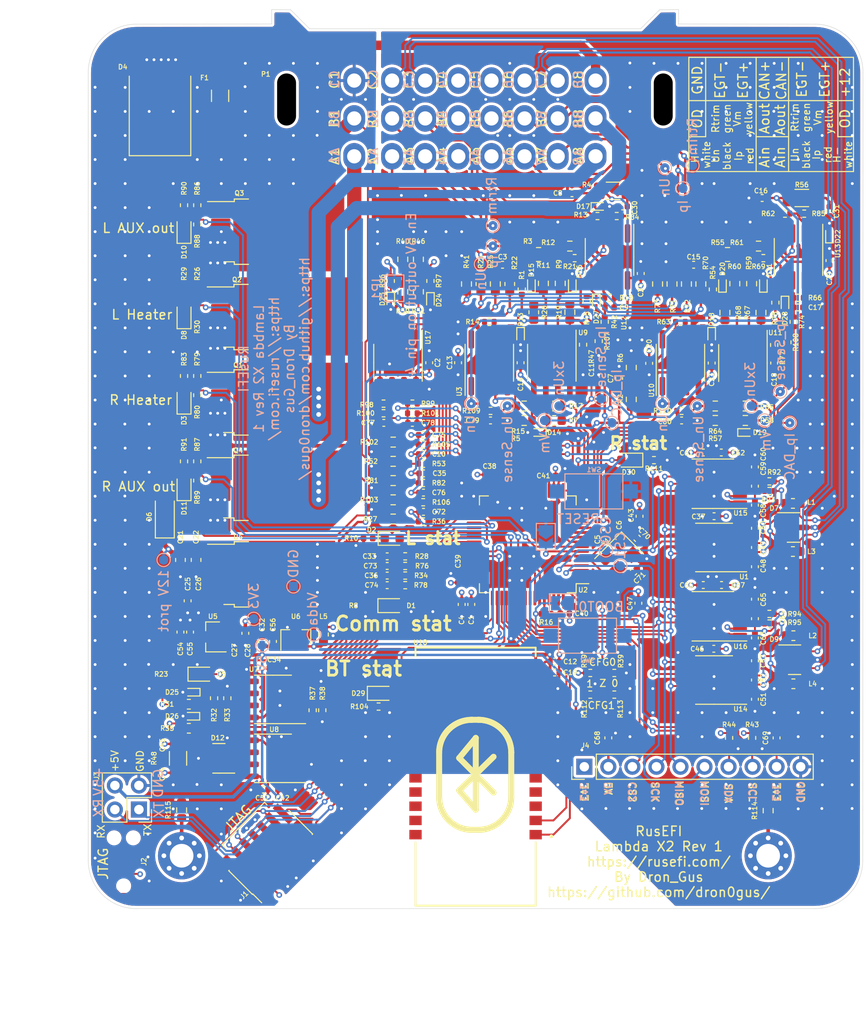
<source format=kicad_pcb>
(kicad_pcb (version 20211014) (generator pcbnew)
  (layers (0 "F.Cu" signal) (1 "In1.Cu" signal) (2 "In2.Cu" signal) (31 "B.Cu" signal) (34 "B.Paste" user) (35 "F.Paste" user) (36 "B.SilkS" user "B.Silkscreen") (37 "F.SilkS" user "F.Silkscreen") (38 "B.Mask" user) (39 "F.Mask" user) (44 "Edge.Cuts" user))
  (net 0 "")
  (net 1 "GND")
  (net 2 "+5V")
  (net 3 "+3V3")
  (net 4 "/nRESET")
  (net 5 "/Nernst_4.9_esr_drive")
  (net 6 "/UART_TX")
  (net 7 "/UART_RX")
  (net 8 "/Boot0")
  (net 9 "/LED_BLUE")
  (net 10 "Net-(D2-Pad1)")
  (net 11 "/SWCLK")
  (net 12 "/SWDIO")
  (net 13 "VDDA")
  (net 14 "12V_RAW")
  (net 15 "/CAN_H")
  (net 16 "/Vout1")
  (net 17 "/CAN_L")
  (net 18 "/Vout2")
  (net 19 "Net-(C3-Pad2)")
  (net 20 "Net-(C9-Pad1)")
  (net 21 "Net-(D1-Pad1)")
  (net 26 "Net-(Q2-Pad1)")
  (net 27 "Net-(D23-Pad1)")
  (net 28 "Net-(D24-Pad1)")
  (net 29 "Net-(C30-Pad1)")
  (net 30 "/Nernst_4.2_esr_drive")
  (net 31 "Net-(C31-Pad1)")
  (net 33 "/CAN_RX")
  (net 34 "/CAN_TX")
  (net 35 "Net-(D5-Pad1)")
  (net 36 "/config0")
  (net 37 "Net-(C21-Pad1)")
  (net 38 "Net-(C70-Pad2)")
  (net 39 "/Nernst_ADV_esr_drive")
  (net 40 "/Nernst_4.9_bias")
  (net 41 "Net-(D13-Pad1)")
  (net 42 "Net-(R14-Pad1)")
  (net 43 "Net-(R19-Pad1)")
  (net 44 "/R_LSU_Heater-")
  (net 45 "Net-(C15-Pad2)")
  (net 46 "Net-(C48-Pad1)")
  (net 47 "Net-(D14-Pad1)")
  (net 48 "Net-(D15-Pad1)")
  (net 49 "Net-(D16-Pad1)")
  (net 50 "Net-(D17-Pad1)")
  (net 51 "Net-(R63-Pad1)")
  (net 52 "Net-(R67-Pad1)")
  (net 53 "Net-(D25-Pad1)")
  (net 54 "/L_LSU_Un")
  (net 55 "/L_LSU_Vm")
  (net 56 "/L_Ip_sense")
  (net 57 "/R_LSU_Un")
  (net 58 "/R_LSU_Vm")
  (net 59 "/L_LSU_Heater-")
  (net 60 "/L_LSU_Rtrim")
  (net 61 "/L_LSU_Ip")
  (net 62 "/L_Un_3x_sense")
  (net 63 "Net-(R107-Pad2)")
  (net 64 "/L_heater_pwm")
  (net 65 "/L_Ip_dac")
  (net 66 "/R_LSU_Rtrim")
  (net 67 "/R_LSU_Ip")
  (net 68 "Net-(R28-Pad1)")
  (net 69 "/L_Heater_sense")
  (net 70 "/LSU analog left/Vgnd_ref")
  (net 71 "/R_Ip_sense")
  (net 72 "/R_Un_3x_sense")
  (net 73 "/R_Ip_dac")
  (net 74 "Net-(C49-Pad2)")
  (net 75 "Net-(C51-Pad1)")
  (net 76 "Net-(C52-Pad2)")
  (net 77 "/R_Heater_sense")
  (net 78 "Net-(D3-Pad2)")
  (net 79 "Net-(Q1-Pad1)")
  (net 80 "/R_heater_pwm")
  (net 81 "/SPI1_SCK")
  (net 82 "/SPI1_MISO")
  (net 83 "/SPI1_MOSI")
  (net 84 "/L_EGT+")
  (net 85 "/L_EGT-")
  (net 86 "/R_EGT+")
  (net 87 "/R_EGT-")
  (net 88 "Net-(D11-Pad2)")
  (net 89 "/L_OD")
  (net 90 "/R_OD")
  (net 91 "Net-(Q3-Pad1)")
  (net 92 "Net-(Q4-Pad1)")
  (net 93 "/LSU analog left/Un_sense")
  (net 94 "/LSU analog right/Un_sense")
  (net 95 "/SPI1_CS0")
  (net 96 "/SPI1_CS1")
  (net 97 "/L_OUT_en")
  (net 98 "/R_OUT_en")
  (net 99 "Net-(C63-Pad1)")
  (net 100 "Net-(C64-Pad2)")
  (net 107 "/SPI1_CS2")
  (net 108 "/I2C1_SCL")
  (net 109 "/I2C1_SDA")
  (net 110 "/L_AUX")
  (net 111 "/R_AUX")
  (net 112 "Net-(D26-Pad1)")
  (net 113 "Net-(D27-Pad1)")
  (net 114 "/L_AUX_ADC")
  (net 115 "Net-(R98-Pad2)")
  (net 116 "/R_AUX_ADC")
  (net 117 "Net-(R99-Pad2)")
  (net 120 "Net-(D18-Pad1)")
  (net 121 "Net-(D28-Pad1)")
  (net 122 "Net-(D19-Pad1)")
  (net 123 "Net-(R15-Pad1)")
  (net 124 "Net-(D20-Pad1)")
  (net 125 "Net-(D21-Pad1)")
  (net 126 "Net-(R32-Pad1)")
  (net 127 "Net-(R37-Pad1)")
  (net 128 "Net-(R57-Pad2)")
  (net 129 "Net-(D22-Pad1)")
  (net 130 "Net-(D8-Pad2)")
  (net 131 "Net-(D10-Pad2)")
  (net 132 "Net-(C9-Pad2)")
  (net 133 "Net-(C59-Pad2)")
  (net 134 "Net-(C58-Pad1)")
  (net 135 "Net-(C17-Pad2)")
  (net 136 "Net-(C17-Pad1)")
  (net 137 "Net-(D29-Pad1)")
  (net 138 "Net-(D29-Pad2)")
  (net 141 "/config1")
  (net 142 "Net-(C71-Pad2)")
  (net 143 "/12V_sense")
  (net 144 "/BT_UART_TX")
  (net 145 "/BT_UART_RX")
  (net 146 "Net-(D4-Pad1)")
  (net 147 "/DACout1")
  (net 148 "/DACout2")
  (net 149 "Net-(C73-Pad1)")
  (net 150 "Net-(C74-Pad1)")
  (net 151 "Net-(R34-Pad1)")
  (net 152 "Net-(R108-Pad2)")
  (net 153 "Net-(R76-Pad1)")
  (net 154 "Net-(R78-Pad1)")
  (net 155 "/L_OUT_sense")
  (net 156 "/R_OUT_sense")
  (net 157 "/L_Un_sense")
  (net 158 "/R_Un_sense")
  (net 159 "/SWO")
  (net 160 "/BT_EN")
  (net 161 "/L_LED_GREEN")
  (net 162 "Net-(D30-Pad1)")
  (net 163 "/R_LED_GREEN")
  (net 164 "Net-(H1-Pad1)")
  (net 165 "Net-(H4-Pad1)")
  (footprint "Resistor_SMD:R_0603_1608Metric" (layer "F.Cu") (at 141.859 73.279)
    (fp_text reference "R7")
    (fp_text value "10k 0.1%")
  )
  (footprint "Resistor_SMD:R_0603_1608Metric" (layer "F.Cu") (at 139.7 61.849 -90)
    (fp_text reference "R20")
    (fp_text value "100k 0.1%")
  )
  (footprint "Resistor_SMD:R_0402_1005Metric" (layer "F.Cu") (at 144.018 56.134)
    (fp_text reference "R21")
    (fp_text value "10k")
  )
  (footprint "Package_TO_SOT_SMD:SOT-23" (layer "F.Cu") (at 105.791 96.139 180)
    (fp_text reference "U5")
    (fp_text value "XC6206P332MR")
  )
  (footprint "Resistor_SMD:R_0402_1005Metric" (layer "F.Cu") (at 116.332 103.886 -90)
    (fp_text reference "R37")
    (fp_text value "82k")
  )
  (footprint "Resistor_SMD:R_0402_1005Metric" (layer "F.Cu") (at 117.348 103.886 90)
    (fp_text reference "R38")
    (fp_text value "160k")
  )
  (footprint "Diode_SMD:D_SMC" (layer "F.Cu") (at 100.203 40.513 90)
    (fp_text reference "D4")
    (fp_text value "SMCJ22CA")
  )
  (footprint "Capacitor_SMD:C_0402_1005Metric" (layer "F.Cu") (at 147.828 84.328 -90)
    (fp_text reference "C6")
    (fp_text value "1u")
  )
  (footprint "Capacitor_SMD:C_0402_1005Metric" (layer "F.Cu") (at 143.736 49.276 180)
    (fp_text reference "C8")
    (fp_text value "1u")
  )
  (footprint "Capacitor_SMD:C_0402_1005Metric" (layer "F.Cu") (at 146.431 84.328 -90)
    (fp_text reference "C5")
    (fp_text value "100n")
  )
  (footprint "Capacitor_SMD:C_0402_1005Metric" (layer "F.Cu") (at 133.096 92.71 -90)
    (fp_text reference "C1")
    (fp_text value "1u")
  )
  (footprint "Capacitor_SMD:C_0402_1005Metric" (layer "F.Cu") (at 144.907 67.183 -90)
    (fp_text reference "C11")
    (fp_text value "100n")
  )
  (footprint "Resistor_SMD:R_0402_1005Metric" (layer "F.Cu") (at 107.315 102.616 -90)
    (fp_text reference "R33")
    (fp_text value "160k")
  )
  (footprint "Capacitor_SMD:C_0402_1005Metric" (layer "F.Cu") (at 147.701 61.341 180)
    (fp_text reference "C9")
    (fp_text value "33n")
  )
  (footprint "Capacitor_SMD:C_0402_1005Metric" (layer "F.Cu") (at 148.717 68.834 90)
    (fp_text reference "C7")
    (fp_text value "1u")
  )
  (footprint "Resistor_SMD:R_0603_1608Metric" (layer "F.Cu") (at 138.684 71.755 180)
    (fp_text reference "R15")
    (fp_text value "2.7k 0.1%")
  )
  (footprint "Resistor_SMD:R_0603_1608Metric" (layer "F.Cu") (at 142.494 58.801 90)
    (fp_text reference "R9")
    (fp_text value "10k 0.1%")
  )
  (footprint "LED_SMD:LED_0603_1608Metric" (layer "F.Cu") (at 104.648 100.076)
    (fp_text reference "D5")
    (fp_text value "GREEN")
  )
  (footprint "Resistor_SMD:R_0603_1608Metric" (layer "F.Cu") (at 150.001 67.691 90)
    (fp_text reference "R6")
    (fp_text value "10k 0.1%")
  )
  (footprint "Resistor_SMD:R_0603_1608Metric" (layer "F.Cu") (at 138.684 73.279)
    (fp_text reference "R5")
    (fp_text value "10k 0.1%")
  )
  (footprint "Resistor_SMD:R_0402_1005Metric" (layer "F.Cu") (at 104.14 61.595 90)
    (fp_text reference "R30")
    (fp_text value "10k")
  )
  (footprint "Resistor_SMD:R_0603_1608Metric" (layer "F.Cu") (at 103.251 105.791 180)
    (fp_text reference "R35")
    (fp_text value "330R")
  )
  (footprint "Resistor_SMD:R_0402_1005Metric" (layer "F.Cu") (at 104.14 59.563 90)
    (fp_text reference "R26")
    (fp_text value "1k")
  )
  (footprint "Resistor_SMD:R_0402_1005Metric" (layer "F.Cu") (at 102.743 59.563 90)
    (fp_text reference "R29")
    (fp_text value "1k")
  )
  (footprint "Resistor_SMD:R_0603_1608Metric" (layer "F.Cu") (at 103.251 103.251 180)
    (fp_text reference "R31")
    (fp_text value "330R")
  )
  (footprint "Resistor_SMD:R_0402_1005Metric" (layer "F.Cu") (at 141 93.7 180)
    (fp_text reference "R16")
    (fp_text value "10k")
  )
  (footprint "Resistor_SMD:R_0402_1005Metric" (layer "F.Cu") (at 147.701 60.325 180)
    (fp_text reference "R18")
    (fp_text value "10k")
  )
  (footprint "Resistor_SMD:R_0603_1608Metric" (layer "F.Cu") (at 137.16 58.865 90)
    (fp_text reference "R22")
    (fp_text value "62k 1%")
  )
  (footprint "Resistor_SMD:R_0402_1005Metric" (layer "F.Cu") (at 105.918 102.616 90)
    (fp_text reference "R32")
    (fp_text value "82k")
  )
  (footprint "Resistor_SMD:R_0603_1608Metric" (layer "F.Cu") (at 143.51 61.849 90)
    (fp_text reference "R19")
    (fp_text value "100k 0.1%")
  )
  (footprint "Resistor_SMD:R_0402_1005Metric" (layer "F.Cu") (at 126.113 87.63 180)
    (fp_text reference "R28")
    (fp_text value "3.3k")
  )
  (footprint "Resistor_SMD:R_0402_1005Metric" (layer "F.Cu") (at 135.001 62.865 180)
    (fp_text reference "R14")
    (fp_text value "10k")
  )
  (footprint "Resistor_SMD:R_0603_1608Metric" (layer "F.Cu") (at 141.859 71.755)
    (fp_text reference "R17")
    (fp_text value "30k 1%")
  )
  (footprint "Resistor_SMD:R_0603_1608Metric" (layer "F.Cu") (at 134.112 58.865 -90)
    (fp_text reference "R24")
    (fp_text value "22k 0.1%")
  )
  (footprint "Capacitor_SMD:C_0402_1005Metric" (layer "F.Cu") (at 108.077 95.758 -90)
    (fp_text reference "C27")
    (fp_text value "100n")
  )
  (footprint "Capacitor_SMD:C_0402_1005Metric" (layer "F.Cu") (at 112.245 99.441)
    (fp_text reference "C34")
    (fp_text value "100n")
  )
  (footprint "Capacitor_SMD:C_0603_1608Metric" (layer "F.Cu") (at 102.362 88.011 -90)
    (fp_text reference "C21")
    (fp_text value "1u  25V")
  )
  (footprint "Capacitor_SMD:C_0603_1608Metric" (layer "F.Cu") (at 104.013 88.011 -90)
    (fp_text reference "C22")
    (fp_text value "100n  25V")
  )
  (footprint "Capacitor_SMD:C_0402_1005Metric" (layer "F.Cu") (at 110.998 96.647 90)
    (fp_text reference "C32")
    (fp_text value "1u")
  )
  (footprint "Capacitor_SMD:C_0402_1005Metric" (layer "F.Cu") (at 103.124 92.329 -90)
    (fp_text reference "C25")
    (fp_text value "1u")
  )
  (footprint "Capacitor_SMD:C_0402_1005Metric" (layer "F.Cu") (at 104.267 92.329 -90)
    (fp_text reference "C26")
    (fp_text value "100n")
  )
  (footprint "Capacitor_SMD:C_0402_1005Metric" (layer "F.Cu") (at 124.208 87.63 180)
    (fp_text reference "C33")
    (fp_text value "100n")
  )
  (footprint "LED_SMD:LED_0603_1608Metric" (layer "F.Cu") (at 124.714 92.837)
    (fp_text reference "D1")
    (fp_text value "BLUE")
  )
  (footprint "Capacitor_SMD:C_0402_1005Metric" (layer "F.Cu") (at 109.22 95.758 -90)
    (fp_text reference "C28")
    (fp_text value "1u")
  )
  (footprint "LED_SMD:LED_0603_1608Metric" (layer "F.Cu") (at 124.737 85.725)
    (fp_text reference "D2")
    (fp_text value "GREEN")
  )
  (footprint "Fuse:Fuse_1206_3216Metric" (layer "F.Cu") (at 106.553 38.989 90)
    (fp_text reference "F1")
    (fp_text value "BSMD1206-025-33V")
  )
  (footprint "Resistor_SMD:R_0603_1608Metric" (layer "F.Cu") (at 140.716 58.801 90)
    (fp_text reference "R11")
    (fp_text value "10k 0.1%")
  )
  (footprint "Resistor_SMD:R_0402_1005Metric" (layer "F.Cu") (at 146.429 51.689)
    (fp_text reference "R13")
    (fp_text value "10k 1%")
  )
  (footprint "Resistor_SMD:R_0805_2012Metric" (layer "F.Cu") (at 140.208 55.753 180)
    (fp_text reference "R3")
    (fp_text value "61.9R 1%")
  )
  (footprint "Resistor_SMD:R_0402_1005Metric" (layer "F.Cu") (at 122.174 92.837)
    (fp_text reference "R8")
    (fp_text value "1k")
  )
  (footprint "Resistor_SMD:R_0603_1608Metric" (layer "F.Cu") (at 143.51 54.864)
    (fp_text reference "R12")
    (fp_text value "47R")
  )
  (footprint "LED_SMD:LED_0603_1608Metric" (layer "F.Cu") (at 102.743 62.103 90)
    (fp_text reference "D8")
    (fp_text value "RED")
  )
  (footprint "Resistor_SMD:R_0402_1005Metric" (layer "F.Cu") (at 138.43 59.436 -90)
    (fp_text reference "R1")
    (fp_text value "10k")
  )
  (footprint "Package_TO_SOT_SMD:TO-252-2" (layer "F.Cu") (at 110.49 62.357)
    (fp_text reference "Q2")
    (fp_text value "BTS3028")
  )
  (footprint "Resistor_SMD:R_0402_1005Metric" (layer "F.Cu") (at 122.197 85.725)
    (fp_text reference "R10")
    (fp_text value "1k")
  )
  (footprint "Resistor_SMD:R_0603_1608Metric" (layer "F.Cu") (at 150.001 71.056 90)
    (fp_text reference "R2")
    (fp_text value "10k 0.1%")
  )
  (footprint "Connector_PinHeader_1.27mm:PinHeader_2x07_P1.27mm_Vertical_SMD" (layer "F.Cu") (at 111.9 118.9 135)
    (fp_text reference "J1")
    (fp_text value "FTSH-107-01-F-DV-K")
  )
  (footprint "Package_QFP:LQFP-64_10x10mm_P0.5mm" (layer "F.Cu") (at 139.065 86.36 180)
    (fp_text reference "U2")
    (fp_text value "STM32F103RCTx")
  )
  (footprint "Capacitor_SMD:C_0402_1005Metric" (layer "F.Cu") (at 135.024 79.0055)
    (fp_text reference "C38")
    (fp_text value "100n")
  )
  (footprint "Capacitor_SMD:C_0402_1005Metric" (layer "F.Cu") (at 131.699 89.916 90)
    (fp_text reference "C39")
    (fp_text value "100n")
  )
  (footprint "Capacitor_SMD:C_0402_1005Metric" (layer "F.Cu") (at 142.979 93.674 180)
    (fp_text reference "C40")
    (fp_text value "100n")
  )
  (footprint "Capacitor_SMD:C_0402_1005Metric" (layer "F.Cu") (at 142.494 79.121)
    (fp_text reference "C41")
    (fp_text value "100n")
  )
  (footprint "Capacitor_SMD:C_0402_1005Metric" (layer "F.Cu") (at 124.208 89.662 180)
    (fp_text reference "C36")
    (fp_text value "100n")
  )
  (footprint "Resistor_SMD:R_0402_1005Metric" (layer "F.Cu") (at 126.113 89.662 180)
    (fp_text reference "R34")
    (fp_text value "3.3k")
  )
  (footprint "Capacitor_SMD:C_0402_1005Metric" (layer "F.Cu") (at 113.157 112.268)
    (fp_text reference "C42")
    (fp_text value "100n")
  )
  (footprint "Capacitor_SMD:C_0402_1005Metric" (layer "F.Cu") (at 103.886 110.236 -90)
    (fp_text reference "C44")
    (fp_text value "47p")
  )
  (footprint "Capacitor_SMD:C_0402_1005Metric" (layer "F.Cu") (at 103.886 107.696 -90)
    (fp_text reference "C45")
    (fp_text value "47p")
  )
  (footprint "Connector_PinHeader_2.54mm:PinHeader_2x02_P2.54mm_Vertical" (layer "F.Cu") (at 97.975 114.375 180)
    (fp_text reference "J3")
    (fp_text value "Conn_02x02_Odd_Even")
  )
  (footprint "Resistor_SMD:R_0402_1005Metric" (layer "F.Cu") (at 102.108 100.076)
    (fp_text reference "R23")
    (fp_text value "1k")
  )
  (footprint "Package_SO:SOIC-8_3.9x4.9mm_P1.27mm" (layer "F.Cu") (at 112.141 108.966 180)
    (fp_text reference "U8")
    (fp_text value "TJA1051T-3")
  )
  (footprint "Connector_PinHeader_2.54mm:PinHeader_1x10_P2.54mm_Vertical" (layer "F.Cu") (at 145.039 109.855 90)
    (fp_text reference "J4")
    (fp_text value "Conn_01x10")
  )
  (footprint "Package_TO_SOT_SMD:TO-252-2" (layer "F.Cu") (at 110.525 89.535)
    (fp_text reference "U4")
    (fp_text value "LM78M05_TO252")
  )
  (footprint "Package_SO:SOIC-8_3.9x4.9mm_P1.27mm" (layer "F.Cu") (at 112.141 102.743 180)
    (fp_text reference "U7")
    (fp_text value "MCP6002T-I/SN")
  )
  (footprint "Resistor_SMD:R_0402_1005Metric" (layer "F.Cu") (at 148.207 99.949)
    (fp_text reference "R39")
    (fp_text value "0R")
  )
  (footprint "Capacitor_SMD:C_0402_1005Metric" (layer "F.Cu") (at 132.08 92.71 -90)
    (fp_text reference "C4")
    (fp_text value "4.7u")
  )
  (footprint "Resistor_SMD:R_1206_3216Metric" (layer "F.Cu") (at 148.082 49.022)
    (fp_text reference "R4")
    (fp_text value "10R")
  )
  (footprint "Package_TO_SOT_SMD:SOT-23" (layer "F.Cu") (at 114.554 96.139 90)
    (fp_text reference "U6")
    (fp_text value "REF3033")
  )
  (footprint "Capacitor_SMD:C_0402_1005Metric" (layer "F.Cu") (at 163.068 86.696 90)
    (fp_text reference "C49")
    (fp_text value "100n")
  )
  (footprint "Resistor_SMD:R_0402_1005Metric" (layer "F.Cu") (at 145.669 102.235 180)
    (fp_text reference "R112")
    (fp_text value "10k")
  )
  (footprint "Capacitor_SMD:C_0402_1005Metric" (layer "F.Cu") (at 124.208 88.646 180)
    (fp_text reference "C73")
    (fp_text value "100n")
  )
  (footprint "Capacitor_SMD:C_0402_1005Metric" (layer "F.Cu") (at 165.1 67.214 -90)
    (fp_text reference "C18")
    (fp_text value "100n")
  )
  (footprint "Resistor_SMD:R_0402_1005Metric" (layer "F.Cu") (at 146.558 64.899 90)
    (fp_text reference "R107")
    (fp_text value "10k")
  )
  (footprint "Capacitor_SMD:C_0402_1005Metric" (layer "F.Cu") (at 163.068 82.223 -90)
    (fp_text reference "C58")
    (fp_text value "10nF 50V")
  )
  (footprint "Resistor_SMD:R_0402_1005Metric" (layer "F.Cu") (at 148.209 102.235)
    (fp_text reference "R113")
    (fp_text value "0R")
  )
  (footprint "Resistor_SMD:R_0603_1608Metric" (layer "F.Cu") (at 124.841 75.565)
    (fp_text reference "R102")
    (fp_text value "100k 1%")
  )
  (footprint "Resistor_SMD:R_0402_1005Metric" (layer "F.Cu") (at 104.14 77.597 90)
    (fp_text reference "R87")
    (fp_text value "1k")
  )
  (footprint "Package_TO_SOT_SMD:SOT-23" (layer "F.Cu") (at 167.132 84.582)
    (fp_text reference "D7")
    (fp_text value "NUP2105L")
  )
  (footprint "Inductor_SMD:L_0603_1608Metric" (layer "F.Cu") (at 167.0835 87.122 180)
    (fp_text reference "L3")
    (fp_text value "470R@100MHz")
  )
  (footprint "Resistor_SMD:R_0402_1005Metric" (layer "F.Cu") (at 128.016 83.947 180)
    (fp_text reference "R36")
    (fp_text value "10k 1%")
  )
  (footprint "Capacitor_SMD:C_0402_1005Metric" (layer "F.Cu") (at 157.607 90.661)
    (fp_text reference "C66")
    (fp_text value "100n")
  )
  (footprint "Capacitor_SMD:C_0402_1005Metric" (layer "F.Cu") (at 150.241 89.281 -135)
    (fp_text reference "C71")
    (fp_text value "20pF 50V")
  )
  (footprint "LED_SMD:LED_0603_1608Metric" (layer "F.Cu") (at 102.743 71.12 90)
    (fp_text reference "D3")
    (fp_text value "RED")
  )
  (footprint "Resistor_SMD:R_0402_1005Metric" (layer "F.Cu") (at 128.016 79.883 180)
    (fp_text reference "R82")
    (fp_text value "10k 1%")
  )
  (footprint "Capacitor_SMD:C_0402_1005Metric" (layer "F.Cu") (at 128.016 76.835)
    (fp_text reference "C10")
    (fp_text value "1n")
  )
  (footprint "Resistor_SMD:R_0603_1608Metric" (layer "F.Cu") (at 124.841 83.693)
    (fp_text reference "R27")
    (fp_text value "100k 1%")
  )
  (footprint "Capacitor_SMD:C_0402_1005Metric" (layer "F.Cu") (at 124.208 90.678 180)
    (fp_text reference "C74")
    (fp_text value "100n")
  )
  (footprint "Resistor_SMD:R_0603_1608Metric" (layer "F.Cu") (at 163.703 61.88 90)
    (fp_text reference "R67")
    (fp_text value "100k 0.1%")
  )
  (footprint "Resistor_SMD:R_0402_1005Metric" (layer "F.Cu") (at 147.193 62.865 90)
    (fp_text reference "R42")
    (fp_text value "68k")
  )
  (footprint "Resistor_SMD:R_0402_1005Metric" (layer "F.Cu") (at 128.778 58.547 -90)
    (fp_text reference "R97")
    (fp_text value "10k")
  )
  (footprint "Resistor_SMD:R_0402_1005Metric" (layer "F.Cu") (at 104.14 68.58 90)
    (fp_text reference "R79")
    (fp_text value "1k")
  )
  (footprint "Inductor_SMD:L_0603_1608Metric" (layer "F.Cu") (at 167.132 101.092 180)
    (fp_text reference "L4")
    (fp_text value "470R@100MHz")
  )
  (footprint "local:JDY-33" (layer "F.Cu") (at 133.55 110.7 180)
    (fp_text reference "U18")
    (fp_text value "JDY-33")
  )
  (footprint "Capacitor_SMD:C_0402_1005Metric" (layer "F.Cu") (at 157.607 76.663)
    (fp_text reference "C61")
    (fp_text value "100n")
  )
  (footprint "Package_SO:SOIC-8_3.9x4.9mm_P1.27mm" (layer "F.Cu") (at 125.349 67.183 -90)
    (fp_text reference "U17")
    (fp_text value "MCP6002T-I/SN")
  )
  (footprint "Resistor_SMD:R_0603_1608Metric" (layer "F.Cu") (at 132.588 58.865 -90)
    (fp_text reference "R41")
    (fp_text value "6.8k 0.1%")
  )
  (footprint "MountingHole:MountingHole_2.5mm_Pad_Via" (layer "F.Cu") (at 164.465 119.253)
    (fp_text reference "H1" hide)
    (fp_text value "MountingHole_Pad")
  )
  (footprint "Capacitor_SMD:C_0402_1005Metric" (layer "F.Cu") (at 131.699 67.183 -90)
    (fp_text reference "C13")
    (fp_text value "100n")
  )
  (footprint "Resistor_SMD:R_0402_1005Metric" (layer "F.Cu") (at 123.3 103.5 180)
    (fp_text reference "R104")
    (fp_text value "1k")
  )
  (footprint "Capacitor_SMD:C_0402_1005Metric" (layer "F.Cu") (at 128.044 82.931)
    (fp_text reference "C72")
    (fp_text value "1n")
  )
  (footprint "Resistor_SMD:R_0603_1608Metric" (layer "F.Cu") (at 155.829 58.865 -90)
    (fp_text reference "R72")
    (fp_text value "47k 1%")
  )
  (footprint "Capacitor_SMD:C_0402_1005Metric" (layer "F.Cu") (at 155.321 73.279)
    (fp_text reference "C80")
    (fp_text value "1n")
  )
  (footprint "Resistor_SMD:R_0402_1005Metric" (layer "F.Cu") (at 152.398 77.47 180)
    (fp_text reference "R111")
    (fp_text value "1k")
  )
  (footprint "Resistor_SMD:R_0402_1005Metric" (layer "F.Cu") (at 128.016 81.915 180)
    (fp_text reference "R106")
    (fp_text value "10k 1%")
  )
  (footprint "Resistor_SMD:R_0402_1005Metric" (layer "F.Cu") (at 145.667 99.949 180)
    (fp_text reference "R49")
    (fp_text value "10k")
  )
  (footprint "Resistor_SMD:R_0402_1005Metric" (layer "F.Cu") (at 126.115 90.678 180)
    (fp_text reference "R78")
    (fp_text value "3.3k")
  )
  (footprint "Diode_SMD:D_SOD-923" (layer "F.Cu") (at 146.304 60.745 -90)
    (fp_text reference "D27")
    (fp_text value "ESD5V0D9B")
  )
  (footprint "Resistor_SMD:R_0603_1608Metric" (layer "F.Cu") (at 102.489 114.427 90)
    (fp_text reference "R115")
    (fp_text value "47R")
  )
  (footprint "Resistor_SMD:R_0805_2012Metric" (layer "F.Cu") (at 160.1705 55.753 180)
    (fp_text reference "R55")
    (fp_text value "61.9R 1%")
  )
  (footprint "Resistor_SMD:R_0402_1005Metric" (layer "F.Cu") (at 104.14 70.612 90)
    (fp_text reference "R80")
    (fp_text value "10k")
  )
  (footprint "Capacitor_SMD:C_0402_1005Metric" (layer "F.Cu") (at 158.722 97.392 180)
    (fp_text reference "C46")
    (fp_text value "100n")
  )
  (footprint "Resistor_SMD:R_0402_1005Metric" (layer "F.Cu") (at 164.592 79.711 180)
    (fp_text reference "R92")
    (fp_text value "100R")
  )
  (footprint "Diode_SMD:D_SOD-923" (layer "F.Cu") (at 139.446 58.928 90)
    (fp_text reference "D15")
    (fp_text value "ESD5V0D9B")
  )
  (footprint "Capacitor_SMD:C_0402_1005Metric" (layer "F.Cu") (at 126.873 73.533)
    (fp_text reference "C78")
    (fp_text value "1n")
  )
  (footprint "Resistor_SMD:R_0402_1005Metric" (layer "F.Cu") (at 124.587 58.547 -90)
    (fp_text reference "R96")
    (fp_text value "10k")
  )
  (footprint "Resistor_SMD:R_0402_1005Metric" (layer "F.Cu") (at 104.14 79.629 90)
    (fp_text reference "R89")
    (fp_text value "10k")
  )
  (footprint "Diode_SMD:D_SOD-923" (layer "F.Cu") (at 170.942 53.721 90)
    (fp_text reference "D22")
    (fp_text value "ESD5V0D9B")
  )
  (footprint "rusefi:tc2030-idc-nl" (layer "F.Cu") (at 96.365 122.44 90)
    (fp_text reference "J2")
    (fp_text value "tc2030-idc-nl")
  )
  (footprint "Resistor_SMD:R_0603_1608Metric" (layer "F.Cu") (at 125.857 56.261 90)
    (fp_text reference "R40")
    (fp_text value "1K")
  )
  (footprint "Package_SO:SOIC-8_3.9x4.9mm_P1.27mm" (layer "F.Cu") (at 158.75 86.696 180)
    (fp_text reference "U1")
    (fp_text value "MAX31855KASA")
  )
  (footprint "Resistor_SMD:R_0402_1005Metric" (layer "F.Cu") (at 102.743 50.546 90)
    (fp_text reference "R90")
    (fp_text value "1k")
  )
  (footprint "Package_SO:SOIC-8_3.9x4.9mm_P1.27mm" (layer "F.Cu") (at 158.75 100.694 180)
    (fp_text reference "U14")
    (fp_text value "MAX31855KASA")
  )
  (footprint "Capacitor_SMD:C_0402_1005Metric" (layer "F.Cu") (at 123.853 73.533 180)
    (fp_text reference "C77")
    (fp_text value "1n")
  )
  (footprint "LED_SMD:LED_0603_1608Metric" (layer "F.Cu") (at 102.743 53.086 90)
    (fp_text reference "D10")
    (fp_text value "RED")
  )
  (footprint "Resistor_SMD:R_0603_1608Metric" (layer "F.Cu") (at 124.841 79.629)
    (fp_text reference "R81")
    (fp_text value "100k 1%")
  )
  (footprint "Resistor_SMD:R_0402_1005Metric" (layer "F.Cu") (at 148.465 51.689 180)
    (fp_text reference "R84")
    (fp_text value "10k 1%")
  )
  (footprint "Package_SO:TSSOP-14_4.4x5mm_P0.65mm" (layer "F.Cu") (at 158.623 79.965 180)
    (fp_text reference "U15")
    (fp_text value "MAX31856")
  )
  (footprint "Inductor_SMD:L_0603_1608Metric" (layer "F.Cu") (at 117.475 95.885 90)
    (fp_text reference "L5")
    (fp_text value "470R@100MHz")
  )
  (footprint "Resistor_SMD:R_0603_1608Metric" (layer "F.Cu") (at 157.353 58.865 90)
    (fp_text reference "R70")
    (fp_text value "62k 1%")
  )
  (footprint "Diode_SMD:D_SOD-923" (layer "F.Cu") (at 159.639 58.928 90)
    (fp_text reference "D20")
    (fp_text value "ESD5V0D9B")
  )
  (footprint "Package_TO_SOT_SMD:TO-252-2" (layer "F.Cu") (at 110.49 80.391)
    (fp_text reference "Q4")
    (fp_text value "BTS3028")
  )
  (footprint "Diode_SMD:D_SOD-923" (layer "F.Cu") (at 146.558 50.673)
    (fp_text reference "D17")
    (fp_text value "ESD5V0D9B")
  )
  (footprint "Resistor_SMD:R_0603_1608Metric" (layer "F.Cu") (at 154.305 58.865 -90)
    (fp_text reference "R71")
    (fp_text value "22k 0.1%")
  )
  (footprint "Package_SO:SOIC-8_3.9x4.9mm_P1.27mm" (layer "F.Cu") (at 135.001 67.183 90)
    (fp_text reference "U3")
    (fp_text value "MCP6002T-I/SN")
  )
  (footprint "Diode_SMD:D_SOD-923" (layer "F.Cu") (at 143.764 58.928 90)
    (fp_text reference "D16")
    (fp_text value "ESD5V0D9B")
  )
  (footprint "Resistor_SMD:R_0603_1608Metric" (layer "F.Cu") (at 160.941 58.832 90)
    (fp_text reference "R60")
    (fp_text value "10k 0.1%")
  )
  (footprint "Capacitor_SMD:C_0402_1005Metric" (layer "F.Cu") (at 141.9 99.9 180)
    (fp_text reference "C19")
    (fp_text value "100n")
  )
  (footprint "Resistor_SMD:R_0402_1005Metric" (layer "F.Cu") (at 102.743 77.597 90)
    (fp_text reference "R91")
    (fp_text value "1k")
  )
  (footprint "Capacitor_SMD:C_0402_1005Metric" (layer "F.Cu") (at 128.651 67.183 90)
    (fp_text reference "C2")
    (fp_text value "100n")
  )
  (footprint "Diode_SMD:D_SOD-923" (layer "F.Cu") (at 166.243 60.96 -90)
    (fp_text reference "D28")
    (fp_text value "ESD5V0D9B")
  )
  (footprint "Capacitor_SMD:C_0402_1005Metric" (layer "F.Cu") (at 149.098 50.673 180)
    (fp_text reference "C30")
    (fp_text value "1u")
  )
  (footprint "Capacitor_SMD:C_0402_1005Metric" (layer "F.Cu") (at 112.141 96.619 90)
    (fp_text reference "C56")
    (fp_text value "100n")
  )
  (footprint "Package_TO_SOT_SMD:TO-252-2" (layer "F.Cu") (at 110.49 71.374)
    (fp_text reference "Q1")
    (fp_text value "BTS3028")
  )
  (footprint "Capacitor_SMD:C_0402_1005Metric" (layer "F.Cu") (at 170.942 56.388 90)
    (fp_text reference "C29")
    (fp_text value "100n")
  )
  (footprint "Capacitor_SMD:C_0402_1005Metric" (layer "F.Cu") (at 163.068 80.219 90)
    (fp_text reference "C59")
    (fp_text value "100n")
  )
  (footprint "Capacitor_SMD:C_0402_1005Metric" (layer "F.Cu") (at 150.622 85.725 135)
    (fp_text reference "C70")
    (fp_text value "20pF 50V")
  )
  (footprint "Capacitor_SMD:C_0402_1005Metric" (layer "F.Cu") (at 136.398 56.833 180)
    (fp_text reference "C3")
    (fp_text value "100n")
  )
  (footprint "Capacitor_SMD:C_0402_1005Metric" (layer "F.Cu") (at 165.354 106.807 90)
    (fp_text reference "C69")
    (fp_text value "100n")
  )
  (footprint "Resistor_SMD:R_0402_1005Metric" (layer "F.Cu") (at 160.3365 106.805 -90)
    (fp_text reference "R44")
    (fp_text value "3.3k")
  )
  (footprint "Resistor_SMD:R_0402_1005Metric" (layer "F.Cu") (at 126.113 88.646 180)
    (fp_text reference "R76")
    (fp_text value "3.3k")
  )
  (footprint "Resistor_SMD:R_0402_1005Metric" (layer "F.Cu") (at 164.592 80.727 180)
    (fp_text reference "R93")
    (fp_text value "100R")
  )
  (footprint "Capacitor_SMD:C_0402_1005Metric" (layer "F.Cu") (at 163.068 78.187 90)
    (fp_text reference "C60")
    (fp_text value "10nF 50V")
  )
  (footprint "Resistor_SMD:R_0603_1608Metric" (layer "F.Cu") (at 127.508 56.261 90)
    (fp_text reference "R46")
    (fp_text value "1K")
  )
  (footprint "Resistor_SMD:R_0603_1608Metric" (layer "F.Cu") (at 152.781 58.865 -90)
    (fp_text reference "R73")
    (fp_text value "6.8k 0.1%")
  )
  (footprint "Capacitor_SMD:C_0402_1005Metric" (layer "F.Cu") (at 163.068 92.157 90)
    (fp_text reference "C65")
    (fp_text value "10nF 50V")
  )
  (footprint "Resistor_SMD:R_0402_1005Metric" (layer "F.Cu") (at 164.592 93.709 180)
    (fp_text reference "R94")
    (fp_text value "100R")
  )
  (footprint "Diode_SMD:D_SOD-923" (layer "F.Cu") (at 162.052 74.549)
    (fp_text reference "D19")
    (fp_text value "ESD5V0D9B")
  )
  (footprint "Capacitor_SMD:C_0402_1005Metric" (layer "F.Cu") (at 102.362 95.631 90)
    (fp_text reference "C54")
    (fp_text value "1u")
  )
  (footprint "Capacitor_SMD:C_0402_1005Metric" (layer "F.Cu") (at 128.051 78.867)
    (fp_text reference "C35")
    (fp_text value "1n")
  )
  (footprint "Diode_SMD:D_SOD-923" (layer "F.Cu") (at 138.303 64.262 -90)
    (fp_text reference "D13")
    (fp_text value "ESD5V0D9B")
  )
  (footprint "Resistor_SMD:R_0603_1608Metric" (layer "F.Cu") (at 158.877 73.279)
    (fp_text reference "R57")
    (fp_text value "10k 0.1%")
  )
  (footprint "Resistor_SMD:R_0402_1005Metric" (layer "F.Cu") (at 168.275 51.435 180)
    (fp_text reference "R85")
    (fp_text value "10k 1%")
  )
  (footprint "Resistor_SMD:R_0603_1608Metric" (layer "F.Cu") (at 162.052 73.279)
    (fp_text reference "R58")
    (fp_text value "10k 0.1%")
  )
  (footprint "Resistor_SMD:R_0402_1005Metric" (layer "F.Cu") (at 126.871 72.517 180)
    (fp_text reference "R101")
    (fp_text value "160k")
  )
  (footprint "Capacitor_SMD:C_0402_1005Metric" (layer "F.Cu") (at 147.574 106.807 90)
    (fp_text reference "C68")
    (fp_text value "100n")
  )
  (footprint "Resistor_SMD:R_0402_1005Metric" (layer "F.Cu") (at 123.825 72.517)
    (fp_text reference "R100")
    (fp_text value "160k")
  )
  (footprint "Inductor_SMD:L_0603_1608Metric" (layer "F.Cu") (at 167.132 96.012 180)
    (fp_text reference "L2")
    (fp_text value "470R@100MHz")
  )
  (footprint "Diode_SMD:D_SOD-923" (layer "F.Cu") (at 103.632 101.981 180)
    (fp_text reference "D25")
    (fp_text value "ESD5V0D9B")
  )
  (footprint "Capacitor_SMD:C_0402_1005Metric" (layer "F.Cu") (at 163.068 88.728 -90)
    (fp_text reference "C48")
    (fp_text value "10nF 50V")
  )
  (footprint "Capacitor_SMD:C_0402_1005Metric" (layer "F.Cu") (at 163.068 84.664 90)
    (fp_text reference "C50")
    (fp_text value "10nF 50V")
  )
  (footprint "Capacitor_SMD:C_0402_1005Metric" (layer "F.Cu") (at 163.068 96.249 -90)
    (fp_text reference "C63")
    (fp_text value "10nF 50V")
  )
  (footprint "Capacitor_SMD:C_0402_1005Metric" (layer "F.Cu") (at 111.125 112.268 180)
    (fp_text reference "C57")
    (fp_text value "100n")
  )
  (footprint "Resistor_SMD:R_0603_1608Metric" (layer "F.Cu") (at 125.857 59.69 90)
    (fp_text reference "R50")
    (fp_text value "1K")
  )
  (footprint "Resistor_SMD:R_0603_1608Metric" (layer "F.Cu") (at 158.877 71.755 180)
    (fp_text reference "R64")
    (fp_text value "2.7k 0.1%")
  )
  (footprint "Package_SO:TSSOP-14_4.4x5mm_P0.65mm" (layer "F.Cu") (at 158.623 93.963 180)
    (fp_text reference "U16")
    (fp_text value "MAX31856")
  )
  (footprint "Resistor_SMD:R_0603_1608Metric" (layer "F.Cu") (at 124.841 77.597)
    (fp_text reference "R52")
    (fp_text value "100k 1%")
  )
  (footprint "Capacitor_SMD:C_0402_1005Metric" (layer "F.Cu") (at 151.003 57.757 90)
    (fp_text reference "C24")
    (fp_text value "100n")
  )
  (footprint "Capacitor_SMD:C_0402_1005Metric" (layer "F.Cu") (at 163.068 94.217 90)
    (fp_text reference "C64")
    (fp_text value "100n")
  )
  (footprint "Capacitor_SMD:C_0402_1005Metric" (layer "F.Cu") (at 151.892 67.245 -90)
    (fp_text reference "C20")
    (fp_text value "100n")
  )
  (footprint "Package_SO:SOIC-8_3.9x4.9mm_P1.27mm" (layer "F.Cu") (at 147.701 56.007 -90)
    (fp_text reference "U12")
    (fp_text value "MCP6002T-I/SN")
  )
  (footprint "Diode_SMD:D_SOD-923" (layer "F.Cu") (at 140.208 74.549 180)
    (fp_text reference "D14")
    (fp_text value "ESD5V0D9B")
  )
  (footprint "Resistor_SMD:R_0402_1005Metric" (layer "F.Cu") (at 123.825 71.501)
    (fp_text reference "R98")
    (fp_text value "82k")
  )
  (footprint "Resistor_SMD:R_0402_1005Metric" (layer "F.Cu") (at 167.164 62.865 90)
    (fp_text reference "R74")
    (fp_text value "68k")
  )
  (footprint "Resistor_SMD:R_0603_1608Metric" (layer "F.Cu") (at 135.636 58.865 -90)
    (fp_text reference "R25")
    (fp_text value "47k 1%")
  )
  (footprint "Package_SO:SOIC-8_3.9x4.9mm_P1.27mm" (layer "F.Cu") (at 167.672 56.007 -90)
    (fp_text reference "U13")
    (fp_text value "MCP6002T-I/SN")
  )
  (footprint "Capacitor_SMD:C_0402_1005Metric" (layer "F.Cu") (at 163.83 49.784 180)
    (fp_text reference "C16")
    (fp_text value "1u")
  )
  (footprint "Resistor_SMD:R_0603_1608Metric" (layer "F.Cu") (at 164.465 114.49 90)
    (fp_text reference "R114")
    (fp_text value "47R")
  )
  (footprint "local:33311-24AW-2" (layer "F.Cu") (at 120.727 45.379)
    (fp_text reference "P1")
    (fp_text value "33311-24AW-2")
  )
  (footprint "Diode_SMD:D_SOD-923" (layer "F.Cu") (at 158.496 64.262 -90)
    (fp_text reference "D18")
    (fp_text value "ESD5V0D9B")
  )
  (footprint "Capacitor_SMD:C_0402_1005Metric" (layer "F.Cu") (at 167.644 61.341 180)
    (fp_text reference "C17")
    (fp_text value "33n")
  )
  (footprint "Resistor_SMD:R_0402_1005Metric" (layer "F.Cu") (at 166.497 65.024 90)
    (fp_text reference "R108")
    (fp_text value "10k")
  )
  (footprint "Resistor_SMD:R_0603_1608Metric" (layer "F.Cu") (at 163.449 54.864)
    (fp_text reference "R61")
    (fp_text value "47R")
  )
  (footprint "Resistor_SMD:R_0603_1608Metric" (layer "F.Cu") (at 162.052 71.755)
    (fp_text reference "R65")
    (fp_text value "30k 1%")
  )
  (footprint "LED_SMD:LED_0603_1608Metric" (layer "F.Cu") (at 149.733 77.47 180)
    (fp_text reference "D30")
    (fp_text value "GREEN")
  )
  (footprint "Diode_SMD:D_SOD-123" (layer "F.Cu") (at 100.711 83.439 90)
    (fp_text reference "D6")
    (fp_text value "1N4148W")
  )
  (footprint "Capacitor_SMD:C_0402_1005Metric" (layer "F.Cu") (at 158.75 83.394 180)
    (fp_text reference "C37")
    (fp_text value "100n")
  )
  (footprint "MountingHole:MountingHole_2.5mm_Pad_Via" (layer "F.Cu") (at 102.489 119.253)
    (fp_text reference "H4" hide)
    (fp_text value "MountingHole_Pad")
  )
  (footprint "Resistor_SMD:R_1206_3216Metric" (layer "F.Cu") (at 168.021 49.784)
    (fp_text reference "R56")
    (fp_text value "10R")
  )
  (footprint "Resistor_SMD:R_0402_1005Metric" (layer "F.Cu") (at 167.67 60.325 180)
    (fp_text reference "R66")
    (fp_text value "10k")
  )
  (footprint "Resistor_SMD:R_0402_1005Metric" (layer "F.Cu") (at 135.128 72.263 180)
    (fp_text reference "R109")
    (fp_text value "1k")
  )
  (footprint "Capacitor_SMD:C_0402_1005Metric" (layer "F.Cu") (at 141.9 98.757 180)
    (fp_text reference "C12")
    (fp_text value "1u")
  )
  (footprint "Package_TO_SOT_SMD:SOT-23" (layer "F.Cu") (at 106.426 108.966 180)
    (fp_text reference "D12")
    (fp_text value "NUP2105L")
  )
  (footprint "Package_SO:SOIC-8_3.9x4.9mm_P1.27mm" (layer "F.Cu") (at 141.605 67.183 -90)
    (fp_text reference "U9")
    (fp_text value "GS8332-SR")
  )
  (footprint "Package_TO_SOT_SMD:TO-252-2" (layer "F.Cu") (at 110.525 53.34)
    (fp_text reference "Q3")
    (fp_text value "BTS3028")
  )
  (footprint "Capacitor_SMD:C_0402_1005Metric" (layer "F.Cu") (at 163.068 98.662 90)
    (fp_text reference "C53")
    (fp_text value "10nF 50V")
  )
  (footprint "Resistor_SMD:R_1206_3216Metric" (layer "F.Cu") (at 102.108 108.966 90)
    (fp_text reference "R48")
    (fp_text value "120R")
  )
  (footprint "Capacitor_SMD:C_0402_1005Metric" (layer "F.Cu") (at 135.128 73.279)
    (fp_text reference "C79")
    (fp_text value "1n")
  )
  (footprint "Resistor_SMD:R_0402_1005Metric" (layer "F.Cu") (at 158.623 59.436 -90)
    (fp_text reference "R54")
    (fp_text value "10k")
  )
  (footprint "Capacitor_SMD:C_0402_1005Metric" (layer "F.Cu") (at 163.068 100.694 90)
    (fp_text reference "C52")
    (fp_text value "100n")
  )
  (footprint "Resistor_SMD:R_0402_1005Metric" (layer "F.Cu") (at 164.592 94.725 180)
    (fp_text reference "R95")
    (fp_text value "100R")
  )
  (footprint "Diode_SMD:D_SOD-923" (layer "F.Cu") (at 103.593 104.521 180)
    (fp_text reference "D26")
    (fp_text value "ESD5V0D9B")
  )
  (footprint "Resistor_SMD:R_0402_1005Metric" (layer "F.Cu") (at 128.018 77.851 180)
    (fp_text reference "R53")
    (fp_text value "10k 1%")
  )
  (footprint "Package_SO:SOIC-8_3.9x4.9mm_P1.27mm" (layer "F.Cu") (at 161.798 67.214 -90)
    (fp_text reference "U11")
    (fp_text value "GS8332-SR")
  )
  (footprint "Resistor_SMD:R_0402_1005Metric" (layer "F.Cu") (at 165.1 65.309 90)
    (fp_text reference "R77")
    (fp_text value "3.3k")
  )
  (footprint "LED_SMD:LED_0603_1608Metric" (layer "F.Cu") (at 102.743 80.264 90)
    (fp_text reference "D11")
    (fp_text value "RED")
  )
  (footprint "Resistor_SMD:R_0402_1005Metric" (layer "F.Cu") (at 155.321 72.263 180)
    (fp_text reference "R110")
    (fp_text value "1k")
  )
  (footprint "Resistor_SMD:R_0603_1608Metric" (layer "F.Cu") (at 124.841 81.661)
    (fp_text reference "R103")
    (fp_text value "100k 1%")
  )
  (footprint "Resistor_SMD:R_0402_1005Metric" (layer "F.Cu") (at 166.243 51.435)
    (fp_text reference "R62")
    (fp_text value "10k 1%")
  )
  (footprint "Resistor_SMD:R_0402_1005Metric" (layer "F.Cu") (at 104.14 52.578 90)
    (fp_text reference "R88")
    (fp_text value "10k")
  )
  (footprint "Capacitor_SMD:C_0402_1005Metric" (layer "F.Cu") (at 163.068 102.726 -90)
    (fp_text reference "C51")
    (fp_text value "10nF 50V")
  )
  (footprint "Capacitor_SMD:C_0402_1005Metric" (layer "F.Cu") (at 156.591 56.833 180)
    (fp_text reference "C15")
    (fp_text value "100n")
  )
  (footprint "Capacitor_SMD:C_0402_1005Metric" (layer "F.Cu") (at 150.876 83.394 -90)
    (fp_text reference "C43")
    (fp_text value "1u")
  )
  (footprint "Resistor_SMD:R_0402_1005Metric" (layer "F.Cu") (at 145.288 60.706 -90)
    (fp_text reference "R45")
    (fp_text value "68k")
  )
  (footprint "Capacitor_SMD:C_0402_1005Metric" (layer "F.Cu") (at 159.54 90.661 180)
    (fp_text reference "C67")
    (fp_text value "100n")
  )
  (footprint "Resistor_SMD:R_0402_1005Metric" (layer "F.Cu") (at 162.768872 106.805 -90)
    (fp_text reference "R43")
    (fp_text value "3.3k")
  )
  (footprint "Capacitor_SMD:C_0402_1005Metric" (layer "F.Cu") (at 158.496 67.214 90)
    (fp_text reference "C23")
    (fp_text value "100n")
  )
  (footprint "Resistor_SMD:R_0402_1005Metric" (layer "F.Cu") (at 144.907 65.278 90)
    (fp_text reference "R47")
    (fp_text value "3.3k")
  )
  (footprint "Package_SO:SOIC-8_3.9x4.9mm_P1.27mm" (layer "F.Cu") (at 155.194 67.183 90)
    (fp_text reference "U10")
    (fp_text value "MCP6002T-I/SN")
  )
  (footprint "Capacitor_SMD:C_0402_1005Metric" (layer "F.Cu") (at 170.942 51.181 -90)
    (fp_text reference "C31")
    (fp_text value "1u")
  )
  (footprint "Crystal:Crystal_SMD_3225-4Pin_3.2x2.5mm" (layer "F.Cu") (at 148.717 87.63 -135)
    (fp_text reference "Y1")
    (fp_text value "XXDCELNANF-8MHZ")
  )
  (footprint "Capacitor_SMD:C_0402_1005Metric" (layer "F.Cu") (at 138.303 67.183 90)
    (fp_text reference "C14")
    (fp_text value "100n")
  )
  (footprint "Capacitor_SMD:C_0402_1005Metric" (layer "F.Cu") (at 128.016 74.803)
    (fp_text reference "C75")
    (fp_text value "1n")
  )
  (footprint "Resistor_SMD:R_0603_1608Metric" (layer "F.Cu") (at 162.719 58.832 90)
    (fp_text reference "R59")
    (fp_text value "10k 0.1%")
  )
  (footprint "Resistor_SMD:R_0603_1608Metric" (layer "F.Cu") (at 127.508 59.69 90)
    (fp_text reference "R51")
    (fp_text value "1K")
  )
  (footprint "Capacitor_SMD:C_0402_1005Metric" (layer "F.Cu") (at 150.749 92.583 -90)
    (fp_text reference "C47")
    (fp_text value "1u")
  )
  (footprint "Package_TO_SOT_SMD:SOT-23" (layer "F.Cu") (at 167.259 98.552)
    (fp_text reference "D9")
    (fp_text value "NUP2105L")
  )
  (footprint "Resistor_SMD:R_0402_1005Metric" (layer "F.Cu") (at 155.194 62.865 180)
    (fp_text reference "R63")
    (fp_text value "10k")
  )
  (footprint "Resistor_SMD:R_0402_1005Metric" (layer "F.Cu") (at 163.957 56.134)
    (fp_text reference "R69")
    (fp_text value "10k")
  )
  (footprint "Resistor_SMD:R_0402_1005Metric" (layer "F.Cu") (at 128.016 75.819 180)
    (fp_text reference "R105")
    (fp_text value "10k 1%")
  )
  (footprint "Capacitor_SMD:C_0402_1005Metric" (layer "F.Cu") (at 159.512 76.663 180)
    (fp_text reference "C62")
    (fp_text value "100n")
  )
  (footprint "Resistor_SMD:R_0402_1005Metric" (layer "F.Cu") (at 165.227 60.833 -90)
    (fp_text reference "R75")
    (fp_text value "68k")
  )
  (footprint "Resistor_SMD:R_0402_1005Metric" (layer "F.Cu") (at 102.743 68.58 90)
    (fp_text reference "R83")
    (fp_text value "1k")
  )
  (footprint "Capacitor_SMD:C_0402_1005Metric" (layer "F.Cu") (at 103.378 95.631 90)
    (fp_text reference "C55")
    (fp_text value "100n")
  )
  (footprint "Resistor_SMD:R_0402_1005Metric" (layer "F.Cu") (at 104.14 50.546 90)
    (fp_text reference "R86")
    (fp_text value "1k")
  )
  (footprint "Resistor_SMD:R_0603_1608Metric" (layer "F.Cu") (at 159.893 61.88 -90)
    (fp_text reference "R68")
    (fp_text value "100k 0.1%")
  )
  (footprint "LED_SMD:LED_0603_1608Metric" (layer "F.Cu") (at 123.6 102.1)
    (fp_text reference "D29")
    (fp_text value "GREEN")
  )
  (footprint "Diode_SMD:D_SOD-923" (layer "F.Cu") (at 163.957 58.928 90)
    (fp_text reference "D21")
    (fp_text value "ESD5V0D9B")
  )
  (footprint "Diode_SMD:D_SOD-923" (layer "F.Cu") (at 128.778 60.579 -90)
    (fp_text reference "D24")
    (fp_text value "ESD5V0D9B")
  )
  (footprint "Capacitor_SMD:C_0402_1005Metric" (layer "F.Cu") (at 128.044 80.899)
    (fp_text reference "C76")
    (fp_text value "1n")
  )
  (footprint "Resistor_SMD:R_0402_1005Metric" (layer "F.Cu") (at 126.873 71.501)
    (fp_text reference "R99")
    (fp_text value "82k")
  )
  (footprint "Diode_SMD:D_SOD-923" (layer "F.Cu") (at 124.587 60.54 -90)
    (fp_text reference "D23")
    (fp_text value "ESD5V0D9B")
  )
  (footprint "Inductor_SMD:L_0603_1608Metric" (layer "F.Cu") (at 167.0835 82.042 180)
    (fp_text reference "L1")
    (fp_text value "470R@100MHz")
  )
  (footprint "TestPoint:TestPoint_Pad_D1.0mm" (layer "B.Cu") (at 100.584 88.011 180)
    (fp_text reference "TP27" hide)
    (fp_text value "12V prot")
  )
  (footprint "TestPoint:TestPoint_Pad_D1.0mm" (layer "B.Cu") (at 146.812 70.993 180)
    (fp_text reference "TP16" hide)
    (fp_text value "Ip_Sense")
  )
  (footprint "Jumper:SolderJumper-2_P1.3mm_Open_TrianglePad1.0x1.5mm" (layer "B.Cu") (at 124.968 59.309 -90)
    (fp_text reference "JP1")
    (fp_text value "SolderJumper_2_Open")
  )
  (footprint "TestPoint:TestPoint_Pad_D1.0mm" (layer "B.Cu") (at 165.735 70.231 180)
    (fp_text reference "TP23" hide)
    (fp_text value "Ip_Sense")
  )
  (footprint "TestPoint:TestPoint_Pad_D1.0mm" (layer "B.Cu") (at 166.751 73.533 180)
    (fp_text reference "TP22" hide)
    (fp_text value "Ip_DAC")
  )
  (footprint "TestPoint:TestPoint_Pad_D1.0mm" (layer "B.Cu") (at 148.844 88.646 180)
    (fp_text reference "TP26" hide)
    (fp_text value "CS1")
  )
  (footprint "Jumper:SolderJumper-2_P1.3mm_Open_TrianglePad1.0x1.5mm" (layer "B.Cu") (at 142.748 92.583 180)
    (fp_text reference "JP3" hide)
    (fp_text value "SolderJumper_2_Open")
  )
  (footprint "TestPoint:TestPoint_Pad_D1.0mm" (layer "B.Cu") (at 156.464 46.355 180)
    (fp_text reference "TP18" hide)
    (fp_text value "Rtrim")
  )
  (footprint "TestPoint:TestPoint_Pad_D1.0mm" (layer "B.Cu") (at 110.998 97.028 180)
    (fp_text reference "TP7" hide)
    (fp_text value "5V")
  )
  (footprint "TestPoint:TestPoint_Pad_D1.0mm" (layer "B.Cu") (at 134.112 56.769 180)
    (fp_text reference "TP13" hide)
    (fp_text value "Un")
  )
  (footprint "Jumper:SolderJumper-2_P1.3mm_Open_TrianglePad1.0x1.5mm" (layer "B.Cu") (at 140.97 85.561 -90)
    (fp_text reference "JP2" hide)
    (fp_text value "SolderJumper_2_Open")
  )
  (footprint "TestPoint:TestPoint_Pad_D1.0mm" (layer "B.Cu") (at 147.955 73.533 180)
    (fp_text reference "TP15" hide)
    (fp_text value "Ip_DAC")
  )
  (footprint "TestPoint:TestPoint_Pad_D1.0mm" (layer "B.Cu") (at 110.109 94.234 180)
    (fp_text reference "TP8" hide)
    (fp_text value "3V3")
  )
  (footprint "TestPoint:TestPoint_Pad_D1.0mm" (layer "B.Cu") (at 135.382 52.705 180)
    (fp_text reference "TP11" hide)
    (fp_text value "Rtrim")
  )
  (footprint "TestPoint:TestPoint_Pad_D1.0mm" (layer "B.Cu") (at 155.448 48.768 180)
    (fp_text reference "TP17" hide)
    (fp_text value "Ip")
  )
  (footprint "TestPoint:TestPoint_Pad_D1.0mm" (layer "B.Cu") (at 135.382 54.864 180)
    (fp_text reference "TP10" hide)
    (fp_text value "Ip")
  )
  (footprint "Button_Switch_SMD:SW_SPST_CK_RS282G05A3" (layer "B.Cu") (at 145.378 96.012)
    (fp_text reference "SW2")
    (fp_text value "~")
  )
  (footprint "TestPoint:TestPoint_Pad_D1.0mm" (layer "B.Cu") (at 164.084 73.279 180)
    (fp_text reference "TP19" hide)
    (fp_text value "Vm")
  )
  (footprint "TestPoint:TestPoint_Pad_D1.0mm" (layer "B.Cu") (at 142.367 71.755 180)
    (fp_text reference "TP5" hide)
    (fp_text value "3xUn")
  )
  (footprint "TestPoint:TestPoint_Pad_D1.0mm" (layer "B.Cu") (at 156.972 71.755 180)
    (fp_text reference "TP4" hide)
    (fp_text value "Un_Sense")
  )
  (footprint "TestPoint:TestPoint_Pad_D1.0mm" (layer "B.Cu") (at 153.543 46.609 180)
    (fp_text reference "TP20" hide)
    (fp_text value "Un")
  )
  (footprint "TestPoint:TestPoint_Pad_D1.0mm" (layer "B.Cu") (at 153.289 71.501 180)
    (fp_text reference "TP21" hide)
    (fp_text value "Un")
  )
  (footprint "TestPoint:TestPoint_Pad_D1.0mm" (layer "B.Cu") (at 162.687 71.755 180)
    (fp_text reference "TP6" hide)
    (fp_text value "3xUn")
  )
  (footprint "TestPoint:TestPoint_Pad_D1.0mm" (layer "B.Cu") (at 116.459 95.885 180)
    (fp_text reference "TP9" hide)
    (fp_text value "Vdda")
  )
  (footprint "TestPoint:TestPoint_Pad_D1.0mm" (layer "B.Cu") (at 133.096 71.501 180)
    (fp_text reference "TP14" hide)
    (fp_text value "Un")
  )
  (footprint "TestPoint:TestPoint_Pad_D1.0mm" (layer "B.Cu") (at 136.906 71.755 180)
    (fp_text reference "TP3" hide)
    (fp_text value "Un_Sense")
  )
  (footprint "Button_Switch_SMD:SW_SPST_CK_RS282G05A3" (layer "B.Cu") (at 146.05 80.772 180)
    (fp_text reference "SW1")
    (fp_text value "~")
  )
  (footprint "TestPoint:TestPoint_Pad_D1.0mm" (layer "B.Cu") (at 147.32 86.995 180)
    (fp_text reference "TP25" hide)
    (fp_text value "CS0")
  )
  (footprint "TestPoint:TestPoint_Pad_D1.0mm" (layer "B.Cu") (at 140.843 73.279 180)
    (fp_text reference "TP12" hide)
    (fp_text value "Vm")
  )
  (footprint "TestPoint:TestPoint_Pad_D1.0mm" (layer "B.Cu") (at 114.3 90.805 180)
    (fp_text reference "TP24" hide)
    (fp_text value "GND")
  )
  (gr_line (start 173.482 34.925) (end 173.482 46.99) (layer "F.SilkS") (width 0.12))
  (gr_line (start 173.482 46.99) (end 156.083 46.99) (layer "F.SilkS") (width 0.12))
  (gr_line (start 171.831 34.925) (end 171.831 43.307) (layer "F.SilkS") (width 0.12))
  (gr_line (start 156.083 39.497) (end 173.482 39.497) (layer "F.SilkS") (width 0.12))
  (gr_line (start 163.195 43.307) (end 166.624 43.307) (layer "F.SilkS") (width 0.12))
  (gr_line (start 157.861 43.307) (end 157.861 34.925) (layer "F.SilkS") (width 0.12))
  (gr_line (start 163.195 46.99) (end 163.195 34.925) (layer "F.SilkS") (width 0.12))
  (gr_line (start 106.751751 118.099879) (end 110.882669 113.968961) (layer "F.SilkS") (width 0.12))
  (gr_line (start 156.083 43.307) (end 157.861 43.307) (layer "F.SilkS") (width 0.12))
  (gr_line (start 156.083 34.925) (end 173.482 34.925) (layer "F.SilkS") (width 0.12))
  (gr_line (start 166.624 46.99) (end 166.624 34.925) (layer "F.SilkS") (width 0.12))
  (gr_line (start 111.241879 113.609751) (end 111.511287 113.879159) (layer "F.SilkS") (width 0.12))
  (gr_line (start 156.083 46.99) (end 156.083 34.925) (layer "F.SilkS") (width 0.12))
  (gr_line (start 171.831 43.307) (end 173.482 43.307) (layer "F.SilkS") (width 0.12))
  (gr_line (start 107.021159 118.369287) (end 106.751751 118.099879) (layer "F.SilkS") (width 0.12))
  (gr_line (start 110.882669 113.968961) (end 111.241879 113.609751) (layer "F.SilkS") (width 0.12))
  (gr_arc (start 169.407897 31.42) (mid 173 32.907897) (end 174.487897 36.5) (layer "Edge.Cuts") (width 0.05))
  (gr_line (start 169.407897 31.42) (end 155 31.4) (layer "Edge.Cuts") (width 0.05))
  (gr_line (start 155 31.4) (end 155 29.881102) (layer "Edge.Cuts") (width 0.05))
  (gr_arc (start 97.6991 124.841) (mid 94.106996 123.353103) (end 92.6191 119.761) (layer "Edge.Cuts") (width 0.05))
  (gr_line (start 97.6991 124.841) (end 169.381896 124.841) (layer "Edge.Cuts") (width 0.05))
  (gr_arc (start 174.461896 119.761) (mid 172.973998 123.353102) (end 169.381896 124.841) (layer "Edge.Cuts") (width 0.05))
  (gr_line (start 112 31.4) (end 112 29.881102) (layer "Edge.Cuts") (width 0.05))
  (gr_line (start 97.699102 31.42) (end 112 31.4) (layer "Edge.Cuts") (width 0.05))
  (gr_line (start 151 31.9) (end 116 31.9) (layer "Edge.Cuts") (width 0.05))
  (gr_arc (start 92.619102 36.5) (mid 94.106999 32.907897) (end 97.699102 31.42) (layer "Edge.Cuts") (width 0.05))
  (gr_line (start 153 29.9) (end 155 29.881102) (layer "Edge.Cuts") (width 0.05))
  (gr_line (start 114 29.9) (end 112 29.881102) (layer "Edge.Cuts") (width 0.05))
  (gr_line (start 92.619102 36.5) (end 92.6191 119.761) (layer "Edge.Cuts") (width 0.05))
  (gr_line (start 153 29.9) (end 151 31.9) (layer "Edge.Cuts") (width 0.05))
  (gr_line (start 116 31.9) (end 114 29.9) (layer "Edge.Cuts") (width 0.05))
  (gr_line (start 174.461896 119.761) (end 174.487897 36.5) (layer "Edge.Cuts") (width 0.05))
  (gr_text "RusEFI\nLambda X2 Rev 1\nhttps://rusefi.com/\nBy Dron_Gus\nhttps://github.com/dron0gus/" (at 112.268 67.818 90) (layer "B.SilkS") (effects (font (size 1 1)) (justify mirror)))
  (gr_text "+5V" (at 93.7 111.4 90) (layer "B.SilkS") (effects (font (size 1 1)) (justify mirror)))
  (gr_text "MOSI" (at 157.734 112.649 90) (layer "B.SilkS") (effects (font (size 0.7366 0.7366)) (justify mirror)))
  (gr_text "BOOT0" (at 146.812 92.964) (layer "B.SilkS") (effects (font (size 1 1)) (justify mirror)))
  (gr_text "3v3" (at 165.354 112.522 90) (layer "B.SilkS") (effects (font (size 0.7366 0.7366)) (justify mirror)))
  (gr_text "5V" (at 147.574 112.141 90) (layer "B.SilkS") (effects (font (size 0.7366 0.7366)) (justify mirror)))
  (gr_text "GND" (at 167.894 112.522 90) (layer "B.SilkS") (effects (font (size 0.7366 0.7366)) (justify mirror)))
  (gr_text "SCK" (at 152.527 112.522 90) (layer "B.SilkS") (effects (font (size 0.7366 0.7366)) (justify mirror)))
  (gr_text "En 5V output on pin 4" (at 126.746 59.944 90) (layer "B.SilkS") (effects (font (size 1 1)) (justify mirror)))
  (gr_text "GND" (at 100 111.6 90) (layer "B.SilkS") (effects (font (size 1 1)) (justify mirror)))
  (gr_text "RX" (at 93.7 114.2 90) (layer "B.SilkS") (effects (font (size 1 1)) (justify mirror)))
  (gr_text "3v3" (at 145.034 112.522 90) (layer "B.SilkS") (effects (font (size 0.7366 0.7366)) (justify mirror)))
  (gr_text "SCL" (at 162.814 112.522 90) (layer "B.SilkS") (effects (font (size 0.7366 0.7366)) (justify mirror)))
  (gr_text "CS2" (at 150.114 112.522 90) (layer "B.SilkS") (effects (font (size 0.7366 0.7366)) (justify mirror)))
  (gr_text "SDA" (at 160.274 112.649 90) (layer "B.SilkS") (effects (font (size 0.7366 0.7366)) (justify mirror)))
  (gr_text "MISO" (at 155.067 112.649 90) (layer "B.SilkS") (effects (font (size 0.7366 0.7366)) (justify mirror)))
  (gr_text "RESET" (at 144.399 83.693) (layer "B.SilkS") (effects (font (size 1 1)) (justify mirror)))
  (gr_text "TX" (at 100.1 114.4 90) (layer "B.SilkS") (effects (font (size 1 1)) (justify mirror)))
  (gr_text "Ip\nred" (at 170.18 45.212 90) (layer "F.SilkS") (effects (font (size 0.75 0.75) (thickness 0.12))))
  (gr_text "EGT+" (at 161.798 37.338 90) (layer "F.SilkS") (effects (font (size 1 1))))
  (gr_text "5V" (at 147.574 112.141 -90) (layer "F.SilkS") (effects (font (size 0.7366 0.7366))))
  (gr_text "RusEFI\nLambda X2 Rev 1\nhttps://rusefi.com/\nBy Dron_Gus\nhttps://github.com/dron0gus/" (at 152.908 119.888) (layer "F.SilkS") (effects (font (size 1 1))))
  (gr_text "Comm stat" (at 124.841 94.742) (layer "F.SilkS") (effects (font (size 1.5 1.5) (thickness 0.3))))
  (gr_text "JTAG" (at 94.2 120.1 90) (layer "F.SilkS") (effects (font (size 1 1))))
  (gr_text "3v3" (at 145.034 112.522 -90) (layer "F.SilkS") (effects (font (size 0.7366 0.7366))))
  (gr_text "Vm\nyellow" (at 170.307 41.275 90) (layer "F.SilkS") (effects (font (size 0.75 0.75) (thickness 0.12))))
  (gr_text "Vm\nyellow" (at 161.798 41.402 90) (layer "F.SilkS") (effects (font (size 0.75 0.75) (thickness 0.12))))
  (gr_text "Un\nblack" (at 159.512 45.339 90) (layer "F.SilkS") (effects (font (size 0.75 0.75) (thickness 0.12))))
  (gr_text "0" (at 147.828 100.965 180) (layer "F.SilkS") (effects (font (size 0.75 0.75) (thickness 0.12)) (justify right)))
  (gr_text "CS2" (at 150.114 112.522 -90) (layer "F.SilkS") (effects (font (size 0.7366 0.7366))))
  (gr_text "BT stat" (at 121.7 99.5) (layer "F.SilkS") (effects (font (size 1.5 1.5) (thickness 0.3))))
  (gr_text "L stat" (at 129.032 85.725) (layer "F.SilkS") (effects (font (size 1.3 1.3) (thickness 0.3))))
  (gr_text "SCL" (at 162.814 112.522 -90) (layer "F.SilkS") (effects (font (size 0.7366 0.7366))))
  (gr_text "Ip\nred" (at 161.925 45.339 90) (layer "F.SilkS") (effects (font (size 0.75 0.75) (thickness 0.12))))
  (gr_text "SDA" (at 160.274 112.649 -90) (layer "F.SilkS") (effects (font (size 0.7366 0.7366))))
  (gr_text "MOSI" (at 157.734 112.649 -90) (layer "F.SilkS") (effects (font (size 0.7366 0.7366))))
  (gr_text "1" (at 146.05 101.092) (layer "F.SilkS") (effects (font (size 0.75 0.75) (thickness 0.12)) (justify right)))
  (gr_text "EGT-" (at 168.021 37.211 90) (layer "F.SilkS") (effects (font (size 1 1))))
  (gr_text "Un\nblack" (at 167.894 45.212 90) (layer "F.SilkS") (effects (font (size 0.75 0.75) (thickness 0.12))))
  (gr_text "GND" (at 167.894 112.522 -90) (layer "F.SilkS") (effects (font (size 0.7366 0.7366))))
  (gr_text "EGT+" (at 170.434 37.211 90) (layer "F.SilkS") (effects (font (size 1 1))))
  (gr_text "OD" (at 156.972 41.402 90) (layer "F.SilkS") (effects (font (size 1 1))))
  (gr_text "3v3" (at 165.354 112.522 -90) (layer "F.SilkS") (effects (font (size 0.7366 0.7366))))
  (gr_text "JTAG" (at 108.458 115.316 45) (layer "F.SilkS") (effects (font (size 1 1))))
  (gr_text "Aout" (at 165.735 41.529 90) (layer "F.SilkS") (effects (font (size 1 1))))
  (gr_text "TX" (at 98.9 115.8 90) (layer "F.SilkS") (effects (font (size 0.75 0.75) (thickness 0.12)) (justify right)))
  (gr_text "RX" (at 93.98 115.899 90) (layer "F.SilkS") (effects (font (size 0.75 0.75) (thickness 0.12)) (justify right)))
  (gr_text "R Heater" (at 98.171 71.12) (layer "F.SilkS") (effects (font (size 1 1))))
  (gr_text "GND" (at 98.097 108.025 90) (layer "F.SilkS") (effects (font (size 0.75 0.75) (thickness 0.12)) (justify right)))
  (gr_text "EGT-" (at 159.385 37.338 90) (layer "F.SilkS") (effects (font (size 1 1))))
  (gr_text "R stat" (at 150.749 75.692) (layer "F.SilkS") (effects (font (size 1.3 1.3) (thickness 0.3))))
  (gr_text "L AUX out" (at 97.917 52.959) (layer "F.SilkS") (effects (font (size 1 1))))
  (gr_text "CFG1" (at 148.336 103.378) (layer "F.SilkS") (effects (font (size 0.75 0.75) (thickness 0.12)) (justify right)))
  (gr_text "H-\nwhite" (at 157.353 45.212 90) (layer "F.SilkS") (effects (font (size 0.75 0.75) (thickness 0.12))))
  (gr_text "R AUX out" (at 97.917 80.264) (layer "F.SilkS") (effects (font (size 1 1))))
  (gr_text "L Heater" (at 98.298 62.103) (layer "F.SilkS") (effects (font (size 1 1))))
  (gr_text "Rtrim\ngreen" (at 159.512 41.402 90) (layer "F.SilkS") (effects (font (size 0.75 0.75) (thickness 0.12))))
  (gr_text "CAN+" (at 164.084 37.338 90) (layer "F.SilkS") (effects (font (size 1 1))))
  (gr_text "H-\nwhite" (at 172.339 45.212 90) (layer "F.SilkS") (effects (font (size 0.75 0.75) (thickness 0.12))))
  (gr_text "Rtrim\ngreen" (at 167.894 41.275 90) (layer "F.SilkS") (effects (font (size 0.75 0.75) (thickness 0.12))))
  (gr_text "Ain" (at 164.084 45.466 90) (layer "F.SilkS") (effects (font (size 1 1))))
  (gr_text "OD" (at 172.593 41.402 90) (layer "F.SilkS") (effects (font (size 1 1))))
  (gr_text "GND" (at 156.972 37.338 90) (layer "F.SilkS") (effects (font (size 1 1))))
  (gr_text "+5V" (at 95.43 108.025 90) (layer "F.SilkS") (effects (font (size 0.75 0.75) (thickness 0.12)) (justify right)))
  (gr_text "CAN-" (at 165.862 37.338 90) (layer "F.SilkS") (effects (font (size 1 1))))
  (gr_text "MISO" (at 155.067 112.649 -90) (layer "F.SilkS") (effects (font (size 0.7366 0.7366))))
  (gr_text "CFG0" (at 148.463 98.806) (layer "F.SilkS") (effects (font (size 0.75 0.75) (thickness 0.12)) (justify right)))
  (gr_text "Aout" (at 164.084 41.402 90) (layer "F.SilkS") (effects (font (size 1 1))))
  (gr_text "Ain" (at 165.735 45.466 90) (layer "F.SilkS") (effects (font (size 1 1))))
  (gr_text "Z" (at 146.558 100.965 180) (layer "F.SilkS") (effects (font (size 0.75 0.75) (thickness 0.12)) (justify right)))
  (gr_text "+12" (at 172.593 37.592 90) (layer "F.SilkS") (effects (font (size 1 1))))
  (gr_text "SCK" (at 152.527 112.522 -90) (layer "F.SilkS") (effects (font (size 0.7366 0.7366))))
  (segment (start 146.408 84.836) (end 146.431 84.813) (width 0.2032) (layer "F.Cu") (net 1))
  (segment (start 104.261 73.654) (end 106.29 73.654) (width 0.25) (layer "F.Cu") (net 1))
  (segment (start 102.654728 104.521) (end 102.635364 104.501636) (width 0.2032) (layer "F.Cu") (net 1))
  (segment (start 112.380833 121.176884) (end 112.380833 121.180833) (width 0.2032) (layer "F.Cu") (net 1))
  (segment (start 149.126 55.908) (end 146.84 55.908) (width 0.25) (layer "F.Cu") (net 1))
  (segment (start 128.526 80.901) (end 128.524 80.899) (width 0.2032) (layer "F.Cu") (net 1))
  (segment (start 106.29 64.637) (end 105.785 64.637) (width 0.25) (layer "F.Cu") (net 1))
  (segment (start 106.299 55.594) (end 106.299 54.483) (width 0.25) (layer "F.Cu") (net 1))
  (segment (start 112.73 99.441) (end 112.73 100.411) (width 0.25) (layer "F.Cu") (net 1))
  (segment (start 113.681 95.139) (end 113.665 95.123) (width 0.25) (layer "F.Cu") (net 1))
  (segment (start 123.728 87.63) (end 122.936 87.63) (width 0.2032) (layer "F.Cu") (net 1))
  (segment (start 106.325 55.62) (end 106.299 55.646) (width 0.25) (layer "F.Cu") (net 1))
  (segment (start 158.623 102.599) (end 161.225 102.599) (width 0.25) (layer "F.Cu") (net 1))
  (segment (start 132.08 93.19) (end 132.08 93.98) (width 0.25) (layer "F.Cu") (net 1))
  (segment (start 158.496 66.734) (end 158.496 65.913) (width 0.25) (layer "F.Cu") (net 1))
  (segment (start 104.14 80.139) (end 104.134 80.145) (width 0.25) (layer "F.Cu") (net 1))
  (segment (start 106.29 73.654) (end 105.785 73.654) (width 0.25) (layer "F.Cu") (net 1))
  (segment (start 103.886 109.347) (end 104.267 108.966) (width 0.25) (layer "F.Cu") (net 1))
  (segment (start 151.663 93.063) (end 151.7 93.1) (width 0.25) (layer "F.Cu") (net 1))
  (segment (start 123.853 66.703) (end 128.651 66.703) (width 0.2032) (layer "F.Cu") (net 1))
  (segment (start 105.537 74.041) (end 105.537 74.803) (width 0.25) (layer "F.Cu") (net 1))
  (segment (start 105.924 55.62) (end 105.537 56.007) (width 0.25) (layer "F.Cu") (net 1))
  (segment (start 142.748 79.629) (end 142.979 79.398) (width 0.2032) (layer "F.Cu") (net 1))
  (segment (start 159.06 89.828) (end 159.004 89.772) (width 0.2032) (layer "F.Cu") (net 1))
  (segment (start 158.242 97.392) (end 157.48 97.392) (width 0.2032) (layer "F.Cu") (net 1))
  (segment (start 123.373 72.575) (end 123.315 72.517) (width 0.2032) (layer "F.Cu") (net 1))
  (segment (start 103.257 73.654) (end 104.261 73.654) (width 0.25) (layer "F.Cu") (net 1))
  (segment (start 151.003 57.277) (end 151.003 56.487) (width 0.25) (layer "F.Cu") (net 1))
  (segment (start 110.998 111.125) (end 110.744 110.871) (width 0.25) (layer "F.Cu") (net 1))
  (segment (start 124.587 60.96) (end 124.587 61.556) (width 0.2032) (layer "F.Cu") (net 1))
  (segment (start 131.699 67.663) (end 136.37 67.663) (width 0.25) (layer "F.Cu") (net 1))
  (segment (start 147.574 106.327) (end 148.308 106.327) (width 0.25) (layer "F.Cu") (net 1))
  (segment (start 107.061 83.058) (end 107.061 83.82) (width 0.25) (layer "F.Cu") (net 1))
  (segment (start 128.587 77.724) (end 128.587 78.811) (width 0.2032) (layer "F.Cu") (net 1))
  (segment (start 128.496 76.835) (end 128.496 75.849) (width 0.2032) (layer "F.Cu") (net 1))
  (segment (start 103.212 101.981) (end 102.616 101.981) (width 0.2032) (layer "F.Cu") (net 1))
  (segment (start 103.257 82.671) (end 104.134 82.671) (width 0.25) (layer "F.Cu") (net 1))
  (segment (start 143.002 78.359) (end 142.979 78.382) (width 0.2032) (layer "F.Cu") (net 1))
  (segment (start 144.74 84.61) (end 145.697 84.61) (width 0.2032) (layer "F.Cu") (net 1))
  (segment (start 106.674 55.62) (end 107.061 56.007) (width 0.25) (layer "F.Cu") (net 1))
  (segment (start 142.315 92.035) (end 142.315 93.166) (width 0.2032) (layer "F.Cu") (net 1))
  (segment (start 106.29 63.509) (end 106.299 63.5) (width 0.25) (layer "F.Cu") (net 1))
  (segment (start 107.061 74.041) (end 107.061 74.803) (width 0.25) (layer "F.Cu") (net 1))
  (segment (start 110.645 112.268) (end 110.645 111.859) (width 0.25) (layer "F.Cu") (net 1))
  (segment (start 102.362 88.7985) (end 102.362 89.789) (width 0.5) (layer "F.Cu") (net 1))
  (segment (start 102.743 54.991) (end 103.372 55.62) (width 0.25) (layer "F.Cu") (net 1))
  (segment (start 146.304 62.103) (end 146.284636 62.122364) (width 0.2032) (layer "F.Cu") (net 1))
  (segment (start 115.074909 118.482807) (end 115.082807 118.482807) (width 0.2032) (layer "F.Cu") (net 1))
  (segment (start 151.892 67.725) (end 151.892 68.453) (width 0.25) (layer "F.Cu") (net 1))
  (segment (start 128.496 75.849) (end 128.526 75.819) (width 0.2032) (layer "F.Cu") (net 1))
  (segment (start 128.524 82.931) (end 128.524 81.917) (width 0.2032) (layer "F.Cu") (net 1))
  (segment (start 106.29 82.671) (end 106.29 83.811) (width 0.25) (layer "F.Cu") (net 1))
  (segment (start 150.961411 86.064411) (end 151.638 86.741) (width 0.2032) (layer "F.Cu") (net 1))
  (segment (start 112.73 100.411) (end 113.157 100.838) (width 0.25) (layer "F.Cu") (net 1))
  (segment (start 100.809 37.113) (end 101.854 36.068) (width 0.25) (layer "F.Cu") (net 1))
  (segment (start 149.479 99.949) (end 148.717 99.949) (width 0.2032) (layer "F.Cu") (net 1))
  (segment (start 123.82 103.5) (end 124.46 104.14) (width 0.2032) (layer "F.Cu") (net 1))
  (segment (start 159.639 58.508) (end 159.639 57.785) (width 0.2032) (layer "F.Cu") (net 1))
  (segment (start 132.155 89.61) (end 133.39 89.61) (width 0.2032) (layer "F.Cu") (net 1))
  (segment (start 131.976 89.431) (end 132.155 89.61) (width 0.2032) (layer "F.Cu") (net 1))
  (segment (start 120.904 86.106) (end 121.285 85.725) (width 0.2032) (layer "F.Cu") (net 1))
  (segment (start 110.645 111.859) (end 110.998 111.506) (width 0.25) (layer "F.Cu") (net 1))
  (segment (start 106.813 64.637) (end 107.061 64.389) (width 0.25) (layer "F.Cu") (net 1))
  (segment (start 108.016 97.089) (end 108.077 97.028) (width 0.25) (layer "F.Cu") (net 1))
  (segment (start 158.087 90.661) (end 158.087 89.8) (width 0.2032) (layer "F.Cu") (net 1))
  (segment (start 123.728 89.662) (end 122.936 89.662) (width 0.2032) (layer "F.Cu") (net 1))
  (segment (start 158.496 66.734) (end 159.453 66.734) (width 0.25) (layer "F.Cu") (net 1))
  (segment (start 104.134 80.145) (end 104.134 82.671) (width 0.25) (layer "F.Cu") (net 1))
  (segment (start 128.528 77.851) (end 128.528 76.867) (width 0.2032) (layer "F.Cu") (net 1))
  (segment (start 159.893 66.294) (end 159.893 64.739) (width 0.25) (layer "F.Cu") (net 1))
  (segment (start 102.743 64.135) (end 103.245 64.637) (width 0.25) (layer "F.Cu") (net 1))
  (segment (start 110.613 112.3) (end 110.645 112.268) (width 0.25) (layer "F.Cu") (net 1))
  (segment (start 145.923 84.836) (end 146.408 84.836) (width 0.2032) (layer "F.Cu") (net 1))
  (segment (start 106.039 55.62) (end 105.537 55.118) (width 0.25) (layer "F.Cu") (net 1))
  (segment (start 142.979 79.398) (end 142.979 79.121) (width 0.2032) (layer "F.Cu") (net 1))
  (segment (start 156.498 67.725) (end 157.099 68.326) (width 0.25) (layer "F.Cu") (net 1))
  (segment (start 113.157 100.838) (end 114.716 100.838) (width 0.25) (layer "F.Cu") (net 1))
  (segment (start 112.141 96.139) (end 112.141 95.377) (width 0.25) (layer "F.Cu") (net 1))
  (segment (start 106.29 83.811) (end 106.299 83.82) (width 0.25) (layer "F.Cu") (net 1))
  (segment (start 149.221729 102.235) (end 149.859438 101.597291) (width 0.2032) (layer "F.Cu") (net 1))
  (segment (start 102.743 73.14) (end 103.257 73.654) (width 0.25) (layer "F.Cu") (net 1))
  (segment (start 158.087 75.974) (end 158.115 75.946) (width 0.25) (layer "F.Cu") (net 1))
  (segment (start 159.06 95.289) (end 159.684 95.913) (width 0.2032) (layer "F.Cu") (net 1))
  (segment (start 142.315 80.685) (end 142.315 79.808) (width 0.2032) (layer "F.Cu") (net 1))
  (segment (start 115.082807 118.482807) (end 116.4 119.8) (width 0.2032) (layer "F.Cu") (net 1))
  (segment (start 138.303 66.703) (end 138.303 65.913) (width 0.25) (layer "F.Cu") (net 1))
  (segment (start 104.14 62.08) (end 104.14 64.631) (width 0.25) (layer "F.Cu") (net 1))
  (segment (start 125.857 55.436) (end 125.857 54.483) (width 0.25) (layer "F.Cu") (net 1))
  (segment (start 131.699 89.431) (end 130.94198 89.431) (width 0.2032) (layer "F.Cu") (net 1))
  (segment (start 106.325 55.62) (end 106.686 55.62) (width 0.25) (layer "F.Cu") (net 1))
  (segment (start 159.032 76.663) (end 159.032 75.974) (width 0.25) (layer "F.Cu") (net 1))
  (segment (start 152.908 77.47) (end 153.797 77.47) (width 0.2032) (layer "F.Cu") (net 1))
  (segment (start 157.435 95.913) (end 155.7605 95.913) (width 0.2032) (layer "F.Cu") (net 1))
  (segment (start 106.29 64.637) (end 106.29 65.65) (width 0.25) (layer "F.Cu") (net 1))
  (segment (start 100.33 37.113) (end 99.724 37.113) (width 0.25) (layer "F.Cu") (net 1))
  (segment (start 131.699 89.431) (end 131.976 89.431) (width 0.2032) (layer "F.Cu") (net 1))
  (segment (start 106.686 82.671) (end 107.061 82.296) (width 0.25) (layer "F.Cu") (net 1))
  (segment (start 103.173 104.521) (end 102.654728 104.521) (width 0.2032) (layer "F.Cu") (net 1))
  (segment (start 100.33 37.113) (end 99.568 36.351) (width 0.25) (layer "F.Cu") (net 1))
  (segment (start 137.859 73.279) (end 136.906 73.279) (width 0.25) (layer "F.Cu") (net 1))
  (segment (start 158.087 81.39) (end 157.562 81.915) (width 0.2032) (layer "F.Cu") (net 1))
  (segment (start 110.998 111.506) (end 110.998 111.125) (width 0.25) (layer "F.Cu") (net 1))
  (segment (start 105.537 73.406) (end 105.537 72.517) (width 0.25) (layer "F.Cu") (net 1))
  (segment (start 133.096 93.19) (end 133.096 93.98) (width 0.25) (layer "F.Cu") (net 1))
  (segment (start 165.767 53.532) (end 165.767 55.15) (width 0.25) (layer "F.Cu") (net 1))
  (segment (start 141.485 93.7) (end 142.468 93.7) (width 0.2032) (layer "F.Cu") (net 1))
  (segment (start 105.4885 108.966) (end 104.267 108.966) (width 0.25) (layer "F.Cu") (net 1))
  (segment (start 106.29 82.671) (end 106.686 82.671) (width 0.25) (layer "F.Cu") (net 1))
  (segment (start 158.087 95.261) (end 157.435 95.913) (width 0.2032) (layer "F.Cu") (net 1))
  (segment (start 146.431 84.813) (end 147.043 84.813) (width 0.2032) (layer "F.Cu") (net 1))
  (segment (start 168.0695 84.582) (end 169.418 84.582) (width 0.25) (layer "F.Cu") (net 1))
  (segment (start 158.496 64.682) (end 158.496 65.278) (width 0.25) (layer "F.Cu") (net 1))
  (segment (start 102.743 81.0515) (end 102.743 82.169) (width 0.25) (layer "F.Cu") (net 1))
  (segment (start 163.068 89.208) (end 163.068 89.998) (width 0.25) (layer "F.Cu") (net 1))
  (segment (start 107.061 82.296) (end 107.061 81.661) (width 0.25) (layer "F.Cu") (net 1))
  (segment (start 128.526 75.819) (end 128.526 74.833) (width 0.2032) (layer "F.Cu") (net 1))
  (segment (start 106.29 73.654) (end 106.686 73.654) (width 0.25) (layer "F.Cu") (net 1))
  (segment (start 114.5 112.3) (end 113.674 112.3) (width 0.25) (layer "F.Cu") (net 1))
  (segment (start 168.148 98.552) (end 169.672 98.552) (width 0.25) (layer "F.Cu") (net 1))
  (segment (start 105.785 64.637) (end 105.537 64.389) (width 0.25) (layer "F.Cu") (net 1))
  (segment (start 123.444 66.294) (end 123.853 66.703) (width 0.2032) (layer "F.Cu") (net 1))
  (segment (start 135.822 79.8035) (end 135.822 80.678) (width 0.2032) (layer "F.Cu") (net 1))
  (segment (start 163.068 103.206) (end 163.068 103.996) (width 0.25) (layer "F.Cu") (net 1))
  (segment (start 105.537 83.058) (end 105.537 83.82) (width 0.25) (layer "F.Cu") (net 1))
  (segment (start 100.33 37.113) (end 100.33 35.179) (width 0.25) (layer "F.Cu") (net 1))
  (segment (start 106.325 55.62) (end 106.299 55.594) (width 0.25) (layer "F.Cu") (net 1))
  (segment (start 148.618 50.673) (end 147.701 50.673) (width 0.25) (layer "F.Cu") (net 1))
  (segment (start 101.854 36.068) (end 101.854 35.179) (width 0.25) (layer "F.Cu") (net 1))
  (segment (start 163.068 91.677) (end 163.068 90.915) (width 0.2032) (layer "F.Cu") (net 1))
  (segment (start 112.380833 121.180833) (end 113.7 122.5) (width 0.2032) (layer "F.Cu") (net 1))
  (segment (start 114.554 95.139) (end 113.681 95.139) (width 0.25) (layer "F.Cu") (net 1))
  (segment (start 103.245 64.637) (end 104.134 64.637) (width 0.25) (layer "F.Cu") (net 1))
  (segment (start 142.494 93.674) (end 142.494 94.413) (width 0.2032) (layer "F.Cu") (net 1))
  (segment (start 127.508 55.436) (end 127.508 54.483) (width 0.25) (layer "F.Cu") (net 1))
  (segment (start 142.494 93.345) (end 142.494 93.674) (width 0.2032) (layer "F.Cu") (net 1))
  (segment (start 143.764 58.508) (end 143.764 57.785) (width 0.25) (layer "F.Cu") (net 1))
  (segment (start 104.14 55.499) (end 104.261 55.62) (width 0.25) (layer "F.Cu") (net 1))
  (segment (start 107.061 55.245) (end 107.061 54.483) (width 0.25) (layer "F.Cu") (net 1))
  (segment (start 131.699 67.663) (end 131.699 68.453) (width 0.25) (layer "F.Cu") (net 1))
  (segment (start 99.568 36.351) (end 99.568 35.179) (width 0.25) (layer "F.Cu") (net 1))
  (segment (start 106.29 73.654) (end 106.29 74.794) (width 0.25) (layer "F.Cu") (net 1))
  (segment (start 163.068 82.703) (end 163.068 83.394) (width 0.2032) (layer "F.Cu") (net 1))
  (segment (start 102.743 82.169) (end 103.251 82.677) (width 0.25) (layer "F.Cu") (net 1))
  (segment (start 146.304 61.38) (end 146.304 62.103) (width 0.25) (layer "F.Cu") (net 1))
  (segment (start 158.27 83.394) (end 157.48 83.394) (width 0.2032) (layer "F.Cu") (net 1))
  (segment (start 128.651 66.703) (end 128.651 65.913) (width 0.2032) (layer "F.Cu") (net 1))
  (segment (start 140.943 98.757) (end 141.42 98.757) (width 0.25) (layer "F.Cu") (net 1))
  (segment (start 138.303 64.682) (end 138.303 65.278) (width 0.25) (layer "F.Cu") (net 1))
  (segment (start 99.724 37.113) (end 98.806 36.195) (width 0.25) (layer "F.Cu") (net 1))
  (segment (start 121.689 92.837) (end 120.904 92.837) (width 0.2032) (layer "F.Cu") (net 1))
  (segment (start 128.524 81.913) (end 128.526 81.915) (width 0.2032) (layer "F.Cu") (net 1))
  (segment (start 159.032 81.263) (end 159.032 76.663) (width 0.2032) (layer "F.Cu") (net 1))
  (segment (start 100.33 37.113) (end 101.092 36.351) (width 0.25) (layer "F.Cu") (net 1))
  (segment (start 140.675 99.025) (end 140.943 98.757) (width 0.25) (layer "F.Cu") (net 1))
  (segment (start 104.14 71.122) (end 104.14 73.533) (width 0.25) (layer "F.Cu") (net 1))
  (segment (start 158.27 88.121) (end 158.75 88.601) (width 0.25) (layer "F.Cu") (net 1))
  (segment (start 123.444 64.608) (end 123.444 66.294) (width 0.2032) (layer "F.Cu") (net 1))
  (segment (start 151.003 57.277) (end 150.495 57.277) (width 0.25) (layer "F.Cu") (net 1))
  (segment (start 158.087 89.8) (end 158.115 89.772) (width 0.2032) (layer "F.Cu") (net 1))
  (segment (start 106.299 55.646) (end 106.299 56.642) (width 0.25) (layer "F.Cu") (net 1))
  (segment (start 135.815 81.84) (end 135.815 80.685) (width 0.2032) (layer "F.Cu") (net 1))
  (segment (start 108.077 96.243) (end 108.077 97.028) (width 0.25) (layer "F.Cu") (net 1))
  (segment (start 103.372 55.62) (end 104.261 55.62) (width 0.25) (layer "F.Cu") (net 1))
  (segment (start 135.89 81.915) (end 135.815 81.84) (width 0.2032) (layer "F.Cu") (net 1))
  (segment (start 113.674 112.3) (end 113.642 112.268) (width 0.25) (layer "F.Cu") (net 1))
  (segment (start 163.068 84.184) (end 163.068 83.394) (width 0.25) (layer "F.Cu") (net 1))
  (segment (start 105.924 73.654) (end 105.537 74.041) (width 0.25) (layer "F.Cu") (net 1))
  (segment (start 128.524 81.917) (end 128.526 81.915) (width 0.2032) (layer "F.Cu") (net 1))
  (segment (start 110.744 110.871) (end 109.666 110.871) (width 0.25) (layer "F.Cu") (net 1))
  (segment (start 104.267 92.814) (end 104.267 93.599) (width 0.375) (layer "F.Cu") (net 1))
  (segment (start 104.261 55.62) (end 106.325 55.62) (width 0.25) (layer "F.Cu") (net 1))
  (segment (start 106.29 82.671) (end 105.924 82.671) (width 0.25) (layer "F.Cu") (net 1))
  (segment (start 128.526 74.833) (end 128.496 74.803) (width 0.2032) (layer "F.Cu") (net 1))
  (segment (start 127.381 72.517) (end 127.381 73.505) (width 0.2032) (layer "F.Cu") (net 1))
  (segment (start 106.29 82.671) (end 106.674 82.671) (width 0.25) (layer "F.Cu") (net 1))
  (segment (start 163.068 76.917) (end 163.068 77.707) (width 0.2032) (layer "F.Cu") (net 1))
  (segment (start 166.624 56.007) (end 170.843 56.007) (width 0.25) (layer "F.Cu") (net 1))
  (segment (start 148.717 68.354) (end 148.717 67.564) (width 0.25) (layer "F.Cu") (net 1))
  (segment (start 161.4855 81.915) (end 159.684 81.915) (width 0.2032) (layer "F.Cu") (net 1))
  (segment (start 147.043 84.813) (end 147.066 84.836) (width 0.2032) (layer "F.Cu") (net 1))
  (segment (start 106.29 73.654) (end 106.29 72.526) (width 0.25) (layer "F.Cu") (net 1))
  (segment (start 106.29 74.794) (end 106.299 74.803) (width 0.25) (layer "F.Cu") (net 1))
  (segment (start 106.686 73.654) (end 107.061 73.279) (width 0.25) (layer "F.Cu") (net 1))
  (segment (start 103.251 82.677) (end 103.257 82.671) (width 0.25) (layer "F.Cu") (net 1))
  (segment (start 105.912 82.671) (end 105.537 82.296) (width 0.25) (layer "F.Cu") (net 1))
  (segment (start 113.278858 120.278858) (end 114.6 121.6) (width 0.2032) (layer "F.Cu") (net 1))
  (segment (start 145.697 84.61) (end 145.923 84.836) (width 0.2032) (layer "F.Cu") (net 1))
  (segment (start 106.29 73.654) (end 106.674 73.654) (width 0.25) (layer "F.Cu") (net 1))
  (segment (start 142.494 94.413) (end 142.471 94.436) (width 0.2032) (layer "F.Cu") (net 1))
  (segment (start 145.796 54.864) (end 145.796 53.532) (width 0.25) (layer "F.Cu") (net 1))
  (segment (start 162.472 74.549) (end 163.157072 74.549) (width 0.2032) (layer "F.Cu") (net 1))
  (segment (start 105.537 65.024) (end 105.537 65.659) (width 0.25) (layer "F.Cu") (net 1))
  (segment (start 128.524 82.931) (end 129.413 82.931) (width 0.2032) (layer "F.Cu") (net 1))
  (segment (start 135.509 79.4905) (end 135.822 79.8035) (width 0.2032) (layer "F.Cu") (net 1))
  (segment (start 165.354 106.327) (end 164.62 106.327) (width 0.2032) (layer "F.Cu") (net 1))
  (segment (start 128.526 79.883) (end 128.526 80.897) (width 0.2032) (layer "F.Cu") (net 1))
  (segment (start 106.674 64.637) (end 107.061 65.024) (width 0.25) (layer "F.Cu") (net 1))
  (segment (start 151.892 67.725) (end 156.498 67.725) (width 0.25) (layer "F.Cu") (net 1))
  (segment (start 150.876 83.874) (end 150.876 84.582) (width 0.25) (layer "F.Cu") (net 1))
  (segment (start 146.978 50.673) (end 147.701 50.673) (width 0.2032) (layer "F.Cu") (net 1))
  (segment (start 123.81 103.5) (end 123.82 103.5) (width 0.2032) (layer "F.Cu") (net 1))
  (segment (start 138.303 66.703) (end 139.164 66.703) (width 0.25) (layer "F.Cu") (net 1))
  (segment (start 106.29 82.671) (end 106.29 81.67) (width 0.25) (layer "F.Cu") (net 1))
  (segment (start 105.537 56.007) (end 105.537 56.642) (width 0.25) (layer "F.Cu") (net 1))
  (segment (start 158.087 76.663) (end 158.087 81.39) (width 0.2032) (layer "F.Cu") (net 1))
  (segment (start 135.608 73.279) (end 136.906 73.279) (width 0.2032) (layer "F.Cu") (net 1))
  (segment (start 135.509 79.0055) (end 135.509 79.4905) (width 0.2032) (layer "F.Cu") (net 1))
  (segment (start 164.62 106.327) (end 164.592 106.299) (width 0.2032) (layer "F.Cu") (net 1))
  (segment (start 105.785 73.654) (end 105.537 73.406) (width 0.25) (layer "F.Cu") (net 1))
  (segment (start 106.29 64.637) (end 106.813 64.637) (width 0.25) (layer "F.Cu") (net 1))
  (segment (start 128.526 81.915) (end 128.526 80.901) (width 0.2032) (layer "F.Cu") (net 1))
  (segment (start 103.886 108.585) (end 104.267 108.966) (width 0.25) (layer "F.Cu") (net 1))
  (segment (start 105.924 64.637) (end 105.537 65.024) (width 0.25) (layer "F.Cu") (net 1))
  (segment (start 128.143 73.787) (end 127.607 73.787) (width 0.2032) (layer "F.Cu") (net 1))
  (segment (start 136.906 68.199) (end 136.906 69.658) (width 0.25) (layer "F.Cu") (net 1))
  (segment (start 106.29 72.526) (end 106.299 72.517) (width 0.25) (layer "F.Cu") (net 1))
  (segment (start 142.494 79.629) (end 142.748 79.629) (width 0.2032) (layer "F.Cu") (net 1))
  (segment (start 163.068 98.182) (end 163.068 97.392) (width 0.25) (layer "F.Cu") (net 1))
  (segment (start 102.743 53.8735) (end 102.743 54.991) (width 0.25) (layer "F.Cu") (net 1))
  (segment (start 107.061 64.389) (end 107.061 63.5) (width 0.25) (layer "F.Cu") (net 1))
  (segment (start 163.068 96.729) (end 163.068 97.392) (width 0.2032) (layer "F.Cu") (net 1))
  (segment (start 104.14 53.088) (end 104.14 55.499) (width 0.25) (layer "F.Cu") (net 1))
  (segment (start 128.526 80.897) (end 128.524 80.899) (width 0.2032) (layer "F.Cu") (net 1))
  (segment (start 128.526 82.933) (end 128.524 82.931) (width 0.2032) (layer "F.Cu") (net 1))
  (segment (start 103.124 92.809) (end 103.124 93.599) (width 0.375) (layer "F.Cu") (net 1))
  (segment (start 105.537 64.389) (end 105.537 63.5) (width 0.25) (layer "F.Cu") (net 1))
  (segment (start 163.957 58.508) (end 163.957 57.785) (width 0.2032) (layer "F.Cu") (net 1))
  (segment (start 159.453 66.734) (end 159.893 66.294) (width 0.25) (layer "F.Cu") (net 1))
  (segment (start 106.674 73.654) (end 107.061 74.041) (width 0.25) (layer "F.Cu") (net 1))
  (segment (start 135.822 80.678) (end 135.815 80.685) (width 0.2032) (layer "F.Cu") (net 1))
  (segment (start 128.526 82.929) (end 128.524 82.931) (width 0.2032) (layer "F.Cu") (net 1))
  (segment (start 128.526 83.947) (end 128.526 82.933) (width 0.2032) (layer "F.Cu") (net 1))
  (segment (start 158.087 76.663) (end 158.087 75.974) (width 0.25) (layer "F.Cu") (net 1))
  (segment (start 123.373 73.533) (end 123.373 72.575) (width 0.2032) (layer "F.Cu") (net 1))
  (segment (start 150.749 93.063) (end 151.663 93.063) (width 0.25) (layer "F.Cu") (net 1))
  (segment (start 159.06 90.661) (end 159.06 95.289) (width 0.2032) (layer "F.Cu") (net 1))
  (segment (start 106.325 55.62) (end 106.039 55.62) (width 0.25) (layer "F.Cu") (net 1))
  (segment (start 139.788 74.549) (end 139.192 74.549) (width 0.2032) (layer "F.Cu") (net 1))
  (segment (start 163.35 49.784) (end 162.433 49.784) (width 0.25) (layer "F.Cu") (net 1))
  (segment (start 157.099 68.326) (end 157.099 69.72) (width 0.25) (layer "F.Cu") (net 1))
  (segment (start 103.886 108.181) (end 103.886 108.585) (width 0.25) (layer "F.Cu") (net 1))
  (segment (start 127.381 73.505) (end 127.353 73.533) (width 0.2032) (layer "F.Cu") (net 1))
  (segment (start 148.719 102.235) (end 149.221729 102.235) (width 0.2032) (layer "F.Cu") (net 1))
  (segment (start 159.684 95.913) (end 161.4855 95.913) (width 0.2032) (layer "F.Cu") (net 1))
  (segment (start 170.942 53.301) (end 170.942 52.451) (width 0.25) (layer "F.Cu") (net 1))
  (segment (start 139.446 58.508) (end 139.446 57.785) (width 0.25) (layer "F.Cu") (net 1))
  (segment (start 148.308 106.327) (end 148.336 106.299) (width 0.25) (layer "F.Cu") (net 1))
  (segment (start 114.616 109.601) (end 116.205 109.601) (width 0.2032) (layer "F.Cu") (net 1))
  (segment (start 120.904 86.106) (end 120.904 86.487) (width 0.2032) (layer "F.Cu") (net 1))
  (segment (start 106.686 55.62) (end 107.061 55.245) (width 0.25) (layer "F.Cu") (net 1))
  (segment (start 170.942 52.451) (end 170.942 51.661) (width 0.25) (layer "F.Cu") (net 1))
  (segment (start 139.192 74.549) (end 139.065 74.549) (width 0.2032) (layer "F.Cu") (net 1))
  (segment (start 144.907 67.668) (end 144.907 68.453) (width 0.25) (layer "F.Cu") (net 1))
  (segment (start 106.674 82.671) (end 107.061 83.058) (width 0.25) (layer "F.Cu") (net 1))
  (segment (start 157.562 81.915) (end 155.7605 81.915) (width 0.2032) (layer "F.Cu") (net 1))
  (segment (start 106.29 64.637) (end 106.29 63.509) (width 0.25) (layer "F.Cu") (net 1))
  (segment (start 100.33 37.113) (end 100.809 37.113) (width 0.25) (layer "F.Cu") (net 1))
  (segment (start 107.061 73.279) (end 107.061 72.517) (width 0.25) (layer "F.Cu") (net 1))
  (segment (start 143.002 49.276) (end 142.494 49.276) (width 0.25) (layer "F.Cu") (net 1))
  (segment (start 102.743 62.8905) (end 102.743 64.135) (width 0.25) (layer "F.Cu") (net 1))
  (segment (start 107.061 56.007) (end 107.061 56.642) (width 0.25) (layer "F.Cu") (net 1))
  (segment (start 163.157072 74.549) (end 163.322 74.384072) (width 0.2032) (layer "F.Cu") (net 1))
  (segment (start 104.134 64.637) (end 106.29 64.637) (width 0.25) (layer "F.Cu") (net 1))
  (segment (start 106.29 64.637) (end 106.674 64.637) (width 0.25) (layer "F.Cu") (net 1))
  (segment (start 150.001 66.866) (end 150.001 65.913) (width 0.25) (layer "F.Cu") (net 1))
  (segment (start 106.29 65.65) (end 106.299 65.659) (width 0.25) (layer "F.Cu") (net 1))
  (segment (start 159.684 81.915) (end 159.032 81.263) (width 0.2032) (layer "F.Cu") (net 1))
  (segment (start 147.066 84.836) (end 147.805 84.836) (width 0.2032) (layer "F.Cu") (net 1))
  (segment (start 150.495 57.277) (end 149.126 55.908) (width 0.25) (layer "F.Cu") (net 1))
  (segment (start 104.14 64.631) (end 104.134 64.637) (width 0.25) (layer "F.Cu") (net 1))
  (segment (start 128.528 76.867) (end 128.496 76.835) (width 0.2032) (layer "F.Cu") (net 1))
  (segment (start 106.325 55.62) (end 106.674 55.62) (width 0.25) (layer "F.Cu") (net 1))
  (segment (start 170.942 55.908) (end 170.942 55.118) (width 0.25) (layer "F.Cu") (net 1))
  (segment (start 128.531 79.823) (end 128.531 78.867) (width 0.2032) (layer "F.Cu") (net 1))
  (segment (start 121.285 85.725) (end 121.712 85.725) (width 0.2032) (layer "F.Cu") (net 1))
  (segment (start 139.9 99.025) (end 140.675 99.025) (width 0.25) (layer "F.Cu") (net 1))
  (segment (start 166.243 61.38) (end 166.243 62.103) (width 0.2032) (layer "F.Cu") (net 1))
  (segment (start 102.362 95.151) (end 102.362 94.361) (width 0.25) (layer "F.Cu") (net 1))
  (segment (start 141.42 98.757) (end 141.42 98.023) (width 0.25) (layer "F.Cu") (net 1))
  (segment (start 104.013 88.7985) (end 104.013 89.789) (width 0.5) (layer "F.Cu") (net 1))
  (segment (start 109.8 112.3) (end 110.613 112.3) (width 0.25) (layer "F.Cu") (net 1))
  (segment (start 146.84 55.908) (end 145.796 54.864) (width 0.25) (layer "F.Cu") (net 1))
  (segment (start 104.14 73.533) (end 104.261 73.654) (width 0.25) (layer "F.Cu") (net 1))
  (segment (start 103.886 109.751) (end 103.886 109.347) (width 0.25) (layer "F.Cu") (net 1))
  (segment (start 170.843 56.007) (end 170.942 55.908) (width 0.25) (layer "F.Cu") (net 1))
  (segment (start 107.315 102.106) (end 107.315 101.346) (width 0.2032) (layer "F.Cu") (net 1))
  (segment (start 141.42 99.9) (end 141.42 98.757) (width 0.25) (layer "F.Cu") (net 1))
  (segment (start 106.29 82.671) (end 105.912 82.671) (width 0.25) (layer "F.Cu") (net 1))
  (segment (start 127.607 73.787) (end 127.353 73.533) (width 0.2032) (layer "F.Cu") (net 1))
  (segment (start 158.087 90.661) (end 158.087 95.261) (width 0.2032) (layer "F.Cu") (net 1))
  (segment (start 117.348 105.1) (end 117.348 104.4195) (width 0.25) (layer "F.Cu") (net 1))
  (segment (start 106.29 81.67) (end 106.299 81.661) (width 0.25) (layer "F.Cu") (net 1))
  (segment (start 102.743 71.9075) (end 102.743 73.14) (width 0.25) (layer "F.Cu") (net 1))
  (segment (start 98.806 36.195) (end 98.806 35.179) (width 0.25) (layer "F.Cu") (net 1))
  (segment (start 142.468 93.7) (end 142.494 93.674) (width 0.2032) (layer "F.Cu") (net 1))
  (segment (start 128.587 78.811) (end 128.531 78.867) (width 0.2032) (layer "F.Cu") (net 1))
  (segment (start 165.767 55.15) (end 166.624 56.007) (width 0.25) (layer "F.Cu") (net 1))
  (segment (start 142.315 79.808) (end 142.494 79.629) (width 0.2032) (layer "F.Cu") (net 1))
  (segment (start 142.979 78.382) (end 142.979 79.121) (width 0.2032) (layer "F.Cu") (net 1))
  (segment (start 112.73 99.441) (end 113.538 99.441) (width 0.25) (layer "F.Cu") (net 1))
  (segment (start 130.94198 89.431) (end 130.937 89.43598) (width 0.2032) (layer "F.Cu") (net 1))
  (segment (start 105.537 82.296) (end 105.537 81.661) (width 0.25) (layer "F.Cu") (net 1))
  (segment (start 155.801 73.279) (end 156.972 73.279) (width 0.2032) (layer "F.Cu") (net 1))
  (segment (start 104.134 82.671) (end 106.29 82.671) (width 0.25) (layer "F.Cu") (net 1))
  (segment (start 105.537 55.118) (end 105.537 54.483) (width 0.25) (layer "F.Cu") (net 1))
  (segment (start 106.29 73.654) (end 105.924 73.654) (width 0.25) (layer "F.Cu") (net 1))
  (segment (start 147.805 84.836) (end 147.828 84.813) (width 0.2032) (layer "F.Cu") (net 1))
  (segment (start 107.061 65.024) (end 107.061 65.659) (width 0.25) (layer "F.Cu") (net 1))
  (segment (start 103.378 95.151) (end 103.378 94.361) (width 0.25) (layer "F.Cu") (net 1))
  (segment (start 136.37 67.663) (end 136.906 68.199) (width 0.25) (layer "F.Cu") (net 1))
  (segment (start 142.315 93.166) (end 142.494 93.345) (width 0.2032) (layer "F.Cu") (net 1))
  (segment (start 150.580411 88.941589) (end 151.638 87.884) (width 0.2032) (layer "F.Cu") (net 1))
  (segment (start 106.29 64.637) (end 105.924 64.637) (width 0.25) (layer "F.Cu") (net 1))
  (segment (start 123.373 73.533) (end 122.555 73.533) (width 0.2032) (layer "F.Cu") (net 1))
  (segment (start 109.22 96.238) (end 109.22 97.028) (width 0.25) (layer "F.Cu") (net 1))
  (segment (start 139.7 66.167) (end 139.7 64.708) (width 0.25) (layer "F.Cu") (net 1))
  (segment (start 158.242 102.218) (end 158.623 102.599) (width 0.25) (layer "F.Cu") (net 1))
  (segment (start 158.75 88.601) (end 161.225 88.601) (width 0.25) (layer "F.Cu") (net 1))
  (segment (start 151.638 86.741) (end 151.638 87.884) (width 0.2032) (layer "F.Cu") (net 1))
  (segment (start 165.1 67.694) (end 165.1 68.453) (width 0.25) (layer "F.Cu") (net 1))
  (segment (start 158.052 73.279) (end 156.972 73.279) (width 0.25) (layer "F.Cu") (net 1))
  (segment (start 106.791 97.089) (end 108.016 97.089) (width 0.25) (layer "F.Cu") (net 1))
  (segment (start 158.242 97.392) (end 158.242 102.218) (width 0.25) (layer "F.Cu") (net 1))
  (segment (start 158.27 83.394) (end 158.27 88.121) (width 0.25) (layer "F.Cu") (net 1))
  (segment (start 106.325 55.62) (end 105.924 55.62) (width 0.25) (layer "F.Cu") (net 1))
  (segment (start 159.032 75.974) (end 159.004 75.946) (width 0.25) (layer "F.Cu") (net 1))
  (segment (start 159.06 90.661) (end 159.06 89.828) (width 0.2032) (layer "F.Cu") (net 1))
  (segment (start 105.924 82.671) (end 105.537 83.058) (width 0.25) (layer "F.Cu") (net 1))
  (segment (start 146.304 61.165) (end 146.304 62.103) (width 0.2032) (layer "F.Cu") (net 1))
  (segment (start 128.778 60.999) (end 128.778 61.595) (width 0.2032) (layer "F.Cu") (net 1))
  (segment (start 139.164 66.703) (end 139.7 66.167) (width 0.25) (layer "F.Cu") (net 1))
  (segment (start 110.998 96.167) (end 110.998 95.377) (width 0.25) (layer "F.Cu") (net 1))
  (segment (start 101.092 36.351) (end 101.092 35.179) (width 0.25) (layer "F.Cu") (net 1))
  (via (at 173.355 48.26) (size 0.6) (drill 0.3) (layers "F.Cu" "B.Cu") (net 1))
  (via (at 96.52 60.96) (size 0.6) (drill 0.3) (layers "F.Cu" "B.Cu") (net 1))
  (via (at 160.02 35.56) (size 0.6) (drill 0.3) (layers "F.Cu" "B.Cu") (net 1))
  (via (at 114.6 121.6) (size 0.6) (drill 0.3) (layers "F.Cu" "B.Cu") (net 1))
  (via (at 163.068 83.394) (size 0.6) (drill 0.3) (layers "F.Cu" "B.Cu") (net 1))
  (via (at 93.345 116.84) (size 0.6) (drill 0.3) (layers "F.Cu" "B.Cu") (net 1))
  (via (at 158.75 78.74) (size 0.6) (drill 0.3) (layers "F.Cu" "B.Cu") (net 1))
  (via (at 151.003 56.487) (size 0.6) (drill 0.3) (layers "F.Cu" "B.Cu") (net 1))
  (via (at 157.48 106.68) (size 0.6) (drill 0.3) (layers "F.Cu" "B.Cu") (net 1))
  (via (at 173.355 71.12) (size 0.6) (drill 0.3) (layers "F.Cu" "B.Cu") (net 1))
  (via (at 114.5 112.3) (size 0.6) (drill 0.3) (layers "F.Cu" "B.Cu") (net 1))
  (via (at 139.7 39.37) (size 0.6) (drill 0.3) (layers "F.Cu" "B.Cu") (net 1))
  (via (at 122.554989 76.581) (size 0.6) (drill 0.3) (layers "F.Cu" "B.Cu") (net 1))
  (via (at 162.56 43.18) (size 0.6) (drill 0.3) (layers "F.Cu" "B.Cu") (net 1))
  (via (at 128.27 53.34) (size 0.6) (drill 0.3) (layers "F.Cu" "B.Cu") (net 1))
  (via (at 103.124 93.599) (size 0.6) (drill 0.3) (layers "F.Cu" "B.Cu") (net 1))
  (via (at 170.18 88.9) (size 0.6) (drill 0.3) (layers "F.Cu" "B.Cu") (net 1))
  (via (at 96.487794 81.260561) (size 0.6) (drill 0.3) (layers "F.Cu" "B.Cu") (net 1))
  (via (at 123.19 49.53) (size 0.6) (drill 0.3) (layers "F.Cu" "B.Cu") (net 1))
  (via (at 96.52 88.9) (size 0.6) (drill 0.3) (layers "F.Cu" "B.Cu") (net 1))
  (via (at 102.362 89.789) (size 0.6) (drill 0.3) (layers "F.Cu" "B.Cu") (net 1))
  (via (at 112.87275 101.854) (size 0.6) (drill 0.3) (layers "F.Cu" "B.Cu") (net 1))
  (via (at 149.854306 35.525045) (size 0.6) (drill 0.3) (layers "F.Cu" "B.Cu") (net 1))
  (via (at 109.347 99.568) (size 0.6) (drill 0.3) (layers "F.Cu" "B.Cu") (net 1))
  (via (at 162.56 45.72) (size 0.6) (drill 0.3) (layers "F.Cu" "B.Cu") (net 1))
  (via (at 101.092 35.179) (size 0.6) (drill 0.3) (layers "F.Cu" "B.Cu") (net 1))
  (via (at 96.515744 66.020561) (size 0.6) (drill 0.3) (layers "F.Cu" "B.Cu") (net 1))
  (via (at 138.43 82.55) (size 0.6) (drill 0.3) (layers "F.Cu" "B.Cu") (net 1))
  (via (at 173.322794 106.675744) (size 0.6) (drill 0.3) (layers "F.Cu" "B.Cu") (net 1))
  (via (at 149.86 104.14) (size 0.6) (drill 0.3) (layers "F.Cu" "B.Cu") (net 1))
  (via (at 165.1 101.6) (size 0.6) (drill 0.3) (layers "F.Cu" "B.Cu") (net 1))
  (via (at 99.06 83.82) (size 0.6) (drill 0.3) (layers "F.Cu" "B.Cu") (net 1))
  (via (at 170.18 63.5) (size 0.6) (drill 0.3) (layers "F.Cu" "B.Cu") (net 1))
  (via (at 93.345 109.22) (size 0.6) (drill 0.3) (layers "F.Cu" "B.Cu") (net 1))
  (via (at 160.02 40.64) (size 0.6) (drill 0.3) (layers "F.Cu" "B.Cu") (net 1))
  (via (at 157.48 35.56) (size 0.6) (drill 0.3) (layers "F.Cu" "B.Cu") (net 1))
  (via (at 121.92 106.68) (size 0.6) (drill 0.3) (layers "F.Cu" "B.Cu") (net 1))
  (via (at 143.002 78.359) (size 0.6) (drill 0.3) (layers "F.Cu" "B.Cu") (net 1))
  (via (at 148.59 92.71) (size 0.6) (drill 0.3) (layers "F.Cu" "B.Cu") (net 1))
  (via (at 163.068 97.392) (size 0.6) (drill 0.3) (layers "F.Cu" "B.Cu") (net 1))
  (via (at 170.167128 43.177135) (size 0.6) (drill 0.3) (layers "F.Cu" "B.Cu") (net 1))
  (via (at 99.06 66.04) (size 0.6) (drill 0.3) (layers "F.Cu" "B.Cu") (net 1))
  (via (at 144.78 111.76) (size 0.6) (drill 0.3) (layers "F.Cu" "B.Cu") (net 1))
  (via (at 98.806 35.179) (size 0.6) (drill 0.3) (layers "F.Cu" "B.Cu") (net 1))
  (via (at 121.92 93.98) (size 0.6) (drill 0.3) (layers "F.Cu" "B.Cu") (net 1))
  (via (at 168.91 76.2) (size 0.6) (drill 0.3) (layers "F.Cu" "B.Cu") (net 1))
  (via (at 163.068 103.996) (size 0.6) (drill 0.3) (layers "F.Cu" "B.Cu") (net 1))
  (via (at 157.48 111.76) (size 0.6) (drill 0.3) (layers "F.Cu" "B.Cu") (net 1))
  (via (at 127 53.34) (size 0.6) (drill 0.3) (layers "F.Cu" "B.Cu") (net 1))
  (via (at 173.355 63.5) (size 0.6) (drill 0.3) (layers "F.Cu" "B.Cu") (net 1))
  (via (at 167.64 45.72) (size 0.6) (drill 0.3) (layers "F.Cu" "B.Cu") (net 1))
  (via (at 149.86 64.77) (size 0.6) (drill 0.3) (layers "F.Cu" "B.Cu") (net 1))
  (via (at 104.112049 111.725493) (size 0.6) (drill 0.3) (layers "F.Cu" "B.Cu") (net 1))
  (via (at 104.14 45.72) (size 0.6) (drill 0.3) (layers "F.Cu" "B.Cu") (net 1))
  (via (at 96.52 78.74) (size 0.6) (drill 0.3) (layers "F.Cu" "B.Cu") (net 1))
  (via (at 158.496 65.278) (size 0.6) (drill 0.3) (layers "F.Cu" "B.Cu") (net 1))
  (via (at 146.05 97.79) (size 0.6) (drill 0.3) (layers "F.Cu" "B.Cu") (net 1))
  (via (at 170.18 76.2) (size 0.6) (drill 0.3) (layers "F.Cu" "B.Cu") (net 1))
  (via (at 130.429 53.34) (size 0.6) (drill 0.3) (layers "F.Cu" "B.Cu") (net 1))
  (via (at 163.068 89.998) (size 0.6) (drill 0.3) (layers "F.Cu" "B.Cu") (net 1))
  (via (at 99.06 91.44) (size 0.6) (drill 0.3) (layers "F.Cu" "B.Cu") (net 1))
  (via (at 153.543 49.53) (size 0.6) (drill 0.3) (layers "F.Cu" "B.Cu") (net 1))
  (via (at 168.91 78.74) (size 0.6) (drill 0.3) (layers "F.Cu" "B.Cu") (net 1))
  (via (at 96.52 86.36) (size 0.6) (drill 0.3) (layers "F.Cu" "B.Cu") (net 1))
  (via (at 103.378 94.361) (size 0.6) (drill 0.3) (layers "F.Cu" "B.Cu") (net 1))
  (via (at 109.22 35.56) (size 0.6) (drill 0.3) (layers "F.Cu" "B.Cu") (net 1))
  (via (at 170.18 40.64) (size 0.6) (drill 0.3) (layers "F.Cu" "B.Cu") (net 1))
  (via (at 138.303 65.913) (size 0.6) (drill 0.3) (layers "F.Cu" "B.Cu") (net 1))
  (via (at 127.508 54.483) (size 0.6) (drill 0.3) (layers "F.Cu" "B.Cu") (net 1))
  (via (at 153.67 54.61) (size 0.6) (drill 0.3) (layers "F.Cu" "B.Cu") (net 1))
  (via (at 131.699 68.453) (size 0.6) (drill 0.3) (layers "F.Cu" "B.Cu") (net 1))
  (via (at 106.299 65.659) (size 0.6) (drill 0.3) (layers "F.Cu" "B.Cu") (net 1))
  (via (at 122.936 87.63) (size 0.6) (drill 0.3) (layers "F.Cu" "B.Cu") (net 1))
  (via (at 119.38 109.22) (size 0.6) (drill 0.3) (layers "F.Cu" "B.Cu") (net 1))
  (via (at 108.077 97.028) (size 0.6) (drill 0.3) (layers "F.Cu" "B.Cu") (net 1))
  (via (at 102.635364 104.501636) (size 0.6) (drill 0.3) (layers "F.Cu" "B.Cu") (net 1))
  (via (at 124.46 104.14) (size 0.6) (drill 0.3) (layers "F.Cu" "B.Cu") (net 1))
  (via (at 93.345 40.64) (size 0.6) (drill 0.3) (layers "F.Cu" "B.Cu") (net 1))
  (via (at 151.7 93.1) (size 0.6) (drill 0.3) (layers "F.Cu" "B.Cu") (net 1))
  (via (at 93.345 106.68) (size 0.6) (drill 0.3) (layers "F.Cu" "B.Cu") (net 1))
  (via (at 99.06 53.34) (size 0.6) (drill 0.3) (layers "F.Cu" "B.Cu") (net 1))
  (via (at 170.18 68.58) (size 0.6) (drill 0.3) (layers "F.Cu" "B.Cu") (net 1))
  (via (at 138.43 90.17) (size 0.6) (drill 0.3) (layers "F.Cu" "B.Cu") (net 1))
  (via (at 109.22 48.26) (size 0.6) (drill 0.3) (layers "F.Cu" "B.Cu") (net 1))
  (via (at 124.46 100.33) (size 0.6) (drill 0.3) (layers "F.Cu" "B.Cu") (net 1))
  (via (at 167.64 111.76) (size 0.6) (drill 0.3) (layers "F.Cu" "B.Cu") (net 1))
  (via (at 106.68 121.92) (size 0.6) (drill 0.3) (layers "F.Cu" "B.Cu") (net 1))
  (via (at 107.315 106.807) (size 0.6) (drill 0.3) (layers "F.Cu" "B.Cu") (net 1))
  (via (at 93.345 55.88) (size 0.6) (drill 0.3) (layers "F.Cu" "B.Cu") (net 1))
  (via (at 148.717 67.564) (size 0.6) (drill 0.3) (layers "F.Cu" "B.Cu") (net 1))
  (via (at 106.68 53.34) (size 0.6) (drill 0.3) (layers "F.Cu" "B.Cu") (net 1))
  (via (at 124.587 61.556) (size 0.6) (drill 0.3) (layers "F.Cu" "B.Cu") (net 1))
  (via (at 147.066 84.836) (size 0.6) (drill 0.3) (layers "F.Cu" "B.Cu") (net 1))
  (via (at 99.06 78.74) (size 0.6) (drill 0.3) (layers "F.Cu" "B.Cu") (net 1))
  (via (at 160.02 38.1) (size 0.6) (drill 0.3) (layers "F.Cu" "B.Cu") (net 1))
  (via (at 109.22 40.64) (size 0.6) (drill 0.3) (layers "F.Cu" "B.Cu") (net 1))
  (via (at 152.384292 114.26432) (size 0.6) (drill 0.3) (layers "F.Cu" "B.Cu") (net 1))
  (via (at 114.3 48.26) (size 0.6) (drill 0.3) (layers "F.Cu" "B.Cu") (net 1))
  (via (at 162.56 38.1) (size 0.6) (drill 0.3) (layers "F.Cu" "B.Cu") (net 1))
  (via (at 162.433 49.784) (size 0.6) (drill 0.3) (layers "F.Cu" "B.Cu") (net 1))
  (via (at 142.24 109.22) (size 0.6) (drill 0.3) (layers "F.Cu" "B.Cu") (net 1))
  (via (at 123.19 53.34) (size 0.6) (drill 0.3) (layers "F.Cu" "B.Cu") (net 1))
  (via (at 158.75 48.26) (size 0.6) (drill 0.3) (layers "F.Cu" "B.Cu") (net 1))
  (via (at 99.06 106.68) (size 0.6) (drill 0.3) (layers "F.Cu" "B.Cu") (net 1))
  (via (at 146.558 68.453) (size 0.6) (drill 0.3) (layers "F.Cu" "B.Cu") (net 1))
  (via (at 142.24 106.68) (size 0.6) (drill 0.3) (layers "F.Cu" "B.Cu") (net 1))
  (via (at 173.355 73.66) (size 0.6) (drill 0.3) (layers "F.Cu" "B.Cu") (net 1))
  (via (at 142.494 49.276) (size 0.6) (drill 0.3) (layers "F.Cu" "B.Cu") (net 1))
  (via (at 121.92 111.76) (size 0.6) (drill 0.3) (layers "F.Cu" "B.Cu") (net 1))
  (via (at 173.355 76.2) (size 0.6) (drill 0.3) (layers "F.Cu" "B.Cu") (net 1))
  (via (at 159.639 57.785) (size 0.6) (drill 0.3) (layers "F.Cu" "B.Cu") (net 1))
  (via (at 93.344999 48.258678) (size 0.6) (drill 0.3) (layers "F.Cu" "B.Cu") (net 1))
  (via (at 169.418 84.582) (size 0.6) (drill 0.3) (layers "F.Cu" "B.Cu") (net 1))
  (via (at 116.84 38.1) (size 0.6) (drill 0.3) (layers "F.Cu" "B.Cu") (net 1))
  (via (at 106.299 72.517) (size 0.6) (drill 0.3) (layers "F.Cu" "B.Cu") (net 1))
  (via (at 150.876 84.582) (size 0.6) (drill 0.3) (layers "F.Cu" "B.Cu") (net 1))
  (via (at 99.06 71.12) (size 0.6) (drill 0.3) (layers "F.Cu" "B.Cu") (net 1))
  (via (at 136.906 73.279) (size 0.6) (drill 0.3) (layers "F.Cu" "B.Cu") (net 1))
  (via (at 170.18 66.04) (size 0.6) (drill 0.3) (layers "F.Cu" "B.Cu") (net 1))
  (via (at 157.48 45.72) (size 0.6) (drill 0.3) (layers "F.Cu" "B.Cu") (net 1))
  (via (at 117.348 105.1) (size 0.6) (drill 0.3) (layers "F.Cu" "B.Cu") (net 1))
  (via (at 144.78 93.726) (size 0.6) (drill 0.3) (layers "F.Cu" "B.Cu") (net 1))
  (via (at 165.065735 40.626438) (size 0.6) (drill 0.3) (layers "F.Cu" "B.Cu") (net 1))
  (via (at 104.267 108.966) (size 0.6) (drill 0.3) (layers "F.Cu" "B.Cu") (net 1))
  (via (at 93.345 99.06) (size 0.6) (drill 0.3) (layers "F.Cu" "B.Cu") (net 1))
  (via (at 158.496 65.913) (size 0.6) (drill 0.3) (layers "F.Cu" "B.Cu") (net 1))
  (via (at 121.92 39.37) (size 0.6) (drill 0.3) (layers "F.Cu" "B.Cu") (net 1))
  (via (at 160.008557 111.704348) (size 0.6) (drill 0.3) (layers "F.Cu" "B.Cu") (net 1))
  (via (at 149.850376 78.723762) (size 0.6) (drill 0.3) (layers "F.Cu" "B.Cu") (net 1))
  (via (at 157.48 48.26) (size 0.6) (drill 0.3) (layers "F.Cu" "B.Cu") (net 1))
  (via (at 162.512877 111.759999) (size 0.6) (drill 0.3) (layers "F.Cu" "B.Cu") (net 1))
  (via (at 99.06 63.5) (size 0.6) (drill 0.3) (layers "F.Cu" "B.Cu") (net 1))
  (via (at 104.14 48.26) (size 0.6) (drill 0.3) (layers "F.Cu" "B.Cu") (net 1))
  (via (at 131.699 64.135) (size 0.6) (drill 0.3) (layers "F.Cu" "B.Cu") (net 1))
  (via (at 133.35 81.28) (size 0.6) (drill 0.3) (layers "F.Cu" "B.Cu") (net 1))
  (via (at 116.84 40.64) (size 0.6) (drill 0.3) (layers "F.Cu" "B.Cu") (net 1))
  (via (at 152.271034 104.138034) (size 0.6) (drill 0.3) (layers "F.Cu" "B.Cu") (net 1))
  (via (at 153.797 77.47) (size 0.6) (drill 0.3) (layers "F.Cu" "B.Cu") (net 1))
  (via (at 168.91 73.66) (size 0.6) (drill 0.3) (layers "F.Cu" "B.Cu") (net 1))
  (via (at 170.18 60.96) (size 0.6) (drill 0.3) (layers "F.Cu" "B.Cu") (net 1))
  (via (at 161.29 107.95) (size 0.6) (drill 0.3) (layers "F.Cu" "B.Cu") (net 1))
  (via (at 170.175744 109.219999) (size 0.6) (drill 0.3) (layers "F.Cu" "B.Cu") (net 1))
  (via (at 133.096 93.98) (size 0.6) (drill 0.3) (layers "F.Cu" "B.Cu") (net 1))
  (via (at 144.78 114.3) (size 0.6) (drill 0.3) (layers "F.Cu" "B.Cu") (net 1))
  (via (at 154.94 35.56) (size 0.6) (drill 0.3) (layers "F.Cu" "B.Cu") (net 1))
  (via (at 158.75 45.72) (size 0.6) (drill 0.3) (layers "F.Cu" "B.Cu") (net 1))
  (via (at 119.38 111.76) (size 0.6) (drill 0.3) (layers "F.Cu" "B.Cu") (net 1))
  (via (at 142.24 111.76) (size 0.6) (drill 0.3) (layers "F.Cu" "B.Cu") (net 1))
  (via (at 157.48 83.394) (size 0.6) (drill 0.3) (layers "F.Cu" "B.Cu") (net 1))
  (via (at 167.64 106.68) (size 0.6) (drill 0.3) (layers "F.Cu" "B.Cu") (net 1))
  (via (at 132.08 79.883) (size 0.6) (drill 0.3) (layers "F.Cu" "B.Cu") (net 1))
  (via (at 163.068 90.915) (size 0.6) (drill 0.3) (layers "F.Cu" "B.Cu") (net 1))
  (via (at 123.19 52.07) (size 0.6) (drill 0.3) (layers "F.Cu" "B.Cu") (net 1))
  (via (at 93.345 66.04) (size 0.6) (drill 0.3) (layers "F.Cu" "B.Cu") (net 1))
  (via (at 126.746 93.472) (size 0.6) (drill 0.3) (layers "F.Cu" "B.Cu") (net 1))
  (via (at 157.48 52.324) (size 0.6) (drill 0.3) (layers "F.Cu" "B.Cu") (net 1))
  (via (at 162.56 52.324) (size 0.6) (drill 0.3) (layers "F.Cu" "B.Cu") (net 1))
  (via (at 137.16 87.63) (size 0.6) (drill 0.3) (layers "F.Cu" "B.Cu") (net 1))
  (via (at 173.355 81.28) (size 0.6) (drill 0.3) (layers "F.Cu" "B.Cu") (net 1))
  (via (at 158.115 75.946) (size 0.6) (drill 0.3) (layers "F.Cu" "B.Cu") (net 1))
  (via (at 107.061 63.5) (size 0.6) (drill 0.3) (layers "F.Cu" "B.Cu") (net 1))
  (via (at 93.345 60.96) (size 0.6) (drill 0.3) (layers "F.Cu" "B.Cu") (net 1))
  (via (at 139.7 49.53) (size 0.6) (drill 0.3) (layers "F.Cu" "B.Cu") (net 1))
  (via (at 137.16 90.17) (size 0.6) (drill 0.3) (layers "F.Cu" "B.Cu") (net 1))
  (via (at 93.345 71.12) (size 0.6) (drill 0.3) (layers "F.Cu" "B.Cu") (net 1))
  (via (at 93.345 63.5) (size 0.6) (drill 0.3) (layers "F.Cu" "B.Cu") (net 1))
  (via (at 116.84 87.63) (size 0.6) (drill 0.3) (layers "F.Cu" "B.Cu") (net 1))
  (via (at 116.84 90.17) (size 0.6) (drill 0.3) (layers "F.Cu" "B.Cu") (net 1))
  (via (at 142.24 39.37) (size 0.6) (drill 0.3) (layers "F.Cu" "B.Cu") (net 1))
  (via (at 105.537 83.82) (size 0.6) (drill 0.3) (layers "F.Cu" "B.Cu") (net 1))
  (via (at 113.7 122.5) (size 0.6) (drill 0.3) (layers "F.Cu" "B.Cu") (net 1))
  (via (at 139.7 87.63) (size 0.6) (drill 0.3) (layers "F.Cu" "B.Cu") (net 1))
  (via (at 156.972 73.279) (size 0.6) (drill 0.3) (layers "F.Cu" "B.Cu") (net 1))
  (via (at 93.345 53.34) (size 0.6) (drill 0.3) (layers "F.Cu" "B.Cu") (net 1))
  (via (at 111.76 45.72) (size 0.6) (drill 0.3) (layers "F.Cu" "B.Cu") (net 1))
  (via (at 99.06 101.6) (size 0.6) (drill 0.3) (layers "F.Cu" "B.Cu") (net 1))
  (via (at 158.736712 101.59783) (size 0.6) (drill 0.3) (layers "F.Cu" "B.Cu") (net 1))
  (via (at 105.537 65.659) (size 0.6) (drill 0.3) (layers "F.Cu" "B.Cu") (net 1))
  (via (at 122.555 73.533) (size 0.6) (drill 0.3) (layers "F.Cu" "B.Cu") (net 1))
  (via (at 105.537 54.483) (size 0.6) (drill 0.3) (layers "F.Cu" "B.Cu") (net 1))
  (via (at 119.38 116.84) (size 0.6) (drill 0.3) (layers "F.Cu" "B.Cu") (net 1))
  (via (at 96.52 83.82) (size 0.6) (drill 0.3) (layers "F.Cu" "B.Cu") (net 1))
  (via (at 114.293443 45.713443) (size 0.6) (drill 0.3) (layers "F.Cu" "B.Cu") (net 1))
  (via (at 162.512877 114.26432) (size 0.6) (drill 0.3) (layers "F.Cu" "B.Cu") (net 1))
  (via (at 106.68 116.967) (size 0.6) (drill 0.3) (layers "F.Cu" "B.Cu") (net 1))
  (via (at 122.936 89.662) (size 0.6) (drill 0.3) (layers "F.Cu" "B.Cu") (net 1))
  (via (at 134.366 49.53) (size 0.6) (drill 0.3) (layers "F.Cu" "B.Cu") (net 1))
  (via (at 152.4 76.2) (size 0.6) (drill 0.3) (layers "F.Cu" "B.Cu") (net 1))
  (via (at 165.1 45.72) (size 0.6) (drill 0.3) (layers "F.Cu" "B.Cu") (net 1))
  (via (at 154.94 104.14) (size 0.6) (drill 0.3) (layers "F.Cu" "B.Cu") (net 1))
  (via (at 144.78 97.79) (size 0.6) (drill 0.3) (layers "F.Cu" "B.Cu") (net 1))
  (via (at 109.192049 38.022706) (size 0.6) (drill 0.3) (layers "F.Cu" "B.Cu") (net 1))
  (via (at 170.137142 114.26432) (size 0.6) (drill 0.3) (layers "F.Cu" "B.Cu") (net 1))
  (via (at 159.004 75.946) (size 0.6) (drill 0.3) (layers "F.Cu" "B.Cu") (net 1))
  (via (at 163.957 57.785) (size 0.6) (drill 0.3) (layers "F.Cu" "B.Cu") (net 1))
  (via (at 167.513 76.2) (size 0.6) (drill 0.3) (layers "F.Cu" "B.Cu") (net 1))
  (via (at 173.355 86.36) (size 0.6) (drill 0.3) (layers "F.Cu" "B.Cu") (net 1))
  (via (at 99.06 109.22) (size 0.6) (drill 0.3) (layers "F.Cu" "B.Cu") (net 1))
  (via (at 121.907164 100.317838) (size 0.6) (drill 0.3) (layers "F.Cu" "B.Cu") (net 1))
  (via (at 93.345 78.74) (size 0.6) (drill 0.3) (layers "F.Cu" "B.Cu") (net 1))
  (via (at 142.471 94.436) (size 0.6) (drill 0.3) (layers "F.Cu" "B.Cu") (net 1))
  (via (at 101.6 66.04) (size 0.6) (drill 0.3) (layers "F.Cu" "B.Cu") (net 1))
  (via (at 170.18 104.14) (size 0.6) (drill 0.3) (layers "F.Cu" "B.Cu") (net 1))
  (via (at 96.52 63.5) (size 0.6) (drill 0.3) (layers "F.Cu" "B.Cu") (net 1))
  (via (at 125.857 54.483) (size 0.6) (drill 0.3) (layers "F.Cu" "B.Cu") (net 1))
  (via (at 148.336 106.299) (size 0.6) (drill 0.3) (layers "F.Cu" "B.Cu") (net 1))
  (via (at 166.243 62.103) (size 0.6) (drill 0.3) (layers "F.Cu" "B.Cu") (net 1))
  (via (at 145.288 81.661) (size 0.6) (drill 0.3) (layers "F.Cu" "B.Cu") (net 1))
  (via (at 151.13 64.77) (size 0.6) (drill 0.3) (layers "F.Cu" "B.Cu") (net 1))
  (via (at 173.355 40.64) (size 0.6) (drill 0.3) (layers "F.Cu" "B.Cu") (net 1))
  (via (at 173.355 104.14) (size 0.6) (drill 0.3) (layers "F.Cu" "B.Cu") (net 1))
  (via (at 116.84 92.71) (size 0.6) (drill 0.3) (layers "F.Cu" "B.Cu") (net 1))
  (via (at 119.377583 114.27619) (size 0.6) (drill 0.3) (layers "F.Cu" "B.Cu") (net 1))
  (via (at 96.52 50.8) (size 0.6) (drill 0.3) (layers "F.Cu" "B.Cu") (net 1))
  (via (at 93.345 93.98) (size 0.6) (drill 0.3) (layers "F.Cu" "B.Cu") (net 1))
  (via (at 170.18 45.72) (size 0.6) (drill 0.3) (layers "F.Cu" "B.Cu") (net 1))
  (via (at 138.43 83.82) (size 0.6) (drill 0.3) (layers "F.Cu" "B.Cu") (net 1))
  (via (at 109.8 112.3) (size 0.6) (drill 0.3) (layers "F.Cu" "B.Cu") (net 1))
  (via (at 130.429 55.88) (size 0.6) (drill 0.3) (layers "F.Cu" "B.Cu") (net 1))
  (via (at 170.18 73.66) (size 0.6) (drill 0.3) (layers "F.Cu" "B.Cu") (net 1))
  (via (at 146.284636 62.122364) (size 0.6) (drill 0.3) (layers "F.Cu" "B.Cu") (net 1))
  (via (at 101.6 48.26) (size 0.6) (drill 0.3) (layers "F.Cu" "B.Cu") (net 1))
  (via (at 173.355 83.82) (size 0.6) (drill 0.3) (layers "F.Cu" "B.Cu") (net 1))
  (via (at 143.256 74.676) (size 0.6) (drill 0.3) (layers "F.Cu" "B.Cu") (net 1))
  (via (at 129.413 82.931) (size 0.6) (drill 0.3) (layers "F.Cu" "B.Cu") (net 1))
  (via (at 112.87275 103.378) (size 0.6) (drill 0.3) (layers "F.Cu" "B.Cu") (net 1))
  (via (at 107.061 81.661) (size 0.6) (drill 0.3) (layers "F.Cu" "B.Cu") (net 1))
  (via (at 173.355 101.6) (size 0.6) (drill 0.3) (layers "F.Cu" "B.Cu") (net 1))
  (via (at 171.45 81.28) (size 0.6) (drill 0.3) (layers "F.Cu" "B.Cu") (net 1))
  (via (at 96.52 109.22) (size 0.6) (drill 0.3) (layers "F.Cu" "B.Cu") (net 1))
  (via (at 111.76 35.56) (size 0.6) (drill 0.3) (layers "F.Cu" "B.Cu") (net 1))
  (via (at 138.303 65.278) (size 0.6) (drill 0.3) (layers "F.Cu" "B.Cu") (net 1))
  (via (at 149.86 76.2) (size 0.6) (drill 0.3) (layers "F.Cu" "B.Cu") (net 1))
  (via (at 142.24 101.6) (size 0.6) (drill 0.3) (layers "F.Cu" "B.Cu") (net 1))
  (via (at 173.355 88.9) (size 0.6) (drill 0.3) (layers "F.Cu" "B.Cu") (net 1))
  (via (at 99.06 86.36) (size 0.6) (drill 0.3) (layers "F.Cu" "B.Cu") (net 1))
  (via (at 147.066 74.549) (size 0.6) (drill 0.3) (layers "F.Cu" "B.Cu") (net 1))
  (via (at 170.18 86.36) (size 0.6) (drill 0.3) (layers "F.Cu" "B.Cu") (net 1))
  (via (at 109.22 43.18) (size 0.6) (drill 0.3) (layers "F.Cu" "B.Cu") (net 1))
  (via (at 151.892 68.453) (size 0.6) (drill 0.3) (layers "F.Cu" "B.Cu") (net 1))
  (via (at 131.699 62.865) (size 0.6) (drill 0.3) (layers "F.Cu" "B.Cu") (net 1))
  (via (at 158.115 89.772) (size 0.6) (drill 0.3) (layers "F.Cu" "B.Cu") (net 1))
  (via (at 105.537 63.5) (size 0.6) (drill 0.3) (layers "F.Cu" "B.Cu") (net 1))
  (via (at 96.515744 58.387794) (size 0.6) (drill 0.3) (layers "F.Cu" "B.Cu") (net 1))
  (via (at 99.06 104.14) (size 0.6) (drill 0.3) (layers "F.Cu" "B.Cu") (net 1))
  (via (at 142.24 52.324) (size 0.6) (drill 0.3) (layers "F.Cu" "B.Cu") (net 1))
  (via (at 143.764 57.785) (size 0.6) (drill 0.3) (layers "F.Cu" "B.Cu") (net 1))
  (via (at 107.061 74.803) (size 0.6) (drill 0.3) (layers "F.Cu" "B.Cu") (net 1))
  (via (at 96.52 93.98) (size 0.6) (drill 0.3) (layers "F.Cu" "B.Cu") (net 1))
  (via (at 170.942 52.451) (size 0.6) (drill 0.3) (layers "F.Cu" "B.Cu") (net 1))
  (via (at 93.345 111.76) (size 0.6) (drill 0.3) (layers "F.Cu" "B.Cu") (net 1))
  (via (at 170.18 101.6) (size 0.6) (drill 0.3) (layers "F.Cu" "B.Cu") (net 1))
  (via (at 165.1 48.26) (size 0.6) (drill 0.3) (layers "F.Cu" "B.Cu") (net 1))
  (via (at 104.013 89.789) (size 0.6) (drill 0.3) (layers "F.Cu" "B.Cu") (net 1))
  (via (at 98.933 116.967) (size 0.6) (drill 0.3) (layers "F.Cu" "B.Cu") (net 1))
  (via (at 93.345 58.42) (size 0.6) (drill 0.3) (layers "F.Cu" "B.Cu") (net 1))
  (via (at 137.16 82.55) (size 0.6) (drill 0.3) (layers "F.Cu" "B.Cu") (net 1))
  (via (at 96.52 40.64) (size 0.6) (drill 0.3) (layers "F.Cu" "B.Cu") (net 1))
  (via (at 167.64 71.12) (size 0.6) (drill 0.3) (layers "F.Cu" "B.Cu") (net 1))
  (via (at 137.16 43.18) (size 0.6) (drill 0.3) (layers "F.Cu" "B.Cu") (net 1))
  (via (at 148.582006 97.777613) (size 0.6) (drill 0.3) (layers "F.Cu" "B.Cu") (net 1))
  (via (at 173.332114 111.759999) (size 0.6) (drill 0.3) (layers "F.Cu" "B.Cu") (net 1))
  (via (at 137.16 39.37) (size 0.6) (drill 0.3) (layers "F.Cu" "B.Cu") (net 1))
  (via (at 158.75 92.71) (size 0.6) (drill 0.3) (layers "F.Cu" "B.Cu") (net 1))
  (via (at 93.345 96.52) (size 0.6) (drill 0.3) (layers "F.Cu" "B.Cu") (net 1))
  (via (at 107.061 56.642) (size 0.6) (drill 0.3) (layers "F.Cu" "B.Cu") (net 1))
  (via (at 144.78 108.077) (size 0.6) (drill 0.3) (layers "F.Cu" "B.Cu") (net 1))
  (via (at 111.742746 43.162746) (size 0.6) (drill 0.3) (layers "F.Cu" "B.Cu") (net 1))
  (via (at 170.18 111.76) (size 0.6) (drill 0.3) (layers "F.Cu" "B.Cu") (net 1))
  (via (at 165.1 68.453) (size 0.6) (drill 0.3) (layers "F.Cu" "B.Cu") (net 1))
  (via (at 160.008557 114.26432) (size 0.6) (drill 0.3) (layers "F.Cu" "B.Cu") (net 1))
  (via (at 160.02 52.324) (size 0.6) (drill 0.3) (layers "F.Cu" "B.Cu") (net 1))
  (via (at 111.76 48.26) (size 0.6) (drill 0.3) (layers "F.Cu" "B.Cu") (net 1))
  (via (at 165.1 88.9) (size 0.6) (drill 0.3) (layers "F.Cu" "B.Cu") (net 1))
  (via (at 165.072849 111.759999) (size 0.6) (drill 0.3) (layers "F.Cu" "B.Cu") (net 1))
  (via (at 99.06 68.58) (size 0.6) (drill 0.3) (layers "F.Cu" "B.Cu") (net 1))
  (via (at 149.479 99.949) (size 0.6) (drill 0.3) (layers "F.Cu" "B.Cu") (net 1))
  (via (at 124.44033 109.213443) (size 0.6) (drill 0.3) (layers "F.Cu" "B.Cu") (net 1))
  (via (at 93.345 119.507) (size 0.6) (drill 0.3) (layers "F.Cu" "B.Cu") (net 1))
  (via (at 147.319999 111.759999) (size 0.6) (drill 0.3) (layers "F.Cu" "B.Cu") (net 1))
  (via (at 96.52 68.58) (size 0.6) (drill 0.3) (layers "F.Cu" "B.Cu") (net 1))
  (via (at 121.92 114.3) (size 0.6) (drill 0.3) (layers "F.Cu" "B.Cu") (net 1))
  (via (at 106.68 71.12) (size 0.6) (drill 0.3) (layers "F.Cu" "B.Cu") (net 1))
  (via (at 117.221 100.838) (size 0.6) (drill 0.3) (layers "F.Cu" "B.Cu") (net 1))
  (via (at 127 39.37) (size 0.6) (drill 0.3) (layers "F.Cu" "B.Cu") (net 1))
  (via (at 117.221 99.695) (size 0.6) (drill 0.3) (layers "F.Cu" "B.Cu") (net 1))
  (via (at 129.032 93.472) (size 0.6) (drill 0.3) (layers "F.Cu" "B.Cu") (net 1))
  (via (at 101.6 114.3) (size 0.6) (drill 0.3) (layers "F.Cu" "B.Cu") (net 1))
  (via (at 123.19 54.61) (size 0.6) (drill 0.3) (layers "F.Cu" "B.Cu") (net 1))
  (via (at 144.399 75.184) (size 0.6) (drill 0.3) (layers "F.Cu" "B.Cu") (net 1))
  (via (at 99.06 76.2) (size 0.6) (drill 0.3) (layers "F.Cu" "B.Cu") (net 1))
  (via (at 166.37 91.44) (size 0.6) (drill 0.3) (layers "F.Cu" "B.Cu") (net 1))
  (via (at 99.06 40.64) (size 0.6) (drill 0.3) (layers "F.Cu" "B.Cu") (net 1))
  (via (at 159.004 89.772) (size 0.6) (drill 0.3) (layers "F.Cu" "B.Cu") (net 1))
  (via (at 157.48 104.14) (size 0.6) (drill 0.3) (layers "F.Cu" "B.Cu") (net 1))
  (via (at 137.287 96.3114) (size 0.6) (drill 0.3) (layers "F.Cu" "B.Cu") (net 1))
  (via (at 150.001 65.913) (size 0.6) (drill 0.3) (layers "F.Cu" "B.Cu") (net 1))
  (via (at 145.288 72.898) (size 0.6) (drill 0.3) (layers "F.Cu" "B.Cu") (net 1))
  (via (at 96.52 43.18) (size 0.6) (drill 0.3) (layers "F.Cu" "B.Cu") (net 1))
  (via (at 165.1 35.56) (size 0.6) (drill 0.3) (layers "F.Cu" "B.Cu") (net 1))
  (via (at 116.834441 88.829932) (size 0.6) (drill 0.3) (layers "F.Cu" "B.Cu") (net 1))
  (via (at 102.616 101.981) (size 0.6) (drill 0.3) (layers "F.Cu" "B.Cu") (net 1))
  (via (at 149.86 83.82) (size 0.6) (drill 0.3) (layers "F.Cu" "B.Cu") (net 1))
  (via (at 99.06 50.8) (size 0.6) (drill 0.3) (layers "F.Cu" "B.Cu") (net 1))
  (via (at 98.933 119.38) (size 0.6) (drill 0.3) (layers "F.Cu" "B.Cu") (net 1))
  (via (at 111.76 106.68) (size 0.6) (drill 0.3) (layers "F.Cu" "B.Cu") (net 1))
  (via (at 121.889633 109.213443) (size 0.6) (drill 0.3) (layers "F.Cu" "B.Cu") (net 1))
  (via (at 93.345 83.82) (size 0.6) (drill 0.3) (layers "F.Cu" "B.Cu") (net 1))
  (via (at 104.14 40.64) (size 0.6) (drill 0.3) (layers "F.Cu" "B.Cu") (net 1))
  (via (at 124.46 67.31) (size 0.6) (drill 0.3) (layers "F.Cu" "B.Cu") (net 1))
  (via (at 124.46 111.76) (size 0.6) (drill 0.3) (layers "F.Cu" "B.Cu") (net 1))
  (via (at 173.355 43.18) (size 0.6) (drill 0.3) (layers "F.Cu" "B.Cu") (net 1))
  (via (at 162.56 48.26) (size 0.6) (drill 0.3) (layers "F.Cu" "B.Cu") (net 1))
  (via (at 147.319999 114.26432) (size 0.6) (drill 0.3) (layers "F.Cu" "B.Cu") (net 1))
  (via (at 107.315 101.346) (size 0.6) (drill 0.3) (layers "F.Cu" "B.Cu") (net 1))
  (via (at 132.08 55.88) (size 0.6) (drill 0.3) (layers "F.Cu" "B.Cu") (net 1))
  (via (at 109.22 45.72) (size 0.6) (drill 0.3) (layers "F.Cu" "B.Cu") (net 1))
  (via (at 147.701 50.673) (size 0.6) (drill 0.3) (layers "F.Cu" "B.Cu") (net 1))
  (via (at 151.13 63.5) (size 0.6) (drill 0.3) (layers "F.Cu" "B.Cu") (net 1))
  (via (at 154.94 106.68) (size 0.6) (drill 0.3) (layers "F.Cu" "B.Cu") (net 1))
  (via (at 114.3 43.18) (size 0.6) (drill 0.3) (layers "F.Cu" "B.Cu") (net 1))
  (via (at 128.651 69.977) (size 0.6) (drill 0.3) (layers "F.Cu" "B.Cu") (net 1))
  (via (at 106.299 83.82) (size 0.6) (drill 0.3) (layers "F.Cu" "B.Cu") (net 1))
  (via (at 93.345 68.58) (size 0.6) (drill 0.3) (layers "F.Cu" "B.Cu") (net 1))
  (via (at 93.345 50.8) (size 0.6) (drill 0.3) (layers "F.Cu" "B.Cu") (net 1))
  (via (at 120.904 86.487) (size 0.6) (drill 0.3) (layers "F.Cu" "B.Cu") (net 1))
  (via (at 101.854 35.179) (size 0.6) (drill 0.3) (layers "F.Cu" "B.Cu") (net 1))
  (via (at 107.061 72.517) (size 0.6) (drill 0.3) (layers "F.Cu" "B.Cu") (net 1))
  (via (at 122.555 80.391) (size 0.6) (drill 0.3) (layers "F.Cu" "B.Cu") (net 1))
  (via (at 96.52 55.88) (size 0.6) (drill 0.3) (layers "F.Cu" "B.Cu") (net 1))
  (via (at 167.64 38.1) (size 0.6) (drill 0.3) (layers "F.Cu" "B.Cu") (net 1))
  (via (at 170.175744 106.643538) (size 0.6) (drill 0.3) (layers "F.Cu" "B.Cu") (net 1))
  (via (at 140.97 82.55) (size 0.6) (drill 0.3) (layers "F.Cu" "B.Cu") (net 1))
  (via (at 151.638 87.884) (size 0.6) (drill 0.3) (layers "F.Cu" "B.Cu") (net 1))
  (via (at 104.14 38.1) (size 0.6) (drill 0.3) (layers "F.Cu" "B.Cu") (net 1))
  (via (at 173.355 66.04) (size 0.6) (drill 0.3) (layers "F.Cu" "B.Cu") (net 1))
  (via (at 170.18 91.44) (size 0.6) (drill 0.3) (layers "F.Cu" "B.Cu") (net 1))
  (via (at 168.91 66.04) (size 0.6) (drill 0.3) (layers "F.Cu" "B.Cu") (net 1))
  (via (at 93.345 88.9) (size 0.6) (drill 0.3) (layers "F.Cu" "B.Cu") (net 1))
  (via (at 96.52 45.72) (size 0.6) (drill 0.3) (layers "F.Cu" "B.Cu") (net 1))
  (via (at 167.64 35.56) (size 0.6) (drill 0.3) (layers "F.Cu" "B.Cu") (net 1))
  (via (at 168.91 63.5) (size 0.6) (drill 0.3) (layers "F.Cu" "B.Cu") (net 1))
  (via (at 173.355 99.06) (size 0.6) (drill 0.3) (layers "F.Cu" "B.Cu") (net 1))
  (via (at 148.59 91.44) (size 0.6) (drill 0.3) (layers "F.Cu" "B.Cu") (net 1))
  (via (at 134.62 93.98) (size 0.6) (drill 0.3) (layers "F.Cu" "B.Cu") (net 1))
  (via (at 163.83 107.95) (size 0.6) (drill 0.3) (layers "F.Cu" "B.Cu") (net 1))
  (via (at 104.14 99.06) (size 0.6) (drill 0.3) (layers "F.Cu" "B.Cu") (net 1))
  (via (at 165.1 43.18) (size 0.6) (drill 0.3) (layers "F.Cu" "B.Cu") (net 1))
  (via (at 124.44033 106.662746) (size 0.6) (drill 0.3) (layers "F.Cu" "B.Cu") (net 1))
  (via (at 99.004099 99.044816) (size 0.6) (drill 0.3) (layers "F.Cu" "B.Cu") (net 1))
  (via (at 151.13 54.61) (size 0.6) (drill 0.3) (layers "F.Cu" "B.Cu") (net 1))
  (via (at 132.08 81.28) (size 0.6) (drill 0.3) (layers "F.Cu" "B.Cu") (net 1))
  (via (at 149.86 63.5) (size 0.6) (drill 0.3) (layers "F.Cu" "B.Cu") (net 1))
  (via (at 116.84 86.36) (size 0.6) (drill 0.3) (layers "F.Cu" "B.Cu") (net 1))
  (via (at 116.4 119.8) (size 0.6) (drill 0.3) (layers "F.Cu" "B.Cu") (net 1))
  (via (at 99.568 35.179) (size 0.6) (drill 0.3) (layers "F.Cu" "B.Cu") (net 1))
  (via (at 113.538 99.441) (size 0.6) (drill 0.3) (layers "F.Cu" "B.Cu") (net 1))
  (via (at 151.13 49.53) (size 0.6) (drill 0.3) (layers "F.Cu" "B.Cu") (net 1))
  (via (at 122.555 82.677) (size 0.6) (drill 0.3) (layers "F.Cu" "B.Cu") (net 1))
  (via (at 104.267 93.599) (size 0.6) (drill 0.3) (layers "F.Cu" "B.Cu") (net 1))
  (via (at 165.1 38.1) (size 0.6) (drill 0.3) (layers "F.Cu" "B.Cu") (net 1))
  (via (at 144.907 68.453) (size 0.6) (drill 0.3) (layers "F.Cu" "B.Cu") (net 1))
  (via (at 141.392 97.995) (size 0.6) (drill 0.3) (layers "F.Cu" "B.Cu") (net 1))
  (via (at 106.68 45.72) (size 0.6) (drill 0.3) (layers "F.Cu" "B.Cu") (net 1))
  (via (at 137.16 88.9) (size 0.6) (drill 0.3) (layers "F.Cu" "B.Cu") (net 1))
  (via (at 164.973 76.2) (size 0.6) (drill 0.3) (layers "F.Cu" "B.Cu") (net 1))
  (via (at 109.22 97.028) (size 0.6) (drill 0.3) (layers "F.Cu" "B.Cu") (net 1))
  (via (at 96.52 53.34) (size 0.6) (drill 0.3) (layers "F.Cu" "B.Cu") (net 1))
  (via (at 107.061 83.82) (size 0.6) (drill 0.3) (layers "F.Cu" "B.Cu") (net 1))
  (via (at 168.91 68.58) (size 0.6) (drill 0.3) (layers "F.Cu" "B.Cu") (net 1))
  (via (at 167.64 40.64) (size 0.6) (drill 0.3) (layers "F.Cu" "B.Cu") (net 1))
  (via (at 105.537 56.642) (size 0.6) (drill 0.3) (layers "F.Cu" "B.Cu") (net 1))
  (via (at 144.78 104.14) (size 0.6) (drill 0.3) (layers "F.Cu" "B.Cu") (net 1))
  (via (at 116.84 35.56) (size 0.6) (drill 0.3) (layers "F.Cu" "B.Cu") (net 1))
  (via (at 152.4 35.56) (size 0.6) (drill 0.3) (layers "F.Cu" "B.Cu") (net 1))
  (via (at 170.18 71.12) (size 0.6) (drill 0.3) (layers "F.Cu" "B.Cu") (net 1))
  (via (at 173.355 38.1) (size 0.6) (drill 0.3) (layers "F.Cu" "B.Cu") (net 1))
  (via (at 112.141 95.377) (size 0.6) (drill 0.3) (layers "F.Cu" "B.Cu") (net 1))
  (via (at 163.322 74.384072) (size 0.6) (drill 0.3) (layers "F.Cu" "B.Cu") (net 1))
  (via (at 93.345 91.44) (size 0.6) (drill 0.3) (layers "F.Cu" "B.Cu") (net 1))
  (via (at 164.592 106.299) (size 0.6) (drill 0.3) (layers "F.Cu" "B.Cu") (net 1))
  (via (at 169.672 98.552) (size 0.6) (drill 0.3) (layers "F.Cu" "B.Cu") (net 1))
  (via (at 110.998 95.377) (size 0.6) (drill 0.3) (layers "F.Cu" "B.Cu") (net 1))
  (via (at 99.06 73.66) (size 0.6) (drill 0.3) (layers "F.Cu" "B.Cu") (net 1))
  (via (at 96.52 76.2) (size 0.6) (drill 0.3) (layers "F.Cu" "B.Cu") (net 1))
  (via (at 134.62 91.44) (size 0.6) (drill 0.3) (layers "F.Cu" "B.Cu") (net 1))
  (via (at 101.6 111.76) (size 0.6) (drill 0.3) (layers "F.Cu" "B.Cu") (net 1))
  (via (at 158.75 86.36) (size 0.6) (drill 0.3) (layers "F.Cu" "B.Cu") (net 1))
  (via (at 167.64 114.3) (size 0.6) (drill 0.3) (layers "F.Cu" "B.Cu") (net 1))
  (via (at 146.177 101.092) (size 0.6) (drill 0.3) (layers "F.Cu" "B.Cu") (net 1))
  (via (at 139.7 43.18) (size 0.6) (drill 0.3) (layers "F.Cu" "B.Cu") (net 1))
  (via (at 99.06 121.92) (size 0.6) (drill 0.3) (layers "F.Cu" "B.Cu") (net 1))
  (via (at 132.08 53.34) (size 0.6) (drill 0.3) (layers "F.Cu" "B.Cu") (net 1))
  (via (at 96.52 101.6) (size 0.6) (drill 0.3) (layers "F.Cu" "B.Cu") (net 1))
  (via (at 135.89 81.915) (size 0.6) (drill 0.3) (layers "F.Cu" "B.Cu") (net 1))
  (via (at 134.62 39.37) (size 0.6) (drill 0.3) (layers "F.Cu" "B.Cu") (net 1))
  (via (at 149.86 99.06) (size 0.6) (drill 0.3) (layers "F.Cu" "B.Cu") (net 1))
  (via (at 93.345 101.6) (size 0.6) (drill 0.3) (layers "F.Cu" "B.Cu") (net 1))
  (via (at 106.299 54.483) (size 0.6) (drill 0.3) (layers "F.Cu" "B.Cu") (net 1))
  (via (at 105.537 72.517) (size 0.6) (drill 0.3) (layers "F.Cu" "B.Cu") (net 1))
  (via (at 168.890866 71.112803) (size 0.6) (drill 0.3) (layers "F.Cu" "B.Cu") (net 1))
  (via (at 121.92 91.44) (size 0.6) (drill 0.3) (layers "F.Cu" "B.Cu") (net 1))
  (via (at 104.14 66.04) (size 0.6) (drill 0.3) (layers "F.Cu" "B.Cu") (net 1))
  (via (at 106.299 56.642) (size 0.6) (drill 0.3) (layers "F.Cu" "B.Cu") (net 1))
  (via (at 113.665 95.123) (size 0.6) (drill 0.3) (layers "F.Cu" "B.Cu") (net 1))
  (via (at 173.355 45.72) (size 0.6) (drill 0.3) (layers "F.Cu" "B.Cu") (net 1))
  (via (at 110.236 115.443) (size 0.6) (drill 0.3) (layers "F.Cu" "B.Cu") (net 1))
  (via (at 96.52 99.06) (size 0.6) (drill 0.3) (layers "F.Cu" "B.Cu") (net 1))
  (via (at 153.67 52.324) (size 0.6) (drill 0.3) (layers "F.Cu" "B.Cu") (net 1))
  (via (at 173.354999 68.561769) (size 0.6) (drill 0.3) (layers "F.Cu" "B.Cu") (net 1))
  (via (at 158.75 100.33) (size 0.6) (drill 0.3) (layers "F.Cu" "B.Cu") (net 1))
  (via (at 173.328161 93.977968) (size 0.6) (drill 0.3) (layers "F.Cu" "B.Cu") (net 1))
  (via (at 167.64 43.18) (size 0.6) (drill 0.3) (layers "F.Cu" "B.Cu") (net 1))
  (via (at 151.13 52.324) (size 0.6) (drill 0.3) (layers "F.Cu" "B.Cu") (net 1))
  (via (at 120.904 92.837) (size 0.6) (drill 0.3) (layers "F.Cu" "B.Cu") (net 1))
  (via (at 106.299 74.803) (size 0.6) (drill 0.3) (layers "F.Cu" "B.Cu") (net 1))
  (via (at 101.6 40.64) (size 0.6) (drill 0.3) (layers "F.Cu" "B.Cu") (net 1))
  (via (at 137.16 52.324) (size 0.6) (drill 0.3) (layers "F.Cu" "B.Cu") (net 1))
  (via (at 107.061 65.659) (size 0.6) (drill 0.3) (layers "F.Cu" "B.Cu") (net 1))
  (via (at 93.345 81.28) (size 0.6) (drill 0.3) (layers "F.Cu" "B.Cu") (net 1))
  (via (at 149.82432 114.26432) (size 0.6) (drill 0.3) (layers "F.Cu" "B.Cu") (net 1))
  (via (at 157.46002 38.075742) (size 0.6) (drill 0.3) (layers "F.Cu" "B.Cu") (net 1))
  (via (at 173.328161 96.500753) (size 0.6) (drill 0.3) (layers "F.Cu" "B.Cu") (net 1))
  (via (at 121.92 104.14) (size 0.6) (drill 0.3) (layers "F.Cu" "B.Cu") (net 1))
  (via (at 104.14 114.3) (size 0.6) (drill 0.3) (layers "F.Cu" "B.Cu") (net 1))
  (via (at 154.888613 114.26432) (size 0.6) (drill 0.3) (layers "F.Cu" "B.Cu") (net 1))
  (via (at 93.345 86.36) (size 0.6) (drill 0.3) (layers "F.Cu" "B.Cu") (net 1))
  (via (at 173.332114 114.26432) (size 0.6) (drill 0.3) (layers "F.Cu" "B.Cu") (net 1))
  (via (at 137.16 35.56) (size 0.6) (drill 0.3) (layers "F.Cu" "B.Cu") (net 1))
  (via (at 128.778 61.595) (size 0.6) (drill 0.3) (layers "F.Cu" "B.Cu") (net 1))
  (via (at 96.52 91.44) (size 0.6) (drill 0.3) (layers "F.Cu" "B.Cu") (net 1))
  (via (at 93.345 45.72) (size 0.6) (drill 0.3) (layers "F.Cu" "B.Cu") (net 1))
  (via (at 139.446 57.785) (size 0.6) (drill 0.3) (layers "F.Cu" "B.Cu") (net 1))
  (via (at 157.48 97.392) (size 0.6) (drill 0.3) (layers "F.Cu" "B.Cu") (net 1))
  (via (at 138.43 88.9) (size 0.6) (drill 0.3) (layers "F.Cu" "B.Cu") (net 1))
  (via (at 116.84 91.44) (size 0.6) (drill 0.3) (layers "F.Cu" "B.Cu") (net 1))
  (via (at 96.52 71.12) (size 0.6) (drill 0.3) (layers "F.Cu" "B.Cu") (net 1))
  (via (at 128.651 65.913) (size 0.6) (drill 0.3) (layers "F.Cu" "B.Cu") (net 1))
  (via (at 128.143 73.787) (size 0.6) (drill 0.3) (layers "F.Cu" "B.Cu") (net 1))
  (via (at 93.34307 38.088182) (size 0.6) (drill 0.3) (layers "F.Cu" "B.Cu") (net 1))
  (via (at 124.46 39.37) (size 0.6) (drill 0.3) (layers "F.Cu" "B.Cu") (net 1))
  (via (at 132.08 93.98) (size 0.6) (drill 0.3) (layers "F.Cu" "B.Cu") (net 1))
  (via (at 163.068 76.917) (size 0.6) (drill 0.3) (layers "F.Cu" "B.Cu") (net 1))
  (via (at 142.24 104.14) (size 0.6) (drill 0.3) (layers "F.Cu" "B.Cu") (net 1))
  (via (at 93.345 43.18) (size 0.6) (drill 0.3) (layers "F.Cu" "B.Cu") (net 1))
  (via (at 149.859438 101.597291) (size 0.6) (drill 0.3) (layers "F.Cu" "B.Cu") (net 1))
  (via (at 146.05 75.565) (size 0.6) (drill 0.3) (layers "F.Cu" "B.Cu") (net 1))
  (via (at 173.381838 91.374668) (size 0.6) (drill 0.3) (layers "F.Cu" "B.Cu") (net 1))
  (via (at 165.1 91.44) (size 0.6) (drill 0.3) (layers "F.Cu" "B.Cu") (net 1))
  (via (at 108.712 123.952) (size 0.6) (drill 0.3) (layers "F.Cu" "B.Cu") (net 1))
  (via (at 170.18 38.1) (size 0.6) (drill 0.3) (layers "F.Cu" "B.Cu") (net 1))
  (via (at 106.299 81.661) (size 0.6) (drill 0.3) (layers "F.Cu" "B.Cu") (net 1))
  (via (at 113.03 106.68) (size 0.6) (drill 0.3) (layers "F.Cu" "B.Cu") (net 1))
  (via (at 119.366712 39.356712) (size 0.6) (drill 0.3) (layers "F.Cu" "B.Cu") (net 1))
  (via (at 173.355 109.22) (size 0.6) (drill 0.3) (layers "F.Cu" "B.Cu") (net 1))
  (via (at 152.273 101.6) (size 0.6) (drill 0.3) (layers "F.Cu" "B.Cu") (net 1))
  (via (at 158.75 81.28) (size 0.6) (drill 0.3) (layers "F.Cu" "B.Cu") (net 1))
  (via (at 100.33 35.179) (size 0.6) (drill 0.3) (layers "F.Cu" "B.Cu") (net 1))
  (via (at 130.937 89.43598) (size 0.6) (drill 0.3) (layers "F.Cu" "B.Cu") (net 1))
  (via (at 158.75 95.25) (size 0.6) (drill 0.3) (layers "F.Cu" "B.Cu") (net 1))
  (via (at 105.537 74.803) (size 0.6) (drill 0.3) (layers "F.Cu" "B.Cu") (net 1))
  (via (at 139.065 74.549) (size 0.6) (drill 0.3) (layers "F.Cu" "B.Cu") (net 1))
  (via (at 165.1 104.14) (size 0.6) (drill 0.3) (layers "F.Cu" "B.Cu") (net 1))
  (via (at 166.37 88.9) (size 0.6) (drill 0.3) (layers "F.Cu" "B.Cu") (net 1))
  (via (at 99.06 55.88) (size 0.6) (drill 0.3) (layers "F.Cu" "B.Cu") (net 1))
  (via (at 139.7 52.324) (size 0.6) (drill 0.3) (layers "F.Cu" "B.Cu") (net 1))
  (via (at 153.67 56.515) (size 0.6) (drill 0.3) (layers "F.Cu" "B.Cu") (net 1))
  (via (at 167.513 78.74) (size 0.6) (drill 0.3) (layers "F.Cu" "B.Cu") (net 1))
  (via (at 93.344999 76.16719) (size 0.6) (drill 0.3) (layers "F.Cu" "B.Cu") (net 1))
  (via (at 96.52 96.52) (size 0.6) (drill 0.3) (layers "F.Cu" "B.Cu") (net 1))
  (via (at 147.32 104.14) (size 0.6) (drill 0.3) (layers "F.Cu" "B.Cu") (net 1))
  (via (at 106.68 48.26) (size 0.6) (drill 0.3) (layers "F.Cu" "B.Cu") (net 1))
  (via (at 96.52 106.68) (size 0.6) (drill 0.3) (layers "F.Cu" "B.Cu") (net 1))
  (via (at 170.18 78.74) (size 0.6) (drill 0.3) (layers "F.Cu" "B.Cu") (net 1))
  (via (at 99.06 96.52) (size 0.6) (drill 0.3) (layers "F.Cu" "B.Cu") (net 1))
  (via (at 105.537 81.661) (size 0.6) (drill 0.3) (layers "F.Cu" "B.Cu") (net 1))
  (via (at 167.64 104.14) (size 0.6) (drill 0.3) (layers "F.Cu" "B.Cu") (net 1))
  (via (at 99.06 93.98) (size 0.6) (drill 0.3) (layers "F.Cu" "B.Cu") (net 1))
  (via (at 149.86 38.1) (size 0.6) (drill 0.3) (layers "F.Cu" "B.Cu") (net 1))
  (via (at 149.86 111.76) (size 0.6) (drill 0.3) (layers "F.Cu" "B.Cu") (net 1))
  (via (at 128.27 49.53) (size 0.6) (drill 0.3) (layers "F.Cu" "B.Cu") (net 1))
  (via (at 157.448585 114.26432) (size 0.6) (drill 0.3) (layers "F.Cu" "B.Cu") (net 1))
  (via (at 93.345 104.14) (size 0.6) (drill 0.3) (layers "F.Cu" "B.Cu") (net 1))
  (via (at 116.205 109.601) (size 0.6) (drill 0.3) (layers "F.Cu" "B.Cu") (net 1))
  (via (at 149.86 106.68) (size 0.6) (drill 0.3) (layers "F.Cu" "B.Cu") (net 1))
  (via (at 101.6 99.06) (size 0.6) (drill 0.3) (layers "F.Cu" "B.Cu") (net 1))
  (via (at 151.13 46.863) (size 0.6) (drill 0.3) (layers "F.Cu" "B.Cu") (net 1))
  (via (at 106.68 114.3) (size 0.6) (drill 0.3) (layers "F.Cu" "B.Cu") (net 1))
  (via (at 137.16 49.53) (size 0.6) (drill 0.3) (layers "F.Cu" "B.Cu") (net 1))
  (via (at 170.18 82.55) (size 0.6) (drill 0.3) (layers "F.Cu" "B.Cu") (net 1))
  (via (at 154.94 97.79) (size 0.6) (drill 0.3) (layers "F.Cu" "B.Cu") (net 1))
  (via (at 106.68 111.76) (size 0.6) (drill 0.3) (layers "F.Cu" "B.Cu") (net 1))
  (via (at 116.805493 43.162746) (size 0.6) (drill 0.3) (layers "F.Cu" "B.Cu") (net 1))
  (via (at 122.555 78.105) (size 0.6) (drill 0.3) (layers "F.Cu" "B.Cu") (net 1))
  (via (at 99.06 88.9) (size 0.6) (drill 0.3) (layers "F.Cu" "B.Cu") (net 1))
  (via (at 99.06 60.96) (size 0.6) (drill 0.3) (layers "F.Cu" "B.Cu") (net 1))
  (via (at 146.558 66.421) (size 0.6) (drill 0.3) (layers "F.Cu" "B.Cu") (net 1))
  (via (at 160.02 104.14) (size 0.6) (drill 0.3) (layers "F.Cu" "B.Cu") (net 1))
  (via (at 173.355 60.96) (size 0.6) (drill 0.3) (layers "F.Cu" "B.Cu") (net 1))
  (via (at 157.48 40.64) (size 0.6) (drill 0.3) (layers "F.Cu" "B.Cu") (net 1))
  (via (at 93.345 73.66) (size 0.6) (drill 0.3) (layers "F.Cu" "B.Cu") (net 1))
  (via (at 96.487794 73.659999) (size 0.6) (drill 0.3) (layers "F.Cu" "B.Cu") (net 1))
  (via (at 118.491 96.012) (size 0.6) (drill 0.3) (layers "F.Cu" "B.Cu") (net 1))
  (via (at 106.299 63.5) (size 0.6) (drill 0.3) (layers "F.Cu" "B.Cu") (net 1))
  (via (at 146.05 91.44) (size 0.6) (drill 0.3) (layers "F.Cu" "B.Cu") (net 1))
  (via (at 93.345 114.3) (size 0.6) (drill 0.3) (layers "F.Cu" "B.Cu") (net 1))
  (via (at 148.59 64.77) (size 0.6) (drill 0.3) (layers "F.Cu" "B.Cu") (net 1))
  (via (at 96.52 48.26) (size 0.6) (drill 0.3) (layers "F.Cu" "B.Cu") (net 1))
  (via (at 102.362 94.361) (size 0.6) (drill 0.3) (layers "F.Cu" "B.Cu") (net 1))
  (via (at 162.56 35.56) (size 0.6) (drill 0.3) (layers "F.Cu" "B.Cu") (net 1))
  (via (at 96.52 104.14) (size 0.6) (drill 0.3) (layers "F.Cu" "B.Cu") (net 1))
  (via (at 96.52 38.1) (size 0.6) (drill 0.3) (layers "F.Cu" "B.Cu") (net 1))
  (via (at 125.709382 49.509382) (size 0.6) (drill 0.3) (layers "F.Cu" "B.Cu") (net 1))
  (via (at 154.94 76.2) (size 0.6) (drill 0.3) (layers "F.Cu" "B.Cu") (net 1))
  (via (at 173.355 78.74) (size 0.6) (drill 0.3) (layers "F.Cu" "B.Cu") (net 1))
  (via (at 149.86 40.64) (size 0.6) (drill 0.3) (layers "F.Cu" "B.Cu") (net 1))
  (via (at 109.347 116.332) (size 0.6) (drill 0.3) (layers "F.Cu" "B.Cu") (net 1))
  (via (at 158.75 87.63) (size 0.6) (drill 0.3) (layers "F.Cu" "B.Cu") (net 1))
  (via (at 114.3 35.56) (size 0.6) (drill 0.3) (layers "F.Cu" "B.Cu") (net 1))
  (via (at 99.06 58.42) (size 0.6) (drill 0.3) (layers "F.Cu" "B.Cu") (net 1))
  (via (at 170.942 55.118) (size 0.6) (drill 0.3) (layers "F.Cu" "B.Cu") (net 1))
  (via (at 135.89 43.18) (size 0.6) (drill 0.3) (layers "F.Cu" "B.Cu") (net 1))
  (via (at 162.56 40.64) (size 0.6) (drill 0.3) (layers "F.Cu" "B.Cu") (net 1))
  (via (at 107.061 54.483) (size 0.6) (drill 0.3) (layers "F.Cu" "B.Cu") (net 1))
  (segment (start 140.97 84.836) (end 140.97 82.55) (width 0.2032) (layer "B.Cu") (net 1))
  (segment (start 144.145 104.521) (end 144.145 106.68) (width 0.25) (layer "F.Cu") (net 2))
  (segment (start 100.838 97.663) (end 100.838 96.012) (width 0.375) (layer "F.Cu") (net 2))
  (segment (start 147.579 107.292) (end 147.579 109.855) (width 0.25) (layer "F.Cu") (net 2))
  (segment (start 128.651 67.663) (end 128.651 68.453) (width 0.2032) (layer "F.Cu") (net 2))
  (segment (start 147.546 107.315) (end 147.574 107.287) (width 0.25) (layer "F.Cu") (net 2))
  (segment (start 144.78 107.315) (end 147.546 107.315) (width 0.25) (layer "F.Cu") (net 2))
  (segment (start 112.672 113.007) (end 112.649 113.03) (width 0.25) (layer "F.Cu") (net 2))
  (segment (start 111.76 104.013) (end 111.125 104.648) (width 0.25) (layer "F.Cu") (net 2))
  (segment (start 104.267 91.844) (end 103.129 91.844) (width 0.375) (layer "F.Cu") (net 2))
  (segment (start 117.348 98.044) (end 110.998 98.044) (width 0.25) (layer "F.Cu") (net 2))
  (segment (start 104.791 96.139) (end 103.406 96.139) (width 0.375) (layer "F.Cu") (net 2))
  (segment (start 111.125 104.648) (end 109.566 104.648) (width 0.25) (layer "F.Cu") (net 2))
  (segment (start 100.838 92.583) (end 101.572 91.849) (width 0.375) (layer "F.Cu") (net 2))
  (segment (start 101.572 91.849) (end 103.124 91.849) (width 0.375) (layer "F.Cu") (net 2))
  (segment (start 110.998 98.044) (end 110.998 97.127) (width 0.375) (layer "F.Cu") (net 2))
  (segment (start 112.141 97.099) (end 113.564 97.099) (width 0.375) (layer "F.Cu") (net 2))
  (segment (start 121.92 84.009712) (end 121.095288 84.009712) (width 0.25) (layer "F.Cu") (net 2))
  (segment (start 112.672 112.268) (end 112.672 113.007) (width 0.25) (layer "F.Cu") (net 2))
  (segment (start 102.362 96.111) (end 100.937 96.111) (width 0.375) (layer "F.Cu") (net 2))
  (segment (start 119.126 96.266) (end 117.348 98.044) (width 0.25) (layer "F.Cu") (net 2))
  (segment (start 112.113 97.127) (end 112.141 97.099) (width 0.375) (layer "F.Cu") (net 2))
  (segment (start 127.254 68.072) (end 127.663 67.663) (width 0.2032) (layer "F.Cu") (net 2))
  (segment (start 110.998 98.044) (end 101.219 98.044) (width 0.375) (layer "F.Cu") (net 2))
  (segment (start 113.411 108.331) (end 114.616 108.331) (width 0.25) (layer "F.Cu") (net 2))
  (segment (start 127.254 69.758) (end 127.254 68.072) (width 0.2032) (layer "F.Cu") (net 2))
  (segment (start 104.296 91.815) (end 104.267 91.844) (width 0.375) (layer "F.Cu") (net 2))
  (segment (start 103.129 91.844) (end 103.124 91.849) (width 0.375) (layer "F.Cu") (net 2))
  (segment (start 147.574 107.287) (end 147.579 107.292) (width 0.25) (layer "F.Cu") (net 2))
  (segment (start 101.219 98.044) (end 100.838 97.663) (width 0.375) (layer "F.Cu") (net 2))
  (segment (start 144.145 103.251) (end 144.145 104.521) (width 0.25) (layer "F.Cu") (net 2))
  (segment (start 121.095288 84.009712) (end 119.126 85.979) (width 0.25) (layer "F.Cu") (net 2))
  (segment (start 127.508 60.515) (end 127.508 61.595) (width 0.2032) (layer "F.Cu") (net 2))
  (segment (start 127.663 67.663) (end 128.651 67.663) (width 0.2032) (layer "F.Cu") (net 2))
  (segment (start 111.76 99.441) (end 110.998 99.441) (width 0.25) (layer "F.Cu") (net 2))
  (segment (start 103.378 96.111) (end 102.362 96.111) (width 0.375) (layer "F.Cu") (net 2))
  (segment (start 112.672 109.07) (end 113.411 108.331) (width 0.25) (layer "F.Cu") (net 2))
  (segment (start 100.838 96.012) (end 100.838 92.583) (width 0.375) (layer "F.Cu") (net 2))
  (segment (start 119.126 85.979) (end 119.126 96.266) (width 0.25) (layer "F.Cu") (net 2))
  (segment (start 113.564 97.099) (end 113.604 97.139) (width 0.375) (layer "F.Cu") (net 2))
  (segment (start 125.857 60.515) (end 125.857 61.595) (width 0.2032) (layer "F.Cu") (net 2))
  (segment (start 144.145 106.68) (end 144.78 107.315) (width 0.25) (layer "F.Cu") (net 2))
  (segment (start 110.998 97.127) (end 112.113 97.127) (width 0.375) (layer "F.Cu") (net 2))
  (segment (start 111.76 99.441) (end 111.76 104.013) (width 0.25) (layer "F.Cu") (net 2))
  (segment (start 106.325 91.815) (end 104.296 91.815) (width 0.375) (layer "F.Cu") (net 2))
  (segment (start 100.937 96.111) (end 100.838 96.012) (width 0.375) (layer "F.Cu") (net 2))
  (segment (start 112.672 112.268) (end 112.672 109.07) (width 0.25) (layer "F.Cu") (net 2))
  (segment (start 103.406 96.139) (end 103.378 96.111) (width 0.375) (layer "F.Cu") (net 2))
  (via (at 112.649 113.03) (size 0.6) (drill 0.3) (layers "F.Cu" "B.Cu") (net 2))
  (via (at 144.145 103.251) (size 0.6) (drill 0.3) (layers "F.Cu" "B.Cu") (net 2))
  (via (at 125.857 61.595) (size 0.6) (drill 0.3) (layers "F.Cu" "B.Cu") (net 2))
  (via (at 110.998 98.044) (size 0.6) (drill 0.3) (layers "F.Cu" "B.Cu") (net 2))
  (via (at 127.508 61.595) (size 0.6) (drill 0.3) (layers "F.Cu" "B.Cu") (net 2))
  (via (at 110.998 99.441) (size 0.6) (drill 0.3) (layers "F.Cu" "B.Cu") (net 2))
  (via (at 121.92 84.009712) (size 0.6) (drill 0.3) (layers "F.Cu" "B.Cu") (net 2))
  (via (at 128.651 68.453) (size 0.6) (drill 0.3) (layers "F.Cu" "B.Cu") (net 2))
  (segment (start 110.236 98.552) (end 110.236 110.709778) (width 0.375) (layer "B.Cu") (net 2))
  (segment (start 127.635 68.453) (end 128.651 68.453) (width 0.25) (layer "B.Cu") (net 2))
  (segment (start 124.968 60.706) (end 125.857 61.595) (width 0.25) (layer "B.Cu") (net 2))
  (segment (start 121.965389 83.964323) (end 121.965389 69.296611) (width 0.25) (layer "B.Cu") (net 2))
  (segment (start 140.589 98.044) (end 144.145 101.6) (width 0.25) (layer "B.Cu") (net 2))
  (segment (start 122.809 68.453) (end 127.635 68.453) (width 0.25) (layer "B.Cu") (net 2))
  (segment (start 110.998 98.044) (end 110.744 98.044) (width 0.375) (layer "B.Cu") (net 2))
  (segment (start 110.998 98.044) (end 110.998 99.441) (width 0.25) (layer "B.Cu") (net 2))
  (segment (start 110.998 99.441) (end 110.998 111.379) (width 0.25) (layer "B.Cu") (net 2))
  (segment (start 127.508 68.326) (end 127.635 68.453) (width 0.25) (layer "B.Cu") (net 2))
  (segment (start 144.145 101.6) (end 144.145 103.251) (width 0.25) (layer "B.Cu") (net 2))
  (segment (start 110.998 111.379) (end 112.649 113.03) (width 0.25) (layer "B.Cu") (net 2))
  (segment (start 109.22 111.725778) (end 109.22 111.76) (width 0.375) (layer "B.Cu") (net 2))
  (segment (start 124.968 60.034) (end 124.968 60.706) (width 0.25) (layer "B.Cu") (net 2))
  (segment (start 110.998 98.044) (end 140.589 98.044) (width 0.25) (layer "B.Cu") (net 2))
  (segment (start 125.857 61.595) (end 127.508 61.595) (width 0.25) (layer "B.Cu") (net 2))
  (segment (start 121.92 84.009712) (end 121.965389 83.964323) (width 0.25) (layer "B.Cu") (net 2))
  (segment (start 110.236 110.709778) (end 109.22 111.725778) (width 0.375) (layer "B.Cu") (net 2))
  (segment (start 109.22 111.76) (end 107.942889 113.037111) (width 0.375) (layer "B.Cu") (net 2))
  (segment (start 121.965389 69.296611) (end 122.809 68.453) (width 0.25) (layer "B.Cu") (net 2))
  (segment (start 96.637111 113.037111) (end 95.435 111.835) (width 0.375) (layer "B.Cu") (net 2))
  (segment (start 110.998 97.028) (end 110.998 98.044) (width 0.25) (layer "B.Cu") (net 2))
  (segment (start 110.744 98.044) (end 110.236 98.552) (width 0.375) (layer "B.Cu") (net 2))
  (segment (start 107.942889 113.037111) (end 96.637111 113.037111) (width 0.375) (layer "B.Cu") (net 2))
  (segment (start 127.508 61.595) (end 127.508 68.326) (width 0.25) (layer "B.Cu") (net 2))
  (segment (start 142.38 98.757) (end 142.38 98.023) (width 0.25) (layer "F.Cu") (net 3))
  (segment (start 159.512 98.789) (end 159.202 98.479) (width 0.25) (layer "F.Cu") (net 3))
  (segment (start 157.127 91.649) (end 157.127 90.661) (width 0.2032) (layer "F.Cu") (net 3))
  (segment (start 157.127 90.661) (end 156.337 90.661) (width 0.2032) (layer "F.Cu") (net 3))
  (segment (start 150.876 82.914) (end 150.876 82.169) (width 0.25) (layer "F.Cu") (net 3))
  (segment (start 149.851 58.237) (end 149.606 58.482) (width 0.25) (layer "F.Cu") (net 3))
  (segment (start 133.096 66.167) (end 133.096 64.708) (width 0.25) (layer "F.Cu") (net 3))
  (segment (start 142.815 92.035) (end 142.815 93.031) (width 0.2032) (layer "F.Cu") (net 3))
  (segment (start 111.605 113.002) (end 111.633 113.03) (width 0.25) (layer "F.Cu") (net 3))
  (segment (start 151.003 58.237) (end 149.851 58.237) (width 0.25) (layer "F.Cu") (net 3))
  (segment (start 134.539 79.0055) (end 134.516 79.0285) (width 0.2032) (layer "F.Cu") (net 3))
  (segment (start 159.23 83.394) (end 160.02 83.394) (width 0.2032) (layer "F.Cu") (net 3))
  (segment (start 169.898 56.868) (end 170.942 56.868) (width 0.25) (layer "F.Cu") (net 3))
  (segment (start 160.02 90.661) (end 160.909 90.661) (width 0.2032) (layer "F.Cu") (net 3))
  (segment (start 143.464 93.674) (end 143.464 94.413) (width 0.2032) (layer "F.Cu") (net 3))
  (segment (start 152.818 66.765) (end 153.289 66.294) (width 0.25) (layer "F.Cu") (net 3))
  (segment (start 143.464 93.674) (end 143.51 93.628) (width 0.2032) (layer "F.Cu") (net 3))
  (segment (start 142.875 93.091) (end 143.383 93.091) (width 0.2032) (layer "F.Cu") (net 3))
  (segment (start 160.386 79.315) (end 161.4855 79.315) (width 0.2032) (layer "F.Cu") (net 3))
  (segment (start 134.516 79.0285) (end 134.516 79.5135) (width 0.2032) (layer "F.Cu") (net 3))
  (segment (start 98.07 121.17) (end 98.1 121.2) (width 0.2032) (layer "F.Cu") (net 3))
  (segment (start 170.942 56.868) (end 170.942 57.658) (width 0.25) (layer "F.Cu") (net 3))
  (segment (start 161.225 98.789) (end 159.512 98.789) (width 0.25) (layer "F.Cu") (net 3))
  (segment (start 159.992 78.921) (end 160.386 79.315) (width 0.2032) (layer "F.Cu") (net 3))
  (segment (start 110.998 107.061) (end 111.605 107.668) (width 0.25) (layer "F.Cu") (net 3))
  (segment (start 160.386 93.313) (end 160.02 92.947) (width 0.2032) (layer "F.Cu") (net 3))
  (segment (start 109.22 94.488) (end 109.22 95.278) (width 0.375) (layer "F.Cu") (net 3))
  (segment (start 157.127 77.651) (end 156.763 78.015) (width 0.2032) (layer "F.Cu") (net 3))
  (segment (start 142.815 93.031) (end 142.875 93.091) (width 0.2032) (layer "F.Cu") (net 3))
  (segment (start 159.202 97.392) (end 160.02 97.392) (width 0.2032) (layer "F.Cu") (net 3))
  (segment (start 131.699 90.401) (end 131.976 90.401) (width 0.2032) (layer "F.Cu") (net 3))
  (segment (start 143.51 93.628) (end 143.51 93.218) (width 0.2032) (layer "F.Cu") (net 3))
  (segment (start 131.699 90.401) (end 130.96 90.401) (width 0.2032) (layer "F.Cu") (net 3))
  (segment (start 134.516 79.5135) (end 134.77 79.7675) (width 0.2032) (layer "F.Cu") (net 3))
  (segment (start 141.815 79.673) (end 142.009 79.479) (width 0.2032) (layer "F.Cu") (net 3))
  (segment (start 134.77 79.7675) (end 135.265824 79.7675) (width 0.2032) (layer "F.Cu") (net 3))
  (segment (start 161.4855 93.313) (end 160.386 93.313) (width 0.2032) (layer "F.Cu") (net 3))
  (segment (start 142.38 99.9) (end 142.38 98.757) (width 0.25) (layer "F.Cu") (net 3))
  (segment (start 97 121.17) (end 98.07 121.17) (width 0.2032) (layer "F.Cu") (net 3))
  (segment (start 130.96 90.401) (end 130.937 90.424) (width 0.2032) (layer "F.Cu") (net 3))
  (segment (start 142.38 99.9) (end 142.38 100.52) (width 0.25) (layer "F.Cu") (net 3))
  (segment (start 159.23 84.509) (end 159.512 84.791) (width 0.25) (layer "F.Cu") (net 3))
  (segment (start 109.666 107.061) (end 110.998 107.061) (width 0.25) (layer "F.Cu") (net 3))
  (segment (start 111.605 112.268) (end 111.605 113.002) (width 0.25) (layer "F.Cu") (net 3))
  (segment (start 132.08 92.23) (end 132.08 91.44) (width 0.25) (layer "F.Cu") (net 3))
  (segment (start 142.009 78.382) (end 141.986 78.359) (width 0.2032) (layer "F.Cu") (net 3))
  (segment (start 141.815 80.685) (end 141.815 79.673) (width 0.2032) (layer "F.Cu") (net 3))
  (segment (start 159.23 83.394) (end 159.23 84.509) (width 0.25) (layer "F.Cu") (net 3))
  (segment (start 106.791 95.189) (end 107.993 95.189) (width 0.375) (layer "F.Cu") (net 3))
  (segment (start 156.763 78.015) (end 155.7605 78.015) (width 0.2032) (layer "F.Cu") (net 3))
  (segment (start 135.315 79.830676) (end 135.315 80.685) (width 0.2032) (layer "F.Cu") (net 3))
  (segment (start 142.009 79.121) (end 142.009 78.382) (width 0.2032) (layer "F.Cu") (net 3))
  (segment (start 133.096 92.23) (end 133.096 91.44) (width 0.25) (layer "F.Cu") (net 3))
  (segment (start 132.267 90.11) (end 133.39 90.11) (width 0.2032) (layer "F.Cu") (net 3))
  (segment (start 107.993 95.189) (end 108.077 95.273) (width 0.375) (layer "F.Cu") (net 3))
  (segment (start 159.4495 106.295) (end 159.4475 106.297) (width 0.2032) (layer "F.Cu") (net 3))
  (segment (start 150.749 92.103) (end 150.749 91.313) (width 0.25) (layer "F.Cu") (net 3))
  (segment (start 159.512 84.791) (end 161.225 84.791) (width 0.25) (layer "F.Cu") (net 3))
  (segment (start 131.699 66.703) (end 132.56 66.703) (width 0.25) (layer "F.Cu") (net 3))
  (segment (start 169.577 57.182) (end 169.584 57.182) (width 0.25) (layer "F.Cu") (net 3))
  (segment (start 131.699 66.703) (end 131.699 65.913) (width 0.25) (layer "F.Cu") (net 3))
  (segment (start 132.56 66.703) (end 133.096 66.167) (width 0.25) (layer "F.Cu") (net 3))
  (segment (start 145.157 102.233) (end 145.159 102.235) (width 0.2032) (layer "F.Cu") (net 3))
  (segment (start 111.482807 122.082807) (end 112.8 123.4) (width 0.2032) (layer "F.Cu") (net 3))
  (segment (start 159.992 76.663) (end 160.782 76.663) (width 0.2032) (layer "F.Cu") (net 3))
  (segment (start 117.475 95.0975) (end 118.4655 95.0975) (width 0.25) (layer "F.Cu") (net 3))
  (segment (start 159.992 76.663) (end 159.992 78.921) (width 0.2032) (layer "F.Cu") (net 3))
  (segment (start 159.202 98.479) (end 159.202 97.392) (width 0.25) (layer "F.Cu") (net 3))
  (segment (start 135.322 79.823676) (end 135.315 79.830676) (width 0.2032) (layer "F.Cu") (net 3))
  (segment (start 155.7605 92.013) (end 156.763 92.013) (width 0.2032) (layer "F.Cu") (net 3))
  (segment (start 162.766872 106.297) (end 162.768872 106.295) (width 0.2032) (layer "F.Cu") (net 3))
  (segment (start 160.02 92.947) (end 160.02 90.661) (width 0.2032) (layer "F.Cu") (net 3))
  (segment (start 133.754 79.0055) (end 134.539 79.0055) (width 0.2032) (layer "F.Cu") (net 3))
  (segment (start 151.003 58.237) (end 151.003 59.027) (width 0.25) (layer "F.Cu") (net 3))
  (segment (start 143.383 93.091) (end 143.51 93.218) (width 0.2032) (layer "F.Cu") (net 3))
  (segment (start 153.289 66.294) (end 153.289 64.77) (width 0.25) (layer "F.Cu") (net 3))
  (segment (start 143.464 94.413) (end 143.487 94.436) (width 0.2032) (layer "F.Cu") (net 3))
  (segment (start 151.892 66.765) (end 151.892 65.913) (width 0.25) (layer "F.Cu") (net 3))
  (segment (start 105.4355 100.076) (end 106.553 100.076) (width 0.2032) (layer "F.Cu") (net 3))
  (segment (start 157.127 76.663) (end 157.127 77.651) (width 0.2032) (layer "F.Cu") (net 3))
  (segment (start 165.359 107.292) (end 165.354 107.287) (width 0.2032) (layer "F.Cu") (net 3))
  (segment (start 118.4655 95.0975) (end 118.491 95.123) (width 0.25) (layer "F.Cu") (net 3))
  (segment (start 156.763 92.013) (end 157.127 91.649) (width 0.2032) (layer "F.Cu") (net 3))
  (segment (start 135.265824 79.7675) (end 135.322 79.823676) (width 0.2032) (layer "F.Cu") (net 3))
  (segment (start 151.892 66.765) (end 152.818 66.765) (width 0.25) (layer "F.Cu") (net 3))
  (segment (start 157.127 76.663) (end 156.337 76.663) (width 0.2032) (layer "F.Cu") (net 3))
  (segment (start 161.879872 106.297) (end 162.766872 106.297) (width 0.2032) (layer "F.Cu") (net 3))
  (segment (start 142.1 100.8) (end 140.175 100.8) (width 0.25) (layer "F.Cu") (net 3))
  (segment (start 142.009 79.479) (end 142.009 79.121) (width 0.2032) (layer "F.Cu") (net 3))
  (segment (start 169.584 57.182) (end 169.898 56.868) (width 0.25) (layer "F.Cu") (net 3))
  (segment (start 111.605 107.668) (end 111.605 112.268) (width 0.25) (layer "F.Cu") (net 3))
  (segment (start 142.38 100.52) (end 142.1 100.8) (width 0.25) (layer "F.Cu") (net 3))
  (segment (start 140.175 100.8) (end 139.9 100.525) (width 0.25) (layer "F.Cu") (net 3))
  (segment (start 131.976 90.401) (end 132.267 90.11) (width 0.2032) (layer "F.Cu") (net 3))
  (segment (start 111.482807 122.074909) (end 111.482807 122.082807) (width 0.2032) (layer "F.Cu") (net 3))
  (segment (start 109.215 95.273) (end 109.22 95.278) (width 0.375) (layer "F.Cu") (net 3))
  (segment (start 169.577 58.482) (end 169.577 57.182) (width 0.25) (layer "F.Cu") (net 3))
  (segment (start 145.157 99.949) (end 145.157 102.233) (width 0.2032) (layer "F.Cu") (net 3))
  (segment (start 160.3365 106.295) (end 159.4495 106.295) (width 0.2032) (layer "F.Cu") (net 3))
  (segment (start 144.399 99.949) (end 145.157 99.949) (width 0.2032) (layer "F.Cu") (net 3))
  (segment (start 108.077 95.273) (end 109.215 95.273) (width 0.375) (layer "F.Cu") (net 3))
  (segment (start 165.359 109.855) (end 165.359 107.292) (width 0.2032) (layer "F.Cu") (net 3))
  (via (at 160.02 97.392) (size 0.6) (drill 0.3) (layers "F.Cu" "B.Cu") (net 3))
  (via (at 111.633 113.03) (size 0.6) (drill 0.3) (layers "F.Cu" "B.Cu") (net 3))
  (via (at 150.749 91.313) (size 0.6) (drill 0.3) (layers "F.Cu" "B.Cu") (net 3))
  (via (at 143.487 94.436) (size 0.6) (drill 0.3) (layers "F.Cu" "B.Cu") (net 3))
  (via (at 133.731 78.994) (size 0.6) (drill 0.3) (layers "F.Cu" "B.Cu") (net 3))
  (via (at 144.399 99.949) (size 0.6) (drill 0.3) (layers "F.Cu" "B.Cu") (net 3))
  (via (at 160.02 83.394) (size 0.6) (drill 0.3) (layers "F.Cu" "B.Cu") (net 3))
  (via (at 133.096 91.44) (size 0.6) (drill 0.3) (layers "F.Cu" "B.Cu") (net 3))
  (via (at 118.491 95.123) (size 0.6) (drill 0.3) (layers "F.Cu" "B.Cu") (net 3))
  (via (at 141.986 78.359) (size 0.6) (drill 0.3) (layers "F.Cu" "B.Cu") (net 3))
  (via (at 161.879872 106.297) (size 0.6) (drill 0.3) (layers "F.Cu" "B.Cu") (net 3))
  (via (at 151.003 59.027) (size 0.6) (drill 0.3) (layers "F.Cu" "B.Cu") (net 3))
  (via (at 156.337 76.663) (size 0.6) (drill 0.3) (layers "F.Cu" "B.Cu") (net 3))
  (via (at 131.699 65.913) (size 0.6) (drill 0.3) (layers "F.Cu" "B.Cu") (net 3))
  (via (at 142.408 97.995) (size 0.6) (drill 0.3) (layers "F.Cu" "B.Cu") (net 3))
  (via (at 106.553 100.076) (size 0.6) (drill 0.3) (layers "F.Cu" "B.Cu") (net 3))
  (via (at 151.892 65.913) (size 0.6) (drill 0.3) (layers "F.Cu" "B.Cu") (net 3))
  (via (at 160.909 90.661) (size 0.6) (drill 0.3) (layers "F.Cu" "B.Cu") (net 3))
  (via (at 109.22 94.488) (size 0.6) (drill 0.3) (layers "F.Cu" "B.Cu") (net 3))
  (via (at 150.876 82.169) (size 0.6) (drill 0.3) (layers "F.Cu" "B.Cu") (net 3))
  (via (at 112.8 123.4) (size 0.6) (drill 0.3) (layers "F.Cu" "B.Cu") (net 3))
  (via (at 159.4475 106.297) (size 0.6) (drill 0.3) (layers "F.Cu" "B.Cu") (net 3))
  (via (at 160.782 76.663) (size 0.6) (drill 0.3) (layers "F.Cu" "B.Cu") (net 3))
  (via (at 156.337 90.661) (size 0.6) (drill 0.3) (layers "F.Cu" "B.Cu") (net 3))
  (via (at 130.937 90.424) (size 0.6) (drill 0.3) (layers "F.Cu" "B.Cu") (net 3))
  (via (at 170.942 57.658) (size 0.6) (drill 0.3) (layers "F.Cu" "B.Cu") (net 3))
  (via (at 98.1 121.2) (size 0.6) (drill 0.3) (layers "F.Cu" "B.Cu") (net 3))
  (via (at 132.08 91.44) (size 0.6) (drill 0.3) (layers "F.Cu" "B.Cu") (net 3))
  (segment (start 149.733 91.313) (end 150.749 91.313) (width 0.2032) (layer "B.Cu") (net 3))
  (segment (start 143.487 92.597) (end 143.473 92.583) (width 0.2032) (layer "B.Cu") (net 3))
  (segment (start 110.109 94.234) (end 109.474 94.234) (width 0.25) (layer "B.Cu") (net 3))
  (segment (start 149.278 96.012) (end 149.278 91.768) (width 0.2032) (layer "B.Cu") (net 3))
  (segment (start 143.487 94.436) (end 143.487 92.597) (width 0.2032) (layer "B.Cu") (net 3))
  (segment (start 109.474 94.234) (end 109.22 94.488) (width 0.25) (layer "B.Cu") (net 3))
  (segment (start 149.278 91.768) (end 149.733 91.313) (width 0.2032) (layer "B.Cu") (net 3))
  (segment (start 121.72414 97.399564) (end 123.378884 95.74482) (width 0.2032) (layer "F.Cu") (net 4))
  (segment (start 141.236 87.11) (end 144.74 87.11) (width 0.2032) (layer "F.Cu") (net 4))
  (segment (start 123.378884 95.74482) (end 134.76018 95.74482) (width 0.2032) (layer "F.Cu") (net 4))
  (segment (start 97.9 119.9) (end 100.809 122.809) (width 0.2032) (layer "F.Cu") (net 4))
  (segment (start 105.918 118.881256) (end 110.269025 114.530231) (width 0.2032) (layer "F.Cu") (net 4))
  (segment (start 140.97 87.376) (end 141.236 87.11) (width 0.2032) (layer "F.Cu") (net 4))
  (segment (start 105.156 122.809) (end 105.918 122.047) (width 0.2032) (layer "F.Cu") (net 4))
  (segment (start 117.874671 107.665681) (end 119.45428 106.086072) (width 0.2032) (layer "F.Cu") (net 4))
  (segment (start 112.317193 115.725091) (end 112.29486 115.725091) (width 0.2032) (layer "F.Cu") (net 4))
  (segment (start 112.29486 115.725091) (end 111.1 114.530231) (width 0.2032) (layer "F.Cu") (net 4))
  (segment (start 105.918 122.047) (end 105.918 118.881256) (width 0.2032) (layer "F.Cu") (net 4))
  (segment (start 100.809 122.809) (end 105.156 122.809) (width 0.2032) (layer "F.Cu") (net 4))
  (segment (start 117.874671 112.187951) (end 117.874671 107.665681) (width 0.2032) (layer "F.Cu") (net 4))
  (segment (start 121.72414 97.41174) (end 121.72414 97.399564) (width 0.2032) (layer "F.Cu") (net 4))
  (segment (start 119.45428 99.6816) (end 121.72414 97.41174) (width 0.2032) (layer "F.Cu") (net 4))
  (segment (start 119.45428 106.086072) (end 119.45428 99.6816) (width 0.2032) (layer "F.Cu") (net 4))
  (segment (start 97 119.9) (end 97.9 119.9) (width 0.2032) (layer "F.Cu") (net 4))
  (segment (start 134.76018 95.74482) (end 135.001 95.504) (width 0.2032) (layer "F.Cu") (net 4))
  (segment (start 117.081311 112.981311) (end 117.874671 112.187951) (width 0.2032) (layer "F.Cu") (net 4))
  (segment (start 110.269025 114.530231) (end 111.1 114.530231) (width 0.2032) (layer "F.Cu") (net 4))
  (via (at 140.97 87.376) (size 0.6) (drill 0.3) (layers "F.Cu" "B.Cu") (net 4))
  (via (at 111.1 114.530231) (size 0.6) (drill 0.3) (layers "F.Cu" "B.Cu") (net 4))
  (via (at 117.081311 112.981311) (size 0.6) (drill 0.3) (layers "F.Cu" "B.Cu") (net 4))
  (via (at 135.001 95.504) (size 0.6) (drill 0.3) (layers "F.Cu" "B.Cu") (net 4))
  (segment (start 140.858789 86.174789) (end 135.782467 86.174789) (width 0.2032) (layer "B.Cu") (net 4))
  (segment (start 142.15 85.942) (end 141.806 86.286) (width 0.2032) (layer "B.Cu") (net 4))
  (segment (start 140.97 87.376) (end 140.97 86.286) (width 0.2032) (layer "B.Cu") (net 4))
  (segment (start 135.782467 86.174789) (end 135.382 86.575256) (width 0.2032) (layer "B.Cu") (net 4))
  (segment (start 140.97 86.286) (end 140.858789 86.174789) (width 0.2032) (layer "B.Cu") (net 4))
  (segment (start 115.532391 114.530231) (end 111.1 114.530231) (width 0.2032) (layer "B.Cu") (net 4))
  (segment (start 141.806 86.286) (end 140.97 86.286) (width 0.2032) (layer "B.Cu") (net 4))
  (segment (start 135.382 95.123) (end 135.001 95.504) (width 0.2032) (layer "B.Cu") (net 4))
  (segment (start 135.382 86.575256) (end 135.382 95.123) (width 0.2032) (layer "B.Cu") (net 4))
  (segment (start 142.15 80.772) (end 142.15 85.942) (width 0.2032) (layer "B.Cu") (net 4))
  (segment (start 117.081311 112.981311) (end 115.532391 114.530231) (width 0.2032) (layer "B.Cu") (net 4))
  (segment (start 130.07436 77.24236) (end 130.07436 62.648544) (width 0.2032) (layer "F.Cu") (net 5))
  (segment (start 134.112 61.214) (end 134.112 60.897) (width 0.2032) (layer "F.Cu") (net 5))
  (segment (start 133.84482 61.48118) (end 134.112 61.214) (width 0.2032) (layer "F.Cu") (net 5))
  (segment (start 136.315 80.685) (end 136.315 78.53) (width 0.2032) (layer "F.Cu") (net 5))
  (segment (start 135.97746 78.19246) (end 131.02446 78.19246) (width 0.2032) (layer "F.Cu") (net 5))
  (segment (start 130.07436 62.648544) (end 131.241724 61.48118) (width 0.2032) (layer "F.Cu") (net 5))
  (segment (start 131.02446 78.19246) (end 130.07436 77.24236) (width 0.2032) (layer "F.Cu") (net 5))
  (segment (start 154.305 59.69) (end 154.305 60.897) (width 0.25) (layer "F.Cu") (net 5))
  (segment (start 136.315 78.53) (end 135.97746 78.19246) (width 0.2032) (layer "F.Cu") (net 5))
  (segment (start 131.241724 61.48118) (end 133.84482 61.48118) (width 0.2032) (layer "F.Cu") (net 5))
  (segment (start 134.112 59.5255) (end 134.112 60.897) (width 0.25) (layer "F.Cu") (net 5))
  (via (at 134.112 60.897) (size 0.6) (drill 0.3) (layers "F.Cu" "B.Cu") (net 5))
  (via (at 154.305 60.897) (size 0.6) (drill 0.3) (layers "F.Cu" "B.Cu") (net 5))
  (segment (start 146.79882 60.31182) (end 147.94182 61.45482) (width 0.2032) (layer "B.Cu") (net 5))
  (segment (start 134.69718 60.31182) (end 146.79882 60.31182) (width 0.2032) (layer "B.Cu") (net 5))
  (segment (start 134.112 60.897) (end 134.69718 60.31182) (width 0.2032) (layer "B.Cu") (net 5))
  (segment (start 147.94182 61.45482) (end 153.74718 61.45482) (width 0.2032) (layer "B.Cu") (net 5))
  (segment (start 153.74718 61.45482) (end 154.305 60.897) (width 0.2032) (layer "B.Cu") (net 5))
  (segment (start 123.33248 96.3114) (end 122.09196 97.55192) (width 0.2032) (layer "F.Cu") (net 6))
  (segment (start 135.648 87.11) (end 133.39 87.11) (width 0.2032) (layer "F.Cu") (net 6))
  (segment (start 115.035 114.835) (end 116.30833 114.835) (width 0.2032) (layer "F.Cu") (net 6))
  (segment (start 118.242491 112.900839) (end 117.603609 113.539721) (width 0.2032) (layer "F.Cu") (net 6))
  (segment (start 113.671142 114.371142) (end 113.215219 114.827065) (width 0.2032) (layer "F.Cu") (net 6))
  (segment (start 135.128 96.3114) (end 123.33248 96.3114) (width 0.2032) (layer "F.Cu") (net 6))
  (segment (start 114.571142 114.371142) (end 113.671142 114.371142) (width 0.2032) (layer "F.Cu") (net 6))
  (segment (start 118.242491 107.901709) (end 118.242491 112.900839) (width 0.2032) (layer "F.Cu") (net 6))
  (segment (start 115.035 114.835) (end 114.571142 114.371142) (width 0.2032) (layer "F.Cu") (net 6))
  (segment (start 119.8221 99.833956) (end 119.8221 106.3221) (width 0.2032) (layer "F.Cu") (net 6))
  (segment (start 136.017 86.741) (end 135.648 87.11) (width 0.2032) (layer "F.Cu") (net 6))
  (segment (start 116.30833 114.835) (end 117.603609 113.539721) (width 0.2032) (layer "F.Cu") (net 6))
  (segment (start 122.09196 97.564096) (end 119.8221 99.833956) (width 0.2032) (layer "F.Cu") (net 6))
  (segment (start 119.8221 106.3221) (end 118.242491 107.901709) (width 0.2032) (layer "F.Cu") (net 6))
  (segment (start 122.09196 97.55192) (end 122.09196 97.564096) (width 0.2032) (layer "F.Cu") (net 6))
  (via (at 135.128 96.3114) (size 0.6) (drill 0.3) (layers "F.Cu" "B.Cu") (net 6))
  (via (at 117.603609 113.539721) (size 0.6) (drill 0.3) (layers "F.Cu" "B.Cu") (net 6))
  (via (at 136.017 86.741) (size 0.6) (drill 0.3) (layers "F.Cu" "B.Cu") (net 6))
  (segment (start 136.017 86.829256) (end 136.583211 87.395467) (width 0.2032) (layer "B.Cu") (net 6))
  (segment (start 117.603609 113.539721) (end 116.08133 115.062) (width 0.2032) (layer "B.Cu") (net 6))
  (segment (start 135.140811 96.324211) (end 135.128 96.3114) (width 0.2032) (layer "B.Cu") (net 6))
  (segment (start 103.632 115.189) (end 98.789 115.189) (width 0.2032) (layer "B.Cu") (net 6))
  (segment (start 107.188 118.745) (end 103.632 115.189) (width 0.2032) (layer "B.Cu") (net 6))
  (segment (start 98.789 115.189) (end 97.975 114.375) (width 0.2032) (layer "B.Cu") (net 6))
  (segment (start 136.583211 95.992533) (end 136.251533 96.324211) (width 0.2032) (layer "B.Cu") (net 6))
  (segment (start 116.08133 115.062) (end 111.506 115.062) (width 0.2032) (layer "B.Cu") (net 6))
  (segment (start 107.823 118.745) (end 107.188 118.745) (width 0.2032) (layer "B.Cu") (net 6))
  (segment (start 136.583211 87.395467) (end 136.583211 95.992533) (width 0.2032) (layer "B.Cu") (net 6))
  (segment (start 111.506 115.062) (end 107.823 118.745) (width 0.2032) (layer "B.Cu") (net 6))
  (segment (start 136.017 86.741) (end 136.017 86.829256) (width 0.2032) (layer "B.Cu") (net 6))
  (segment (start 136.251533 96.324211) (end 135.140811 96.324211) (width 0.2032) (layer "B.Cu") (net 6))
  (segment (start 120.18992 99.986312) (end 122.45978 97.716452) (width 0.2032) (layer "F.Cu") (net 7))
  (segment (start 135.997 87.61) (end 133.39 87.61) (width 0.2032) (layer "F.Cu") (net 7))
  (segment (start 136.017 87.63) (end 135.997 87.61) (width 0.2032) (layer "F.Cu") (net 7))
  (segment (start 123.264056 96.9) (end 135.434 96.9) (width 0.2032) (layer "F.Cu") (net 7))
  (segment (start 116.7 115.723996) (end 118.610311 113.813685) (width 0.2032) (layer "F.Cu") (net 7))
  (segment (start 116.7 116.857716) (end 116.7 115.723996) (width 0.2032) (layer "F.Cu") (net 7))
  (segment (start 118.610311 113.813685) (end 118.610311 108.169529) (width 0.2032) (layer "F.Cu") (net 7))
  (segment (start 122.45978 97.716452) (end 122.45978 97.704276) (width 0.2032) (layer "F.Cu") (net 7))
  (segment (start 120.18992 106.58992) (end 120.18992 99.986312) (width 0.2032) (layer "F.Cu") (net 7))
  (segment (start 115.972935 117.584781) (end 116.7 116.857716) (width 0.2032) (layer "F.Cu") (net 7))
  (segment (start 136.017 96.317) (end 136.017 95.758) (width 0.2032) (layer "F.Cu") (net 7))
  (segment (start 135.434 96.9) (end 136.017 96.317) (width 0.2032) (layer "F.Cu") (net 7))
  (segment (start 122.45978 97.704276) (end 123.264056 96.9) (width 0.2032) (layer "F.Cu") (net 7))
  (segment (start 118.610311 108.169529) (end 120.18992 106.58992) (width 0.2032) (layer "F.Cu") (net 7))
  (via (at 118.243998 114.179998) (size 0.6) (drill 0.3) (layers "F.Cu" "B.Cu") (net 7))
  (via (at 136.017 87.63) (size 0.6) (drill 0.3) (layers "F.Cu" "B.Cu") (net 7))
  (via (at 136.017 95.758) (size 0.6) (drill 0.3) (layers "F.Cu" "B.Cu") (net 7))
  (segment (start 116.980996 115.443) (end 118.243998 114.179998) (width 0.2032) (layer "B.Cu") (net 7))
  (segment (start 111.76 115.443) (end 116.980996 115.443) (width 0.2032) (layer "B.Cu") (net 7))
  (segment (start 108.09018 119.11282) (end 111.76 115.443) (width 0.2032) (layer "B.Cu") (net 7))
  (segment (start 103.492824 115.57) (end 107.035644 119.11282) (width 0.2032) (layer "B.Cu") (net 7))
  (segment (start 136.017 87.63) (end 136.017 95.758) (width 0.2032) (layer "B.Cu") (net 7))
  (segment (start 107.035644 119.11282) (end 108.09018 119.11282) (width 0.2032) (layer "B.Cu") (net 7))
  (segment (start 96.63 115.57) (end 103.492824 115.57) (width 0.2032) (layer "B.Cu") (net 7))
  (segment (start 95.435 114.375) (end 96.63 115.57) (width 0.2032) (layer "B.Cu") (net 7))
  (segment (start 139.9086 93.7) (end 140.515 93.7) (width 0.2032) (layer "F.Cu") (net 8))
  (segment (start 140.815 92.985) (end 140.515 93.285) (width 0.2032) (layer "F.Cu") (net 8))
  (segment (start 140.815 92.035) (end 140.815 92.985) (width 0.2032) (layer "F.Cu") (net 8))
  (segment (start 140.515 93.285) (end 140.515 93.7) (width 0.2032) (layer "F.Cu") (net 8))
  (via (at 139.9086 93.7) (size 0.6) (drill 0.3) (layers "F.Cu" "B.Cu") (net 8))
  (segment (start 140.335 96.012) (end 141.478 96.012) (width 0.2032) (layer "B.Cu") (net 8))
  (segment (start 140.462 92.583) (end 142.023 92.583) (width 0.2032) (layer "B.Cu") (net 8))
  (segment (start 139.9086 93.1364) (end 140.462 92.583) (width 0.2032) (layer "B.Cu") (net 8))
  (segment (start 139.9086 93.7) (end 139.9086 95.5856) (width 0.2032) (layer "B.Cu") (net 8))
  (segment (start 139.9086 93.7) (end 139.9086 93.1364) (width 0.2032) (layer "B.Cu") (net 8))
  (segment (start 139.9086 95.5856) (end 140.335 96.012) (width 0.2032) (layer "B.Cu") (net 8))
  (segment (start 131.690824 86.61) (end 133.39 86.61) (width 0.2032) (layer "F.Cu") (net 9))
  (segment (start 125.5015 92.837) (end 125.5015 92.799324) (width 0.2032) (layer "F.Cu") (net 9))
  (segment (start 125.5015 92.799324) (end 131.690824 86.61) (width 0.2032) (layer "F.Cu") (net 9))
  (segment (start 122.682 85.725) (end 123.9495 85.725) (width 0.2032) (layer "F.Cu") (net 10))
  (segment (start 121.35632 97.259384) (end 121.35632 97.247208) (width 0.2032) (layer "F.Cu") (net 11))
  (segment (start 111 119.796051) (end 109.623116 118.419167) (width 0.2032) (layer "F.Cu") (net 11))
  (segment (start 116.540655 112.440655) (end 117.506851 111.474459) (width 0.2032) (layer "F.Cu") (net 11))
  (segment (start 94.96868 120.66132) (end 94.96868 122.788856) (width 0.2032) (layer "F.Cu") (net 11))
  (segment (start 95.73 119.9) (end 94.96868 120.66132) (width 0.2032) (layer "F.Cu") (net 11))
  (segment (start 123.226528 95.377) (end 134.112 95.377) (width 0.2032) (layer "F.Cu") (net 11))
  (segment (start 119.08646 105.933716) (end 119.08646 99.529244) (width 0.2032) (layer "F.Cu") (net 11))
  (segment (start 119.08646 99.529244) (end 121.35632 97.259384) (width 0.2032) (layer "F.Cu") (net 11))
  (segment (start 95.834265 123.654441) (end 107.545559 123.654441) (width 0.2032) (layer "F.Cu") (net 11))
  (segment (start 117.506851 111.474459) (end 117.506851 107.513325) (width 0.2032) (layer "F.Cu") (net 11))
  (segment (start 117.506851 107.513325) (end 119.08646 105.933716) (width 0.2032) (layer "F.Cu") (net 11))
  (segment (start 109.619167 118.419167) (end 109.623116 118.419167) (width 0.2032) (layer "F.Cu") (net 11))
  (segment (start 135.315 94.174) (end 135.315 92.035) (width 0.2032) (layer "F.Cu") (net 11))
  (segment (start 94.96868 122.788856) (end 95.834265 123.654441) (width 0.2032) (layer "F.Cu") (net 11))
  (segment (start 107.545559 123.654441) (end 111 120.2) (width 0.2032) (layer "F.Cu") (net 11))
  (segment (start 111 120.2) (end 111 119.796051) (width 0.2032) (layer "F.Cu") (net 11))
  (segment (start 108.4 117.2) (end 109.619167 118.419167) (width 0.2032) (layer "F.Cu") (net 11))
  (segment (start 134.112 95.377) (end 135.315 94.174) (width 0.2032) (layer "F.Cu") (net 11))
  (segment (start 121.35632 97.247208) (end 123.226528 95.377) (width 0.2032) (layer "F.Cu") (net 11))
  (via (at 116.540655 112.440655) (size 0.6) (drill 0.3) (layers "F.Cu" "B.Cu") (net 11))
  (via (at 108.4 117.2) (size 0.6) (drill 0.3) (layers "F.Cu" "B.Cu") (net 11))
  (segment (start 115.017279 113.964031) (end 110.636697 113.964031) (width 0.2032) (layer "B.Cu") (net 11))
  (segment (start 108.4 116.200728) (end 108.4 117.2) (width 0.2032) (layer "B.Cu") (net 11))
  (segment (start 110.636697 113.964031) (end 108.4 116.200728) (width 0.2032) (layer "B.Cu") (net 11))
  (segment (start 116.540655 112.440655) (end 115.017279 113.964031) (width 0.2032) (layer "B.Cu") (net 11))
  (segment (start 120.9885 97.107028) (end 120.9885 97.094852) (width 0.2032) (layer "F.Cu") (net 12))
  (segment (start 107.5 118.1) (end 107.507898 118.1) (width 0.2032) (layer "F.Cu") (net 12))
  (segment (start 108.725091 119.317193) (end 108.725091 119.325091) (width 0.2032) (layer "F.Cu") (net 12))
  (segment (start 95.3365 121.5635) (end 95.73 121.17) (width 0.2032) (layer "F.Cu") (net 12))
  (segment (start 120.9885 97.094852) (end 123.074172 95.00918) (width 0.2032) (layer "F.Cu") (net 12))
  (segment (start 107.393203 123.286621) (end 95.986621 123.286621) (width 0.2032) (layer "F.Cu") (net 12))
  (segment (start 134.62 90.424) (end 134.62 89.408) (width 0.2032) (layer "F.Cu") (net 12))
  (segment (start 118.71864 99.376888) (end 120.9885 97.107028) (width 0.2032) (layer "F.Cu") (net 12))
  (segment (start 123.074172 95.00918) (end 133.20982 95.00918) (width 0.2032) (layer "F.Cu") (net 12))
  (segment (start 118.71864 105.78136) (end 118.71864 99.376888) (width 0.2032) (layer "F.Cu") (net 12))
  (segment (start 117.139031 107.360969) (end 118.71864 105.78136) (width 0.2032) (layer "F.Cu") (net 12))
  (segment (start 134.322 89.11) (end 133.39 89.11) (width 0.2032) (layer "F.Cu") (net 12))
  (segment (start 107.507898 118.1) (end 108.725091 119.317193) (width 0.2032) (layer "F.Cu") (net 12))
  (segment (start 109.9 120.779824) (end 107.393203 123.286621) (width 0.2032) (layer "F.Cu") (net 12))
  (segment (start 95.3365 122.6365) (end 95.3365 121.5635) (width 0.2032) (layer "F.Cu") (net 12))
  (segment (start 133.20982 95.00918) (end 133.985 94.234) (width 0.2032) (layer "F.Cu") (net 12))
  (segment (start 133.985 91.059) (end 134.62 90.424) (width 0.2032) (layer "F.Cu") (net 12))
  (segment (start 117.139031 110.760969) (end 117.139031 107.360969) (width 0.2032) (layer "F.Cu") (net 12))
  (segment (start 108.725091 119.325091) (end 109.9 120.5) (width 0.2032) (layer "F.Cu") (net 12))
  (segment (start 133.985 94.234) (end 133.985 91.059) (width 0.2032) (layer "F.Cu") (net 12))
  (segment (start 95.986621 123.286621) (end 95.3365 122.6365) (width 0.2032) (layer "F.Cu") (net 12))
  (segment (start 134.62 89.408) (end 134.322 89.11) (width 0.2032) (layer "F.Cu") (net 12))
  (segment (start 109.9 120.5) (end 109.9 120.779824) (width 0.2032) (layer "F.Cu") (net 12))
  (segment (start 116 111.9) (end 117.139031 110.760969) (width 0.2032) (layer "F.Cu") (net 12))
  (via (at 107.5 118.1) (size 0.6) (drill 0.3) (layers "F.Cu" "B.Cu") (net 12))
  (via (at 116 111.9) (size 0.6) (drill 0.3) (layers "F.Cu" "B.Cu") (net 12))
  (segment (start 114.303789 113.596211) (end 110.203789 113.596211) (width 0.2032) (layer "B.Cu") (net 12))
  (segment (start 107.5 116.3) (end 107.5 118.1) (width 0.2032) (layer "B.Cu") (net 12))
  (segment (start 110.203789 113.596211) (end 107.5 116.3) (width 0.2032) (layer "B.Cu") (net 12))
  (segment (start 116 111.9) (end 114.303789 113.596211) (width 0.2032) (layer "B.Cu") (net 12))
  (segment (start 147.805 83.82) (end 147.828 83.843) (width 0.2032) (layer "F.Cu") (net 13))
  (segment (start 145.633 84.11) (end 145.923 83.82) (width 0.2032) (layer "F.Cu") (net 13))
  (segment (start 145.923 83.82) (end 146.408 83.82) (width 0.2032) (layer "F.Cu") (net 13))
  (segment (start 147.043 83.843) (end 147.066 83.82) (width 0.2032) (layer "F.Cu") (net 13))
  (segment (start 147.066 83.82) (end 147.805 83.82) (width 0.2032) (layer "F.Cu") (net 13))
  (segment (start 117.475 96.901) (end 117.221 97.155) (width 0.25) (layer "F.Cu") (net 13))
  (segment (start 158.496 67.694) (end 162.944 67.694) (width 0.25) (layer "F.Cu") (net 13))
  (segment (start 117.221 97.155) (end 116.459 97.155) (width 0.25) (layer "F.Cu") (net 13))
  (segment (start 150.001 71.881) (end 150.001 72.898) (width 0.25) (layer "F.Cu") (net 13))
  (segment (start 163.703 68.453) (end 163.703 69.689) (width 0.25) (layer "F.Cu") (net 13))
  (segment (start 158.496 67.694) (end 158.496 68.453) (width 0.25) (layer "F.Cu") (net 13))
  (segment (start 142.974 67.663) (end 143.51 68.199) (width 0.25) (layer "F.Cu") (net 13))
  (segment (start 144.74 84.11) (end 145.633 84.11) (width 0.2032) (layer "F.Cu") (net 13))
  (segment (start 116.443 97.139) (end 115.504 97.139) (width 0.25) (layer "F.Cu") (net 13))
  (segment (start 143.51 68.199) (end 143.51 69.658) (width 0.25) (layer "F.Cu") (net 13))
  (segment (start 138.303 67.663) (end 142.974 67.663) (width 0.25) (layer "F.Cu") (net 13))
  (segment (start 116.459 97.155) (end 116.443 97.139) (width 0.25) (layer "F.Cu") (net 13))
  (segment (start 146.431 83.843) (end 147.043 83.843) (width 0.2032) (layer "F.Cu") (net 13))
  (segment (start 138.303 67.663) (end 138.303 68.453) (width 0.25) (layer "F.Cu") (net 13))
  (segment (start 117.475 96.6725) (end 117.475 96.901) (width 0.25) (layer "F.Cu") (net 13))
  (segment (start 162.944 67.694) (end 163.703 68.453) (width 0.25) (layer "F.Cu") (net 13))
  (segment (start 146.408 83.82) (end 146.431 83.843) (width 0.2032) (layer "F.Cu") (net 13))
  (via (at 116.459 97.155) (size 0.6) (drill 0.3) (layers "F.Cu" "B.Cu") (net 13))
  (via (at 138.303 68.453) (size 0.6) (drill 0.3) (layers "F.Cu" "B.Cu") (net 13))
  (via (at 158.496 68.453) (size 0.6) (drill 0.3) (layers "F.Cu" "B.Cu") (net 13))
  (via (at 150.001 72.898) (size 0.6) (drill 0.3) (layers "F.Cu" "B.Cu") (net 13))
  (via (at 147.066 83.82) (size 0.6) (drill 0.3) (layers "F.Cu" "B.Cu") (net 13))
  (segment (start 150.001 72.898) (end 147.207 70.104) (width 0.25) (layer "B.Cu") (net 13))
  (segment (start 116.459 95.885) (end 116.459 97.155) (width 0.25) (layer "B.Cu") (net 13))
  (segment (start 139.319 90.424) (end 145.923 83.82) (width 0.25) (layer "B.Cu") (net 13))
  (segment (start 147.066 79.201663) (end 149.225 77.042663) (width 0.25) (layer "B.Cu") (net 13))
  (segment (start 147.066 83.82) (end 147.066 79.201663) (width 0.25) (layer "B.Cu") (net 13))
  (segment (start 116.713 96.901) (end 137.795 96.901) (width 0.25) (layer "B.Cu") (net 13))
  (segment (start 139.954 70.104) (end 138.303 68.453) (width 0.25) (layer "B.Cu") (net 13))
  (segment (start 116.459 97.155) (end 116.713 96.901) (width 0.25) (layer "B.Cu") (net 13))
  (segment (start 149.225 77.042663) (end 149.225 73.674) (width 0.25) (layer "B.Cu") (net 13))
  (segment (start 150.001 72.898) (end 154.051 72.898) (width 0.25) (layer "B.Cu") (net 13))
  (segment (start 149.225 73.674) (end 150.001 72.898) (width 0.25) (layer "B.Cu") (net 13))
  (segment (start 147.207 70.104) (end 139.954 70.104) (width 0.25) (layer "B.Cu") (net 13))
  (segment (start 139.319 95.377) (end 139.319 90.424) (width 0.25) (layer "B.Cu") (net 13))
  (segment (start 145.923 83.82) (end 147.066 83.82) (width 0.25) (layer "B.Cu") (net 13))
  (segment (start 137.795 96.901) (end 139.319 95.377) (width 0.25) (layer "B.Cu") (net 13))
  (segment (start 154.051 72.898) (end 158.496 68.453) (width 0.25) (layer "B.Cu") (net 13))
  (segment (start 106.553 37.589) (end 106.553 34.663) (width 1) (layer "F.Cu") (net 14))
  (segment (start 146.227 35.229) (end 146.227 37.379) (width 1) (layer "F.Cu") (net 14))
  (segment (start 107.561 33.655) (end 144.653 33.655) (width 1) (layer "F.Cu") (net 14))
  (segment (start 106.553 34.663) (end 107.561 33.655) (width 1) (layer "F.Cu") (net 14))
  (segment (start 144.653 33.655) (end 146.227 35.229) (width 1) (layer "F.Cu") (net 14))
  (segment (start 100.711 110.49) (end 102.0465 110.49) (width 0.25) (layer "F.Cu") (net 15))
  (segment (start 107.3635 109.916) (end 108.27 109.916) (width 0.25) (layer "F.Cu") (net 15))
  (segment (start 107.3635 109.916) (end 106.111 109.916) (width 0.25) (layer "F.Cu") (net 15))
  (segment (start 105.306 110.721) (end 103.886 110.721) (width 0.25) (layer "F.Cu") (net 15))
  (segment (start 106.111 109.916) (end 105.306 110.721) (width 0.25) (layer "F.Cu") (net 15))
  (segment (start 103.886 110.721) (end 102.4005 110.721) (width 0.25) (layer "F.Cu") (net 15))
  (segment (start 108.27 109.916) (end 108.585 109.601) (width 0.25) (layer "F.Cu") (net 15))
  (segment (start 102.4005 110.721) (end 102.108 110.4285) (width 0.25) (layer "F.Cu") (net 15))
  (segment (start 102.0465 110.49) (end 102.108 110.4285) (width 0.25) (layer "F.Cu") (net 15))
  (segment (start 108.585 109.601) (end 109.666 109.601) (width 0.25) (layer "F.Cu") (net 15))
  (via (at 100.711 110.49) (size 0.6) (drill 0.3) (layers "F.Cu" "B.Cu") (net 15))
  (segment (start 105.918 101.6) (end 105.537 101.219) (width 0.2032) (layer "F.Cu") (net 16))
  (segment (start 102.4635 103.251) (end 100.457 103.251) (width 0.2032) (layer "F.Cu") (net 16))
  (segment (start 105.537 101.219) (end 101.473 101.219) (width 0.2032) (layer "F.Cu") (net 16))
  (segment (start 101.473 101.219) (end 100.457 102.235) (width 0.2032) (layer "F.Cu") (net 16))
  (segment (start 100.457 102.235) (end 100.457 103.251) (width 0.2032) (layer "F.Cu") (net 16))
  (segment (start 105.918 102.106) (end 105.918 101.6) (width 0.2032) (layer "F.Cu") (net 16))
  (via (at 100.457 103.251) (size 0.6) (drill 0.3) (layers "F.Cu" "B.Cu") (net 16))
  (segment (start 105.179 107.211) (end 103.886 107.211) (width 0.25) (layer "F.Cu") (net 17))
  (segment (start 101.4115 107.5035) (end 102.108 107.5035) (width 0.25) (layer "F.Cu") (net 17))
  (segment (start 103.886 107.211) (end 102.4005 107.211) (width 0.25) (layer "F.Cu") (net 17))
  (segment (start 100.711 107.442) (end 101.35 107.442) (width 0.25) (layer "F.Cu") (net 17))
  (segment (start 107.3635 108.016) (end 108.27 108.016) (width 0.25) (layer "F.Cu") (net 17))
  (segment (start 101.35 107.442) (end 101.4115 107.5035) (width 0.25) (layer "F.Cu") (net 17))
  (segment (start 108.27 108.016) (end 108.585 108.331) (width 0.25) (layer "F.Cu") (net 17))
  (segment (start 107.3635 108.016) (end 105.984 108.016) (width 0.25) (layer "F.Cu") (net 17))
  (segment (start 108.585 108.331) (end 109.666 108.331) (width 0.25) (layer "F.Cu") (net 17))
  (segment (start 102.4005 107.211) (end 102.108 107.5035) (width 0.25) (layer "F.Cu") (net 17))
  (segment (start 105.984 108.016) (end 105.179 107.211) (width 0.25) (layer "F.Cu") (net 17))
  (via (at 100.711 107.442) (size 0.6) (drill 0.3) (layers "F.Cu" "B.Cu") (net 17))
  (segment (start 116.332 105.156) (end 115.83718 105.65082) (width 0.2032) (layer "F.Cu") (net 18))
  (segment (start 105.55018 105.65082) (end 115.83718 105.65082) (width 0.2032) (layer "F.Cu") (net 18))
  (segment (start 101.6 106.553) (end 104.648 106.553) (width 0.2032) (layer "F.Cu") (net 18))
  (segment (start 101.219 105.283) (end 101.9555 105.283) (width 0.2032) (layer "F.Cu") (net 18))
  (segment (start 101.9555 105.283) (end 102.4635 105.791) (width 0.2032) (layer "F.Cu") (net 18))
  (segment (start 101.219 105.283) (end 101.219 106.172) (width 0.2032) (layer "F.Cu") (net 18))
  (segment (start 104.648 106.553) (end 105.55018 105.65082) (width 0.2032) (layer "F.Cu") (net 18))
  (segment (start 101.219 106.172) (end 101.6 106.553) (width 0.2032) (layer "F.Cu") (net 18))
  (segment (start 116.332 104.396) (end 116.332 105.156) (width 0.2032) (layer "F.Cu") (net 18))
  (via (at 101.219 105.283) (size 0.6) (drill 0.3) (layers "F.Cu" "B.Cu") (net 18))
  (segment (start 135.636 57.468) (end 135.636 58.04) (width 0.25) (layer "F.Cu") (net 19))
  (segment (start 135.918 57.186) (end 135.636 57.468) (width 0.25) (layer "F.Cu") (net 19))
  (segment (start 134.112 58.0775) (end 132.6255 58.0775) (width 0.25) (layer "F.Cu") (net 19))
  (segment (start 134.1495 58.04) (end 134.112 58.0775) (width 0.25) (layer "F.Cu") (net 19))
  (segment (start 135.918 56.833) (end 135.918 57.186) (width 0.25) (layer "F.Cu") (net 19))
  (segment (start 135.636 58.04) (end 134.1495 58.04) (width 0.25) (layer "F.Cu") (net 19))
  (segment (start 132.6255 58.0775) (end 132.588 58.04) (width 0.25) (layer "F.Cu") (net 19))
  (segment (start 148.209 60.323) (end 148.211 60.325) (width 0.25) (layer "F.Cu") (net 20))
  (segment (start 148.336 59.69) (end 148.209 59.817) (width 0.25) (layer "F.Cu") (net 20))
  (segment (start 147.828 56.515) (end 148.336 57.023) (width 0.25) (layer "F.Cu") (net 20))
  (segment (start 148.211 60.325) (end 148.211 61.316) (width 0.25) (layer "F.Cu") (net 20))
  (segment (start 148.336 57.023) (end 148.336 58.482) (width 0.25) (layer "F.Cu") (net 20))
  (segment (start 148.336 58.482) (end 148.336 59.69) (width 0.25) (layer "F.Cu") (net 20))
  (segment (start 144.907 54.864) (end 146.558 56.515) (width 0.25) (layer "F.Cu") (net 20))
  (segment (start 144.335 54.864) (end 144.907 54.864) (width 0.25) (layer "F.Cu") (net 20))
  (segment (start 146.558 56.515) (end 147.828 56.515) (width 0.25) (layer "F.Cu") (net 20))
  (segment (start 148.211 61.316) (end 148.186 61.341) (width 0.25) (layer "F.Cu") (net 20))
  (segment (start 148.209 59.817) (end 148.209 60.323) (width 0.25) (layer "F.Cu") (net 20))
  (segment (start 122.659 92.837) (end 123.9265 92.837) (width 0.2032) (layer "F.Cu") (net 21))
  (segment (start 104.14 60.048) (end 106.261 60.048) (width 0.25) (layer "F.Cu") (net 26))
  (segment (start 106.261 60.048) (end 106.29 60.077) (width 0.25) (layer "F.Cu") (net 26))
  (segment (start 123.444 67.564) (end 123.444 69.758) (width 0.2032) (layer "F.Cu") (net 27))
  (segment (start 124.587 59.057) (end 124.587 60.12) (width 0.2032) (layer "F.Cu") (net 27))
  (segment (start 124.587 60.12) (end 123.141 60.12) (width 0.2032) (layer "F.Cu") (net 27))
  (segment (start 123.141 60.12) (end 122.682 60.579) (width 0.2032) (layer "F.Cu") (net 27))
  (segment (start 122.682 60.579) (end 122.682 66.802) (width 0.2032) (layer "F.Cu") (net 27))
  (segment (start 122.682 66.802) (end 123.444 67.564) (width 0.2032) (layer "F.Cu") (net 27))
  (segment (start 129.413 60.452) (end 129.12 60.159) (width 0.2032) (layer "F.Cu") (net 28))
  (segment (start 129.12 60.159) (end 128.778 60.159) (width 0.2032) (layer "F.Cu") (net 28))
  (segment (start 124.714 63.119) (end 125.349 62.484) (width 0.2032) (layer "F.Cu") (net 28))
  (segment (start 125.349 62.484) (end 128.905 62.484) (width 0.2032) (layer "F.Cu") (net 28))
  (segment (start 128.778 59.057) (end 128.778 60.159) (width 0.2032) (layer "F.Cu") (net 28))
  (segment (start 128.905 62.484) (end 129.413 61.976) (width 0.2032) (layer "F.Cu") (net 28))
  (segment (start 124.714 64.608) (end 124.714 63.119) (width 0.2032) (layer "F.Cu") (net 28))
  (segment (start 129.413 61.976) (end 129.413 60.452) (width 0.2032) (layer "F.Cu") (net 28))
  (segment (start 149.606 50.701) (end 149.606 51.689) (width 0.25) (layer "F.Cu") (net 29))
  (segment (start 149.578 50.673) (end 149.578 49.0555) (width 0.25) (layer "F.Cu") (net 29))
  (segment (start 148.975 51.689) (end 149.606 51.689) (width 0.25) (layer "F.Cu") (net 29))
  (segment (start 149.578 49.0555) (end 149.5445 49.022) (width 0.25) (layer "F.Cu") (net 29))
  (segment (start 149.606 53.532) (end 149.606 51.689) (width 0.25) (layer "F.Cu") (net 29))
  (segment (start 149.578 50.673) (end 149.606 50.701) (width 0.25) (layer "F.Cu") (net 29))
  (segment (start 130.235 82.61) (end 133.39 82.61) (width 0.2032) (layer "F.Cu") (net 30))
  (segment (start 152.781 60.516) (end 152.781 59.69) (width 0.25) (layer "F.Cu") (net 30))
  (segment (start 132.588 60.516) (end 132.017 61.087) (width 0.2032) (layer "F.Cu") (net 30))
  (segment (start 132.588 60.516) (end 132.588 59.563) (width 0.25) (layer "F.Cu") (net 30))
  (segment (start 132.017 61.087) (end 131.064 61.087) (width 0.2032) (layer "F.Cu") (net 30))
  (segment (start 129.70654 82.08154) (end 130.235 82.61) (width 0.2032) (layer "F.Cu") (net 30))
  (segment (start 129.70654 62.44446) (end 129.70654 82.08154) (width 0.2032) (layer "F.Cu") (net 30))
  (segment (start 131.064 61.087) (end 129.70654 62.44446) (width 0.2032) (layer "F.Cu") (net 30))
  (via (at 132.588 60.516) (size 0.6) (drill 0.3) (layers "F.Cu" "B.Cu") (net 30))
  (via (at 152.781 60.516) (size 0.6) (drill 0.3) (layers "F.Cu" "B.Cu") (net 30))
  (segment (start 152.21 61.087) (end 152.781 60.516) (width 0.2032) (layer "B.Cu") (net 30))
  (segment (start 152.21 61.087) (end 148.463 61.087) (width 0.2032) (layer "B.Cu") (net 30))
  (segment (start 133.16 59.944) (end 147.32 59.944) (width 0.2032) (layer "B.Cu") (net 30))
  (segment (start 132.588 60.516) (end 133.16 59.944) (width 0.2032) (layer "B.Cu") (net 30))
  (segment (start 147.32 59.944) (end 148.463 61.087) (width 0.2032) (layer "B.Cu") (net 30))
  (segment (start 169.577 53.532) (end 169.577 51.403) (width 0.25) (layer "F.Cu") (net 31))
  (segment (start 170.561 49.784) (end 169.4835 49.784) (width 0.25) (layer "F.Cu") (net 31))
  (segment (start 168.785 51.435) (end 169.545 51.435) (width 0.25) (layer "F.Cu") (net 31))
  (segment (start 169.577 49.8775) (end 169.4835 49.784) (width 0.25) (layer "F.Cu") (net 31))
  (segment (start 170.942 50.701) (end 170.942 50.165) (width 0.25) (layer "F.Cu") (net 31))
  (segment (start 169.577 51.403) (end 169.577 49.8775) (width 0.25) (layer "F.Cu") (net 31))
  (segment (start 170.561 49.784) (end 170.942 50.165) (width 0.25) (layer "F.Cu") (net 31))
  (segment (start 169.545 51.435) (end 169.577 51.403) (width 0.25) (layer "F.Cu") (net 31))
  (segment (start 122.809 94.234) (end 129.54 94.234) (width 0.2032) (layer "F.Cu") (net 33))
  (segment (start 129.93418 93.83982) (end 129.93418 88.88682) (width 0.2032) (layer "F.Cu") (net 33))
  (segment (start 114.616 107.061) (end 116.239 107.061) (width 0.2032) (layer "F.Cu") (net 33))
  (segment (start 117.983 105.317) (end 117.983 99.072176) (width 0.2032) (layer "F.Cu") (net 33))
  (segment (start 116.239 107.061) (end 117.983 105.317) (width 0.2032) (layer "F.Cu") (net 33))
  (segment (start 120.25286 96.79014) (end 122.809 94.234) (width 0.2032) (layer "F.Cu") (net 33))
  (segment (start 129.93418 88.88682) (end 130.711 88.11) (width 0.2032) (layer "F.Cu") (net 33))
  (segment (start 130.711 88.11) (end 133.39 88.11) (width 0.2032) (layer "F.Cu") (net 33))
  (segment (start 120.25286 96.802316) (end 120.25286 96.79014) (width 0.2032) (layer "F.Cu") (net 33))
  (segment (start 117.983 99.072176) (end 120.25286 96.802316) (width 0.2032) (layer "F.Cu") (net 33))
  (segment (start 129.54 94.234) (end 129.93418 93.83982) (width 0.2032) (layer "F.Cu") (net 33))
  (segment (start 120.62068 96.942496) (end 120.62068 96.954672) (width 0.2032) (layer "F.Cu") (net 34))
  (segment (start 116.771211 110.431789) (end 116.332 110.871) (width 0.2032) (layer "F.Cu") (net 34))
  (segment (start 116.332 110.871) (end 114.616 110.871) (width 0.2032) (layer "F.Cu") (net 34))
  (segment (start 118.35082 99.224532) (end 118.35082 105.54918) (width 0.2032) (layer "F.Cu") (net 34))
  (segment (start 133.39 88.61) (end 130.962236 88.61) (width 0.2032) (layer "F.Cu") (net 34))
  (segment (start 116.771211 107.128789) (end 116.771211 110.431789) (width 0.2032) (layer "F.Cu") (net 34))
  (segment (start 130.302 89.270236) (end 130.302 94.107) (width 0.2032) (layer "F.Cu") (net 34))
  (segment (start 120.62068 96.954672) (end 118.35082 99.224532) (width 0.2032) (layer "F.Cu") (net 34))
  (segment (start 130.962236 88.61) (end 130.302 89.270236) (width 0.2032) (layer "F.Cu") (net 34))
  (segment (start 129.76764 94.64136) (end 122.921816 94.64136) (width 0.2032) (layer "F.Cu") (net 34))
  (segment (start 118.35082 105.54918) (end 116.771211 107.128789) (width 0.2032) (layer "F.Cu") (net 34))
  (segment (start 130.302 94.107) (end 129.76764 94.64136) (width 0.2032) (layer "F.Cu") (net 34))
  (segment (start 122.921816 94.64136) (end 120.62068 96.942496) (width 0.2032) (layer "F.Cu") (net 34))
  (segment (start 103.8605 100.076) (end 102.593 100.076) (width 0.2032) (layer "F.Cu") (net 35))
  (segment (start 146.939 99.949) (end 146.177 99.949) (width 0.2032) (layer "F.Cu") (net 36))
  (segment (start 146.939 93.3338) (end 146.939 90.805) (width 0.2032) (layer "F.Cu") (net 36))
  (segment (start 146.939 90.805) (end 145.744 89.61) (width 0.2032) (layer "F.Cu") (net 36))
  (segment (start 147.697 99.949) (end 146.939 99.949) (width 0.2032) (layer "F.Cu") (net 36))
  (segment (start 145.744 89.61) (end 144.74 89.61) (width 0.2032) (layer "F.Cu") (net 36))
  (segment (start 146.939 97.79) (end 146.939 99.949) (width 0.2032) (layer "F.Cu") (net 36))
  (via (at 146.939 97.79) (size 0.6) (drill 0.3) (layers "F.Cu" "B.Cu") (net 36))
  (via (at 146.939 93.3338) (size 0.6) (drill 0.3) (layers "F.Cu" "B.Cu") (net 36))
  (segment (start 146.939 97.79) (end 146.939 93.3338) (width 0.2032) (layer "B.Cu") (net 36))
  (segment (start 101.473 87.249) (end 102.3365 87.249) (width 0.5) (layer "F.Cu") (net 37))
  (segment (start 100.711 86.487) (end 101.473 87.249) (width 0.5) (layer "F.Cu") (net 37))
  (segment (start 106.3055 87.2745) (end 106.325 87.255) (width 0.5) (layer "F.Cu") (net 37))
  (segment (start 102.3365 87.249) (end 102.362 87.2745) (width 0.5) (layer "F.Cu") (net 37))
  (segment (start 100.711 85.089) (end 100.711 86.487) (width 0.5) (layer "F.Cu") (net 37))
  (segment (start 102.362 87.2745) (end 106.3055 87.2745) (width 0.5) (layer "F.Cu") (net 37))
  (via (at 101.092 86.868) (size 0.6) (drill 0.3) (layers "F.Cu" "B.Cu") (net 37))
  (segment (start 100.584 87.376) (end 101.092 86.868) (width 0.25) (layer "B.Cu") (net 37))
  (segment (start 100.584 88.011) (end 100.584 87.376) (width 0.25) (layer "B.Cu") (net 37))
  (segment (start 150.282589 85.385589) (end 149.75933 85.385589) (width 0.2032) (layer "F.Cu") (net 38))
  (segment (start 149.75933 85.385589) (end 148.893777 86.251142) (width 0.2032) (layer "F.Cu") (net 38))
  (segment (start 147.701 85.725) (end 148.367635 85.725) (width 0.2032) (layer "F.Cu") (net 38))
  (segment (start 145.816 87.61) (end 147.701 85.725) (width 0.2032) (layer "F.Cu") (net 38))
  (segment (start 144.74 87.61) (end 145.816 87.61) (width 0.2032) (layer "F.Cu") (net 38))
  (segment (start 148.367635 85.725) (end 148.893777 86.251142) (width 0.2032) (layer "F.Cu") (net 38))
  (segment (start 131.176816 77.82464) (end 136.24464 77.82464) (width 0.2032) (layer "F.Cu") (net 39))
  (segment (start 135.065 61.849) (end 131.39408 61.849) (width 0.2032) (layer "F.Cu") (net 39))
  (segment (start 130.44218 77.090004) (end 131.176816 77.82464) (width 0.2032) (layer "F.Cu") (net 39))
  (segment (start 136.815 78.395) (end 136.815 80.685) (width 0.2032) (layer "F.Cu") (net 39))
  (segment (start 131.39408 61.849) (end 130.44218 62.8009) (width 0.2032) (layer "F.Cu") (net 39))
  (segment (start 135.636 61.278) (end 135.636 59.563) (width 0.25) (layer "F.Cu") (net 39))
  (segment (start 136.24464 77.82464) (end 136.815 78.395) (width 0.2032) (layer "F.Cu") (net 39))
  (segment (start 135.636 61.278) (end 135.065 61.849) (width 0.2032) (layer "F.Cu") (net 39))
  (segment (start 155.829 59.69) (end 155.829 61.278) (width 0.25) (layer "F.Cu") (net 39))
  (segment (start 130.44218 62.8009) (end 130.44218 77.090004) (width 0.2032) (layer "F.Cu") (net 39))
  (via (at 155.829 61.278) (size 0.6) (drill 0.3) (layers "F.Cu" "B.Cu") (net 39))
  (via (at 135.636 61.278) (size 0.6) (drill 0.3) (layers "F.Cu" "B.Cu") (net 39))
  (segment (start 147.54764 61.82264) (end 155.28436 61.82264) (width 0.2032) (layer "B.Cu") (net 39))
  (segment (start 136.23436 60.67964) (end 146.40464 60.67964) (width 0.2032) (layer "B.Cu") (net 39))
  (segment (start 155.28436 61.82264) (end 155.829 61.278) (width 0.2032) (layer "B.Cu") (net 39))
  (segment (start 135.636 61.278) (end 136.23436 60.67964) (width 0.2032) (layer "B.Cu") (net 39))
  (segment (start 146.40464 60.67964) (end 147.54764 61.82264) (width 0.2032) (layer "B.Cu") (net 39))
  (segment (start 130.819618 62.943638) (end 130.819618 76.844618) (width 0.2032) (layer "F.Cu") (net 40))
  (segment (start 130.819618 76.844618) (end 131.43182 77.45682) (width 0.2032) (layer "F.Cu") (net 40))
  (segment (start 136.589 62.23) (end 131.533256 62.23) (width 0.2032) (layer "F.Cu") (net 40))
  (segment (start 157.353 59.69) (end 157.353 61.532) (width 0.25) (layer "F.Cu") (net 40))
  (segment (start 131.43182 77.45682) (end 136.499644 77.45682) (width 0.2032) (layer "F.Cu") (net 40))
  (segment (start 136.499644 77.45682) (end 137.315 78.272176) (width 0.2032) (layer "F.Cu") (net 40))
  (segment (start 137.16 59.5255) (end 137.16 61.659) (width 0.25) (layer "F.Cu") (net 40))
  (segment (start 131.533256 62.23) (end 130.819618 62.943638) (width 0.2032) (layer "F.Cu") (net 40))
  (segment (start 137.16 61.659) (end 136.589 62.23) (width 0.2032) (layer "F.Cu") (net 40))
  (segment (start 137.315 78.272176) (end 137.315 80.685) (width 0.2032) (layer "F.Cu") (net 40))
  (via (at 137.16 61.659) (size 0.6) (drill 0.3) (layers "F.Cu" "B.Cu") (net 40))
  (via (at 157.353 61.532) (size 0.6) (drill 0.3) (layers "F.Cu" "B.Cu") (net 40))
  (segment (start 147.15346 62.19046) (end 156.69454 62.19046) (width 0.2032) (layer "B.Cu") (net 40))
  (segment (start 146.01046 61.04746) (end 147.15346 62.19046) (width 0.2032) (layer "B.Cu") (net 40))
  (segment (start 137.77154 61.04746) (end 146.01046 61.04746) (width 0.2032) (layer "B.Cu") (net 40))
  (segment (start 137.16 61.659) (end 137.77154 61.04746) (width 0.2032) (layer "B.Cu") (net 40))
  (segment (start 156.69454 62.19046) (end 157.353 61.532) (width 0.2032) (layer "B.Cu") (net 40))
  (segment (start 138.049 62.23) (end 138.049 63.119) (width 0.25) (layer "F.Cu") (net 41))
  (segment (start 138.1125 62.1665) (end 138.049 62.23) (width 0.25) (layer "F.Cu") (net 41))
  (segment (start 138.137 63.842) (end 137.541 63.246) (width 0.25) (layer "F.Cu") (net 41))
  (segment (start 138.049 63.119) (end 138.303 63.373) (width 0.25) (layer "F.Cu") (net 41))
  (segment (start 138.303 63.842) (end 138.137 63.842) (width 0.25) (layer "F.Cu") (net 41))
  (segment (start 136.906 63.373) (end 136.906 64.708) (width 0.25) (layer "F.Cu") (net 41))
  (segment (start 138.43 61.849) (end 138.43 59.946) (width 0.25) (layer "F.Cu") (net 41))
  (segment (start 138.303 63.373) (end 138.303 63.842) (width 0.25) (layer "F.Cu") (net 41))
  (segment (start 137.033 63.246) (end 136.906 63.373) (width 0.25) (layer "F.Cu") (net 41))
  (segment (start 137.541 63.246) (end 137.033 63.246) (width 0.25) (layer "F.Cu") (net 41))
  (segment (start 138.43 61.849) (end 138.1125 62.1665) (width 0.25) (layer "F.Cu") (net 41))
  (segment (start 135.636 64.708) (end 135.636 63.627) (width 0.25) (layer "F.Cu") (net 42))
  (segment (start 135.509 62.867) (end 135.511 62.865) (width 0.25) (layer "F.Cu") (net 42))
  (segment (start 135.636 63.627) (end 135.509 63.5) (width 0.25) (layer "F.Cu") (net 42))
  (segment (start 135.509 63.5) (end 135.509 62.867) (width 0.25) (layer "F.Cu") (net 42))
  (segment (start 144.907 64.768) (end 144.907 63.119) (width 0.25) (layer "F.Cu") (net 43))
  (segment (start 144.907 63.119) (end 144.462 62.674) (width 0.25) (layer "F.Cu") (net 43))
  (segment (start 144.462 62.674) (end 143.51 62.674) (width 0.25) (layer "F.Cu") (net 43))
  (segment (start 143.51 62.674) (end 143.51 64.708) (width 0.25) (layer "F.Cu") (net 43))
  (segment (start 116.967 72.644) (end 120.777 72.644) (width 0.2032) (layer "F.Cu") (net 44))
  (segment (start 121.17118 79.00718) (end 121.793 79.629) (width 0.2032) (layer "F.Cu") (net 44))
  (segment (start 112.59 71.374) (end 112.971 71.755) (width 0.75) (layer "F.Cu") (net 44))
  (segment (start 121.793 79.629) (end 123.889 79.629) (width 0.2032) (layer "F.Cu") (net 44))
  (segment (start 113.098 70.866) (end 112.59 71.374) (width 0.75) (layer "F.Cu") (net 44))
  (segment (start 120.777 72.644) (end 121.17118 73.03818) (width 0.2032) (layer "F.Cu") (net 44))
  (segment (start 112.717 71.755) (end 116.967 71.755) (width 0.75) (layer "F.Cu") (net 44))
  (segment (start 113.86 72.644) (end 112.59 71.374) (width 0.75) (layer "F.Cu") (net 44))
  (segment (start 116.967 69.977) (end 113.733 69.977) (width 0.75) (layer "F.Cu") (net 44))
  (segment (start 121.17118 73.03818) (end 121.17118 79.00718) (width 0.2032) (layer "F.Cu") (net 44))
  (segment (start 116.967 72.644) (end 113.606 72.644) (width 0.75) (layer "F.Cu") (net 44))
  (segment (start 123.889 79.629) (end 124.016 79.756) (width 0.2032) (layer "F.Cu") (net 44))
  (segment (start 116.967 70.866) (end 112.844 70.866) (width 0.75) (layer "F.Cu") (net 44))
  (segment (start 113.987 69.977) (end 112.59 71.374) (width 0.75) (layer "F.Cu") (net 44))
  (via (at 116.967 71.755) (size 0.7) (drill 0.5) (layers "F.Cu" "B.Cu") (net 44))
  (via (at 116.967 69.977) (size 0.7) (drill 0.5) (layers "F.Cu" "B.Cu") (net 44))
  (via (at 116.967 72.644) (size 0.7) (drill 0.5) (layers "F.Cu" "B.Cu") (net 44))
  (via (at 116.967 70.866) (size 0.7) (drill 0.5) (layers "F.Cu" "B.Cu") (net 44))
  (segment (start 144.272 47.879) (end 146.227 45.924) (width 1.5) (layer "B.Cu") (net 44))
  (segment (start 120.396 47.879) (end 144.272 47.879) (width 1.5) (layer "B.Cu") (net 44))
  (segment (start 116.967 72.644) (end 116.967 69.977) (width 1.5) (layer "B.Cu") (net 44))
  (segment (start 116.967 71.12) (end 116.967 72.644) (width 1.5) (layer "B.Cu") (net 44))
  (segment (start 116.967 69.977) (end 116.967 51.308) (width 1.5) (layer "B.Cu") (net 44))
  (segment (start 146.227 45.924) (end 146.227 45.379) (width 1.5) (layer "B.Cu") (net 44))
  (segment (start 116.967 51.308) (end 120.396 47.879) (width 1.5) (layer "B.Cu") (net 44))
  (segment (start 155.829 57.595) (end 156.111 57.313) (width 0.25) (layer "F.Cu") (net 45))
  (segment (start 155.829 58.04) (end 155.829 57.595) (width 0.25) (layer "F.Cu") (net 45))
  (segment (start 154.305 58.04) (end 152.781 58.04) (width 0.25) (layer "F.Cu") (net 45))
  (segment (start 155.829 58.04) (end 154.305 58.04) (width 0.25) (layer "F.Cu") (net 45))
  (segment (start 156.111 57.313) (end 156.111 56.833) (width 0.25) (layer "F.Cu") (net 45))
  (segment (start 166.1945 85.532) (end 166.1945 87.099) (width 0.25) (layer "F.Cu") (net 46))
  (segment (start 163.957 87.122) (end 163.903 87.176) (width 0.2032) (layer "F.Cu") (net 46))
  (segment (start 164.6705 84.963) (end 165.2395 85.532) (width 0.2032) (layer "F.Cu") (net 46))
  (segment (start 166.1945 87.099) (end 166.2175 87.122) (width 0.25) (layer "F.Cu") (net 46))
  (segment (start 162.461 87.176) (end 163.068 87.176) (width 0.25) (layer "F.Cu") (net 46))
  (segment (start 165.2395 85.532) (end 166.1945 85.532) (width 0.2032) (layer "F.Cu") (net 46))
  (segment (start 165.102 80.727) (end 165.78 80.727) (width 0.2032) (layer "F.Cu") (net 46))
  (segment (start 163.068 88.248) (end 163.068 87.176) (width 0.25) (layer "F.Cu") (net 46))
  (segment (start 165.102 80.727) (end 165.102 81.278) (width 0.2032) (layer "F.Cu") (net 46))
  (segment (start 163.903 87.176) (end 163.068 87.176) (width 0.2032) (layer "F.Cu") (net 46))
  (segment (start 164.846 81.534) (end 164.084 81.534) (width 0.2032) (layer "F.Cu") (net 46))
  (segment (start 161.225 87.331) (end 162.306 87.331) (width 0.25) (layer "F.Cu") (net 46))
  (segment (start 165.102 81.278) (end 164.846 81.534) (width 0.2032) (layer "F.Cu") (net 46))
  (segment (start 160.147 81.108) (end 160.304 81.265) (width 0.2032) (layer "F.Cu") (net 46))
  (segment (start 160.304 81.265) (end 161.4855 81.265) (width 0.2032) (layer "F.Cu") (net 46))
  (segment (start 165.78 80.727) (end 165.862 80.645) (width 0.2032) (layer "F.Cu") (net 46))
  (segment (start 162.306 87.331) (end 162.461 87.176) (width 0.25) (layer "F.Cu") (net 46))
  (via (at 160.147 81.108) (size 0.6) (drill 0.3) (layers "F.Cu" "B.Cu") (net 46))
  (via (at 165.862 80.645) (size 0.6) (drill 0.3) (layers "F.Cu" "B.Cu") (net 46))
  (via (at 164.6705 84.963) (size 0.6) (drill 0.3) (layers "F.Cu" "B.Cu") (net 46))
  (via (at 163.957 87.122) (size 0.6) (drill 0.3) (layers "F.Cu" "B.Cu") (net 46))
  (via (at 164.084 81.534) (size 0.6) (drill 0.3) (layers "F.Cu" "B.Cu") (net 46))
  (segment (start 160.573 81.534) (end 164.084 81.534) (width 0.2032) (layer "B.Cu") (net 46))
  (segment (start 165.862 80.645) (end 165.862 82.042) (width 0.2032) (layer "B.Cu") (net 46))
  (segment (start 160.147 81.108) (end 160.573 81.534) (width 0.2032) (layer "B.Cu") (net 46))
  (segment (start 164.6705 86.4085) (end 164.6705 84.963) (width 0.2032) (layer "B.Cu") (net 46))
  (segment (start 165.862 82.042) (end 164.6705 83.2335) (width 0.2032) (layer "B.Cu") (net 46))
  (segment (start 163.957 87.122) (end 164.6705 86.4085) (width 0.2032) (layer "B.Cu") (net 46))
  (segment (start 164.6705 83.2335) (end 164.6705 84.963) (width 0.2032) (layer "B.Cu") (net 46))
  (segment (start 141.0715 74.1055) (end 140.628 74.549) (width 0.2032) (layer "F.Cu") (net 47))
  (segment (start 141.0715 71.755) (end 141.0715 73.279) (width 0.25) (layer "F.Cu") (net 47))
  (segment (start 141.0715 73.279) (end 141.0715 74.1055) (width 0.2032) (layer "F.Cu") (net 47))
  (segment (start 140.97 69.658) (end 140.97 71.6535) (width 0.25) (layer "F.Cu") (net 47))
  (segment (start 140.97 71.6535) (end 141.0715 71.755) (width 0.25) (layer "F.Cu") (net 47))
  (segment (start 139.724 59.626) (end 139.446 59.348) (width 0.25) (layer "F.Cu") (net 48))
  (segment (start 140.716 59.626) (end 139.724 59.626) (width 0.25) (layer "F.Cu") (net 48))
  (segment (start 140.97 60.452) (end 140.97 60.96) (width 0.25) (layer "F.Cu") (net 48))
  (segment (start 140.8685 61.0615) (end 140.97 60.96) (width 0.25) (layer "F.Cu") (net 48))
  (segment (start 140.716 60.198) (end 140.97 60.452) (width 0.25) (layer "F.Cu") (net 48))
  (segment (start 140.716 59.626) (end 140.716 60.198) (width 0.25) (layer "F.Cu") (net 48))
  (segment (start 139.7 61.0615) (end 140.8685 61.0615) (width 0.25) (layer "F.Cu") (net 48))
  (segment (start 140.97 60.96) (end 140.97 64.708) (width 0.25) (layer "F.Cu") (net 48))
  (segment (start 142.24 64.708) (end 142.24 61.087) (width 0.25) (layer "F.Cu") (net 49))
  (segment (start 142.24 60.579) (end 142.494 60.325) (width 0.25) (layer "F.Cu") (net 49))
  (segment (start 143.486 59.626) (end 143.764 59.348) (width 0.25) (layer "F.Cu") (net 49))
  (segment (start 143.51 61.024) (end 142.303 61.024) (width 0.25) (layer "F.Cu") (net 49))
  (segment (start 142.24 61.087) (end 142.24 60.579) (width 0.25) (layer "F.Cu") (net 49))
  (segment (start 142.303 61.024) (end 142.24 61.087) (width 0.25) (layer "F.Cu") (net 49))
  (segment (start 142.494 59.626) (end 143.486 59.626) (width 0.25) (layer "F.Cu") (net 49))
  (segment (start 142.494 60.325) (end 142.494 59.626) (width 0.25) (layer "F.Cu") (net 49))
  (segment (start 147.955 51.689) (end 146.939 51.689) (width 0.25) (layer "F.Cu") (net 50))
  (segment (start 146.939 51.562) (end 146.939 51.689) (width 0.2032) (layer "F.Cu") (net 50))
  (segment (start 146.138 50.761) (end 146.939 51.562) (width 0.2032) (layer "F.Cu") (net 50))
  (segment (start 148.336 53.532) (end 148.336 52.451) (width 0.25) (layer "F.Cu") (net 50))
  (segment (start 148.336 52.451) (end 147.955 52.07) (width 0.25) (layer "F.Cu") (net 50))
  (segment (start 147.955 52.07) (end 147.955 51.689) (width 0.25) (layer "F.Cu") (net 50))
  (segment (start 146.138 50.673) (end 146.138 50.761) (width 0.2032) (layer "F.Cu") (net 50))
  (segment (start 155.829 63.627) (end 155.702 63.5) (width 0.2032) (layer "F.Cu") (net 51))
  (segment (start 155.829 64.708) (end 155.829 63.627) (width 0.2032) (layer "F.Cu") (net 51))
  (segment (start 155.702 63.5) (end 155.702 62.867) (width 0.2032) (layer "F.Cu") (net 51))
  (segment (start 165.1 64.799) (end 165.1 62.992) (width 0.25) (layer "F.Cu") (net 52))
  (segment (start 165.1 62.992) (end 164.813 62.705) (width 0.25) (layer "F.Cu") (net 52))
  (segment (start 163.703 62.705) (end 163.703 64.739) (width 0.25) (layer "F.Cu") (net 52))
  (segment (start 164.813 62.705) (end 163.703 62.705) (width 0.25) (layer "F.Cu") (net 52))
  (segment (start 107.95 103.886) (end 105.41 103.886) (width 0.2032) (layer "F.Cu") (net 53))
  (segment (start 104.052 103.2375) (end 104.0385 103.251) (width 0.2032) (layer "F.Cu") (net 53))
  (segment (start 104.0385 103.251) (end 104.775 103.251) (width 0.2032) (layer "F.Cu") (net 53))
  (segment (start 104.052 101.981) (end 104.052 103.2375) (width 0.2032) (layer "F.Cu") (net 53))
  (segment (start 104.775 103.251) (end 105.41 103.886) (width 0.2032) (layer "F.Cu") (net 53))
  (segment (start 109.666 103.378) (end 108.458 103.378) (width 0.2032) (layer "F.Cu") (net 53))
  (segment (start 108.458 103.378) (end 107.95 103.886) (width 0.2032) (layer "F.Cu") (net 53))
  (segment (start 129.667 48.26) (end 133.35 51.943) (width 0.25) (layer "F.Cu") (net 54))
  (segment (start 134.112 55.753) (end 136.525 55.753) (width 0.25) (layer "F.Cu") (net 54))
  (segment (start 136.525 55.753) (end 136.878 56.106) (width 0.25) (layer "F.Cu") (net 54))
  (segment (start 137.16 57.595) (end 136.878 57.313) (width 0.25) (layer "F.Cu") (net 54))
  (segment (start 137.986 56.833) (end 136.878 56.833) (width 0.25) (layer "F.Cu") (net 54))
  (segment (start 138.43 57.277) (end 137.986 56.833) (width 0.25) (layer "F.Cu") (net 54))
  (segment (start 124.727 45.379) (end 124.727 47.384) (width 0.25) (layer "F.Cu") (net 54))
  (segment (start 136.878 56.106) (end 136.878 56.833) (width 0.25) (layer "F.Cu") (net 54))
  (segment (start 136.878 57.313) (end 136.878 56.833) (width 0.25) (layer "F.Cu") (net 54))
  (segment (start 125.603 48.26) (end 129.667 48.26) (width 0.25) (layer "F.Cu") (net 54))
  (segment (start 137.16 58.0775) (end 137.16 57.595) (width 0.25) (layer "F.Cu") (net 54))
  (segment (start 133.35 51.943) (end 133.35 54.991) (width 0.25) (layer "F.Cu") (net 54))
  (segment (start 133.35 54.991) (end 134.112 55.753) (width 0.25) (layer "F.Cu") (net 54))
  (segment (start 124.727 47.384) (end 125.603 48.26) (width 0.25) (layer "F.Cu") (net 54))
  (segment (start 138.43 58.926) (end 138.43 57.277) (width 0.25) (layer "F.Cu") (net 54))
  (via (at 134.112 55.753) (size 0.6) (drill 0.3) (layers "F.Cu" "B.Cu") (net 54))
  (segment (start 134.112 55.753) (end 134.112 56.769) (width 0.25) (layer "B.Cu") (net 54))
  (segment (start 129.921 43.688) (end 132.334 43.688) (width 0.25) (layer "F.Cu") (net 55))
  (segment (start 149.606 60.325) (end 149.606 62.103) (width 0.25) (layer "F.Cu") (net 55))
  (segment (start 130.19062 43.06862) (end 128.501 41.379) (width 0.25) (layer "F.Cu") (net 55))
  (segment (start 146.6195 49.022) (end 147.066 49.022) (width 0.25) (layer "F.Cu") (net 55))
  (segment (start 132.334 43.688) (end 133.16662 44.52062) (width 0.25) (layer "F.Cu") (net 55))
  (segment (start 128.501 41.379) (end 128.227 41.379) (width 0.25) (layer "F.Cu") (net 55))
  (segment (start 143.637 73.279) (end 142.6465 73.279) (width 0.25) (layer "F.Cu") (net 55))
  (segment (start 146.3655 49.276) (end 146.6195 49.022) (width 0.25) (layer "F.Cu") (net 55))
  (segment (start 132.73062 43.06862) (end 130.19062 43.06862) (width 0.25) (layer "F.Cu") (net 55))
  (segment (start 128.227 41.379) (end 128.227 41.994) (width 0.25) (layer "F.Cu") (net 55))
  (segment (start 136.779 50.165) (end 133.731 47.117) (width 0.25) (layer "F.Cu") (net 55))
  (segment (start 133.731 44.069) (end 132.73062 43.06862) (width 0.25) (layer "F.Cu") (net 55))
  (segment (start 133.731 47.117) (end 133.731 44.069) (width 0.25) (layer "F.Cu") (net 55))
  (segment (start 144.216 49.276) (end 144.216 49.84) (width 0.25) (layer "F.Cu") (net 55))
  (segment (start 144.216 49.276) (end 146.3655 49.276) (width 0.25) (layer "F.Cu") (net 55))
  (segment (start 147.7826 63.9264) (end 147.7826 72.009) (width 0.25) (layer "F.Cu") (net 55))
  (segment (start 133.16662 47.44162) (end 136.398 50.673) (width 0.25) (layer "F.Cu") (net 55))
  (segment (start 149.606 62.103) (end 147.7826 63.9264) (width 0.25) (layer "F.Cu") (net 55))
  (segment (start 143.891 50.165) (end 136.779 50.165) (width 0.25) (layer "F.Cu") (net 55))
  (segment (start 147.066 49.022) (end 147.955 49.911) (width 0.25) (layer "F.Cu") (net 55))
  (segment (start 144.903 50.673) (end 145.919 51.689) (width 0.25) (layer "F.Cu") (net 55))
  (segment (start 133.16662 44.52062) (end 133.16662 47.44162) (width 0.25) (layer "F.Cu") (net 55))
  (segment (start 128.227 41.994) (end 129.921 43.688) (width 0.25) (layer "F.Cu") (net 55))
  (segment (start 136.398 50.673) (end 144.903 50.673) (width 0.25) (layer "F.Cu") (net 55))
  (segment (start 144.216 49.84) (end 143.891 50.165) (width 0.25) (layer "F.Cu") (net 55))
  (via (at 147.955 49.911) (size 0.6) (drill 0.3) (layers "F.Cu" "B.Cu") (net 55))
  (via (at 149.606 60.325) (size 0.6) (drill 0.3) (layers "F.Cu" "B.Cu") (net 55))
  (via (at 143.637 73.279) (size 0.6) (drill 0.3) (layers "F.Cu" "B.Cu") (net 55))
  (via (at 147.7826 72.009) (size 0.6) (drill 0.3) (layers "F.Cu" "B.Cu") (net 55))
  (segment (start 148.971 49.911) (end 149.606 50.546) (width 0.25) (layer "B.Cu") (net 55))
  (segment (start 143.637 73.279) (end 140.843 73.279) (width 0.2032) (layer "B.Cu") (net 55))
  (segment (start 144.907 72.009) (end 147.7826 72.009) (width 0.25) (layer "B.Cu") (net 55))
  (segment (start 149.606 50.546) (end 149.606 60.325) (width 0.25) (layer "B.Cu") (net 55))
  (segment (start 147.955 49.911) (end 148.971 49.911) (width 0.25) (layer "B.Cu") (net 55))
  (segment (start 143.637 73.279) (end 144.907 72.009) (width 0.25) (layer "B.Cu") (net 55))
  (segment (start 143.657 85.11) (end 143.383 84.836) (width 0.2032) (layer "F.Cu") (net 56))
  (segment (start 143.383 82.677) (end 145.415 80.645) (width 0.2032) (layer "F.Cu") (net 56))
  (segment (start 145.415 80.645) (end 145.415 74.64964) (width 0.2032) (layer "F.Cu") (net 56))
  (segment (start 145.438 66.698) (end 144.907 66.698) (width 0.2032) (layer "F.Cu") (net 56))
  (segment (start 144.907 66.698) (end 144.907 65.788) (width 0.25) (layer "F.Cu") (net 56))
  (segment (start 143.383 84.836) (end 143.383 82.677) (width 0.2032) (layer "F.Cu") (net 56))
  (segment (start 144.66618 72.12282) (end 145.796 70.993) (width 0.2032) (layer "F.Cu") (net 56))
  (segment (start 145.415 74.64964) (end 144.66618 73.90082) (width 0.2032) (layer "F.Cu") (net 56))
  (segment (start 144.74 85.11) (end 143.657 85.11) (width 0.2032) (layer "F.Cu") (net 56))
  (segment (start 145.796 67.056) (end 145.438 66.698) (width 0.2032) (layer "F.Cu") (net 56))
  (segment (start 145.796 67.056) (end 145.796 70.993) (width 0.2032) (layer "F.Cu") (net 56))
  (segment (start 144.66618 73.90082) (end 144.66618 72.12282) (width 0.2032) (layer "F.Cu") (net 56))
  (via (at 145.796 70.993) (size 0.6) (drill 0.3) (layers "F.Cu" "B.Cu") (net 56))
  (segment (start 146.812 70.993) (end 145.796 70.993) (width 0.2032) (layer "B.Cu") (net 56))
  (segment (start 157.071 57.313) (end 157.071 56.833) (width 0.25) (layer "F.Cu") (net 57))
  (segment (start 146.939 47.244) (end 140.592 47.244) (width 0.25) (layer "F.Cu") (net 57))
  (segment (start 155.448 55.753) (end 154.432 54.737) (width 0.25) (layer "F.Cu") (net 57))
  (segment (start 154.432 54.737) (end 154.432 47.498) (width 0.25) (layer "F.Cu") (net 57))
  (segment (start 156.789 55.753) (end 155.448 55.753) (width 0.25) (layer "F.Cu") (net 57))
  (segment (start 157.071 56.035) (end 156.789 55.753) (width 0.25) (layer "F.Cu") (net 57))
  (segment (start 148.463 45.72) (end 146.939 47.244) (width 0.25) (layer "F.Cu") (net 57))
  (segment (start 157.353 58.04) (end 157.353 57.595) (width 0.25) (layer "F.Cu") (net 57))
  (segment (start 158.623 58.926) (end 158.623 57.404) (width 0.25) (layer "F.Cu") (net 57))
  (segment (start 154.432 47.498) (end 152.654 45.72) (width 0.25) (layer "F.Cu") (net 57))
  (segment (start 152.654 45.72) (end 148.463 45.72) (width 0.25) (layer "F.Cu") (net 57))
  (segment (start 157.353 57.595) (end 157.071 57.313) (width 0.25) (layer "F.Cu") (net 57))
  (segment (start 140.592 47.244) (end 138.727 45.379) (width 0.25) (layer "F.Cu") (net 57))
  (segment (start 158.623 57.404) (end 158.052 56.833) (width 0.25) (layer "F.Cu") (net 57))
  (segment (start 157.071 56.833) (end 157.071 56.035) (width 0.25) (layer "F.Cu") (net 57))
  (segment (start 158.052 56.833) (end 157.071 56.833) (width 0.25) (layer "F.Cu") (net 57))
  (via (at 153.6065 46.6725) (size 0.6) (drill 0.3) (layers "F.Cu" "B.Cu") (net 57))
  (segment (start 148.463 40.259) (end 147.828 39.624) (width 0.25) (layer "F.Cu") (net 58))
  (segment (start 163.957 50.927) (end 164.338 50.546) (width 0.25) (layer "F.Cu") (net 58))
  (segment (start 165.733 51.435) (end 160.528 51.435) (width 0.25) (layer "F.Cu") (net 58))
  (segment (start 144.31938 39.06862) (end 148.41562 39.06862) (width 0.25) (layer "F.Cu") (net 58))
  (segment (start 159.004 43.942) (end 150.114 43.942) (width 0.25) (layer "F.Cu") (net 58))
  (segment (start 159.766 44.704) (end 159.004 43.942) (width 0.25) (layer "F.Cu") (net 58))
  (segment (start 149.225 42.037) (end 150.622 43.434) (width 0.25) (layer "F.Cu") (net 58))
  (segment (start 164.338 50.546) (end 164.338 49.812) (width 0.25) (layer "F.Cu") (net 58))
  (segment (start 143.025 41.379) (end 142.227 41.379) (width 0.25) (layer "F.Cu") (net 58))
  (segment (start 159.766 50.673) (end 159.766 44.704) (width 0.25) (layer "F.Cu") (net 58))
  (segment (start 142.227 41.379) (end 142.227 41.161) (width 0.25) (layer "F.Cu") (net 58))
  (segment (start 142.227 41.161) (end 144.31938 39.06862) (width 0.25) (layer "F.Cu") (net 58))
  (segment (start 148.41562 39.06862) (end 149.225 39.878) (width 0.25) (layer "F.Cu") (net 58))
  (segment (start 148.463 42.291) (end 148.463 40.259) (width 0.25) (layer "F.Cu") (net 58))
  (segment (start 160.528 51.435) (end 159.766 50.673) (width 0.25) (layer "F.Cu") (net 58))
  (segment (start 160.528 50.419) (end 161.036 50.927) (width 0.25) (layer "F.Cu") (net 58))
  (segment (start 149.225 39.878) (end 149.225 42.037) (width 0.25) (layer "F.Cu") (net 58))
  (segment (start 161.036 50.927) (end 163.957 50.927) (width 0.25) (layer "F.Cu") (net 58))
  (segment (start 160.528 44.45) (end 160.528 50.419) (width 0.25) (layer "F.Cu") (net 58))
  (segment (start 162.877 73.279) (end 164.084 73.279) (width 0.25) (layer "F.Cu") (net 58))
  (segment (start 150.622 43.434) (end 159.512 43.434) (width 0.25) (layer "F.Cu") (net 58))
  (segment (start 159.512 43.434) (end 160.528 44.45) (width 0.25) (layer "F.Cu") (net 58))
  (segment (start 147.828 39.624) (end 144.78 39.624) (width 0.25) (layer "F.Cu") (net 58))
  (segment (start 164.338 49.812) (end 164.31 49.784) (width 0.25) (layer "F.Cu") (net 58))
  (segment (start 144.78 39.624) (end 143.025 41.379) (width 0.25) (layer "F.Cu") (net 58))
  (segment (start 165.354 49.784) (end 166.6855 49.784) (width 0.25) (layer "F.Cu") (net 58))
  (segment (start 150.114 43.942) (end 148.463 42.291) (width 0.25) (layer "F.Cu") (net 58))
  (segment (start 165.354 49.784) (end 164.338 49.784) (width 0.25) (layer "F.Cu") (net 58))
  (via (at 165.354 49.784) (size 0.6) (drill 0.3) (layers "F.Cu" "B.Cu") (net 58))
  (via (at 164.084 73.279) (size 0.6) (drill 0.3) (layers "F.Cu" "B.Cu") (net 58))
  (segment (start 167.594611 52.024611) (end 167.594611 69.768389) (width 0.25) (layer "B.Cu") (net 58))
  (segment (start 165.354 49.784) (end 167.594611 52.024611) (width 0.25) (layer "B.Cu") (net 58))
  (segment (start 167.594611 69.768389) (end 164.084 73.279) (width 0.25) (layer "B.Cu") (net 58))
  (segment (start 122.242789 77.538789) (end 123.957789 77.538789) (width 0.2032) (layer "F.Cu") (net 59))
  (segment (start 112.59 62.357) (end 115.003 64.77) (width 0.2032) (layer "F.Cu") (net 59))
  (segment (start 112.59 62.357) (end 119.126 62.357) (width 1.5) (layer "F.Cu") (net 59))
  (segment (start 121.539 76.835) (end 122.242789 77.538789) (width 0.2032) (layer "F.Cu") (net 59))
  (segment (start 121.285 64.77) (end 121.539 65.024) (width 0.2032) (layer "F.Cu") (net 59))
  (segment (start 123.957789 77.538789) (end 124.016 77.597) (width 0.2032) (layer "F.Cu") (net 59))
  (segment (start 119.126 62.357) (end 120.727 60.756) (width 1.5) (layer "F.Cu") (net 59))
  (segment (start 121.539 65.024) (end 121.539 76.835) (width 0.2032) (layer "F.Cu") (net 59))
  (segment (start 115.003 64.77) (end 121.285 64.77) (width 0.2032) (layer "F.Cu") (net 59))
  (segment (start 120.727 60.756) (end 120.727 45.379) (width 1.5) (layer "F.Cu") (net 59))
  (segment (start 135.382 52.705) (end 134.747 52.705) (width 0.25) (layer "F.Cu") (net 60))
  (segment (start 126.365 43.561) (end 124.727 41.923) (width 0.25) (layer "F.Cu") (net 60))
  (segment (start 141.1205 55.753) (end 141.351 55.753) (width 0.25) (layer "F.Cu") (net 60))
  (segment (start 134.6835 51.1175) (end 129.921 46.355) (width 0.25) (layer "F.Cu") (net 60))
  (segment (start 142.24 54.864) (end 142.685 54.864) (width 0.25) (layer "F.Cu") (net 60))
  (segment (start 129.921 46.355) (end 129.921 44.45) (width 0.25) (layer "F.Cu") (net 60))
  (segment (start 141.351 55.753) (end 142.24 54.864) (width 0.25) (layer "F.Cu") (net 60))
  (segment (start 136.906 54.356) (end 135.763 54.356) (width 0.25) (layer "F.Cu") (net 60))
  (segment (start 141.1205 54.7605) (end 141.1205 55.753) (width 0.25) (layer "F.Cu") (net 60))
  (segment (start 141.1205 55.753) (end 141.1205 56.6655) (width 0.25) (layer "F.Cu") (net 60))
  (segment (start 134.747 52.705) (end 134.6835 52.6415) (width 0.25) (layer "F.Cu") (net 60))
  (segment (start 134.6835 53.2765) (end 134.6835 52.6415) (width 0.25) (layer "F.Cu") (net 60))
  (segment (start 136.906 54.356) (end 140.716 54.356) (width 0.25) (layer "F.Cu") (net 60))
  (segment (start 142.685 55.944) (end 142.875 56.134) (width 0.25) (layer "F.Cu") (net 60))
  (segment (start 142.24 56.896) (end 142.494 57.15) (width 0.25) (layer "F.Cu") (net 60))
  (segment (start 129.032 43.561) (end 126.365 43.561) (width 0.25) (layer "F.Cu") (net 60))
  (segment (start 142.685 54.864) (end 142.685 55.944) (width 0.25) (layer "F.Cu") (net 60))
  (segment (start 124.727 41.923) (end 124.727 41.379) (width 0.25) (layer "F.Cu") (net 60))
  (segment (start 134.6835 52.0065) (end 134.6835 51.1175) (width 0.25) (layer "F.Cu") (net 60))
  (segment (start 142.494 57.15) (end 142.494 57.976) (width 0.25) (layer "F.Cu") (net 60))
  (segment (start 142.875 56.134) (end 143.508 56.134) (width 0.25) (layer "F.Cu") (net 60))
  (segment (start 134.6835 52.6415) (end 134.6835 52.0065) (width 0.25) (layer "F.Cu") (net 60))
  (segment (start 140.716 54.356) (end 141.1205 54.7605) (width 0.25) (layer "F.Cu") (net 60))
  (segment (start 129.921 44.45) (end 129.032 43.561) (width 0.25) (layer "F.Cu") (net 60))
  (segment (start 135.763 54.356) (end 134.6835 53.2765) (width 0.25) (layer "F.Cu") (net 60))
  (segment (start 141.351 56.896) (end 142.24 56.896) (width 0.25) (layer "F.Cu") (net 60))
  (segment (start 141.1205 56.6655) (end 141.351 56.896) (width 0.25) (layer "F.Cu") (net 60))
  (via (at 135.382 52.705) (size 0.6) (drill 0.3) (layers "F.Cu" "B.Cu") (net 60))
  (segment (start 128.227 45.379) (end 128.227 47.201) (width 0.25) (layer "F.Cu") (net 61))
  (segment (start 130.175 47.752) (end 134.112 51.689) (width 0.25) (layer "F.Cu") (net 61))
  (segment (start 134.747 54.864) (end 138.557 54.864) (width 0.25) (layer "F.Cu") (net 61))
  (segment (start 139.2955 55.6025) (end 139.2955 55.753) (width 0.25) (layer "F.Cu") (net 61))
  (segment (start 140.716 57.15) (end 140.462 56.896) (width 0.25) (layer "F.Cu") (net 61))
  (segment (start 134.112 54.229) (end 134.747 54.864) (width 0.25) (layer "F.Cu") (net 61))
  (segment (start 138.557 54.864) (end 139.2955 55.6025) (width 0.25) (layer "F.Cu") (net 61))
  (segment (start 139.2955 56.7455) (end 139.2955 55.753) (width 0.25) (layer "F.Cu") (net 61))
  (segment (start 134.112 51.689) (end 134.112 54.229) (width 0.25) (layer "F.Cu") (net 61))
  (segment (start 139.446 56.896) (end 139.2955 56.7455) (width 0.25) (layer "F.Cu") (net 61))
  (segment (start 140.716 57.976) (end 140.716 57.15) (width 0.25) (layer "F.Cu") (net 61))
  (segment (start 128.778 47.752) (end 130.175 47.752) (width 0.25) (layer "F.Cu") (net 61))
  (segment (start 128.227 47.201) (end 128.778 47.752) (width 0.25) (layer "F.Cu") (net 61))
  (segment (start 140.462 56.896) (end 139.446 56.896) (width 0.25) (layer "F.Cu") (net 61))
  (via (at 135.382 54.864) (size 0.6) (drill 0.3) (layers "F.Cu" "B.Cu") (net 61))
  (segment (start 142.24 70.739) (end 142.6465 71.1455) (width 0.25) (layer "F.Cu") (net 62))
  (segment (start 145.034 74.803) (end 145.034 80.505824) (width 0.2032) (layer "F.Cu") (net 62))
  (segment (start 144.203211 72.194211) (end 144.203211 73.982789) (width 0.2032) (layer "F.Cu") (net 62))
  (segment (start 143.522 85.61) (end 144.74 85.61) (width 0.2032) (layer "F.Cu") (net 62))
  (segment (start 144.203211 73.982789) (end 144.213789 73.982789) (width 0.2032) (layer "F.Cu") (net 62))
  (segment (start 143.01518 85.10318) (end 143.522 85.61) (width 0.2032) (layer "F.Cu") (net 62))
  (segment (start 142.6465 71.755) (end 143.637 71.755) (width 0.2032) (layer "F.Cu") (net 62))
  (segment (start 143.637 71.755) (end 143.764 71.755) (width 0.2032) (layer "F.Cu") (net 62))
  (segment (start 143.764 71.755) (end 144.203211 72.194211) (width 0.2032) (layer "F.Cu") (net 62))
  (segment (start 143.01518 82.524644) (end 143.01518 85.10318) (width 0.2032) (layer "F.Cu") (net 62))
  (segment (start 142.24 69.658) (end 142.24 70.739) (width 0.25) (layer "F.Cu") (net 62))
  (segment (start 142.6465 71.1455) (end 142.6465 71.755) (width 0.25) (layer "F.Cu") (net 62))
  (segment (start 144.213789 73.982789) (end 145.034 74.803) (width 0.2032) (layer "F.Cu") (net 62))
  (segment (start 145.034 80.505824) (end 143.01518 82.524644) (width 0.2032) (layer "F.Cu") (net 62))
  (via (at 143.637 71.755) (size 0.6) (drill 0.3) (layers "F.Cu" "B.Cu") (net 62))
  (segment (start 142.367 71.755) (end 143.637 71.755) (width 0.2032) (layer "B.Cu") (net 62))
  (segment (start 145.9865 63.8175) (end 145.9865 63.0555) (width 0.2032) (layer "F.Cu") (net 63))
  (segment (start 147.066 53.532) (end 147.066 55.300178) (width 0.25) (layer "F.Cu") (net 63))
  (segment (start 133.35 71.501) (end 133.096 71.501) (width 0.25) (layer "F.Cu") (net 63))
  (segment (start 145.288 62.357) (end 145.288 61.216) (width 0.25) (layer "F.Cu") (net 63))
  (segment (start 133.096 69.658) (end 133.096 71.501) (width 0.25) (layer "F.Cu") (net 63))
  (segment (start 134.366 71.247) (end 134.366 69.658) (width 0.25) (layer "F.Cu") (net 63))
  (segment (start 133.35 71.501) (end 134.112 71.501) (width 0.25) (layer "F.Cu") (net 63))
  (segment (start 134.112 71.501) (end 134.366 71.247) (width 0.25) (layer "F.Cu") (net 63))
  (segment (start 144.653 57.658) (end 144.653 61.087) (width 0.25) (layer "F.Cu") (net 63))
  (segment (start 144.653 61.087) (end 144.782 61.216) (width 0.25) (layer "F.Cu") (net 63))
  (segment (start 146.558 64.389) (end 145.9865 63.8175) (width 0.2032) (layer "F.Cu") (net 63))
  (segment (start 139.7 62.6365) (end 139.5985 62.738) (width 0.25) (layer "F.Cu") (net 63))
  (segment (start 144.782 61.216) (end 145.288 61.216) (width 0.25) (layer "F.Cu") (net 63))
  (segment (start 145.9865 63.0555) (end 145.288 62.357) (width 0.2032) (layer "F.Cu") (net 63))
  (segment (start 147.066 55.300178) (end 147.075111 55.309289) (width 0.25) (layer "F.Cu") (net 63))
  (segment (start 139.5985 62.738) (end 138.684 62.738) (width 0.25) (layer "F.Cu") (net 63))
  (via (at 144.653 57.658) (size 0.6) (drill 0.3) (layers "F.Cu" "B.Cu") (net 63))
  (via (at 147.075111 55.309289) (size 0.6) (drill 0.3) (layers "F.Cu" "B.Cu") (net 63))
  (via (at 145.288 62.357) (size 0.6) (drill 0.3) (layers "F.Cu" "B.Cu") (net 63))
  (via (at 133.096 71.501) (size 0.6) (drill 0.3) (layers "F.Cu" "B.Cu") (net 63))
  (via (at 138.684 62.738) (size 0.6) (drill 0.3) (layers "F.Cu" "B.Cu") (net 63))
  (segment (start 147.001711 55.309289) (end 144.653 57.658) (width 0.25) (layer "B.Cu") (net 63))
  (segment (start 138.684 62.738) (end 144.907 62.738) (width 0.25) (layer "B.Cu") (net 63))
  (segment (start 133.096 71.501) (end 133.096 63.754) (width 0.25) (layer "B.Cu") (net 63))
  (segment (start 144.907 62.738) (end 145.288 62.357) (width 0.25) (layer "B.Cu") (net 63))
  (segment (start 134.112 62.738) (end 138.684 62.738) (width 0.25) (layer "B.Cu") (net 63))
  (segment (start 147.075111 55.309289) (end 147.001711 55.309289) (width 0.25) (layer "B.Cu") (net 63))
  (segment (start 133.096 63.754) (end 134.112 62.738) (width 0.25) (layer "B.Cu") (net 63))
  (segment (start 140.335 92.015) (end 140.315 92.035) (width 0.2032) (layer "F.Cu") (net 64))
  (segment (start 103.609 59.078) (end 102.743 59.078) (width 0.25) (layer "F.Cu") (net 64))
  (segment (start 103.505 59.182) (end 103.609 59.078) (width 0.25) (layer "F.Cu") (net 64))
  (segment (start 138.051496 85.595841) (end 138.051496 86.997496) (width 0.2032) (layer "F.Cu") (net 64))
  (segment (start 104.798 61.11) (end 105.029 61.341) (width 0.2032) (layer "F.Cu") (net 64))
  (segment (start 104.14 59.078) (end 103.609 59.078) (width 0.25) (layer "F.Cu") (net 64))
  (segment (start 140.335 89.281) (end 140.335 92.015) (width 0.2032) (layer "F.Cu") (net 64))
  (segment (start 104.14 61.11) (end 104.798 61.11) (width 0.2032) (layer "F.Cu") (net 64))
  (segment (start 138.051496 86.997496) (end 140.335 89.281) (width 0.2032) (layer "F.Cu") (net 64))
  (segment (start 103.505 60.475) (end 103.505 59.182) (width 0.25) (layer "F.Cu") (net 64))
  (segment (start 104.14 61.11) (end 103.505 60.475) (width 0.25) (layer "F.Cu") (net 64))
  (via (at 105.029 61.341) (size 0.6) (drill 0.3) (layers "F.Cu" "B.Cu") (net 64))
  (via (at 138.051496 85.595841) (size 0.6) (drill 0.3) (layers "F.Cu" "B.Cu") (net 64))
  (segment (start 137.442155 84.963) (end 109.601 84.963) (width 0.2032) (layer "B.Cu") (net 64))
  (segment (start 137.853211 85.397556) (end 137.853211 85.374056) (width 0.2032) (layer "B.Cu") (net 64))
  (segment (start 107.315 61.341) (end 105.029 61.341) (width 0.2032) (layer "B.Cu") (net 64))
  (segment (start 108.57182 62.59782) (end 107.315 61.341) (width 0.2032) (layer "B.Cu") (net 64))
  (segment (start 108.57182 83.93382) (end 108.57182 62.59782) (width 0.2032) (layer "B.Cu") (net 64))
  (segment (start 138.051496 85.595841) (end 137.853211 85.397556) (width 0.2032) (layer "B.Cu") (net 64))
  (segment (start 109.601 84.963) (end 108.57182 83.93382) (width 0.2032) (layer "B.Cu") (net 64))
  (segment (start 137.853211 85.374056) (end 137.442155 84.963) (width 0.2032) (layer "B.Cu") (net 64))
  (segment (start 147.07 65.409) (end 147.193 65.532) (width 0.2032) (layer "F.Cu") (net 65))
  (segment (start 147.193 72.771) (end 147.193 65.532) (width 0.25) (layer "F.Cu") (net 65))
  (segment (start 140.815 76.736) (end 141.605 75.946) (width 0.2032) (layer "F.Cu") (net 65))
  (segment (start 146.558 65.409) (end 147.07 65.409) (width 0.2032) (layer "F.Cu") (net 65))
  (segment (start 141.605 75.946) (end 143.256 75.946) (width 0.2032) (layer "F.Cu") (net 65))
  (segment (start 147.193 65.532) (end 147.193 63.375) (width 0.25) (layer "F.Cu") (net 65))
  (segment (start 140.815 80.685) (end 140.815 76.736) (width 0.2032) (layer "F.Cu") (net 65))
  (via (at 143.256 75.946) (size 0.6) (drill 0.3) (layers "F.Cu" "B.Cu") (net 65))
  (via (at 147.193 72.771) (size 0.6) (drill 0.3) (layers "F.Cu" "B.Cu") (net 65))
  (segment (start 144.749944 75.946) (end 147.193 73.502944) (width 0.2032) (layer "B.Cu") (net 65))
  (segment (start 147.193 73.502944) (end 147.193 72.771) (width 0.2032) (layer "B.Cu") (net 65))
  (segment (start 147.193 72.771) (end 147.955 73.533) (width 0.25) (layer "B.Cu") (net 65))
  (segment (start 143.256 75.946) (end 144.749944 75.946) (width 0.2032) (layer "B.Cu") (net 65))
  (segment (start 162.433 56.896) (end 161.29 56.896) (width 0.25) (layer "F.Cu") (net 66))
  (segment (start 162.624 55.944) (end 162.624 54.864) (width 0.25) (layer "F.Cu") (net 66))
  (segment (start 154.051 44.45) (end 154.686 44.45) (width 0.25) (layer "F.Cu") (net 66))
  (segment (start 143.27162 43.06862) (end 148.22462 43.06862) (width 0.25) (layer "F.Cu") (net 66))
  (segment (start 156.972 54.356) (end 160.528 54.356) (width 0.25) (layer "F.Cu") (net 66))
  (segment (start 156.21 54.356) (end 156.972 54.356) (width 0.25) (layer "F.Cu") (net 66))
  (segment (start 161.083 54.911) (end 161.083 55.753) (width 0.25) (layer "F.Cu") (net 66))
  (segment (start 148.22462 43.06862) (end 149.606 44.45) (width 0.25) (layer "F.Cu") (net 66))
  (segment (start 138.727 41.379) (end 139.169 41.379) (width 0.25) (layer "F.Cu") (net 66))
  (segment (start 163.447 56.134) (end 162.814 56.134) (width 0.25) (layer "F.Cu") (net 66))
  (segment (start 140.85862 43.06862) (end 143.24038 43.06862) (width 0.25) (layer "F.Cu") (net 66))
  (segment (start 162.179 54.864) (end 161.29 55.753) (width 0.25) (layer "F.Cu") (net 66))
  (segment (start 154.686 44.45) (end 155.575 45.339) (width 0.25) (layer "F.Cu") (net 66))
  (segment (start 155.575 45.339) (end 155.702 45.466) (width 0.25) (layer "F.Cu") (net 66))
  (segment (start 160.528 54.356) (end 161.083 54.911) (width 0.25) (layer "F.Cu") (net 66))
  (segment (start 162.814 56.134) (end 162.624 55.944) (width 0.25) (layer "F.Cu") (net 66))
  (segment (start 143.256 43.053) (end 143.27162 43.06862) (width 0.25) (layer "F.Cu") (net 66))
  (segment (start 161.29 56.896) (end 161.083 56.689) (width 0.25) (layer "F.Cu") (net 66))
  (segment (start 161.29 55.753) (end 161.083 55.753) (width 0.25) (layer "F.Cu") (net 66))
  (segment (start 155.702 45.466) (end 155.702 53.848) (width 0.25) (layer "F.Cu") (net 66))
  (segment (start 139.169 41.379) (end 140.85862 43.06862) (width 0.25) (layer "F.Cu") (net 66))
  (segment (start 161.083 56.689) (end 161.083 55.753) (width 0.25) (layer "F.Cu") (net 66))
  (segment (start 162.624 54.864) (end 162.179 54.864) (width 0.25) (layer "F.Cu") (net 66))
  (segment (start 143.24038 43.06862) (end 143.256 43.053) (width 0.25) (layer "F.Cu") (net 66))
  (segment (start 149.606 44.45) (end 154.051 44.45) (width 0.25) (layer "F.Cu") (net 66))
  (segment (start 155.702 53.848) (end 156.21 54.356) (width 0.25) (layer "F.Cu") (net 66))
  (segment (start 162.719 58.007) (end 162.719 57.182) (width 0.25) (layer "F.Cu") (net 66))
  (segment (start 162.719 57.182) (end 162.433 56.896) (width 0.25) (layer "F.Cu") (net 66))
  (via (at 155.575 45.339) (size 0.6) (drill 0.3) (layers "F.Cu" "B.Cu") (net 66))
  (segment (start 156.464 46.228) (end 155.575 45.339) (width 0.25) (layer "B.Cu") (net 66))
  (segment (start 156.464 46.355) (end 156.464 46.228) (width 0.25) (layer "B.Cu") (net 66))
  (segment (start 155.702 55.118) (end 158.623 55.118) (width 0.25) (layer "F.Cu") (net 67))
  (segment (start 154.051 45.085) (end 154.94 45.974) (width 0.25) (layer "F.Cu") (net 67))
  (segment (start 159.512 57.023) (end 159.258 56.769) (width 0.25) (layer "F.Cu") (net 67))
  (segment (start 158.623 55.118) (end 159.258 55.753) (width 0.25) (layer "F.Cu") (net 67))
  (segment (start 159.258 56.769) (end 159.258 55.753) (width 0.25) (layer "F.Cu") (net 67))
  (segment (start 154.94 45.974) (end 154.94 47.879) (width 0.25) (layer "F.Cu") (net 67))
  (segment (start 147.4235 43.561) (end 148.9475 45.085) (width 0.25) (layer "F.Cu") (net 67))
  (segment (start 148.9475 45.085) (end 154.051 45.085) (width 0.25) (layer "F.Cu") (net 67))
  (segment (start 160.655 57.023) (end 159.512 57.023) (width 0.25) (layer "F.Cu") (net 67))
  (segment (start 154.94 47.879) (end 154.94 46.863) (width 0.25) (layer "F.Cu") (net 67))
  (segment (start 160.941 57.309) (end 160.655 57.023) (width 0.25) (layer "F.Cu") (net 67))
  (segment (start 154.94 47.879) (end 154.94 54.356) (width 0.25) (layer "F.Cu") (net 67))
  (segment (start 142.227 45.379) (end 144.045 43.561) (width 0.25) (layer "F.Cu") (net 67))
  (segment (start 144.045 43.561) (end 147.4235 43.561) (width 0.25) (layer "F.Cu") (net 67))
  (segment (start 154.94 54.356) (end 155.702 55.118) (width 0.25) (layer "F.Cu") (net 67))
  (segment (start 160.941 58.007) (end 160.941 57.309) (width 0.25) (layer "F.Cu") (net 67))
  (via (at 154.94 46.863) (size 0.6) (drill 0.3) (layers "F.Cu" "B.Cu") (net 67))
  (segment (start 155.448 47.371) (end 155.448 48.768) (width 0.25) (layer "B.Cu") (net 67))
  (segment (start 154.94 46.863) (end 155.448 47.371) (width 0.25) (layer "B.Cu") (net 67))
  (segment (start 128.372648 87.63) (end 126.623 87.63) (width 0.2032) (layer "F.Cu") (net 68))
  (segment (start 131.392648 84.61) (end 133.39 84.61) (width 0.2032) (layer "F.Cu") (net 68))
  (segment (start 128.372648 87.63) (end 131.392648 84.61) (width 0.2032) (layer "F.Cu") (net 68))
  (segment (start 127.508 76.863) (end 127.536 76.835) (width 0.2032) (layer "F.Cu") (net 69))
  (segment (start 127.508 77.851) (end 127.508 76.863) (width 0.2032) (layer "F.Cu") (net 69))
  (segment (start 127.508 77.851) (end 126.619 77.851) (width 0.2032) (layer "F.Cu") (net 69))
  (segment (start 125.666 77.597) (end 126.365 77.597) (width 0.2032) (layer "F.Cu") (net 69))
  (segment (start 138.815 78.096824) (end 138.815 80.685) (width 0.2032) (layer "F.Cu") (net 69))
  (segment (start 127.536 76.835) (end 126.746 76.835) (width 0.2032) (layer "F.Cu") (net 69))
  (segment (start 126.619 77.851) (end 126.365 77.597) (width 0.2032) (layer "F.Cu") (net 69))
  (segment (start 137.058356 76.34018) (end 138.815 78.096824) (width 0.2032) (layer "F.Cu") (net 69))
  (segment (start 133.070782 76.34018) (end 137.058356 76.34018) (width 0.2032) (layer "F.Cu") (net 69))
  (segment (start 131.425801 74.695199) (end 133.070782 76.34018) (width 0.2032) (layer "F.Cu") (net 69))
  (via (at 126.746 76.835) (size 0.6) (drill 0.3) (layers "F.Cu" "B.Cu") (net 69))
  (via (at 131.425801 74.695199) (size 0.6) (drill 0.3) (layers "F.Cu" "B.Cu") (net 69))
  (segment (start 131.425801 74.695199) (end 128.885801 74.695199) (width 0.2032) (layer "B.Cu") (net 69))
  (segment (start 128.885801 74.695199) (end 126.746 76.835) (width 0.2032) (layer "B.Cu") (net 69))
  (segment (start 152.908 68.199) (end 152.527 68.58) (width 0.25) (layer "F.Cu") (net 70))
  (segment (start 148.717 73.406) (end 148.844 73.533) (width 0.25) (layer "F.Cu") (net 70))
  (segment (start 148.844 73.533) (end 146.3622 73.533) (width 0.25) (layer "F.Cu") (net 70))
  (segment (start 155.575 68.199) (end 152.908 68.199) (width 0.25) (layer "F.Cu") (net 70))
  (segment (start 148.717 69.314) (end 148.717 73.406) (width 0.25) (layer "F.Cu") (net 70))
  (segment (start 135.636 71.247) (end 135.636 69.658) (width 0.25) (layer "F.Cu") (net 70))
  (segment (start 152.527 68.58) (end 152.527 73.025) (width 0.25) (layer "F.Cu") (net 70))
  (segment (start 155.829 68.453) (end 155.575 68.199) (width 0.25) (layer "F.Cu") (net 70))
  (segment (start 155.829 69.658) (end 155.829 68.453) (width 0.25) (layer "F.Cu") (net 70))
  (segment (start 148.703 69.342) (end 150.001 69.342) (width 0.25) (layer "F.Cu") (net 70))
  (segment (start 150.001 69.342) (end 150.001 70.231) (width 0.25) (layer "F.Cu") (net 70))
  (segment (start 150.001 68.516) (end 150.001 69.342) (width 0.25) (layer "F.Cu") (net 70))
  (segment (start 152.527 73.025) (end 152.019 73.533) (width 0.25) (layer "F.Cu") (net 70))
  (segment (start 152.019 73.533) (end 148.844 73.533) (width 0.25) (layer "F.Cu") (net 70))
  (via (at 135.636 71.247) (size 0.6) (drill 0.3) (layers "F.Cu" "B.Cu") (net 70))
  (via (at 146.3622 73.533) (size 0.6) (drill 0.3) (layers "F.Cu" "B.Cu") (net 70))
  (segment (start 135.636 71.247) (end 135.917611 70.965389) (width 0.25) (layer "B.Cu") (net 70))
  (segment (start 135.917611 70.965389) (end 137.412709 70.965389) (width 0.25) (layer "B.Cu") (net 70))
  (segment (start 140.515931 74.068611) (end 145.826589 74.068611) (width 0.25) (layer "B.Cu") (net 70))
  (segment (start 137.412709 70.965389) (end 140.515931 74.068611) (width 0.25) (layer "B.Cu") (net 70))
  (segment (start 145.826589 74.068611) (end 146.3622 73.533) (width 0.25) (layer "B.Cu") (net 70))
  (segment (start 165.1 74.676) (end 165.1 70.866) (width 0.2032) (layer "F.Cu") (net 71))
  (segment (start 160.503092 75.318092) (end 164.457908 75.318092) (width 0.2032) (layer "F.Cu") (net 71))
  (segment (start 146.812 76.708) (end 148.717 74.803) (width 0.2032) (layer "F.Cu") (net 71))
  (segment (start 146.812 82.410824) (end 146.812 76.708) (width 0.2032) (layer "F.Cu") (net 71))
  (segment (start 166.243 67.183) (end 166.243 69.723) (width 0.2032) (layer "F.Cu") (net 71))
  (segment (start 166.243 69.723) (end 165.735 70.231) (width 0.2032) (layer "F.Cu") (net 71))
  (segment (start 165.1 70.866) (end 165.735 70.231) (width 0.2032) (layer "F.Cu") (net 71))
  (segment (start 165.1 66.734) (end 165.794 66.734) (width 0.2032) (layer "F.Cu") (net 71))
  (segment (start 145.612824 83.61) (end 146.812 82.410824) (width 0.2032) (layer "F.Cu") (net 71))
  (segment (start 159.988 74.803) (end 160.503092 75.318092) (width 0.2032) (layer "F.Cu") (net 71))
  (segment (start 148.717 74.803) (end 159.988 74.803) (width 0.2032) (layer "F.Cu") (net 71))
  (segment (start 165.794 66.734) (end 166.243 67.183) (width 0.2032) (layer "F.Cu") (net 71))
  (segment (start 165.1 66.734) (end 165.1 65.819) (width 0.25) (layer "F.Cu") (net 71))
  (segment (start 164.457908 75.318092) (end 165.1 74.676) (width 0.2032) (layer "F.Cu") (net 71))
  (segment (start 144.74 83.61) (end 145.612824 83.61) (width 0.2032) (layer "F.Cu") (net 71))
  (via (at 165.735 70.231) (size 0.6) (drill 0.3) (layers "F.Cu" "B.Cu") (net 71))
  (segment (start 145.592648 83.11) (end 146.44418 82.258468) (width 0.2032) (layer "F.Cu") (net 72))
  (segment (start 146.44418 82.258468) (end 146.44418 76.555644) (width 0.2032) (layer "F.Cu") (net 72))
  (segment (start 164.719 73.279) (end 164.719 72.263) (width 0.2032) (layer "F.Cu") (net 72))
  (segment (start 162.433 70.77) (end 162.433 69.689) (width 0.25) (layer "F.Cu") (net 72))
  (segment (start 164.73218 73.29218) (end 164.719 73.279) (width 0.2032) (layer "F.Cu") (net 72))
  (segment (start 160.782 74.950272) (end 164.063728 74.950272) (width 0.2032) (layer "F.Cu") (net 72))
  (segment (start 162.877 71.786) (end 162.877 71.214) (width 0.25) (layer "F.Cu") (net 72))
  (segment (start 164.063728 74.950272) (end 164.73218 74.28182) (width 0.2032) (layer "F.Cu") (net 72))
  (segment (start 144.74 83.11) (end 145.592648 83.11) (width 0.2032) (layer "F.Cu") (net 72))
  (segment (start 148.577824 74.422) (end 160.253728 74.422) (width 0.2032) (layer "F.Cu") (net 72))
  (segment (start 164.211 71.755) (end 162.877 71.755) (width 0.2032) (layer "F.Cu") (net 72))
  (segment (start 160.253728 74.422) (end 160.782 74.950272) (width 0.2032) (layer "F.Cu") (net 72))
  (segment (start 164.73218 74.28182) (end 164.73218 73.29218) (width 0.2032) (layer "F.Cu") (net 72))
  (segment (start 146.44418 76.555644) (end 148.577824 74.422) (width 0.2032) (layer "F.Cu") (net 72))
  (segment (start 164.719 72.263) (end 164.211 71.755) (width 0.2032) (layer "F.Cu") (net 72))
  (segment (start 162.877 71.214) (end 162.433 70.77) (width 0.25) (layer "F.Cu") (net 72))
  (via (at 164.084 71.755) (size 0.6) (drill 0.3) (layers "F.Cu" "B.Cu") (net 72))
  (segment (start 164.084 71.755) (end 162.687 71.755) (width 0.25) (layer "B.Cu") (net 72))
  (segment (start 149.225 75.184) (end 159.651176 75.184) (width 0.2032) (layer "F.Cu") (net 73))
  (segment (start 165.481 72.136) (end 167.164 70.453) (width 0.2032) (layer "F.Cu") (net 73))
  (segment (start 165.481 73.533) (end 165.481 72.136) (width 0.2032) (layer "F.Cu") (net 73))
  (segment (start 167.13 65.534) (end 167.164 65.5) (width 0.2032) (layer "F.Cu") (net 73))
  (segment (start 148.209 76.2) (end 149.225 75.184) (width 0.2032) (layer "F.Cu") (net 73))
  (segment (start 160.153088 75.685912) (end 164.725088 75.685912) (width 0.2032) (layer "F.Cu") (net 73))
  (segment (start 166.497 65.534) (end 167.13 65.534) (width 0.2032) (layer "F.Cu") (net 73))
  (segment (start 164.725088 75.685912) (end 165.481 74.93) (width 0.2032) (layer "F.Cu") (net 73))
  (segment (start 141.315 80.685) (end 141.315 77.379) (width 0.2032) (layer "F.Cu") (net 73))
  (segment (start 165.481 74.93) (end 165.481 73.533) (width 0.2032) (layer "F.Cu") (net 73))
  (segment (start 167.164 70.453) (end 167.164 65.5) (width 0.2032) (layer "F.Cu") (net 73))
  (segment (start 167.164 65.5) (end 167.164 63.375) (width 0.2032) (layer "F.Cu") (net 73))
  (segment (start 141.315 77.379) (end 141.859 76.835) (width 0.2032) (layer "F.Cu") (net 73))
  (segment (start 165.481 73.533) (end 166.751 73.533) (width 0.2032) (layer "F.Cu") (net 73))
  (segment (start 141.859 76.835) (end 143.256 76.835) (width 0.2032) (layer "F.Cu") (net 73))
  (segment (start 159.651176 75.184) (end 160.153088 75.685912) (width 0.2032) (layer "F.Cu") (net 73))
  (via (at 148.209 76.2) (size 0.6) (drill 0.3) (layers "F.Cu" "B.Cu") (net 73))
  (via (at 166.751 73.533) (size 0.6) (drill 0.3) (layers "F.Cu" "B.Cu") (net 73))
  (via (at 143.256 76.835) (size 0.6) (drill 0.3) (layers "F.Cu" "B.Cu") (net 73))
  (segment (start 147.574 76.835) (end 143.256 76.835) (width 0.2032) (layer "B.Cu") (net 73))
  (segment (start 148.209 76.2) (end 147.574 76.835) (width 0.2032) (layer "B.Cu") (net 73))
  (segment (start 165.817 79.711) (end 165.862 79.756) (width 0.2032) (layer "F.Cu") (net 74))
  (segment (start 166.1945 83.632) (end 166.1945 82.0445) (width 0.25) (layer "F.Cu") (net 74))
  (segment (start 161.225 86.061) (end 162.306 86.061) (width 0.25) (layer "F.Cu") (net 74))
  (segment (start 162.306 86.061) (end 162.461 86.216) (width 0.25) (layer "F.Cu") (net 74))
  (segment (start 163.068 85.144) (end 163.068 86.216) (width 0.25) (layer "F.Cu") (net 74))
  (segment (start 163.957 86.233) (end 163.085 86.233) (width 0.2032) (layer "F.Cu") (net 74))
  (segment (start 165.102 79.711) (end 165.817 79.711) (width 0.2032) (layer "F.Cu") (net 74))
  (segment (start 163.9085 84.201) (end 164.6705 84.201) (width 0.2032) (layer "F.Cu") (net 74))
  (segment (start 162.461 86.216) (end 163.068 86.216) (width 0.25) (layer "F.Cu") (net 74))
  (segment (start 164.6705 84.201) (end 165.2395 83.632) (width 0.2032) (layer "F.Cu") (net 74))
  (segment (start 165.2395 83.632) (end 166.1945 83.632) (width 0.2032) (layer "F.Cu") (net 74))
  (segment (start 163.085 86.233) (end 163.068 86.216) (width 0.2032) (layer "F.Cu") (net 74))
  (via (at 163.957 86.233) (size 0.6) (drill 0.3) (layers "F.Cu" "B.Cu") (net 74))
  (via (at 163.9085 84.201) (size 0.6) (drill 0.3) (layers "F.Cu" "B.Cu") (net 74))
  (via (at 165.862 79.756) (size 0.6) (drill 0.3) (layers "F.Cu" "B.Cu") (net 74))
  (segment (start 165.227 80.391) (end 165.862 79.756) (width 0.2032) (layer "B.Cu") (net 74))
  (segment (start 163.9085 83.1065) (end 165.227 81.788) (width 0.2032) (layer "B.Cu") (net 74))
  (segment (start 163.9085 84.201) (end 163.9085 83.1065) (width 0.2032) (layer "B.Cu") (net 74))
  (segment (start 163.9085 84.201) (end 163.9085 86.1845) (width 0.2032) (layer "B.Cu") (net 74))
  (segment (start 165.227 81.788) (end 165.227 80.391) (width 0.2032) (layer "B.Cu") (net 74))
  (segment (start 163.9085 86.1845) (end 163.957 86.233) (width 0.2032) (layer "B.Cu") (net 74))
  (segment (start 165.288 99.502) (end 164.719 98.933) (width 0.2032) (layer "F.Cu") (net 75))
  (segment (start 160.304 95.263) (end 161.4855 95.263) (width 0.2032) (layer "F.Cu") (net 75))
  (segment (start 165.102 95.121) (end 164.7134 95.5096) (width 0.2032) (layer "F.Cu") (net 75))
  (segment (start 162.461 101.174) (end 163.068 101.174) (width 0.25) (layer "F.Cu") (net 75))
  (segment (start 164.7134 95.5096) (end 164.084 95.5096) (width 0.2032) (layer "F.Cu") (net 75))
  (segment (start 161.225 101.329) (end 162.306 101.329) (width 0.25) (layer "F.Cu") (net 75))
  (segment (start 166.273 101.069) (end 166.296 101.092) (width 0.25) (layer "F.Cu") (net 75))
  (segment (start 163.912 101.174) (end 163.068 101.174) (width 0.2032) (layer "F.Cu") (net 75))
  (segment (start 163.068 101.174) (end 163.068 102.246) (width 0.25) (layer "F.Cu") (net 75))
  (segment (start 166.273 99.502) (end 166.273 101.069) (width 0.25) (layer "F.Cu") (net 75))
  (segment (start 165.102 94.725) (end 165.102 95.121) (width 0.2032) (layer "F.Cu") (net 75))
  (segment (start 162.306 101.329) (end 162.461 101.174) (width 0.25) (layer "F.Cu") (net 75))
  (segment (start 165.102 94.725) (end 165.879 94.725) (width 0.2032) (layer "F.Cu") (net 75))
  (segment (start 165.288 99.502) (end 166.273 99.502) (width 0.2032) (layer "F.Cu") (net 75))
  (segment (start 163.957 101.219) (end 163.912 101.174) (width 0.2032) (layer "F.Cu") (net 75))
  (segment (start 160.147 95.106) (end 160.304 95.263) (width 0.2032) (layer "F.Cu") (net 75))
  (via (at 160.147 95.106) (size 0.6) (drill 0.3) (layers "F.Cu" "B.Cu") (net 75))
  (via (at 164.084 95.5096) (size 0.6) (drill 0.3) (layers "F.Cu" "B.Cu") (net 75))
  (via (at 165.879 94.725) (size 0.6) (drill 0.3) (layers "F.Cu" "B.Cu") (net 75))
  (via (at 163.957 101.219) (size 0.6) (drill 0.3) (layers "F.Cu" "B.Cu") (net 75))
  (via (at 164.719 98.933) (size 0.6) (drill 0.3) (layers "F.Cu" "B.Cu") (net 75))
  (segment (start 164.719 100.457) (end 163.957 101.219) (width 0.2032) (layer "B.Cu") (net 75))
  (segment (start 165.879 95.868) (end 165.879 94.725) (width 0.2032) (layer "B.Cu") (net 75))
  (segment (start 160.5506 95.5096) (end 160.147 95.106) (width 0.2032) (layer "B.Cu") (net 75))
  (segment (start 164.719 98.933) (end 164.719 100.457) (width 0.2032) (layer "B.Cu") (net 75))
  (segment (start 164.719 98.933) (end 164.719 97.028) (width 0.2032) (layer "B.Cu") (net 75))
  (segment (start 164.084 95.5096) (end 160.5506 95.5096) (width 0.2032) (layer "B.Cu") (net 75))
  (segment (start 164.719 97.028) (end 165.879 95.868) (width 0.2032) (layer "B.Cu") (net 75))
  (segment (start 166.273 96.035) (end 166.296 96.012) (width 0.25) (layer "F.Cu") (net 76))
  (segment (start 165.542 97.602) (end 166.273 97.602) (width 0.2032) (layer "F.Cu") (net 76))
  (segment (start 162.461 100.214) (end 163.068 100.214) (width 0.25) (layer "F.Cu") (net 76))
  (segment (start 164.973 98.171) (end 165.542 97.602) (width 0.2032) (layer "F.Cu") (net 76))
  (segment (start 163.957 98.171) (end 164.973 98.171) (width 0.2032) (layer "F.Cu") (net 76))
  (segment (start 163.946 100.214) (end 163.957 100.203) (width 0.2032) (layer "F.Cu") (net 76))
  (segment (start 165.102 93.709) (end 165.845 93.709) (width 0.2032) (layer "F.Cu") (net 76))
  (segment (start 162.306 100.059) (end 162.461 100.214) (width 0.25) (layer "F.Cu") (net 76))
  (segment (start 161.225 100.059) (end 162.306 100.059) (width 0.25) (layer "F.Cu") (net 76))
  (segment (start 166.273 97.602) (end 166.273 96.035) (width 0.25) (layer "F.Cu") (net 76))
  (segment (start 163.068 100.214) (end 163.946 100.214) (width 0.2032) (layer "F.Cu") (net 76))
  (segment (start 163.068 100.214) (end 163.068 99.142) (width 0.25) (layer "F.Cu") (net 76))
  (via (at 163.957 100.203) (size 0.6) (drill 0.3) (layers "F.Cu" "B.Cu") (net 76))
  (via (at 165.845 93.709) (size 0.6) (drill 0.3) (layers "F.Cu" "B.Cu") (net 76))
  (via (at 163.957 98.171) (size 0.6) (drill 0.3) (layers "F.Cu" "B.Cu") (net 76))
  (segment (start 165.227 94.327) (end 165.845 93.709) (width 0.2032) (layer "B.Cu") (net 76))
  (segment (start 163.957 98.171) (end 163.957 96.901) (width 0.2032) (layer "B.Cu") (net 76))
  (segment (start 163.957 98.171) (end 163.957 100.203) (width 0.2032) (layer "B.Cu") (net 76))
  (segment (start 163.957 96.901) (end 165.227 95.631) (width 0.2032) (layer "B.Cu") (net 76))
  (segment (start 165.227 95.631) (end 165.227 94.327) (width 0.2032) (layer "B.Cu") (net 76))
  (segment (start 132.588 76.708) (end 136.906 76.708) (width 0.2032) (layer "F.Cu") (net 77))
  (segment (start 131.445 75.565) (end 132.588 76.708) (width 0.2032) (layer "F.Cu") (net 77))
  (segment (start 127.506 78.932) (end 127.571 78.867) (width 0.2032) (layer "F.Cu") (net 77))
  (segment (start 127.571 78.867) (end 126.746 78.867) (width 0.2032) (layer "F.Cu") (net 77))
  (segment (start 127.506 79.883) (end 127.506 78.932) (width 0.2032) (layer "F.Cu") (net 77))
  (segment (start 126.238 79.629) (end 126.492 79.883) (width 0.2032) (layer "F.Cu") (net 77))
  (segment (start 125.666 79.629) (end 126.238 79.629) (width 0.2032) (layer "F.Cu") (net 77))
  (segment (start 138.315 78.117) (end 138.315 80.685) (width 0.2032) (layer "F.Cu") (net 77))
  (segment (start 126.492 79.883) (end 127.506 79.883) (width 0.2032) (layer "F.Cu") (net 77))
  (segment (start 136.906 76.708) (end 138.315 78.117) (width 0.2032) (layer "F.Cu") (net 77))
  (via (at 126.746 78.867) (size 0.6) (drill 0.3) (layers "F.Cu" "B.Cu") (net 77))
  (via (at 131.445 75.565) (size 0.6) (drill 0.3) (layers "F.Cu" "B.Cu") (net 77))
  (segment (start 127.254 78.359) (end 126.746 78.867) (width 0.2032) (layer "B.Cu") (net 77))
  (segment (start 131.445 75.565) (end 128.905 75.565) (width 0.2032) (layer "B.Cu") (net 77))
  (segment (start 128.905 75.565) (end 127.254 77.216) (width 0.2032) (layer "B.Cu") (net 77))
  (segment (start 127.254 77.216) (end 127.254 78.359) (width 0.2032) (layer "B.Cu") (net 77))
  (segment (start 102.743 70.3325) (end 102.743 69.09) (width 0.25) (layer "F.Cu") (net 78))
  (segment (start 106.286 69.09) (end 106.29 69.094) (width 0.25) (layer "F.Cu") (net 79))
  (segment (start 104.14 69.09) (end 106.286 69.09) (width 0.25) (layer "F.Cu") (net 79))
  (segment (start 104.14 70.102) (end 103.503 69.465) (width 0.25) (layer "F.Cu") (net 80))
  (segment (start 102.743 68.07) (end 103.503 68.07) (width 0.25) (layer "F.Cu") (net 80))
  (segment (start 103.503 68.07) (end 104.14 68.07) (width 0.25) (layer "F.Cu") (net 80))
  (segment (start 137.287 86.868) (end 139.827 89.408) (width 0.2032) (layer "F.Cu") (net 80))
  (segment (start 104.14 70.102) (end 104.773 70.102) (width 0.2032) (layer "F.Cu") (net 80))
  (segment (start 139.827 92.023) (end 139.815 92.035) (width 0.2032) (layer "F.Cu") (net 80))
  (segment (start 103.503 69.465) (end 103.503 68.07) (width 0.25) (layer "F.Cu") (net 80))
  (segment (start 104.773 70.102) (end 105.029 70.358) (width 0.2032) (layer "F.Cu") (net 80))
  (segment (start 139.827 89.408) (end 139.827 92.023) (width 0.2032) (layer "F.Cu") (net 80))
  (segment (start 137.287 85.608589) (end 137.287 86.868) (width 0.2032) (layer "F.Cu") (net 80))
  (via (at 137.287 85.608589) (size 0.6) (drill 0.3) (layers "F.Cu" "B.Cu") (net 80))
  (via (at 105.029 70.358) (size 0.6) (drill 0.3) (layers "F.Cu" "B.Cu") (net 80))
  (segment (start 107.188 70.358) (end 105.029 70.358) (width 0.2032) (layer "B.Cu") (net 80))
  (segment (start 108.204 84.328) (end 108.204 71.374) (width 0.2032) (layer "B.Cu") (net 80))
  (segment (start 109.23318 85.35718) (end 108.204 84.328) (width 0.2032) (layer "B.Cu") (net 80))
  (segment (start 137.287 85.608589) (end 137.035591 85.35718) (width 0.2032) (layer "B.Cu") (net 80))
  (segment (start 108.204 71.374) (end 107.188 70.358) (width 0.2032) (layer "B.Cu") (net 80))
  (segment (start 137.035591 85.35718) (end 109.23318 85.35718) (width 0.2032) (layer "B.Cu") (net 80))
  (segment (start 154.432 93.201) (end 153.543 93.201) (width 0.2032) (layer "F.Cu") (net 81))
  (segment (start 155.7605 93.313) (end 154.544 93.313) (width 0.2032) (layer "F.Cu") (net 81))
  (segment (start 153.543 79.203) (end 154.432 79.203) (width 0.2032) (layer "F.Cu") (net 81))
  (segment (start 156.275 84.791) (end 153.543 84.791) (width 0.2032) (layer "F.Cu") (net 81))
  (segment (start 154.544 93.313) (end 154.432 93.201) (width 0.2032) (layer "F.Cu") (net 81))
  (segment (start 154.432 79.203) (end 154.559 79.33) (width 0.2032) (layer "F.Cu") (net 81))
  (segment (start 153.543 96.266) (end 153.14482 95.86782) (width 0.2032) (layer "F.Cu") (net 81))
  (segment (start 139.924644 95.86782) (end 138.315 94.258176) (width 0.2032) (layer "F.Cu") (net 81))
  (segment (start 153.14482 95.86782) (end 139.924644 95.86782) (width 0.2032) (layer "F.Cu") (net 81))
  (segment (start 154.559 79.33) (end 155.7455 79.33) (width 0.2032) (layer "F.Cu") (net 81))
  (segment (start 155.7455 79.33) (end 155.7605 79.315) (width 0.2032) (layer "F.Cu") (net 81))
  (segment (start 156.275 98.789) (end 153.543 98.789) (width 0.2032) (layer "F.Cu") (net 81))
  (segment (start 138.315 94.258176) (end 138.315 92.035) (width 0.2032) (layer "F.Cu") (net 81))
  (via (at 153.543 79.203) (size 0.6) (drill 0.3) (layers "F.Cu" "B.Cu") (net 81))
  (via (at 153.543 96.266) (size 0.6) (drill 0.3) (layers "F.Cu" "B.Cu") (net 81))
  (via (at 153.543 98.789) (size 0.6) (drill 0.3) (layers "F.Cu" "B.Cu") (net 81))
  (via (at 153.543 84.791) (size 0.6) (drill 0.3) (layers "F.Cu" "B.Cu") (net 81))
  (via (at 153.543 93.201) (size 0.6) (drill 0.3) (layers "F.Cu" "B.Cu") (net 81))
  (segment (start 153.543 95.459) (end 153.543 79.203) (width 0.2032) (layer "B.Cu") (net 81))
  (segment (start 153.543 98.789) (end 153.543 93.201) (width 0.2032) (layer "B.Cu") (net 81))
  (segment (start 153.543 108.971) (end 153.543 98.789) (width 0.2032) (layer "B.Cu") (net 81))
  (segment (start 152.659 109.855) (end 153.543 108.971) (width 0.2032) (layer "B.Cu") (net 81))
  (segment (start 140.077 95.5) (end 138.815 94.238) (width 0.2032) (layer "F.Cu") (net 82))
  (segment (start 154.178 95.504) (end 154.174 95.5) (width 0.2032) (layer "F.Cu") (net 82))
  (segment (start 154.174 95.5) (end 140.077 95.5) (width 0.2032) (layer "F.Cu") (net 82))
  (segment (start 138.815 94.238) (end 138.815 92.035) (width 0.2032) (layer "F.Cu") (net 82))
  (segment (start 155.7605 93.963) (end 154.1092 93.963) (width 0.2032) (layer "F.Cu") (net 82))
  (segment (start 154.178 87.331) (end 156.275 87.331) (width 0.2032) (layer "F.Cu") (net 82))
  (segment (start 156.275 101.329) (end 154.178 101.329) (width 0.2032) (layer "F.Cu") (net 82))
  (segment (start 154.178 79.965) (end 155.7605 79.965) (width 0.2032) (layer "F.Cu") (net 82))
  (via (at 154.178 79.965) (size 0.6) (drill 0.3) (layers "F.Cu" "B.Cu") (net 82))
  (via (at 154.178 87.331) (size 0.6) (drill 0.3) (layers "F.Cu" "B.Cu") (net 82))
  (via (at 154.1092 93.963) (size 0.6) (drill 0.3) (layers "F.Cu" "B.Cu") (net 82))
  (via (at 154.178 101.329) (size 0.6) (drill 0.3) (layers "F.Cu" "B.Cu") (net 82))
  (via (at 154.178 95.504) (size 0.6) (drill 0.3) (layers "F.Cu" "B.Cu") (net 82))
  (segment (start 154.178 100.711) (end 154.178 108.834) (width 0.2032) (layer "B.Cu") (net 82))
  (segment (start 154.178 94.0318) (end 154.1092 93.963) (width 0.2032) (layer "B.Cu") (net 82))
  (segment (start 154.178 100.711) (end 154.178 94.0318) (width 0.2032) (layer "B.Cu") (net 82))
  (segment (start 154.178 108.834) (end 155.199 109.855) (width 0.2032) (layer "B.Cu") (net 82))
  (segment (start 154.178 79.965) (end 154.178 87.331) (width 0.2032) (layer "B.Cu") (net 82))
  (segment (start 154.178 101.329) (end 154.178 100.711) (width 0.2032) (layer "B.Cu") (net 82))
  (segment (start 154.178 95.504) (end 154.178 87.331) (width 0.2032) (layer "B.Cu") (net 82))
  (segment (start 152.91 94.613) (end 152.908 94.615) (width 0.2032) (layer "F.Cu") (net 83))
  (segment (start 154.671 94.613) (end 152.91 94.613) (width 0.2032) (layer "F.Cu") (net 83))
  (segment (start 139.315 92.035) (end 139.315 94.127352) (width 0.2032) (layer "F.Cu") (net 83))
  (segment (start 154.671 80.615) (end 154.559 80.727) (width 0.2032) (layer "F.Cu") (net 83))
  (segment (start 154.559 80.727) (end 152.908 80.727) (width 0.2032) (layer "F.Cu") (net 83))
  (segment (start 152.423 95.1) (end 152.908 94.615) (width 0.2032) (layer "F.Cu") (net 83))
  (segment (start 139.315 94.127352) (end 140.287648 95.1) (width 0.2032) (layer "F.Cu") (net 83))
  (segment (start 140.287648 95.1) (end 152.423 95.1) (width 0.2032) (layer "F.Cu") (net 83))
  (segment (start 155.7605 80.615) (end 154.671 80.615) (width 0.2032) (layer "F.Cu") (net 83))
  (segment (start 154.671 94.613) (end 155.7605 94.613) (width 0.2032) (layer "F.Cu") (net 83))
  (via (at 152.908 80.727) (size 0.6) (drill 0.3) (layers "F.Cu" "B.Cu") (net 83))
  (via (at 152.908 94.615) (size 0.6) (drill 0.3) (layers "F.Cu" "B.Cu") (net 83))
  (segment (start 152.019 111.252) (end 156.342 111.252) (width 0.2032) (layer "B.Cu") (net 83))
  (segment (start 151.384 110.617) (end 152.019 111.252) (width 0.2032) (layer "B.Cu") (net 83))
  (segment (start 152.908 94.615) (end 152.908 107.569) (width 0.2032) (layer "B.Cu") (net 83))
  (segment (start 152.908 96.52) (end 152.908 94.361) (width 0.2032) (layer "B.Cu") (net 83))
  (segment (start 152.908 107.569) (end 151.384 109.093) (width 0.2032) (layer "B.Cu") (net 83))
  (segment (start 152.908 94.361) (end 152.908 94.615) (width 0.2032) (layer "B.Cu") (net 83))
  (segment (start 152.908 80.727) (end 152.908 94.361) (width 0.2032) (layer "B.Cu") (net 83))
  (segment (start 156.342 111.252) (end 157.739 109.855) (width 0.2032) (layer "B.Cu") (net 83))
  (segment (start 151.384 109.093) (end 151.384 110.617) (width 0.2032) (layer "B.Cu") (net 83))
  (segment (start 169.415397 83.82) (end 168.275 83.82) (width 0.2032) (layer "F.Cu") (net 84))
  (segment (start 168.2115 83.7565) (end 167.767 83.312) (width 0.2) (layer "F.Cu") (net 84))
  (segment (start 167.767 83.312) (end 167.767 82.042) (width 0.2) (layer "F.Cu") (net 84))
  (segment (start 169.418 83.817397) (end 169.415397 83.82) (width 0.2032) (layer "F.Cu") (net 84))
  (segment (start 168.275 83.82) (end 168.2115 83.7565) (width 0.2032) (layer "F.Cu") (net 84))
  (via (at 169.418 83.817397) (size 0.6) (drill 0.3) (layers "F.Cu" "B.Cu") (net 84))
  (segment (start 172.593 51.308) (end 171.831 50.546) (width 0.2032) (layer "B.Cu") (net 84))
  (segment (start 127.127 33.274) (end 126.60262 33.79838) (width 0.2032) (layer "B.Cu") (net 84))
  (segment (start 172.016211 82.264357) (end 172.016211 60.012789) (width 0.2032) (layer "B.Cu") (net 84))
  (segment (start 172.016211 60.012789) (end 172.593 59.436) (width 0.2032) (layer "B.Cu") (net 84))
  (segment (start 127.96259 37.379) (end 128.227 37.379) (width 0.2032) (layer "B.Cu") (net 84))
  (segment (start 169.418 33.274) (end 127.127 33.274) (width 0.2032) (layer "B.Cu") (net 84))
  (segment (start 126.60262 33.79838) (end 126.60262 36.01903) (width 0.2032) (layer "B.Cu") (net 84))
  (segment (start 126.952795 36.369205) (end 127.96259 37.379) (width 0.2032) (layer "B.Cu") (net 84))
  (segment (start 172.593 59.436) (end 172.593 51.308) (width 0.2032) (layer "B.Cu") (net 84))
  (segment (start 170.463171 83.817397) (end 172.016211 82.264357) (width 0.2032) (layer "B.Cu") (net 84))
  (segment (start 126.952795 36.369205) (end 126.60262 36.01903) (width 0.2) (layer "B.Cu") (net 84))
  (segment (start 171.831 50.546) (end 171.831 35.687) (width 0.2032) (layer "B.Cu") (net 84))
  (segment (start 171.831 35.687) (end 169.418 33.274) (width 0.2032) (layer "B.Cu") (net 84))
  (segment (start 169.418 83.817397) (end 170.463171 83.817397) (width 0.2032) (layer "B.Cu") (net 84))
  (segment (start 168.399397 85.346603) (end 169.418 85.346603) (width 0.2032) (layer "F.Cu") (net 85))
  (segment (start 167.7925 87.122) (end 167.7925 85.9535) (width 0.2) (layer "F.Cu") (net 85))
  (segment (start 167.7925 85.9535) (end 168.399397 85.346603) (width 0.2032) (layer "F.Cu") (net 85))
  (via (at 169.418 85.346603) (size 0.6) (drill 0.3) (layers "F.Cu" "B.Cu") (net 85))
  (segment (start 172.212 35.433) (end 172.212 50.292) (width 0.2032) (layer "B.Cu") (net 85))
  (segment (start 126.85982 32.90618) (end 169.68518 32.90618) (width 0.2032) (layer "B.Cu") (net 85))
  (segment (start 169.454141 85.346603) (end 169.418 85.346603) (width 0.2032) (layer "B.Cu") (net 85))
  (segment (start 172.384031 60.325) (end 172.384031 82.416713) (width 0.2032) (layer "B.Cu") (net 85))
  (segment (start 172.212 50.292) (end 172.974 51.054) (width 0.2032) (layer "B.Cu") (net 85))
  (segment (start 126.111 35.995) (end 126.111 33.655) (width 0.2) (layer "B.Cu") (net 85))
  (segment (start 172.974 51.054) (end 172.974 59.735031) (width 0.2032) (layer "B.Cu") (net 85))
  (segment (start 126.111 33.655) (end 126.85982 32.90618) (width 0.2032) (layer "B.Cu") (net 85))
  (segment (start 124.727 37.379) (end 126.111 35.995) (width 0.2) (layer "B.Cu") (net 85))
  (segment (start 169.68518 32.90618) (end 172.212 35.433) (width 0.2032) (layer "B.Cu") (net 85))
  (segment (start 172.384031 82.416713) (end 169.454141 85.346603) (width 0.2032) (layer "B.Cu") (net 85))
  (segment (start 172.974 59.735031) (end 172.384031 60.325) (width 0.2032) (layer "B.Cu") (net 85))
  (segment (start 168.3535 97.663) (end 167.871 97.1805) (width 0.2) (layer "F.Cu") (net 86))
  (segment (start 168.3535 97.663) (end 169.672 97.663) (width 0.2032) (layer "F.Cu") (net 86))
  (segment (start 167.871 97.1805) (end 167.871 96.012) (width 0.2) (layer "F.Cu") (net 86))
  (via (at 169.672 97.663) (size 0.6) (drill 0.3) (layers "F.Cu" "B.Cu") (net 86))
  (segment (start 141.227825 34.420825) (end 140.589 35.05965) (width 0.2) (layer "B.Cu") (net 86))
  (segment (start 168.89682 34.40382) (end 170.815 36.322) (width 0.2032) (layer "B.Cu") (net 86))
  (segment (start 167.897825 34.420825) (end 141.227825 34.420825) (width 0.2) (layer "B.Cu") (net 86))
  (segment (start 170.815 59.563) (end 170.815 80.01) (width 0.2032) (layer "B.Cu") (net 86))
  (segment (start 168.148 93.091) (end 170.1165 95.0595) (width 0.2032) (layer "B.Cu") (net 86))
  (segment (start 168.148 82.677) (end 168.148 93.091) (width 0.2032) (layer "B.Cu") (net 86))
  (segment (start 171.577 52.197) (end 171.577 58.42) (width 0.2032) (layer "B.Cu") (net 86))
  (segment (start 170.815 80.01) (end 168.148 82.677) (width 0.2032) (layer "B.Cu") (net 86))
  (segment (start 142.154 37.379) (end 142.227 37.379) (width 0.2) (layer "B.Cu") (net 86))
  (segment (start 170.1165 95.0595) (end 170.1165 97.2185) (width 0.2032) (layer "B.Cu") (net 86))
  (segment (start 168.79618 34.40382) (end 168.89682 34.40382) (width 0.2032) (layer "B.Cu") (net 86))
  (segment (start 170.1165 97.2185) (end 169.672 97.663) (width 0.2032) (layer "B.Cu") (net 86))
  (segment (start 171.577 58.42) (end 171.577 58.801) (width 0.2032) (layer "B.Cu") (net 86))
  (segment (start 168.786825 34.420825) (end 168.786825 34.413175) (width 0.2032) (layer "B.Cu") (net 86))
  (segment (start 170.815 36.322) (end 170.815 51.435) (width 0.2032) (layer "B.Cu") (net 86))
  (segment (start 171.577 58.801) (end 170.815 59.563) (width 0.2032) (layer "B.Cu") (net 86))
  (segment (start 170.815 51.435) (end 171.577 52.197) (width 0.2032) (layer "B.Cu") (net 86))
  (segment (start 140.589 35.814) (end 142.154 37.379) (width 0.2) (layer "B.Cu") (net 86))
  (segment (start 141.230089 34.420825) (end 140.590132 35.060782) (width 0.2032) (layer "B.Cu") (net 86))
  (segment (start 168.659825 34.420825) (end 168.786825 34.420825) (width 0.2032) (layer "B.Cu") (net 86))
  (segment (start 167.897825 34.420825) (end 168.659825 34.420825) (width 0.2032) (layer "B.Cu") (net 86))
  (segment (start 168.786825 34.413175) (end 168.79618 34.40382) (width 0.2032) (layer "B.Cu") (net 86))
  (segment (start 168.659825 34.420825) (end 141.230089 34.420825) (width 0.2032) (layer "B.Cu") (net 86))
  (segment (start 140.589 35.05965) (end 140.589 35.814) (width 0.2) (layer "B.Cu") (net 86))
  (segment (start 167.871 99.9235) (end 167.871 101.092) (width 0.2) (layer "F.Cu") (net 87))
  (segment (start 168.3535 99.441) (end 167.871 99.9235) (width 0.2) (layer "F.Cu") (net 87))
  (segment (start 168.3535 99.441) (end 169.672 99.441) (width 0.2032) (layer "F.Cu") (net 87))
  (via (at 169.672 99.441) (size 0.6) (drill 0.3) (layers "F.Cu" "B.Cu") (net 87))
  (segment (start 138.77 37.379) (end 138.727 37.379) (width 0.2) (layer "B.Cu") (net 87))
  (segment (start 170.48432 94.79232) (end 168.529 92.837) (width 0.2032) (layer "B.Cu") (net 87))
  (segment (start 168.529 92.837) (end 168.529 82.931) (width 0.2032) (layer "B.Cu") (net 87))
  (segment (start 169.164 34.036) (end 141.097 34.036) (width 0.2032) (layer "B.Cu") (net 87))
  (segment (start 168.529 82.931) (end 171.18282 80.27718) (width 0.2032) (layer "B.Cu") (net 87))
  (segment (start 171.196 51.181) (end 171.196 36.068) (width 0.2032) (layer "B.Cu") (net 87))
  (segment (start 171.18282 59.83018) (end 171.94482 59.06818) (width 0.2032) (layer "B.Cu") (net 87))
  (segment (start 171.94482 51.92982) (end 171.196 51.181) (width 0.2032) (layer "B.Cu") (net 87))
  (segment (start 171.94482 59.06818) (end 171.94482 51.92982) (width 0.2032) (layer "B.Cu") (net 87))
  (segment (start 169.672 99.441) (end 170.48432 98.62868) (width 0.2032) (layer "B.Cu") (net 87))
  (segment (start 171.196 36.068) (end 169.164 34.036) (width 0.2032) (layer "B.Cu") (net 87))
  (segment (start 170.48432 98.62868) (end 170.48432 94.79232) (width 0.2032) (layer "B.Cu") (net 87))
  (segment (start 141.097 34.036) (end 140.208 34.925) (width 0.2) (layer "B.Cu") (net 87))
  (segment (start 140.208 35.941) (end 138.77 37.379) (width 0.2) (layer "B.Cu") (net 87))
  (segment (start 140.208 34.925) (end 140.208 35.941) (width 0.2) (layer "B.Cu") (net 87))
  (segment (start 171.18282 80.27718) (end 171.18282 59.83018) (width 0.2032) (layer "B.Cu") (net 87))
  (segment (start 102.743 78.107) (end 102.743 79.4765) (width 0.25) (layer "F.Cu") (net 88))
  (segment (start 122.174 64.74364) (end 122.174 48.26) (width 0.2032) (layer "F.Cu") (net 89))
  (segment (start 118.006 52.428) (end 118.006 44.1) (width 1.5) (layer "F.Cu") (net 89))
  (segment (start 122.682 47.752) (end 122.682 43.334) (width 0.2032) (layer "F.Cu") (net 89))
  (segment (start 112.625 53.34) (end 117.094 53.34) (width 1.5) (layer "F.Cu") (net 89))
  (segment (start 121.90682 65.01082) (end 122.174 64.74364) (width 0.2032) (layer "F.Cu") (net 89))
  (segment (start 121.90682 75.057) (end 121.90682 65.01082) (width 0.2032) (layer "F.Cu") (net 89))
  (segment (start 117.094 53.34) (end 118.006 52.428) (width 1.5) (layer "F.Cu") (net 89))
  (segment (start 122.41482 75.565) (end 121.90682 75.057) (width 0.2032) (layer "F.Cu") (net 89))
  (segment (start 124.016 75.565) (end 122.41482 75.565) (width 0.2032) (layer "F.Cu") (net 89))
  (segment (start 122.174 48.26) (end 122.682 47.752) (width 0.2032) (layer "F.Cu") (net 89))
  (segment (start 122.682 43.334) (end 120.727 41.379) (width 0.2032) (layer "F.Cu") (net 89))
  (segment (start 118.006 44.1) (end 120.727 41.379) (width 1.5) (layer "F.Cu") (net 89))
  (segment (start 121.793 81.661) (end 124.016 81.661) (width 0.2032) (layer "F.Cu") (net 90))
  (segment (start 112.971 80.772) (end 116.967 80.772) (width 0.75) (layer "F.Cu") (net 90))
  (segment (start 113.86 81.661) (end 116.967 81.661) (width 0.75) (layer "F.Cu") (net 90))
  (segment (start 113.987 78.994) (end 116.967 78.994) (width 0.75) (layer "F.Cu") (net 90))
  (segment (start 112.59 80.391) (end 112.971 80.772) (width 0.75) (layer "F.Cu") (net 90))
  (segment (start 112.59 80.391) (end 113.86 81.661) (width 0.75) (layer "F.Cu") (net 90))
  (segment (start 112.59 80.391) (end 113.987 78.994) (width 0.75) (layer "F.Cu") (net 90))
  (segment (start 113.098 79.883) (end 116.967 79.883) (width 0.75) (layer "F.Cu") (net 90))
  (segment (start 112.59 80.391) (end 113.098 79.883) (width 0.75) (layer "F.Cu") (net 90))
  (segment (start 116.967 80.772) (end 120.904 80.772) (width 0.2032) (layer "F.Cu") (net 90))
  (segment (start 120.904 80.772) (end 121.793 81.661) (width 0.2032) (layer "F.Cu") (net 90))
  (via (at 116.967 81.661) (size 0.7) (drill 0.5) (layers "F.Cu" "B.Cu") (net 90))
  (via (at 116.967 80.772) (size 0.7) (drill 0.5) (layers "F.Cu" "B.Cu") (net 90))
  (via (at 116.967 79.883) (size 0.7) (drill 0.5) (layers "F.Cu" "B.Cu") (net 90))
  (via (at 116.967 78.994) (size 0.7) (drill 0.5) (layers "F.Cu" "B.Cu") (net 90))
  (segment (start 144.78 50.927) (end 141.097 50.927) (width 1.5) (layer "B.Cu") (net 90))
  (segment (start 118.999 75.057) (end 116.967 77.089) (width 1.5) (layer "B.Cu") (net 90))
  (segment (start 148.717 46.99) (end 144.78 50.927) (width 1.5) (layer "B.Cu") (net 90))
  (segment (start 146.227 41.379) (end 148.717 43.869) (width 1.5) (layer "B.Cu") (net 90))
  (segment (start 148.717 43.869) (end 148.717 46.99) (width 1.5) (layer "B.Cu") (net 90))
  (segment (start 116.967 79.883) (end 116.967 78.994) (width 1.5) (layer "B.Cu") (net 90))
  (segment (start 141.025389 50.855389) (end 120.975611 50.855389) (width 1.5) (layer "B.Cu") (net 90))
  (segment (start 116.967 77.089) (end 116.967 78.994) (width 1.5) (layer "B.Cu") (net 90))
  (segment (start 116.967 81.661) (end 116.967 80.772) (width 1.5) (layer "B.Cu") (net 90))
  (segment (start 141.097 50.927) (end 141.025389 50.855389) (width 1.5) (layer "B.Cu") (net 90))
  (segment (start 118.999 52.832) (end 118.999 75.057) (width 1.5) (layer "B.Cu") (net 90))
  (segment (start 116.967 80.772) (end 116.967 79.883) (width 1.5) (layer "B.Cu") (net 90))
  (segment (start 120.975611 50.855389) (end 118.999 52.832) (width 1.5) (layer "B.Cu") (net 90))
  (segment (start 104.14 51.056) (end 106.321 51.056) (width 0.25) (layer "F.Cu") (net 91))
  (segment (start 106.321 51.056) (end 106.325 51.06) (width 0.25) (layer "F.Cu") (net 91))
  (segment (start 104.14 78.107) (end 106.286 78.107) (width 0.25) (layer "F.Cu") (net 92))
  (segment (start 106.286 78.107) (end 106.29 78.111) (width 0.25) (layer "F.Cu") (net 92))
  (segment (start 134.366 63.627) (end 134.493 63.5) (width 0.25) (layer "F.Cu") (net 93))
  (segment (start 136.525 66.929) (end 137.736789 68.140789) (width 0.2032) (layer "F.Cu") (net 93))
  (segment (start 134.493 62.867) (end 134.491 62.865) (width 0.25) (layer "F.Cu") (net 93))
  (segment (start 134.366 64.708) (end 134.366 66.421) (width 0.2032) (layer "F.Cu") (net 93))
  (segment (start 134.366 66.421) (end 134.874 66.929) (width 0.2032) (layer "F.Cu") (net 93))
  (segment (start 137.736789 68.140789) (end 137.736789 71.632789) (width 0.2032) (layer "F.Cu") (net 93))
  (segment (start 134.874 66.929) (end 136.525 66.929) (width 0.2032) (layer "F.Cu") (net 93))
  (segment (start 135.638 72.263) (end 136.398 72.263) (width 0.2032) (layer "F.Cu") (net 93))
  (segment (start 136.398 72.263) (end 136.906 71.755) (width 0.2032) (layer "F.Cu") (net 93))
  (segment (start 137.736789 71.632789) (end 137.859 71.755) (width 0.2032) (layer "F.Cu") (net 93))
  (segment (start 134.493 63.5) (end 134.493 62.867) (width 0.25) (layer "F.Cu") (net 93))
  (segment (start 134.366 64.708) (end 134.366 63.627) (width 0.25) (layer "F.Cu") (net 93))
  (segment (start 137.859 71.755) (end 136.906 71.755) (width 0.25) (layer "F.Cu") (net 93))
  (via (at 136.906 71.755) (size 0.6) (drill 0.3) (layers "F.Cu" "B.Cu") (net 93))
  (segment (start 157.861 68.072) (end 156.845 67.056) (width 0.2032) (layer "F.Cu") (net 94))
  (segment (start 157.861 71.564) (end 157.861 68.072) (width 0.2032) (layer "F.Cu") (net 94))
  (segment (start 154.94 67.056) (end 154.559 66.675) (width 0.2032) (layer "F.Cu") (net 94))
  (segment (start 154.559 64.708) (end 154.559 63.627) (width 0.2032) (layer "F.Cu") (net 94))
  (segment (start 155.831 72.263) (end 156.464 72.263) (width 0.2032) (layer "F.Cu") (net 94))
  (segment (start 154.686 62.867) (end 154.684 62.865) (width 0.2032) (layer "F.Cu") (net 94))
  (segment (start 156.464 72.263) (end 156.972 71.755) (width 0.2032) (layer "F.Cu") (net 94))
  (segment (start 158.052 71.755) (end 156.972 71.755) (width 0.25) (layer "F.Cu") (net 94))
  (segment (start 154.559 63.627) (end 154.686 63.5) (width 0.2032) (layer "F.Cu") (net 94))
  (segment (start 154.559 66.675) (end 154.559 64.708) (width 0.2032) (layer "F.Cu") (net 94))
  (segment (start 154.686 63.5) (end 154.686 62.867) (width 0.2032) (layer "F.Cu") (net 94))
  (segment (start 156.845 67.056) (end 154.94 67.056) (width 0.2032) (layer "F.Cu") (net 94))
  (segment (start 158.052 71.755) (end 157.861 71.564) (width 0.2032) (layer "F.Cu") (net 94))
  (via (at 156.972 71.755) (size 0.6) (drill 0.3) (layers "F.Cu" "B.Cu") (net 94))
  (segment (start 144.74 88.61) (end 142.784 88.61) (width 0.2032) (layer "F.Cu") (net 95))
  (segment (start 153.207 86.061) (end 156.275 86.061) (width 0.2032) (layer "F.Cu") (net 95))
  (segment (start 152.273 86.995) (end 153.207 86.061) (width 0.2032) (layer "F.Cu") (net 95))
  (segment (start 154.611 78.665) (end 155.7605 78.665) (width 0.2032) (layer "F.Cu") (net 95))
  (segment (start 154.432 78.486) (end 154.611 78.665) (width 0.2032) (layer "F.Cu") (net 95))
  (segment (start 152.273 78.74) (end 152.527 78.486) (width 0.2032) (layer "F.Cu") (net 95))
  (segment (start 142.784 88.61) (end 142.367 89.027) (width 0.2032) (layer "F.Cu") (net 95))
  (segment (start 152.527 78.486) (end 154.432 78.486) (width 0.2032) (layer "F.Cu") (net 95))
  (via (at 152.273 86.995) (size 0.6) (drill 0.3) (layers "F.Cu" "B.Cu") (net 95))
  (via (at 152.273 78.74) (size 0.6) (drill 0.3) (layers "F.Cu" "B.Cu") (net 95))
  (via (at 142.367 89.027) (size 0.6) (drill 0.3) (layers "F.Cu" "B.Cu") (net 95))
  (segment (start 144.399 86.995) (end 148.844 86.995) (width 0.2032) (layer "B.Cu") (net 95))
  (segment (start 152.273 78.74) (end 152.273 86.995) (width 0.2032) (layer "B.Cu") (net 95))
  (segment (start 148.844 86.995) (end 152.273 86.995) (width 0.2032) (layer "B.Cu") (net 95))
  (segment (start 142.367 89.027) (end 144.399 86.995) (width 0.2032) (layer "B.Cu") (net 95))
  (segment (start 156.275 100.059) (end 152.273 100.059) (width 0.2032) (layer "F.Cu") (net 96))
  (segment (start 154.432 92.439) (end 154.656 92.663) (width 0.2032) (layer "F.Cu") (net 96))
  (segment (start 143.388272 89.11) (end 143.109636 89.388636) (width 0.2032) (layer "F.Cu") (net 96))
  (segment (start 154.656 92.663) (end 155.7605 92.663) (width 0.2032) (layer "F.Cu") (net 96))
  (segment (start 144.74 89.11) (end 143.388272 89.11) (width 0.2032) (layer "F.Cu") (net 96))
  (segment (start 152.273 92.439) (end 154.432 92.439) (width 0.2032) (layer "F.Cu") (net 96))
  (via (at 143.109636 89.388636) (size 0.6) (drill 0.3) (layers "F.Cu" "B.Cu") (net 96))
  (via (at 152.273 100.059) (size 0.6) (drill 0.3) (layers "F.Cu" "B.Cu") (net 96))
  (via (at 152.273 92.439) (size 0.6) (drill 0.3) (layers "F.Cu" "B.Cu") (net 96))
  (segment (start 148.844 88.646) (end 143.852272 88.646) (width 0.2032) (layer "B.Cu") (net 96))
  (segment (start 152.273 89.027) (end 152.273 92.439) (width 0.2032) (layer "B.Cu") (net 96))
  (segment (start 148.844 88.646) (end 151.892 88.646) (width 0.2032) (layer "B.Cu") (net 96))
  (segment (start 151.892 88.646) (end 152.273 89.027) (width 0.2032) (layer "B.Cu") (net 96))
  (segment (start 152.341789 99.990211) (end 152.341789 92.507789) (width 0.2032) (layer "B.Cu") (net 96))
  (segment (start 152.341789 92.507789) (end 152.273 92.439) (width 0.2032) (layer "B.Cu") (net 96))
  (segment (start 152.273 100.059) (end 152.341789 99.990211) (width 0.2032) (layer "B.Cu") (net 96))
  (segment (start 143.852272 88.646) (end 143.109636 89.388636) (width 0.2032) (layer "B.Cu") (net 96))
  (segment (start 104.053737 52.068) (end 103.505 51.519263) (width 0.25) (layer "F.Cu") (net 97))
  (segment (start 134.422176 83.61) (end 133.39 83.61) (width 0.2032) (layer "F.Cu") (net 97))
  (segment (start 103.505 50.038) (end 103.507 50.036) (width 0.25) (layer "F.Cu") (net 97))
  (segment (start 103.505 51.519263) (end 103.505 50.038) (width 0.25) (layer "F.Cu") (net 97))
  (segment (start 135.3132 84.3968) (end 135.208976 84.3968) (width 0.2032) (layer "F.Cu") (net 97))
  (segment (start 103.507 50.036) (end 104.14 50.036) (width 0.25) (layer "F.Cu") (net 97))
  (segment (start 104.773 52.068) (end 105.029 52.324) (width 0.2032) (layer "F.Cu") (net 97))
  (segment (start 102.743 50.036) (end 103.507 50.036) (width 0.25) (layer "F.Cu") (net 97))
  (segment (start 104.14 52.068) (end 104.053737 52.068) (width 0.25) (layer "F.Cu") (net 97))
  (segment (start 104.14 52.068) (end 104.773 52.068) (width 0.2032) (layer "F.Cu") (net 97))
  (segment (start 135.208976 84.3968) (end 134.422176 83.61) (width 0.2032) (layer "F.Cu") (net 97))
  (via (at 135.3132 84.3968) (size 0.6) (drill 0.3) (layers "F.Cu" "B.Cu") (net 97))
  (via (at 105.029 52.324) (size 0.6) (drill 0.3) (layers "F.Cu" "B.Cu") (net 97))
  (segment (start 107.569 52.324) (end 105.029 52.324) (width 0.2032) (layer "B.Cu") (net 97))
  (segment (start 108.966 53.721) (end 107.569 52.324) (width 0.2032) (layer "B.Cu") (net 97))
  (segment (start 109.975912 84.575912) (end 108.966 83.566) (width 0.2032) (layer "B.Cu") (net 97))
  (segment (start 135.3132 84.3968) (end 135.134088 84.575912) (width 0.2032) (layer "B.Cu") (net 97))
  (segment (start 135.134088 84.575912) (end 109.975912 84.575912) (width 0.2032) (layer "B.Cu") (net 97))
  (segment (start 108.966 83.566) (end 108.966 53.721) (width 0.2032) (layer "B.Cu") (net 97))
  (segment (start 134.747 86.106) (end 134.747 84.455) (width 0.2032) (layer "F.Cu") (net 98))
  (segment (start 104.14 79.119) (end 104.646 79.119) (width 0.2032) (layer "F.Cu") (net 98))
  (segment (start 134.747 84.455) (end 134.402 84.11) (width 0.2032) (layer "F.Cu") (net 98))
  (segment (start 134.402 84.11) (end 133.39 84.11) (width 0.2032) (layer "F.Cu") (net 98))
  (segment (start 103.503 77.087) (end 102.743 77.087) (width 0.25) (layer "F.Cu") (net 98))
  (segment (start 104.14 77.087) (end 103.503 77.087) (width 0.25) (layer "F.Cu") (net 98))
  (segment (start 104.14 79.119) (end 103.503 78.482) (width 0.25) (layer "F.Cu") (net 98))
  (segment (start 104.646 79.119) (end 105.029 79.502) (width 0.2032) (layer "F.Cu") (net 98))
  (segment (start 103.503 78.482) (end 103.503 77.087) (width 0.25) (layer "F.Cu") (net 98))
  (via (at 105.029 79.502) (size 0.6) (drill 0.3) (layers "F.Cu" "B.Cu") (net 98))
  (via (at 134.747 86.106) (size 0.6) (drill 0.3) (layers "F.Cu" "B.Cu") (net 98))
  (segment (start 134.747 86.106) (end 134.366 85.725) (width 0.2032) (layer "B.Cu") (net 98))
  (segment (start 134.366 85.725) (end 108.839 85.725) (width 0.2032) (layer "B.Cu") (net 98))
  (segment (start 106.934 79.502) (end 105.029 79.502) (width 0.2032) (layer "B.Cu") (net 98))
  (segment (start 107.83618 80.40418) (end 106.934 79.502) (width 0.2032) (layer "B.Cu") (net 98))
  (segment (start 107.83618 84.72218) (end 107.83618 80.40418) (width 0.2032) (layer "B.Cu") (net 98))
  (segment (start 108.839 85.725) (end 107.83618 84.72218) (width 0.2032) (layer "B.Cu") (net 98))
  (segment (start 163.068 94.697) (end 162.532 94.697) (width 0.2032) (layer "F.Cu") (net 99))
  (segment (start 162.532 94.697) (end 162.448 94.613) (width 0.2032) (layer "F.Cu") (net 99))
  (segment (start 163.068 95.769) (end 163.068 94.697) (width 0.2032) (layer "F.Cu") (net 99))
  (segment (start 164.054 94.697) (end 164.082 94.725) (width 0.2032) (layer "F.Cu") (net 99))
  (segment (start 163.068 94.697) (end 164.054 94.697) (width 0.2032) (layer "F.Cu") (net 99))
  (segment (start 161.4855 94.613) (end 162.448 94.613) (width 0.2032) (layer "F.Cu") (net 99))
  (segment (start 162.433 93.963) (end 162.659 93.737) (width 0.2032) (layer "F.Cu") (net 100))
  (segment (start 162.659 93.737) (end 163.068 93.737) (width 0.2032) (layer "F.Cu") (net 100))
  (segment (start 161.4855 93.963) (end 162.433 93.963) (width 0.2032) (layer "F.Cu") (net 100))
  (segment (start 163.068 93.737) (end 164.054 93.737) (width 0.2032) (layer "F.Cu") (net 100))
  (segment (start 163.068 92.637) (end 163.068 93.737) (width 0.2032) (layer "F.Cu") (net 100))
  (segment (start 164.054 93.737) (end 164.082 93.709) (width 0.2032) (layer "F.Cu") (net 100))
  (segment (start 137.815 94.278352) (end 139.772288 96.23564) (width 0.2032) (layer "F.Cu") (net 107))
  (segment (start 137.815 92.035) (end 137.815 94.278352) (width 0.2032) (layer "F.Cu") (net 107))
  (segment (start 139.772288 96.23564) (end 149.82964 96.23564) (width 0.2032) (layer "F.Cu") (net 107))
  (segment (start 150.876 97.282) (end 150.876 109.098) (width 0.2032) (layer "F.Cu") (net 107))
  (segment (start 150.876 109.098) (end 150.119 109.855) (width 0.2032) (layer "F.Cu") (net 107))
  (segment (start 149.82964 96.23564) (end 150.876 97.282) (width 0.2032) (layer "F.Cu") (net 107))
  (segment (start 162.097128 107.315) (end 162.768872 107.315) (width 0.2032) (layer "F.Cu") (net 108))
  (segment (start 152.781 105.664) (end 160.909 105.664) (width 0.2032) (layer "F.Cu") (net 108))
  (segment (start 151.2 93.9) (end 146.457733 93.9) (width 0.2032) (layer "F.Cu") (net 108))
  (segment (start 146.457733 93.9) (end 142.657733 90.1) (width 0.2032) (layer "F.Cu") (net 108))
  (segment (start 161.313661 106.068661) (end 161.313661 106.531533) (width 0.2032) (layer "F.Cu") (net 108))
  (segment (start 141.315 90.485) (end 141.315 92.035) (width 0.2032) (layer "F.Cu") (net 108))
  (segment (start 142.657733 90.1) (end 141.7 90.1) (width 0.2032) (layer "F.Cu") (net 108))
  (segment (start 141.7 90.1) (end 141.315 90.485) (width 0.2032) (layer "F.Cu") (net 108))
  (segment (start 162.768872 107.315) (end 162.773872 107.32) (width 0.2032) (layer "F.Cu") (net 108))
  (segment (start 152.273 105.156) (end 152.781 105.664) (width 0.2032) (layer "F.Cu") (net 108))
  (segment (start 160.909 105.664) (end 161.313661 106.068661) (width 0.2032) (layer "F.Cu") (net 108))
  (segment (start 162.773872 107.32) (end 162.773872 109.853) (width 0.2032) (layer "F.Cu") (net 108))
  (segment (start 161.313661 106.531533) (end 162.097128 107.315) (width 0.2032) (layer "F.Cu") (net 108))
  (via (at 152.273 105.156) (size 0.6) (drill 0.3) (layers "F.Cu" "B.Cu") (net 108))
  (via (at 151.2 93.9) (size 0.6) (drill 0.3) (layers "F.Cu" "B.Cu") (net 108))
  (segment (start 152.273 105.156) (end 151.204973 104.087973) (width 0.2032) (layer "B.Cu") (net 108))
  (segment (start 151.204973 93.904973) (end 151.2 93.9) (width 0.2032) (layer "B.Cu") (net 108))
  (segment (start 151.204973 104.087973) (end 151.204973 93.904973) (width 0.2032) (layer "B.Cu") (net 108))
  (segment (start 141.815 90.785) (end 141.815 92.035) (width 0.2032) (layer "F.Cu") (net 109))
  (segment (start 159.512 107.315) (end 160.3365 107.315) (width 0.2032) (layer "F.Cu") (net 109))
  (segment (start 160.3365 107.315) (end 160.3415 107.32) (width 0.2032) (layer "F.Cu") (net 109))
  (segment (start 146.305377 94.26782) (end 142.637557 90.6) (width 0.2032) (layer "F.Cu") (net 109))
  (segment (start 152.273 106.045) (end 158.242 106.045) (width 0.2032) (layer "F.Cu") (net 109))
  (segment (start 142.637557 90.6) (end 142 90.6) (width 0.2032) (layer "F.Cu") (net 109))
  (segment (start 158.242 106.045) (end 159.512 107.315) (width 0.2032) (layer "F.Cu") (net 109))
  (segment (start 142 90.6) (end 141.815 90.785) (width 0.2032) (layer "F.Cu") (net 109))
  (segment (start 150.5 94.4662) (end 150.30162 94.26782) (width 0.2032) (layer "F.Cu") (net 109))
  (segment (start 150.30162 94.26782) (end 146.305377 94.26782) (width 0.2032) (layer "F.Cu") (net 109))
  (segment (start 160.3415 107.32) (end 160.3415 109.853) (width 0.2032) (layer "F.Cu") (net 109))
  (via (at 150.5 94.4662) (size 0.6) (drill 0.3) (layers "F.Cu" "B.Cu") (net 109))
  (via (at 152.273 106.045) (size 0.6) (drill 0.3) (layers "F.Cu" "B.Cu") (net 109))
  (segment (start 150.837153 94.803353) (end 150.5 94.4662) (width 0.2032) (layer "B.Cu") (net 109))
  (segment (start 150.837153 104.609153) (end 150.837153 94.803353) (width 0.2032) (layer "B.Cu") (net 109))
  (segment (start 152.273 106.045) (end 150.837153 104.609153) (width 0.2032) (layer "B.Cu") (net 109))
  (segment (start 124.587 56.896) (end 124.206 56.515) (width 0.2032) (layer "F.Cu") (net 110))
  (segment (start 125.857 58.039) (end 125.857 57.086) (width 0.2032) (layer "F.Cu") (net 110))
  (segment (start 125.855 58.037) (end 125.857 58.039) (width 0.2032) (layer "F.Cu") (net 110))
  (segment (start 125.857 58.865) (end 125.857 58.039) (width 0.2032) (layer "F.Cu") (net 110))
  (segment (start 124.587 58.037) (end 125.855 58.037) (width 0.2032) (layer "F.Cu") (net 110))
  (segment (start 124.587 58.037) (end 124.587 56.896) (width 0.2032) (layer "F.Cu") (net 110))
  (via (at 124.206 56.515) (size 0.6) (drill 0.3) (layers "F.Cu" "B.Cu") (net 110))
  (segment (start 124.968 57.277) (end 124.206 56.515) (width 0.25) (layer "B.Cu") (net 110))
  (segment (start 124.968 58.584) (end 124.968 57.277) (width 0.25) (layer "B.Cu") (net 110))
  (segment (start 127.508 58.865) (end 127.508 58.039) (width 0.2032) (layer "F.Cu") (net 111))
  (segment (start 127.508 57.912) (end 127.508 57.086) (width 0.2032) (layer "F.Cu") (net 111))
  (segment (start 128.778 56.896) (end 129.159 56.515) (width 0.2032) (layer "F.Cu") (net 111))
  (segment (start 128.778 58.037) (end 127.51 58.037) (width 0.2032) (layer "F.Cu") (net 111))
  (segment (start 127.51 58.037) (end 127.508 58.039) (width 0.2032) (layer "F.Cu") (net 111))
  (segment (start 127.508 58.039) (end 127.508 57.912) (width 0.2032) (layer "F.Cu") (net 111))
  (segment (start 128.778 58.037) (end 128.778 56.896) (width 0.2032) (layer "F.Cu") (net 111))
  (via (at 129.159 56.515) (size 0.6) (drill 0.3) (layers "F.Cu" "B.Cu") (net 111))
  (segment (start 111.506 105.283) (end 112.141 104.648) (width 0.2032) (layer "F.Cu") (net 112))
  (segment (start 105.537 105.283) (end 111.506 105.283) (width 0.2032) (layer "F.Cu") (net 112))
  (segment (start 104.0385 104.5465) (end 104.013 104.521) (width 0.2032) (layer "F.Cu") (net 112))
  (segment (start 104.775 104.521) (end 105.537 105.283) (width 0.2032) (layer "F.Cu") (net 112))
  (segment (start 104.0385 105.791) (end 104.0385 104.5465) (width 0.2032) (layer "F.Cu") (net 112))
  (segment (start 104.013 104.521) (end 104.775 104.521) (width 0.2032) (layer "F.Cu") (net 112))
  (segment (start 112.141 104.648) (end 114.716 104.648) (width 0.2032) (layer "F.Cu") (net 112))
  (segment (start 145.796 56.896) (end 145.796 58.482) (width 0.25) (layer "F.Cu") (net 113))
  (segment (start 145.794 60.196) (end 145.923 60.325) (width 0.2032) (layer "F.Cu") (net 113))
  (segment (start 146.304 60.325) (end 146.304 60.071) (width 0.2032) (layer "F.Cu") (net 113))
  (segment (start 145.288 60.196) (end 145.794 60.196) (width 0.2032) (layer "F.Cu") (net 113))
  (segment (start 146.304 60.071) (end 145.796 59.563) (width 0.2032) (layer "F.Cu") (net 113))
  (segment (start 145.923 60.325) (end 146.304 60.325) (width 0.2032) (layer "F.Cu") (net 113))
  (segment (start 144.528 56.134) (end 145.034 56.134) (width 0.25) (layer "F.Cu") (net 113))
  (segment (start 145.796 59.563) (end 145.796 58.482) (width 0.2032) (layer "F.Cu") (net 113))
  (segment (start 145.034 56.134) (end 145.796 56.896) (width 0.25) (layer "F.Cu") (net 113))
  (segment (start 124.337 73.025) (end 124.335 73.023) (width 0.2032) (layer "F.Cu") (net 114))
  (segment (start 124.335 72.517) (end 124.335 73.023) (width 0.2032) (layer "F.Cu") (net 114))
  (segment (start 139.815 77.585) (end 139.815 80.685) (width 0.2032) (layer "F.Cu") (net 114))
  (segment (start 124.335 72.517) (end 124.331 72.517) (width 0.2032) (layer "F.Cu") (net 114))
  (segment (start 124.335 73.023) (end 124.335 73.531) (width 0.2032) (layer "F.Cu") (net 114))
  (segment (start 133.671818 75.311) (end 137.541 75.311) (width 0.2032) (layer "F.Cu") (net 114))
  (segment (start 131.445 73.025) (end 131.445 73.084182) (width 0.2032) (layer "F.Cu") (net 114))
  (segment (start 125.367063 73.025) (end 124.337 73.025) (width 0.2032) (layer "F.Cu") (net 114))
  (segment (start 131.445 73.084182) (end 133.671818 75.311) (width 0.2032) (layer "F.Cu") (net 114))
  (segment (start 137.541 75.311) (end 139.815 77.585) (width 0.2032) (layer "F.Cu") (net 114))
  (segment (start 124.335 73.531) (end 124.333 73.533) (width 0.2032) (layer "F.Cu") (net 114))
  (segment (start 124.331 72.517) (end 123.315 71.501) (width 0.2032) (layer "F.Cu") (net 114))
  (via (at 125.367063 73.025) (size 0.6) (drill 0.3) (layers "F.Cu" "B.Cu") (net 114))
  (via (at 131.445 73.025) (size 0.6) (drill 0.3) (layers "F.Cu" "B.Cu") (net 114))
  (segment (start 125.367063 73.025) (end 131.445 73.025) (width 0.2032) (layer "B.Cu") (net 114))
  (segment (start 124.714 70.739) (end 124.968 70.993) (width 0.2032) (layer "F.Cu") (net 115))
  (segment (start 124.335 71.118) (end 124.335 71.501) (width 0.2032) (layer "F.Cu") (net 115))
  (segment (start 124.968 70.993) (end 125.73 70.993) (width 0.2032) (layer "F.Cu") (net 115))
  (segment (start 125.984 70.739) (end 125.984 69.658) (width 0.2032) (layer "F.Cu") (net 115))
  (segment (start 125.73 70.993) (end 125.984 70.739) (width 0.2032) (layer "F.Cu") (net 115))
  (segment (start 124.714 69.658) (end 124.714 70.739) (width 0.2032) (layer "F.Cu") (net 115))
  (segment (start 124.714 70.739) (end 124.335 71.118) (width 0.2032) (layer "F.Cu") (net 115))
  (segment (start 126.361 72.517) (end 126.361 73.501) (width 0.2032) (layer "F.Cu") (net 116))
  (segment (start 134.366 74.93) (end 131.445 72.009) (width 0.2032) (layer "F.Cu") (net 116))
  (segment (start 126.329094 71.977094) (end 126.363 72.011) (width 0.2032) (layer "F.Cu") (net 116))
  (segment (start 126.361 73.501) (end 126.393 73.533) (width 0.2032) (layer "F.Cu") (net 116))
  (segment (start 140.315 80.685) (end 140.315 77.45) (width 0.2032) (layer "F.Cu") (net 116))
  (segment (start 126.363 72.515) (end 126.361 72.517) (width 0.2032) (layer "F.Cu") (net 116))
  (segment (start 140.315 77.45) (end 137.795 74.93) (width 0.2032) (layer "F.Cu") (net 116))
  (segment (start 125.339574 71.977094) (end 126.329094 71.977094) (width 0.2032) (layer "F.Cu") (net 116))
  (segment (start 126.363 71.501) (end 126.363 72.011) (width 0.2032) (layer "F.Cu") (net 116))
  (segment (start 126.363 72.011) (end 126.363 72.515) (width 0.2032) (layer "F.Cu") (net 116))
  (segment (start 137.795 74.93) (end 134.366 74.93) (width 0.2032) (layer "F.Cu") (net 116))
  (via (at 131.445 72.009) (size 0.6) (drill 0.3) (layers "F.Cu" "B.Cu") (net 116))
  (via (at 125.339574 71.977094) (size 0.6) (drill 0.3) (layers "F.Cu" "B.Cu") (net 116))
  (segment (start 125.339574 71.977094) (end 125.37148 72.009) (width 0.2032) (layer "B.Cu") (net 116))
  (segment (start 125.37148 72.009) (end 131.445 72.009) (width 0.2032) (layer "B.Cu") (net 116))
  (segment (start 125.984 63.373) (end 126.238 63.119) (width 0.2032) (layer "F.Cu") (net 117))
  (segment (start 129.286 63.5) (end 128.905 63.119) (width 0.2032) (layer "F.Cu") (net 117))
  (segment (start 128.905 63.119) (end 127.254 63.119) (width 0.2032) (layer "F.Cu") (net 117))
  (segment (start 129.286 70.993) (end 129.286 63.5) (width 0.2032) (layer "F.Cu") (net 117))
  (segment (start 127.254 63.119) (end 127.254 64.608) (width 0.2032) (layer "F.Cu") (net 117))
  (segment (start 128.778 71.501) (end 129.286 70.993) (width 0.2032) (layer "F.Cu") (net 117))
  (segment (start 125.984 64.608) (end 125.984 63.373) (width 0.2032) (layer "F.Cu") (net 117))
  (segment (start 126.238 63.119) (end 127.254 63.119) (width 0.2032) (layer "F.Cu") (net 117))
  (segment (start 127.383 71.501) (end 128.778 71.501) (width 0.2032) (layer "F.Cu") (net 117))
  (segment (start 158.33 63.842) (end 158.496 63.842) (width 0.25) (layer "F.Cu") (net 120))
  (segment (start 158.496 63.246) (end 158.496 63.842) (width 0.25) (layer "F.Cu") (net 120))
  (segment (start 157.099 63.5) (end 157.099 64.708) (width 0.25) (layer "F.Cu") (net 120))
  (segment (start 157.734 63.246) (end 158.33 63.842) (width 0.25) (layer "F.Cu") (net 120))
  (segment (start 158.242 62.992) (end 158.496 63.246) (width 0.25) (layer "F.Cu") (net 120))
  (segment (start 158.242 62.23) (end 158.623 61.849) (width 0.25) (layer "F.Cu") (net 120))
  (segment (start 158.623 59.946) (end 158.623 61.849) (width 0.25) (layer "F.Cu") (net 120))
  (segment (start 158.242 62.23) (end 158.242 62.992) (width 0.25) (layer "F.Cu") (net 120))
  (segment (start 157.353 63.246) (end 157.099 63.5) (width 0.25) (layer "F.Cu") (net 120))
  (segment (start 157.734 63.246) (end 157.353 63.246) (width 0.25) (layer "F.Cu") (net 120))
  (segment (start 166.243 60.071) (end 165.767 59.595) (width 0.2032) (layer "F.Cu") (net 121))
  (segment (start 165.767 59.595) (end 165.767 58.482) (width 0.2032) (layer "F.Cu") (net 121))
  (segment (start 166.243 60.54) (end 166.243 60.071) (width 0.2032) (layer "F.Cu") (net 121))
  (segment (start 164.973 56.134) (end 165.767 56.928) (width 0.25) (layer "F.Cu") (net 121))
  (segment (start 164.467 56.134) (end 164.973 56.134) (width 0.25) (layer "F.Cu") (net 121))
  (segment (start 165.95 60.54) (end 166.243 60.54) (width 0.2032) (layer "F.Cu") (net 121))
  (segment (start 165.227 60.323) (end 165.733 60.323) (width 0.2032) (layer "F.Cu") (net 121))
  (segment (start 165.733 60.323) (end 165.95 60.54) (width 0.2032) (layer "F.Cu") (net 121))
  (segment (start 165.767 56.928) (end 165.767 58.482) (width 0.25) (layer "F.Cu") (net 121))
  (segment (start 161.227 73.279) (end 161.227 74.144) (width 0.2032) (layer "F.Cu") (net 122))
  (segment (start 161.227 74.144) (end 161.632 74.549) (width 0.2032) (layer "F.Cu") (net 122))
  (segment (start 161.227 71.786) (end 161.227 73.31) (width 0.25) (layer "F.Cu") (net 122))
  (segment (start 161.163 71.722) (end 161.227 71.786) (width 0.25) (layer "F.Cu") (net 122))
  (segment (start 161.163 69.689) (end 161.163 71.722) (width 0.25) (layer "F.Cu") (net 122))
  (segment (start 139.509 71.755) (end 139.509 71.057) (width 0.25) (layer "F.Cu") (net 123))
  (segment (start 139.7 70.866) (end 139.7 69.658) (width 0.25) (layer "F.Cu") (net 123))
  (segment (start 139.509 71.057) (end 139.7 70.866) (width 0.25) (layer "F.Cu") (net 123))
  (segment (start 139.509 73.279) (end 139.509 71.755) (width 0.25) (layer "F.Cu") (net 123))
  (segment (start 160.941 59.657) (end 160.941 60.515) (width 0.25) (layer "F.Cu") (net 124))
  (segment (start 161.068 61.055) (end 161.163 60.96) (width 0.25) (layer "F.Cu") (net 124))
  (segment (start 161.163 60.96) (end 161.163 64.739) (width 0.25) (layer "F.Cu") (net 124))
  (segment (start 161.163 60.737) (end 161.163 60.96) (width 0.25) (layer "F.Cu") (net 124))
  (segment (start 159.893 61.055) (end 161.068 61.055) (width 0.25) (layer "F.Cu") (net 124))
  (segment (start 159.948 59.657) (end 159.639 59.348) (width 0.2032) (layer "F.Cu") (net 124))
  (segment (start 160.941 59.657) (end 159.948 59.657) (width 0.2032) (layer "F.Cu") (net 124))
  (segment (start 160.941 60.515) (end 161.163 60.737) (width 0.25) (layer "F.Cu") (net 124))
  (segment (start 162.719 59.657) (end 163.648 59.657) (width 0.2032) (layer "F.Cu") (net 125))
  (segment (start 162.719 60.451) (end 162.433 60.737) (width 0.25) (layer "F.Cu") (net 125))
  (segment (start 163.648 59.657) (end 163.957 59.348) (width 0.2032) (layer "F.Cu") (net 125))
  (segment (start 162.433 60.991) (end 162.433 64.739) (width 0.25) (layer "F.Cu") (net 125))
  (segment (start 163.703 61.055) (end 162.497 61.055) (width 0.25) (layer "F.Cu") (net 125))
  (segment (start 162.433 60.737) (end 162.433 60.991) (width 0.25) (layer "F.Cu") (net 125))
  (segment (start 162.719 59.657) (end 162.719 60.451) (width 0.25) (layer "F.Cu") (net 125))
  (segment (start 162.497 61.055) (end 162.433 60.991) (width 0.25) (layer "F.Cu") (net 125))
  (segment (start 105.918 103.126) (end 107.315 103.126) (width 0.2032) (layer "F.Cu") (net 126))
  (segment (start 108.712 102.108) (end 109.666 102.108) (width 0.2032) (layer "F.Cu") (net 126))
  (segment (start 107.315 103.126) (end 107.694 103.126) (width 0.2032) (layer "F.Cu") (net 126))
  (segment (start 107.694 103.126) (end 108.712 102.108) (width 0.2032) (layer "F.Cu") (net 126))
  (segment (start 114.616 103.378) (end 116.33 103.378) (width 0.2032) (layer "F.Cu") (net 127))
  (segment (start 116.332 103.376) (end 117.348 103.376) (width 0.2032) (layer "F.Cu") (net 127))
  (segment (start 116.33 103.378) (end 116.332 103.376) (width 0.2032) (layer "F.Cu") (net 127))
  (segment (start 159.702 71.786) (end 159.702 73.31) (width 0.25) (layer "F.Cu") (net 128))
  (segment (start 159.893 71.024) (end 159.702 71.215) (width 0.25) (layer "F.Cu") (net 128))
  (segment (start 159.893 69.689) (end 159.893 71.024) (width 0.25) (layer "F.Cu") (net 128))
  (segment (start 159.702 71.215) (end 159.702 71.786) (width 0.25) (layer "F.Cu") (net 128))
  (segment (start 167.765 51.941) (end 167.765 51.435) (width 0.25) (layer "F.Cu") (net 129))
  (segment (start 167.765 51.941) (end 168.307 52.483) (width 0.25) (layer "F.Cu") (net 129))
  (segment (start 168.307 54.896) (end 168.529 55.118) (width 0.25) (layer "F.Cu") (net 129))
  (segment (start 168.307 53.532) (end 168.307 54.896) (width 0.25) (layer "F.Cu") (net 129))
  (segment (start 169.965 55.118) (end 170.942 54.141) (width 0.25) (layer "F.Cu") (net 129))
  (segment (start 166.753 51.435) (end 167.765 51.435) (width 0.25) (layer "F.Cu") (net 129))
  (segment (start 168.529 55.118) (end 169.965 55.118) (width 0.25) (layer "F.Cu") (net 129))
  (segment (start 168.307 52.483) (end 168.307 53.532) (width 0.25) (layer "F.Cu") (net 129))
  (segment (start 102.743 60.048) (end 102.743 61.3155) (width 0.25) (layer "F.Cu") (net 130))
  (segment (start 102.743 52.2985) (end 102.743 51.056) (width 0.25) (layer "F.Cu") (net 131))
  (segment (start 147.216 61.341) (end 147.216 62.332) (width 0.25) (layer "F.Cu") (net 132))
  (segment (start 147.193 60.323) (end 147.191 60.325) (width 0.25) (layer "F.Cu") (net 132))
  (segment (start 147.066 58.482) (end 147.066 59.69) (width 0.25) (layer "F.Cu") (net 132))
  (segment (start 147.191 61.316) (end 147.216 61.341) (width 0.25) (layer "F.Cu") (net 132))
  (segment (start 147.193 59.817) (end 147.193 60.323) (width 0.25) (layer "F.Cu") (net 132))
  (segment (start 147.216 62.332) (end 147.193 62.355) (width 0.25) (layer "F.Cu") (net 132))
  (segment (start 147.191 60.325) (end 147.191 61.316) (width 0.25) (layer "F.Cu") (net 132))
  (segment (start 147.066 59.69) (end 147.193 59.817) (width 0.25) (layer "F.Cu") (net 132))
  (segment (start 164.082 79.711) (end 163.096 79.711) (width 0.2032) (layer "F.Cu") (net 133))
  (segment (start 163.096 79.711) (end 163.068 79.739) (width 0.2032) (layer "F.Cu") (net 133))
  (segment (start 161.4855 79.965) (end 162.433 79.965) (width 0.2032) (layer "F.Cu") (net 133))
  (segment (start 162.659 79.739) (end 163.068 79.739) (width 0.2032) (layer "F.Cu") (net 133))
  (segment (start 163.068 79.739) (end 163.068 78.794) (width 0.2032) (layer "F.Cu") (net 133))
  (segment (start 162.433 79.965) (end 162.659 79.739) (width 0.2032) (layer "F.Cu") (net 133))
  (segment (start 162.659 80.699) (end 162.575 80.615) (width 0.2032) (layer "F.Cu") (net 134))
  (segment (start 164.082 80.727) (end 163.096 80.727) (width 0.2032) (layer "F.Cu") (net 134))
  (segment (start 161.4855 80.615) (end 162.575 80.615) (width 0.2032) (layer "F.Cu") (net 134))
  (segment (start 163.068 80.699) (end 162.659 80.699) (width 0.2032) (layer "F.Cu") (net 134))
  (segment (start 163.068 80.699) (end 163.068 81.743) (width 0.2032) (layer "F.Cu") (net 134))
  (segment (start 163.096 80.727) (end 163.068 80.699) (width 0.2032) (layer "F.Cu") (net 134))
  (segment (start 167.037 59.722) (end 167.037 58.482) (width 0.25) (layer "F.Cu") (net 135))
  (segment (start 167.16 60.325) (end 167.16 59.845) (width 0.25) (layer "F.Cu") (net 135))
  (segment (start 167.16 59.845) (end 167.037 59.722) (width 0.25) (layer "F.Cu") (net 135))
  (segment (start 167.164 62.355) (end 167.164 61.341) (width 0.25) (layer "F.Cu") (net 135))
  (segment (start 167.16 61.337) (end 167.16 60.325) (width 0.25) (layer "F.Cu") (net 135))
  (segment (start 167.164 61.341) (end 167.16 61.337) (width 0.25) (layer "F.Cu") (net 135))
  (segment (start 168.307 59.658) (end 168.18 59.785) (width 0.25) (layer "F.Cu") (net 136))
  (segment (start 164.846 54.864) (end 166.497 56.515) (width 0.25) (layer "F.Cu") (net 136))
  (segment (start 168.307 58.482) (end 168.307 59.658) (width 0.25) (layer "F.Cu") (net 136))
  (segment (start 168.307 56.801) (end 168.307 58.482) (width 0.25) (layer "F.Cu") (net 136))
  (segment (start 164.274 54.864) (end 164.846 54.864) (width 0.25) (layer "F.Cu") (net 136))
  (segment (start 168.021 56.515) (end 168.307 56.801) (width 0.25) (layer "F.Cu") (net 136))
  (segment (start 168.18 59.785) (end 168.18 60.325) (width 0.25) (layer "F.Cu") (net 136))
  (segment (start 168.18 61.285) (end 168.18 60.325) (width 0.25) (layer "F.Cu") (net 136))
  (segment (start 166.497 56.515) (end 168.021 56.515) (width 0.25) (layer "F.Cu") (net 136))
  (segment (start 168.124 61.341) (end 168.18 61.285) (width 0.25) (layer "F.Cu") (net 136))
  (segment (start 122.8125 102.1) (end 122.8125 103.4775) (width 0.2032) (layer "F.Cu") (net 137))
  (segment (start 122.8125 103.4775) (end 122.79 103.5) (width 0.2032) (layer "F.Cu") (net 137))
  (segment (start 124.4625 102.025) (end 127.2 102.025) (width 0.2032) (layer "F.Cu") (net 138))
  (segment (start 124.3875 102.1) (end 124.4625 102.025) (width 0.2032) (layer "F.Cu") (net 138))
  (segment (start 150.426211 97.594211) (end 150.426211 100.525789) (width 0.2032) (layer "F.Cu") (net 141))
  (segment (start 146.812 102.235) (end 147.699 102.235) (width 0.2032) (layer "F.Cu") (net 141))
  (segment (start 149.987 100.965) (end 147.447 100.965) (width 0.2032) (layer "F.Cu") (net 141))
  (segment (start 146.939 102.108) (end 146.812 102.235) (width 0.2032) (layer "F.Cu") (net 141))
  (segment (start 137.315 92.035) (end 137.315 94.389) (width 0.2032) (layer "F.Cu") (net 141))
  (segment (start 147.447 100.965) (end 146.939 101.473) (width 0.2032) (layer "F.Cu") (net 141))
  (segment (start 150.426211 100.525789) (end 149.987 100.965) (width 0.2032) (layer "F.Cu") (net 141))
  (segment (start 146.939 101.473) (end 146.939 102.108) (width 0.2032) (layer "F.Cu") (net 141))
  (segment (start 137.315 94.389) (end 139.573 96.647) (width 0.2032) (layer "F.Cu") (net 141))
  (segment (start 146.179 102.235) (end 146.812 102.235) (width 0.2032) (layer "F.Cu") (net 141))
  (segment (start 149.479 96.647) (end 150.426211 97.594211) (width 0.2032) (layer "F.Cu") (net 141))
  (segment (start 139.573 96.647) (end 149.479 96.647) (width 0.2032) (layer "F.Cu") (net 141))
  (segment (start 149.901589 89.620411) (end 149.151776 89.620411) (width 0.2032) (layer "F.Cu") (net 142))
  (segment (start 145.768 88.11) (end 147.222541 89.564541) (width 0.2032) (layer "F.Cu") (net 142))
  (segment (start 149.151776 89.620411) (end 148.540223 89.008858) (width 0.2032) (layer "F.Cu") (net 142))
  (segment (start 144.74 88.11) (end 145.768 88.11) (width 0.2032) (layer "F.Cu") (net 142))
  (segment (start 147.222541 89.564541) (end 147.984541 89.564541) (width 0.2032) (layer "F.Cu") (net 142))
  (segment (start 147.984541 89.564541) (end 148.540223 89.008858) (width 0.2032) (layer "F.Cu") (net 142))
  (segment (start 127.506 82.989) (end 127.564 82.931) (width 0.2032) (layer "F.Cu") (net 143))
  (segment (start 125.666 83.693) (end 126.238 83.693) (width 0.2032) (layer "F.Cu") (net 143))
  (segment (start 139.828081 86.61) (end 144.74 86.61) (width 0.2032) (layer "F.Cu") (net 143))
  (segment (start 126.238 83.693) (end 126.492 83.947) (width 0.2032) (layer "F.Cu") (net 143))
  (segment (start 127.564 82.931) (end 126.746 82.931) (width 0.2032) (layer "F.Cu") (net 143))
  (segment (start 127.506 83.947) (end 127.506 82.989) (width 0.2032) (layer "F.Cu") (net 143))
  (segment (start 138.816095 85.598014) (end 139.828081 86.61) (width 0.2032) (layer "F.Cu") (net 143))
  (segment (start 126.492 83.947) (end 127.506 83.947) (width 0.2032) (layer "F.Cu") (net 143))
  (via (at 126.746 82.931) (size 0.6) (drill 0.3) (layers "F.Cu" "B.Cu") (net 143))
  (via (at 138.816095 85.598014) (size 0.6) (drill 0.3) (layers "F.Cu" "B.Cu") (net 143))
  (segment (start 138.816095 85.559696) (end 138.816095 85.598014) (width 0.2032) (layer "B.Cu") (net 143))
  (segment (start 134.612908 84.208092) (end 134.990411 83.830589) (width 0.2032) (layer "B.Cu") (net 143))
  (segment (start 137.086988 83.830589) (end 138.816095 85.559696) (width 0.2032) (layer "B.Cu") (net 143))
  (segment (start 126.746 82.931) (end 128.023092 84.208092) (width 0.2032) (layer "B.Cu") (net 143))
  (segment (start 128.023092 84.208092) (end 134.612908 84.208092) (width 0.2032) (layer "B.Cu") (net 143))
  (segment (start 134.990411 83.830589) (end 137.086988 83.830589) (width 0.2032) (layer "B.Cu") (net 143))
  (segment (start 142.89838 97.39838) (end 139.18138 97.39838) (width 0.2032) (layer "F.Cu") (net 144))
  (segment (start 143.14218 97.64218) (end 142.89838 97.39838) (width 0.2032) (layer "F.Cu") (net 144))
  (segment (start 139.9 115.525) (end 141.775 115.525) (width 0.2032) (layer "F.Cu") (net 144))
  (segment (start 139.18138 97.39838) (end 136.315 94.532) (width 0.2032) (layer "F.Cu") (net 144))
  (segment (start 141.775 115.525) (end 143.14218 114.15782) (width 0.2032) (layer "F.Cu") (net 144))
  (segment (start 143.14218 114.15782) (end 143.14218 97.64218) (width 0.2032) (layer "F.Cu") (net 144))
  (segment (start 136.315 94.532) (end 136.315 92.035) (width 0.2032) (layer "F.Cu") (net 144))
  (segment (start 136.815 92.035) (end 136.815 94.511824) (width 0.2032) (layer "F.Cu") (net 145))
  (segment (start 139.333736 97.03056) (end 143.23056 97.03056) (width 0.2032) (layer "F.Cu") (net 145))
  (segment (start 143.51 97.31) (end 143.51 115.29) (width 0.2032) (layer "F.Cu") (net 145))
  (segment (start 143.23056 97.03056) (end 143.51 97.31) (width 0.2032) (layer "F.Cu") (net 145))
  (segment (start 141.775 117.025) (end 139.9 117.025) (width 0.2032) (layer "F.Cu") (net 145))
  (segment (start 143.51 115.29) (end 141.775 117.025) (width 0.2032) (layer "F.Cu") (net 145))
  (segment (start 136.815 94.511824) (end 139.333736 97.03056) (width 0.2032) (layer "F.Cu") (net 145))
  (segment (start 100.203 43.913) (end 100.203 49.784) (width 0.75) (layer "F.Cu") (net 146))
  (segment (start 122.809 83.312) (end 123.19 83.693) (width 0.2032) (layer "F.Cu") (net 146))
  (segment (start 100.711 50.292) (end 100.711 81.789) (width 0.75) (layer "F.Cu") (net 146))
  (segment (start 101.22 81.789) (end 104.902 85.471) (width 0.2032) (layer "F.Cu") (net 146))
  (segment (start 106.553 40.389) (end 106.553 43.376) (width 1) (layer "F.Cu") (net 146))
  (segment (start 121.031 83.312) (end 122.809 83.312) (width 0.2032) (layer "F.Cu") (net 146))
  (segment (start 106.016 43.913) (end 100.203 43.913) (width 1) (layer "F.Cu") (net 146))
  (segment (start 104.902 85.471) (end 118.872 85.471) (width 0.2032) (layer "F.Cu") (net 146))
  (segment (start 100.711 81.789) (end 101.22 81.789) (width 0.2032) (layer "F.Cu") (net 146))
  (segment (start 118.872 85.471) (end 121.031 83.312) (width 0.2032) (layer "F.Cu") (net 146))
  (segment (start 123.19 83.693) (end 124.016 83.693) (width 0.2032) (layer "F.Cu") (net 146))
  (segment (start 106.553 43.376) (end 106.016 43.913) (width 1) (layer "F.Cu") (net 146))
  (segment (start 100.203 49.784) (end 100.711 50.292) (width 0.75) (layer "F.Cu") (net 146))
  (segment (start 119.517219 96.428049) (end 117.335057 98.610211) (width 0.2032) (layer "F.Cu") (net 147))
  (segment (start 117.335057 98.610211) (end 107.891789 98.610211) (width 0.2032) (layer "F.Cu") (net 147))
  (segment (start 119.888 88.646) (end 119.51722 89.01678) (width 0.2032) (layer "F.Cu") (net 147))
  (segment (start 107.315 100.33) (end 107.823 100.838) (width 0.2032) (layer "F.Cu") (net 147))
  (segment (start 124.688 87.63) (end 125.603 87.63) (width 0.2032) (layer "F.Cu") (net 147))
  (segment (start 107.315 99.187) (end 107.315 100.33) (width 0.2032) (layer "F.Cu") (net 147))
  (segment (start 124.688 87.686) (end 123.728 88.646) (width 0.2032) (layer "F.Cu") (net 147))
  (segment (start 123.728 88.646) (end 119.888 88.646) (width 0.2032) (layer "F.Cu") (net 147))
  (segment (start 124.688 87.63) (end 124.688 87.686) (width 0.2032) (layer "F.Cu") (net 147))
  (segment (start 107.823 100.838) (end 109.666 100.838) (width 0.2032) (layer "F.Cu") (net 147))
  (segment (start 107.891789 98.610211) (end 107.315 99.187) (width 0.2032) (layer "F.Cu") (net 147))
  (segment (start 119.51722 89.01678) (end 119.517219 96.428049) (width 0.2032) (layer "F.Cu") (net 147))
  (segment (start 116.459 99.568) (end 116.459 101.6) (width 0.2032) (layer "F.Cu") (net 148))
  (segment (start 124.688 89.718) (end 123.728 90.678) (width 0.2032) (layer "F.Cu") (net 148))
  (segment (start 117.048969 98.978031) (end 116.459 99.568) (width 0.2032) (layer "F.Cu") (net 148))
  (segment (start 125.603 89.662) (end 124.688 89.662) (width 0.2032) (layer "F.Cu") (net 148))
  (segment (start 123.728 90.678) (end 120.396 90.678) (width 0.2032) (layer "F.Cu") (net 148))
  (segment (start 124.688 89.662) (end 124.688 89.718) (width 0.2032) (layer "F.Cu") (net 148))
  (segment (start 119.88504 91.18896) (end 119.88504 96.64996) (width 0.2032) (layer "F.Cu") (net 148))
  (segment (start 116.459 101.6) (end 115.951 102.108) (width 0.2032) (layer "F.Cu") (net 148))
  (segment (start 115.951 102.108) (end 114.616 102.108) (width 0.2032) (layer "F.Cu") (net 148))
  (segment (start 119.88504 96.64996) (end 117.556969 98.978031) (width 0.2032) (layer "F.Cu") (net 148))
  (segment (start 117.556969 98.978031) (end 117.048969 98.978031) (width 0.2032) (layer "F.Cu") (net 148))
  (segment (start 120.396 90.678) (end 119.88504 91.18896) (width 0.2032) (layer "F.Cu") (net 148))
  (segment (start 125.603 88.646) (end 124.688 88.646) (width 0.2032) (layer "F.Cu") (net 149))
  (segment (start 125.605 90.678) (end 124.688 90.678) (width 0.2032) (layer "F.Cu") (net 150))
  (segment (start 127.381 89.662) (end 131.433 85.61) (width 0.2032) (layer "F.Cu") (net 151))
  (segment (start 131.433 85.61) (end 133.39 85.61) (width 0.2032) (layer "F.Cu") (net 151))
  (segment (start 126.623 89.662) (end 127.381 89.662) (width 0.2032) (layer "F.Cu") (net 151))
  (segment (start 165.227 61.343) (end 164.975 61.343) (width 0.25) (layer "F.Cu") (net 152))
  (segment (start 159.86 62.738) (end 159.893 62.705) (width 0.25) (layer "F.Cu") (net 152))
  (segment (start 154.305 71.501) (end 153.289 71.501) (width 0.25) (layer "F.Cu") (net 152))
  (segment (start 165.227 62.23) (end 165.227 61.343) (width 0.25) (layer "F.Cu") (net 152))
  (segment (start 158.877 62.738) (end 159.86 62.738) (width 0.25) (layer "F.Cu") (net 152))
  (segment (start 164.719 59.69) (end 164.719 57.658) (width 0.25) (layer "F.Cu") (net 152))
  (segment (start 154.559 71.247) (end 154.305 71.501) (width 0.25) (layer "F.Cu") (net 152))
  (segment (start 154.559 69.658) (end 154.559 71.247) (width 0.25) (layer "F.Cu") (net 152))
  (segment (start 166.497 64.514) (end 166.495 64.514) (width 0.2032) (layer "F.Cu") (net 152))
  (segment (start 165.862 63.881) (end 165.862 62.865) (width 0.2032) (layer "F.Cu") (net 152))
  (segment (start 153.289 71.247) (end 153.289 71.501) (width 0.25) (layer "F.Cu") (net 152))
  (segment (start 153.289 71.247) (end 153.289 69.658) (width 0.25) (layer "F.Cu") (net 152))
  (segment (start 167.005 53.564) (end 167.037 53.532) (width 0.25) (layer "F.Cu") (net 152))
  (segment (start 164.592 59.817) (end 164.719 59.69) (width 0.25) (layer "F.Cu") (net 152))
  (segment (start 164.592 60.96) (end 164.592 59.817) (width 0.25) (layer "F.Cu") (net 152))
  (segment (start 166.495 64.514) (end 165.862 63.881) (width 0.2032) (layer "F.Cu") (net 152))
  (segment (start 167.005 55.372) (end 167.005 53.564) (width 0.25) (layer "F.Cu") (net 152))
  (segment (start 165.862 62.865) (end 165.227 62.23) (width 0.2032) (layer "F.Cu") (net 152))
  (segment (start 164.975 61.343) (end 164.592 60.96) (width 0.25) (layer "F.Cu") (net 152))
  (via (at 153.289 71.501) (size 0.6) (drill 0.3) (layers "F.Cu" "B.Cu") (net 152))
  (via (at 165.227 62.23) (size 0.6) (drill 0.3) (layers "F.Cu" "B.Cu") (net 152))
  (via (at 164.719 57.658) (size 0.6) (drill 0.3) (layers "F.Cu" "B.Cu") (net 152))
  (via (at 167.005 55.372) (size 0.6) (drill 0.3) (layers "F.Cu" "B.Cu") (net 152))
  (via (at 158.877 62.738) (size 0.6) (drill 0.3) (layers "F.Cu" "B.Cu") (net 152))
  (segment (start 164.719 62.738) (end 158.877 62.738) (width 0.25) (layer "B.Cu") (net 152))
  (segment (start 153.289 64.262) (end 153.289 71.501) (width 0.25) (layer "B.Cu") (net 152))
  (segment (start 158.877 62.738) (end 154.813 62.738) (width 0.25) (layer "B.Cu") (net 152))
  (segment (start 165.227 62.23) (end 164.719 62.738) (width 0.25) (layer "B.Cu") (net 152))
  (segment (start 167.005 55.372) (end 164.719 57.658) (width 0.25) (layer "B.Cu") (net 152))
  (segment (start 154.813 62.738) (end 153.289 64.262) (width 0.25) (layer "B.Cu") (net 152))
  (segment (start 126.623 88.646) (end 127.876824 88.646) (width 0.2032) (layer "F.Cu") (net 153))
  (segment (start 127.876824 88.646) (end 131.412824 85.11) (width 0.2032) (layer "F.Cu") (net 153))
  (segment (start 131.412824 85.11) (end 133.39 85.11) (width 0.2032) (layer "F.Cu") (net 153))
  (segment (start 127 90.678) (end 126.625 90.678) (width 0.2032) (layer "F.Cu") (net 154))
  (segment (start 133.39 86.11) (end 131.568 86.11) (width 0.2032) (layer "F.Cu") (net 154))
  (segment (start 131.568 86.11) (end 127 90.678) (width 0.2032) (layer "F.Cu") (net 154))
  (segment (start 127.536 74.803) (end 126.746 74.803) (width 0.2032) (layer "F.Cu") (net 155))
  (segment (start 126.619 75.819) (end 127.506 75.819) (width 0.2032) (layer "F.Cu") (net 155))
  (segment (start 139.319 80.681) (end 139.315 80.685) (width 0.2032) (layer "F.Cu") (net 155))
  (segment (start 127.506 75.819) (end 127.506 74.833) (width 0.2032) (layer "F.Cu") (net 155))
  (segment (start 139.319 77.978) (end 139.319 80.681) (width 0.2032) (layer "F.Cu") (net 155))
  (segment (start 133.477331 75.946) (end 137.287 75.946) (width 0.2032) (layer "F.Cu") (net 155))
  (segment (start 126.365 75.565) (end 126.619 75.819) (width 0.2032) (layer "F.Cu") (net 155))
  (segment (start 137.287 75.946) (end 139.319 77.978) (width 0.2032) (layer "F.Cu") (net 155))
  (segment (start 125.666 75.565) (end 126.365 75.565) (width 0.2032) (layer "F.Cu") (net 155))
  (segment (start 131.445024 73.913693) (end 133.477331 75.946) (width 0.2032) (layer "F.Cu") (net 155))
  (segment (start 127.506 74.833) (end 127.536 74.803) (width 0.2032) (layer "F.Cu") (net 155))
  (via (at 131.445024 73.913693) (size 0.6) (drill 0.3) (layers "F.Cu" "B.Cu") (net 155))
  (via (at 126.746 74.803) (size 0.6) (drill 0.3) (layers "F.Cu" "B.Cu") (net 155))
  (segment (start 131.347381 73.913693) (end 131.347074 73.914) (width 0.2032) (layer "B.Cu") (net 155))
  (segment (start 131.347074 73.914) (end 128.905 73.914) (width 0.2032) (layer "B.Cu") (net 155))
  (segment (start 131.445024 73.913693) (end 131.347381 73.913693) (width 0.2032) (layer "B.Cu") (net 155))
  (segment (start 128.016 74.803) (end 126.746 74.803) (width 0.2032) (layer "B.Cu") (net 155))
  (segment (start 128.905 73.914) (end 128.016 74.803) (width 0.2032) (layer "B.Cu") (net 155))
  (segment (start 126.492 81.915) (end 127.506 81.915) (width 0.2032) (layer "F.Cu") (net 156))
  (segment (start 137.815 78.252) (end 137.815 80.685) (width 0.2032) (layer "F.Cu") (net 156))
  (segment (start 126.238 81.661) (end 126.492 81.915) (width 0.2032) (layer "F.Cu") (net 156))
  (segment (start 131.445 76.454) (end 132.08 77.089) (width 0.2032) (layer "F.Cu") (net 156))
  (segment (start 132.08 77.089) (end 136.652 77.089) (width 0.2032) (layer "F.Cu") (net 156))
  (segment (start 127.506 81.915) (end 127.506 80.957) (width 0.2032) (layer "F.Cu") (net 156))
  (segment (start 125.666 81.661) (end 126.238 81.661) (width 0.2032) (layer "F.Cu") (net 156))
  (segment (start 127.564 80.899) (end 126.746 80.899) (width 0.2032) (layer "F.Cu") (net 156))
  (segment (start 127.506 80.957) (end 127.564 80.899) (width 0.2032) (layer "F.Cu") (net 156))
  (segment (start 136.652 77.089) (end 137.815 78.252) (width 0.2032) (layer "F.Cu") (net 156))
  (via (at 126.746 80.899) (size 0.6) (drill 0.3) (layers "F.Cu" "B.Cu") (net 156))
  (via (at 131.445 76.454) (size 0.6) (drill 0.3) (layers "F.Cu" "B.Cu") (net 156))
  (segment (start 128.651 76.454) (end 127.62182 77.48318) (width 0.2032) (layer "B.Cu") (net 156))
  (segment (start 127.62182 77.48318) (end 127.62182 80.02318) (width 0.2032) (layer "B.Cu") (net 156))
  (segment (start 127.62182 80.02318) (end 126.746 80.899) (width 0.2032) (layer "B.Cu") (net 156))
  (segment (start 131.445 76.454) (end 128.651 76.454) (width 0.2032) (layer "B.Cu") (net 156))
  (segment (start 135.01418 74.56218) (end 138.277436 74.56218) (width 0.2032) (layer "F.Cu") (net 157))
  (segment (start 134.648 73.279) (end 134.648 74.196) (width 0.2032) (layer "F.Cu") (net 157))
  (segment (start 143.421744 75.311) (end 143.822211 75.711467) (width 0.2032) (layer "F.Cu") (net 157))
  (segment (start 134.618 73.249) (end 134.648 73.279) (width 0.2032) (layer "F.Cu") (net 157))
  (segment (start 134.648 74.196) (end 135.01418 74.56218) (width 0.2032) (layer "F.Cu") (net 157))
  (segment (start 143.47 80.685) (end 142.815 80.685) (width 0.2032) (layer "F.Cu") (net 157))
  (segment (start 134.618 72.263) (end 134.618 73.249) (width 0.2032) (layer "F.Cu") (net 157))
  (segment (start 143.822211 80.332789) (end 143.47 80.685) (width 0.2032) (layer "F.Cu") (net 157))
  (segment (start 139.026256 75.311) (end 143.421744 75.311) (width 0.2032) (layer "F.Cu") (net 157))
  (segment (start 138.277436 74.56218) (end 139.026256 75.311) (width 0.2032) (layer "F.Cu") (net 157))
  (segment (start 143.822211 75.711467) (end 143.822211 80.332789) (width 0.2032) (layer "F.Cu") (net 157))
  (segment (start 154.559 74.041) (end 154.841 73.759) (width 0.2032) (layer "F.Cu") (net 158))
  (segment (start 146.07636 82.01564) (end 146.07636 76.403288) (width 0.2032) (layer "F.Cu") (net 158))
  (segment (start 154.811 73.249) (end 154.841 73.279) (width 0.2032) (layer "F.Cu") (net 158))
  (segment (start 154.811 72.263) (end 154.811 73.249) (width 0.2032) (layer "F.Cu") (net 158))
  (segment (start 145.482 82.61) (end 146.07636 82.01564) (width 0.2032) (layer "F.Cu") (net 158))
  (segment (start 146.07636 76.403288) (end 148.438648 74.041) (width 0.2032) (layer "F.Cu") (net 158))
  (segment (start 144.74 82.61) (end 145.482 82.61) (width 0.2032) (layer "F.Cu") (net 158))
  (segment (start 148.438648 74.041) (end 154.559 74.041) (width 0.2032) (layer "F.Cu") (net 158))
  (segment (start 154.841 73.759) (end 154.841 73.279) (width 0.2032) (layer "F.Cu") (net 158))
  (segment (start 125.73 98.044) (end 126.492 97.282) (width 0.2032) (layer "F.Cu") (net 160))
  (segment (start 126.125 100.525) (end 125.73 100.13) (width 0.2032) (layer "F.Cu") (net 160))
  (segment (start 125.73 100.13) (end 125.73 98.044) (width 0.2032) (layer "F.Cu") (net 160))
  (segment (start 136.583211 96.588789) (end 136.583211 95.435211) (width 0.2032) (layer "F.Cu") (net 160))
  (segment (start 136.583211 95.435211) (end 135.815 94.667) (width 0.2032) (layer "F.Cu") (net 160))
  (segment (start 127.2 100.525) (end 126.125 100.525) (width 0.2032) (layer "F.Cu") (net 160))
  (segment (start 126.492 97.282) (end 135.89 97.282) (width 0.2032) (layer "F.Cu") (net 160))
  (segment (start 135.815 94.667) (end 135.815 92.035) (width 0.2032) (layer "F.Cu") (net 160))
  (segment (start 135.89 97.282) (end 136.583211 96.588789) (width 0.2032) (layer "F.Cu") (net 160))
  (segment (start 129.54 85.725) (end 132.155 83.11) (width 0.2032) (layer "F.Cu") (net 161))
  (segment (start 125.5015 85.725) (end 129.54 85.725) (width 0.2032) (layer "F.Cu") (net 161))
  (segment (start 132.155 83.11) (end 133.39 83.11) (width 0.2032) (layer "F.Cu") (net 161))
  (segment (start 150.5205 77.47) (end 151.888 77.47) (width 0.2032) (layer "F.Cu") (net 162))
  (segment (start 144.399 80.620648) (end 144.399 77.47) (width 0.2032) (layer "F.Cu") (net 163))
  (segment (start 143.501824 86.11) (end 142.64736 85.255536) (width 0.2032) (layer "F.Cu") (net 163))
  (segment (start 147.955 77.47) (end 148.9455 77.47) (width 0.2032) (layer "F.Cu") (net 163))
  (segment (start 142.64736 82.372288) (end 144.399 80.620648) (width 0.2032) (layer "F.Cu") (net 163))
  (segment (start 142.64736 85.255536) (end 142.64736 82.372288) (width 0.2032) (layer "F.Cu") (net 163))
  (segment (start 144.74 86.11) (end 143.501824 86.11) (width 0.2032) (layer "F.Cu") (net 163))
  (via (at 144.399 77.47) (size 0.6) (drill 0.3) (layers "F.Cu" "B.Cu") (net 163))
  (via (at 147.955 77.47) (size 0.6) (drill 0.3) (layers "F.Cu" "B.Cu") (net 163))
  (segment (start 145.796 77.47) (end 147.955 77.47) (width 0.2032) (layer "B.Cu") (net 163))
  (segment (start 144.399 77.47) (end 145.796 77.47) (width 0.2032) (layer "B.Cu") (net 163))
  (segment (start 164.465 115.315) (end 164.465 119.253) (width 0.375) (layer "F.Cu") (net 164))
  (segment (start 102.489 115.252) (end 102.489 119.253) (width 0.375) (layer "F.Cu") (net 165))
  (zone (net 1) (net_name "GND") (layer "F.Cu") (connect_pads (clearance 0.3)) (min_thickness 0.254) (fill yes (thermal_gap 0.3) (thermal_bridge_width 0.3))
    (polygon (pts (xy 174.498 29.845) (xy 174.498 130.81) (xy 160.909 130.81) (xy 140.716 110.617) (xy 126.238 110.617) (xy 106.045 130.81) (xy 106.045 137.033) (xy 92.583 137.033) (xy 92.583 29.845)))
  )
  (zone (net 0) (net_name "") (layers "F.Cu" "In1.Cu" "In2.Cu" "B.Cu") (connect_pads (clearance 0)) (min_thickness 0.254)
    (keepout (tracks allowed) (vias allowed) (pads allowed) (copperpour not_allowed) (footprints allowed))
    (fill (thermal_gap 0.508) (thermal_bridge_width 0.508))
    (polygon (pts (xy 123.571 47.498) (xy 122.174 48.514) (xy 122.174 81.788) (xy 117.983 85.979) (xy 102.108 85.979) (xy 102.108 85.344) (xy 117.602 85.344) (xy 121.539 81.534) (xy 121.666 48.133) (xy 122.936 47.244) (xy 123.063 31.877) (xy 123.571 31.877)))
  )
  (zone (net 89) (net_name "/L_OD") (layer "F.Cu") (priority 1) (connect_pads yes (clearance 0.3)) (min_thickness 0.254) (fill yes (thermal_gap 0.508) (thermal_bridge_width 0.508))
    (polygon (pts (xy 121.666 57.531) (xy 107.95 57.531) (xy 107.95 49.276) (xy 121.666 49.276)))
  )
  (zone (net 59) (net_name "/L_LSU_Heater-") (layer "F.Cu") (priority 1) (connect_pads yes (clearance 0.3)) (min_thickness 0.254) (fill yes (thermal_gap 0.508) (thermal_bridge_width 0.508))
    (polygon (pts (xy 121.666 66.421) (xy 107.95 66.421) (xy 107.95 58.166) (xy 121.666 58.166)))
  )
  (zone (net 44) (net_name "/R_LSU_Heater-") (layer "F.Cu") (priority 1) (connect_pads yes (clearance 0.3)) (min_thickness 0.254) (fill yes (thermal_gap 0.508) (thermal_bridge_width 0.508))
    (polygon (pts (xy 121.666 75.438) (xy 107.95 75.438) (xy 107.95 67.183) (xy 121.666 67.183)))
  )
  (zone (net 90) (net_name "/R_OD") (layer "F.Cu") (priority 1) (connect_pads yes (clearance 0.3)) (min_thickness 0.254) (fill yes (thermal_gap 0.508) (thermal_bridge_width 0.508))
    (polygon (pts (xy 121.666 85.344) (xy 107.95 85.344) (xy 107.95 76.454) (xy 121.666 76.454)))
  )
  (zone (net 1) (net_name "GND") (layer "F.Cu") (priority 1) (connect_pads yes (clearance 0.3)) (min_thickness 0.254) (fill yes (thermal_gap 0.508) (thermal_bridge_width 0.508))
    (polygon (pts (xy 118.872 94.234) (xy 107.95 94.234) (xy 107.95 85.979) (xy 118.872 85.979)))
  )
  (zone (net 1) (net_name "GND") (layer "B.Cu") (connect_pads (clearance 0.3)) (min_thickness 0.254) (fill yes (thermal_gap 0.3) (thermal_bridge_width 0.3))
    (polygon (pts (xy 174.498 130.81) (xy 160.909 130.81) (xy 140.716 110.617) (xy 126.238 110.617) (xy 106.045 130.81) (xy 106.045 136.271) (xy 92.583 136.271) (xy 92.583 29.845) (xy 174.498 29.845)))
  )
)
</source>
